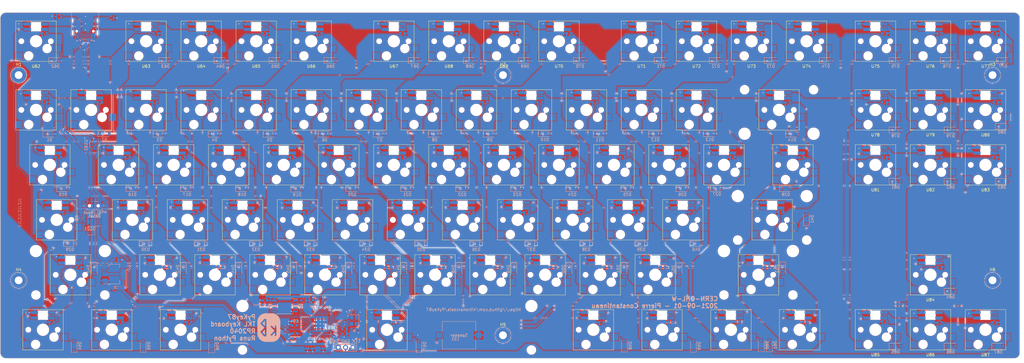
<source format=kicad_pcb>
(kicad_pcb (version 20171130) (host pcbnew "(5.1.2)-1")
  (title_block (title IC60) (date 2016-07-20) (rev 1.1a) (company "Input Club"))
  (layers (0 Front signal) (31 Back signal) (34 B.Paste user) (35 F.Paste user) (36 B.SilkS user) (37 F.SilkS user) (38 B.Mask user) (39 F.Mask user) (44 Edge.Cuts user))
  (net 0 "")
  (net 1 "Net-(J1-PadS1)")
  (net 2 "Net-(D1-Pad2)")
  (net 3 "Net-(D2-Pad2)")
  (net 4 "Net-(D3-Pad2)")
  (net 5 "Net-(D4-Pad2)")
  (net 6 "Net-(D5-Pad2)")
  (net 7 "Net-(D6-Pad2)")
  (net 8 "Net-(D7-Pad2)")
  (net 9 "Net-(D8-Pad2)")
  (net 10 "Net-(D9-Pad2)")
  (net 11 "Net-(D10-Pad2)")
  (net 12 "Net-(D11-Pad2)")
  (net 13 "Net-(D12-Pad2)")
  (net 14 "Net-(D13-Pad2)")
  (net 15 "Net-(D14-Pad2)")
  (net 16 "Net-(D15-Pad2)")
  (net 17 "Net-(D16-Pad2)")
  (net 18 "Net-(D17-Pad2)")
  (net 19 "Net-(D18-Pad2)")
  (net 20 "Net-(D19-Pad2)")
  (net 21 "Net-(D20-Pad2)")
  (net 22 "Net-(D21-Pad2)")
  (net 23 "Net-(D22-Pad2)")
  (net 24 "Net-(D23-Pad2)")
  (net 25 "Net-(D24-Pad2)")
  (net 26 "Net-(D25-Pad2)")
  (net 27 "Net-(D26-Pad2)")
  (net 28 "Net-(D27-Pad2)")
  (net 29 "Net-(D28-Pad2)")
  (net 30 "Net-(D29-Pad2)")
  (net 31 "Net-(D30-Pad2)")
  (net 32 "Net-(D31-Pad2)")
  (net 33 "Net-(D32-Pad2)")
  (net 34 "Net-(D33-Pad2)")
  (net 35 "Net-(D34-Pad2)")
  (net 36 "Net-(D35-Pad2)")
  (net 37 "Net-(D36-Pad2)")
  (net 38 "Net-(D37-Pad2)")
  (net 39 "Net-(D38-Pad2)")
  (net 40 "Net-(D39-Pad2)")
  (net 41 "Net-(D40-Pad2)")
  (net 42 "Net-(D41-Pad2)")
  (net 43 "Net-(D42-Pad2)")
  (net 44 "Net-(D43-Pad2)")
  (net 45 "Net-(D44-Pad2)")
  (net 46 "Net-(D45-Pad2)")
  (net 47 "Net-(D46-Pad2)")
  (net 48 "Net-(D47-Pad2)")
  (net 49 "Net-(D48-Pad2)")
  (net 50 "Net-(D49-Pad2)")
  (net 51 "Net-(D52-Pad2)")
  (net 52 "Net-(D53-Pad2)")
  (net 53 "Net-(D54-Pad2)")
  (net 54 "Net-(D55-Pad2)")
  (net 55 "Net-(D56-Pad2)")
  (net 56 "Net-(D57-Pad2)")
  (net 57 "Net-(D58-Pad2)")
  (net 58 "Net-(D59-Pad2)")
  (net 59 "Net-(D60-Pad2)")
  (net 60 "Net-(D61-Pad2)")
  (net 61 GND)
  (net 62 VBUS)
  (net 63 "Net-(J1-PadA5)")
  (net 64 "Net-(J1-PadB5)")
  (net 65 Data+)
  (net 66 Data-)
  (net 67 +1V1)
  (net 68 +3V3)
  (net 69 "Net-(C13-Pad1)")
  (net 70 "Net-(R3-Pad2)")
  (net 71 "Net-(R4-Pad2)")
  (net 72 /QSPISS)
  (net 73 "Net-(R7-Pad2)")
  (net 74 /QSPISD3)
  (net 75 /QSPICLK)
  (net 76 /QSPISD0)
  (net 77 /QSPISD2)
  (net 78 /SQPISD1)
  (net 79 /XIN)
  (net 80 /XOUT)
  (net 81 /RESET)
  (net 82 /USB-)
  (net 83 /USB+)
  (net 84 ROW1)
  (net 85 ROW2)
  (net 86 ROW3)
  (net 87 ROW4)
  (net 88 ROW5)
  (net 89 COL1)
  (net 90 COL2)
  (net 91 COL3)
  (net 92 COL4)
  (net 93 COL5)
  (net 94 COL6)
  (net 95 COL7)
  (net 96 COL8)
  (net 97 COL9)
  (net 98 COL10)
  (net 99 COL11)
  (net 100 COL12)
  (net 101 COL13)
  (net 102 COL14)
  (net 103 "Net-(D50-Pad2)")
  (net 104 "Net-(D51-Pad2)")
  (net 105 "Net-(U1-Pad5)")
  (net 106 "Net-(U2-Pad5)")
  (net 107 "Net-(U3-Pad5)")
  (net 108 "Net-(U4-Pad5)")
  (net 109 "Net-(U5-Pad5)")
  (net 110 "Net-(U6-Pad5)")
  (net 111 "Net-(U7-Pad5)")
  (net 112 "Net-(U8-Pad5)")
  (net 113 "Net-(U10-Pad5)")
  (net 114 "Net-(U10-Pad4)")
  (net 115 "Net-(U11-Pad5)")
  (net 116 "Net-(U12-Pad5)")
  (net 117 "Net-(U13-Pad5)")
  (net 118 "Net-(U15-Pad5)")
  (net 119 "Net-(U16-Pad5)")
  (net 120 "Net-(U17-Pad5)")
  (net 121 "Net-(U18-Pad5)")
  (net 122 "Net-(U19-Pad5)")
  (net 123 "Net-(U20-Pad5)")
  (net 124 "Net-(U21-Pad5)")
  (net 125 "Net-(U22-Pad5)")
  (net 126 "Net-(U23-Pad5)")
  (net 127 "Net-(U24-Pad5)")
  (net 128 "Net-(U25-Pad5)")
  (net 129 "Net-(U26-Pad5)")
  (net 130 "Net-(U27-Pad5)")
  (net 131 "Net-(U29-Pad5)")
  (net 132 "Net-(U30-Pad5)")
  (net 133 "Net-(U31-Pad5)")
  (net 134 "Net-(U32-Pad5)")
  (net 135 "Net-(U33-Pad5)")
  (net 136 "Net-(U34-Pad5)")
  (net 137 "Net-(U35-Pad5)")
  (net 138 "Net-(U36-Pad5)")
  (net 139 "Net-(U37-Pad5)")
  (net 140 "Net-(U38-Pad5)")
  (net 141 "Net-(U39-Pad5)")
  (net 142 "Net-(U40-Pad5)")
  (net 143 "Net-(U42-Pad5)")
  (net 144 "Net-(U43-Pad5)")
  (net 145 "Net-(U44-Pad5)")
  (net 146 "Net-(U45-Pad5)")
  (net 147 "Net-(U46-Pad5)")
  (net 148 "Net-(U47-Pad5)")
  (net 149 "Net-(U48-Pad5)")
  (net 150 "Net-(U49-Pad5)")
  (net 151 "Net-(U50-Pad5)")
  (net 152 "Net-(U51-Pad5)")
  (net 153 "Net-(U52-Pad5)")
  (net 154 "Net-(U54-Pad5)")
  (net 155 "Net-(U55-Pad5)")
  (net 156 "Net-(U56-Pad5)")
  (net 157 "Net-(U57-Pad5)")
  (net 158 "Net-(U58-Pad5)")
  (net 159 "Net-(U59-Pad5)")
  (net 160 "Net-(U60-Pad5)")
  (net 161 /SWCLK)
  (net 162 /SWD)
  (net 163 RGBData1)
  (net 164 RGBData2)
  (net 165 RGBData3)
  (net 166 RGBData4)
  (net 167 RGBData5)
  (net 168 "Net-(D62-Pad2)")
  (net 169 ROW0)
  (net 170 "Net-(D63-Pad2)")
  (net 171 "Net-(D64-Pad2)")
  (net 172 "Net-(D65-Pad2)")
  (net 173 "Net-(D66-Pad2)")
  (net 174 "Net-(D67-Pad2)")
  (net 175 "Net-(D68-Pad2)")
  (net 176 "Net-(D69-Pad2)")
  (net 177 "Net-(D70-Pad2)")
  (net 178 "Net-(D71-Pad2)")
  (net 179 "Net-(D72-Pad2)")
  (net 180 "Net-(D73-Pad2)")
  (net 181 "Net-(D74-Pad2)")
  (net 182 "Net-(D75-Pad2)")
  (net 183 "Net-(D76-Pad2)")
  (net 184 "Net-(D77-Pad2)")
  (net 185 "Net-(D78-Pad2)")
  (net 186 "Net-(D79-Pad2)")
  (net 187 "Net-(D80-Pad2)")
  (net 188 "Net-(D81-Pad2)")
  (net 189 "Net-(D82-Pad2)")
  (net 190 "Net-(D83-Pad2)")
  (net 191 "Net-(D84-Pad2)")
  (net 192 "Net-(D85-Pad2)")
  (net 193 "Net-(D86-Pad2)")
  (net 194 "Net-(D87-Pad2)")
  (net 195 "Net-(J1-PadB8)")
  (net 196 "Net-(J1-PadA8)")
  (net 197 "Net-(SW2-Pad1)")
  (net 198 "Net-(U14-Pad5)")
  (net 199 "Net-(U28-Pad5)")
  (net 200 "Net-(U53-Pad5)")
  (net 201 "Net-(U61-Pad5)")
  (net 202 COL15)
  (net 203 COL16)
  (net 204 COL17)
  (net 205 RGBData0)
  (net 206 "Net-(U66-Pad5)")
  (net 207 "Net-(U67-Pad5)")
  (net 208 "Net-(U68-Pad5)")
  (net 209 "Net-(U69-Pad5)")
  (net 210 "Net-(U70-Pad5)")
  (net 211 "Net-(U71-Pad5)")
  (net 212 "Net-(U72-Pad5)")
  (net 213 "Net-(U73-Pad5)")
  (net 214 "Net-(U74-Pad5)")
  (net 215 "Net-(U76-Pad5)")
  (net 216 "Net-(U78-Pad5)")
  (net 217 "Net-(U79-Pad5)")
  (net 218 "Net-(U81-Pad5)")
  (net 219 "Net-(U82-Pad5)")
  (net 220 "Net-(U85-Pad5)")
  (net 221 "Net-(U86-Pad5)")
  (net 222 Speaker)
  (net 223 LED)
  (net 224 "Net-(U62-Pad5)")
  (net 225 "Net-(U63-Pad5)")
  (net 226 "Net-(U64-Pad5)")
  (net 227 "Net-(U65-Pad5)")
  (net 228 "Net-(U75-Pad5)")
  (net 229 "Net-(U87-Pad5)")
  (net 230 "Net-(D101-Pad2)")
  (module MountingHole:MountingHole_2.7mm_M2.5_Pad (layer Front) (at 402.495 61.755)
    (fp_text reference H3 (at 0 -3.7) (layer F.SilkS))
    (fp_text value MountingHole_2.7mm_M2.5_Pad)
    (pad 1 thru_hole circle (at 0 0) (size 5.4 5.4) (drill 2.7) (layers *.Cu *.Mask))
  )
  (module MountingHole:MountingHole_2.7mm_M2.5_Pad (layer Front) (at 402.495 132.875)
    (fp_text reference H6 (at 0 -3.7) (layer F.SilkS))
    (fp_text value MountingHole_2.7mm_M2.5_Pad)
    (pad 1 thru_hole circle (at 0 0) (size 5.4 5.4) (drill 2.7) (layers *.Cu *.Mask))
  )
  (module MountingHole:MountingHole_2.7mm_M2.5_Pad (layer Front) (at 233.045 61.755)
    (fp_text reference H2 (at 0 -3.7) (layer F.SilkS))
    (fp_text value MountingHole_2.7mm_M2.5_Pad)
    (pad 1 thru_hole circle (at 0 0) (size 5.4 5.4) (drill 2.7) (layers *.Cu *.Mask))
  )
  (module MountingHole:MountingHole_2.7mm_M2.5_Pad (layer Front) (at 233.045 151.925)
    (fp_text reference H5 (at 0 -3.7) (layer F.SilkS))
    (fp_text value MountingHole_2.7mm_M2.5_Pad)
    (pad 1 thru_hole circle (at 0 0) (size 5.4 5.4) (drill 2.7) (layers *.Cu *.Mask))
  )
  (module MountingHole:MountingHole_2.7mm_M2.5_Pad (layer Front) (at 65.405 61.755)
    (fp_text reference H1 (at 0 -3.7) (layer F.SilkS))
    (fp_text value MountingHole_2.7mm_M2.5_Pad)
    (pad 1 thru_hole circle (at 0 0) (size 5.4 5.4) (drill 2.7) (layers *.Cu *.Mask))
  )
  (module MountingHole:MountingHole_2.7mm_M2.5_Pad (layer Front) (at 65.405 132.875)
    (fp_text reference H4 (at 0 -3.7) (layer F.SilkS))
    (fp_text value MountingHole_2.7mm_M2.5_Pad)
    (pad 1 thru_hole circle (at 0 0) (size 5.4 5.4) (drill 2.7) (layers *.Cu *.Mask))
  )
  (module CherryMX_PCB_KailhSocket_LTST-A683CEGBW-Rotated-HS:CherryMX_1.00u_PCB_KailhSocket_LTST-A683CEGBW-Rotated-HS (layer Front) (at 338.1375 50.0075 180)
    (fp_text reference U74 (at 0 -8.6625) (layer F.SilkS))
    (fp_text value CherryMX_LTST-A683CEGBW)
    (fp_line (start -1.7 6.55) (end -1.7 3.55) (layer Edge.Cuts) (width 0.05))
    (fp_line (start 1.7 6.55) (end -1.7 6.55) (layer Edge.Cuts) (width 0.05))
    (fp_line (start 1.7 3.55) (end 1.7 6.55) (layer Edge.Cuts) (width 0.05))
    (fp_line (start -1.7 3.55) (end 1.7 3.55) (layer Edge.Cuts) (width 0.05))
    (pad 3 smd rect (at 2.95 6 180) (size 2.5 1.1) (layers Back B.Paste B.Mask) (net 61 GND))
    (pad 4 smd rect (at 2.95 4.1 180) (size 2.5 1.1) (layers Back B.Paste B.Mask) (net 213 "Net-(U73-Pad5)"))
    (pad 5 smd rect (at -2.95 6 180) (size 2.5 1.1) (layers Back B.Paste B.Mask) (net 214 "Net-(U74-Pad5)"))
    (pad 6 smd rect (at -2.95 4.1 180) (size 2.5 1.1) (layers Back B.Paste B.Mask) (net 68 +3V3))
    (pad 2 smd rect (at 6.015 -5.08 180) (size 2.55 2.5) (layers Back B.Paste B.Mask) (net 102 COL14))
    (pad 1 smd rect (at -7.41 -2.54 180) (size 2.55 2.5) (layers Back B.Paste B.Mask) (net 181 "Net-(D74-Pad2)"))
    (pad "" np_thru_hole circle (at 2.54 -5.08 180) (size 3 3) (drill 3) (layers *.Cu *.Mask))
    (pad "" np_thru_hole circle (at -3.81 -2.54 180) (size 3 3) (drill 3) (layers *.Cu *.Mask))
    (pad "" np_thru_hole circle (at 5.08 0 180) (size 1.75 1.75) (drill 1.75) (layers *.Cu *.Mask))
    (pad "" np_thru_hole circle (at -5.08 0 180) (size 1.75 1.75) (drill 1.75) (layers *.Cu *.Mask))
    (pad "" np_thru_hole circle (at 0 0 180) (size 4 4) (drill 4) (layers *.Cu *.Mask))
  )
  (module CherryMX_PCB_KailhSocket_LTST-A683CEGBW-Rotated-HS:CherryMX_1.00u_PCB_KailhSocket_LTST-A683CEGBW-Rotated-HS (layer Front) (at 400.05 50.0075 180)
    (fp_text reference U77 (at 0 -8.6625) (layer F.SilkS))
    (fp_text value CherryMX_LTST-A683CEGBW)
    (fp_line (start -1.7 6.55) (end -1.7 3.55) (layer Edge.Cuts) (width 0.05))
    (fp_line (start 1.7 6.55) (end -1.7 6.55) (layer Edge.Cuts) (width 0.05))
    (fp_line (start 1.7 3.55) (end 1.7 6.55) (layer Edge.Cuts) (width 0.05))
    (fp_line (start -1.7 3.55) (end 1.7 3.55) (layer Edge.Cuts) (width 0.05))
    (pad 3 smd rect (at 2.95 6 180) (size 2.5 1.1) (layers Back B.Paste B.Mask) (net 61 GND))
    (pad 4 smd rect (at 2.95 4.1 180) (size 2.5 1.1) (layers Back B.Paste B.Mask) (net 215 "Net-(U76-Pad5)"))
    (pad 5 smd rect (at -2.95 6 180) (size 2.5 1.1) (layers Back B.Paste B.Mask) (net 163 RGBData1))
    (pad 6 smd rect (at -2.95 4.1 180) (size 2.5 1.1) (layers Back B.Paste B.Mask) (net 68 +3V3))
    (pad 2 smd rect (at 6.015 -5.08 180) (size 2.55 2.5) (layers Back B.Paste B.Mask) (net 204 COL17))
    (pad 1 smd rect (at -7.41 -2.54 180) (size 2.55 2.5) (layers Back B.Paste B.Mask) (net 184 "Net-(D77-Pad2)"))
    (pad "" np_thru_hole circle (at 2.54 -5.08 180) (size 3 3) (drill 3) (layers *.Cu *.Mask))
    (pad "" np_thru_hole circle (at -3.81 -2.54 180) (size 3 3) (drill 3) (layers *.Cu *.Mask))
    (pad "" np_thru_hole circle (at 5.08 0 180) (size 1.75 1.75) (drill 1.75) (layers *.Cu *.Mask))
    (pad "" np_thru_hole circle (at -5.08 0 180) (size 1.75 1.75) (drill 1.75) (layers *.Cu *.Mask))
    (pad "" np_thru_hole circle (at 0 0 180) (size 4 4) (drill 4) (layers *.Cu *.Mask))
  )
  (module CherryMX_PCB_KailhSocket_LTST-A683CEGBW-Rotated-HS:CherryMX_1.00u_PCB_KailhSocket_LTST-A683CEGBW-Rotated-HS (layer Front) (at 400.05 73.82 180)
    (fp_text reference U80 (at 0 -8.6625) (layer F.SilkS))
    (fp_text value CherryMX_LTST-A683CEGBW)
    (fp_line (start -1.7 6.55) (end -1.7 3.55) (layer Edge.Cuts) (width 0.05))
    (fp_line (start 1.7 6.55) (end -1.7 6.55) (layer Edge.Cuts) (width 0.05))
    (fp_line (start 1.7 3.55) (end 1.7 6.55) (layer Edge.Cuts) (width 0.05))
    (fp_line (start -1.7 3.55) (end 1.7 3.55) (layer Edge.Cuts) (width 0.05))
    (pad 3 smd rect (at 2.95 6 180) (size 2.5 1.1) (layers Back B.Paste B.Mask) (net 61 GND))
    (pad 4 smd rect (at 2.95 4.1 180) (size 2.5 1.1) (layers Back B.Paste B.Mask) (net 217 "Net-(U79-Pad5)"))
    (pad 5 smd rect (at -2.95 6 180) (size 2.5 1.1) (layers Back B.Paste B.Mask) (net 164 RGBData2))
    (pad 6 smd rect (at -2.95 4.1 180) (size 2.5 1.1) (layers Back B.Paste B.Mask) (net 68 +3V3))
    (pad 2 smd rect (at 6.015 -5.08 180) (size 2.55 2.5) (layers Back B.Paste B.Mask) (net 204 COL17))
    (pad 1 smd rect (at -7.41 -2.54 180) (size 2.55 2.5) (layers Back B.Paste B.Mask) (net 187 "Net-(D80-Pad2)"))
    (pad "" np_thru_hole circle (at 2.54 -5.08 180) (size 3 3) (drill 3) (layers *.Cu *.Mask))
    (pad "" np_thru_hole circle (at -3.81 -2.54 180) (size 3 3) (drill 3) (layers *.Cu *.Mask))
    (pad "" np_thru_hole circle (at 5.08 0 180) (size 1.75 1.75) (drill 1.75) (layers *.Cu *.Mask))
    (pad "" np_thru_hole circle (at -5.08 0 180) (size 1.75 1.75) (drill 1.75) (layers *.Cu *.Mask))
    (pad "" np_thru_hole circle (at 0 0 180) (size 4 4) (drill 4) (layers *.Cu *.Mask))
  )
  (module CherryMX_PCB_KailhSocket_LTST-A683CEGBW-Rotated-HS:CherryMX_1.00u_PCB_KailhSocket_LTST-A683CEGBW-Rotated-HS (layer Front) (at 400.05 92.87 180)
    (fp_text reference U83 (at 0 -8.6625) (layer F.SilkS))
    (fp_text value CherryMX_LTST-A683CEGBW)
    (fp_line (start -1.7 6.55) (end -1.7 3.55) (layer Edge.Cuts) (width 0.05))
    (fp_line (start 1.7 6.55) (end -1.7 6.55) (layer Edge.Cuts) (width 0.05))
    (fp_line (start 1.7 3.55) (end 1.7 6.55) (layer Edge.Cuts) (width 0.05))
    (fp_line (start -1.7 3.55) (end 1.7 3.55) (layer Edge.Cuts) (width 0.05))
    (pad 3 smd rect (at 2.95 6 180) (size 2.5 1.1) (layers Back B.Paste B.Mask) (net 61 GND))
    (pad 4 smd rect (at 2.95 4.1 180) (size 2.5 1.1) (layers Back B.Paste B.Mask) (net 219 "Net-(U82-Pad5)"))
    (pad 5 smd rect (at -2.95 6 180) (size 2.5 1.1) (layers Back B.Paste B.Mask) (net 165 RGBData3))
    (pad 6 smd rect (at -2.95 4.1 180) (size 2.5 1.1) (layers Back B.Paste B.Mask) (net 68 +3V3))
    (pad 2 smd rect (at 6.015 -5.08 180) (size 2.55 2.5) (layers Back B.Paste B.Mask) (net 204 COL17))
    (pad 1 smd rect (at -7.41 -2.54 180) (size 2.55 2.5) (layers Back B.Paste B.Mask) (net 190 "Net-(D83-Pad2)"))
    (pad "" np_thru_hole circle (at 2.54 -5.08 180) (size 3 3) (drill 3) (layers *.Cu *.Mask))
    (pad "" np_thru_hole circle (at -3.81 -2.54 180) (size 3 3) (drill 3) (layers *.Cu *.Mask))
    (pad "" np_thru_hole circle (at 5.08 0 180) (size 1.75 1.75) (drill 1.75) (layers *.Cu *.Mask))
    (pad "" np_thru_hole circle (at -5.08 0 180) (size 1.75 1.75) (drill 1.75) (layers *.Cu *.Mask))
    (pad "" np_thru_hole circle (at 0 0 180) (size 4 4) (drill 4) (layers *.Cu *.Mask))
  )
  (module CherryMX_PCB_KailhSocket_LTST-A683CEGBW-Rotated-HS:CherryMX_1.00u_PCB_KailhSocket_LTST-A683CEGBW-Rotated-HS (layer Front) (at 381 130.97 180)
    (fp_text reference U84 (at 0 -8.6625) (layer F.SilkS))
    (fp_text value CherryMX_LTST-A683CEGBW)
    (fp_line (start -1.7 6.55) (end -1.7 3.55) (layer Edge.Cuts) (width 0.05))
    (fp_line (start 1.7 6.55) (end -1.7 6.55) (layer Edge.Cuts) (width 0.05))
    (fp_line (start 1.7 3.55) (end 1.7 6.55) (layer Edge.Cuts) (width 0.05))
    (fp_line (start -1.7 3.55) (end 1.7 3.55) (layer Edge.Cuts) (width 0.05))
    (pad 3 smd rect (at 2.95 6 180) (size 2.5 1.1) (layers Back B.Paste B.Mask) (net 61 GND))
    (pad 4 smd rect (at 2.95 4.1 180) (size 2.5 1.1) (layers Back B.Paste B.Mask) (net 200 "Net-(U53-Pad5)"))
    (pad 5 smd rect (at -2.95 6 180) (size 2.5 1.1) (layers Back B.Paste B.Mask) (net 167 RGBData5))
    (pad 6 smd rect (at -2.95 4.1 180) (size 2.5 1.1) (layers Back B.Paste B.Mask) (net 68 +3V3))
    (pad 2 smd rect (at 6.015 -5.08 180) (size 2.55 2.5) (layers Back B.Paste B.Mask) (net 203 COL16))
    (pad 1 smd rect (at -7.41 -2.54 180) (size 2.55 2.5) (layers Back B.Paste B.Mask) (net 191 "Net-(D84-Pad2)"))
    (pad "" np_thru_hole circle (at 2.54 -5.08 180) (size 3 3) (drill 3) (layers *.Cu *.Mask))
    (pad "" np_thru_hole circle (at -3.81 -2.54 180) (size 3 3) (drill 3) (layers *.Cu *.Mask))
    (pad "" np_thru_hole circle (at 5.08 0 180) (size 1.75 1.75) (drill 1.75) (layers *.Cu *.Mask))
    (pad "" np_thru_hole circle (at -5.08 0 180) (size 1.75 1.75) (drill 1.75) (layers *.Cu *.Mask))
    (pad "" np_thru_hole circle (at 0 0 180) (size 4 4) (drill 4) (layers *.Cu *.Mask))
  )
  (module CherryMX_PCB_KailhSocket_LTST-A683CEGBW-Rotated-HS:CherryMX_1.00u_PCB_KailhSocket_LTST-A683CEGBW-Rotated-HS (layer Front) (at 400.05 150.02 180)
    (fp_text reference U87 (at 0 -8.6625) (layer F.SilkS))
    (fp_text value CherryMX_LTST-A683CEGBW)
    (fp_line (start -1.7 6.55) (end -1.7 3.55) (layer Edge.Cuts) (width 0.05))
    (fp_line (start 1.7 6.55) (end -1.7 6.55) (layer Edge.Cuts) (width 0.05))
    (fp_line (start 1.7 3.55) (end 1.7 6.55) (layer Edge.Cuts) (width 0.05))
    (fp_line (start -1.7 3.55) (end 1.7 3.55) (layer Edge.Cuts) (width 0.05))
    (pad 3 smd rect (at 2.95 6 180) (size 2.5 1.1) (layers Back B.Paste B.Mask) (net 61 GND))
    (pad 4 smd rect (at 2.95 4.1 180) (size 2.5 1.1) (layers Back B.Paste B.Mask) (net 221 "Net-(U86-Pad5)"))
    (pad 5 smd rect (at -2.95 6 180) (size 2.5 1.1) (layers Back B.Paste B.Mask) (net 229 "Net-(U87-Pad5)"))
    (pad 6 smd rect (at -2.95 4.1 180) (size 2.5 1.1) (layers Back B.Paste B.Mask) (net 68 +3V3))
    (pad 2 smd rect (at 6.015 -5.08 180) (size 2.55 2.5) (layers Back B.Paste B.Mask) (net 204 COL17))
    (pad 1 smd rect (at -7.41 -2.54 180) (size 2.55 2.5) (layers Back B.Paste B.Mask) (net 194 "Net-(D87-Pad2)"))
    (pad "" np_thru_hole circle (at 2.54 -5.08 180) (size 3 3) (drill 3) (layers *.Cu *.Mask))
    (pad "" np_thru_hole circle (at -3.81 -2.54 180) (size 3 3) (drill 3) (layers *.Cu *.Mask))
    (pad "" np_thru_hole circle (at 5.08 0 180) (size 1.75 1.75) (drill 1.75) (layers *.Cu *.Mask))
    (pad "" np_thru_hole circle (at -5.08 0 180) (size 1.75 1.75) (drill 1.75) (layers *.Cu *.Mask))
    (pad "" np_thru_hole circle (at 0 0 180) (size 4 4) (drill 4) (layers *.Cu *.Mask))
  )
  (module Resistor_SMD:R_0603_1608Metric (layer Back) (at 86.995 111.285 270)
    (fp_text reference R8 (at 0 1.43 90) (layer B.SilkS) (effects (justify mirror)))
    (fp_text value 1k)
    (pad 2 smd roundrect (at 0.7875 0 270) (size 0.875 0.95) (layers Back B.Paste B.Mask) (net 230 "Net-(D101-Pad2)"))
    (pad 1 smd roundrect (at -0.7875 0 270) (size 0.875 0.95) (layers Back B.Paste B.Mask) (net 223 LED))
  )
  (module LED_SMD:LED_0603_1608Metric (layer Back) (at 90.035 116.365 180)
    (fp_text reference D101 (at 0 1.43) (layer B.SilkS) (effects (justify mirror)))
    (fp_text value RED)
    (pad 2 smd roundrect (at 0.7875 0 180) (size 0.875 0.95) (layers Back B.Paste B.Mask) (net 230 "Net-(D101-Pad2)"))
    (pad 1 smd roundrect (at -0.7875 0 180) (size 0.875 0.95) (layers Back B.Paste B.Mask) (net 61 GND))
  )
  (module Buzzer:AST1109MLTRQ (layer Back) (at 217.805 151.925)
    (fp_text reference LS1 (at -1.27 1.27) (layer B.SilkS) (effects (justify mirror)))
    (fp_text value Speaker (at 0 0) (layer B.SilkS) (effects (justify mirror)))
    (pad 1 smd rect (at -6.7921 0) (size 2.306599 1.9566) (layers Back B.Paste B.Mask) (net 222 Speaker))
    (pad 2 smd rect (at 6.7921 0) (size 2.306599 1.9566) (layers Back B.Paste B.Mask) (net 61 GND))
  )
  (module CherryMX_PCB_KailhSocket_StabWireBottom_LTST-A683CEGBW-Rotated-HS:CherryMX_2.25u_PCB_KailhSocket_StabWireBottom_LTST-A683CEGBW-Rotated-HS (layer Front) (at 83.312 130.97 180)
    (fp_text reference U42 hide)
    (fp_text value CherryMX_LTST-A683CEGBW)
    (fp_line (start -1.7 3.55) (end 1.7 3.55) (layer Edge.Cuts) (width 0.05))
    (fp_line (start 1.7 3.55) (end 1.7 6.55) (layer Edge.Cuts) (width 0.05))
    (fp_line (start 1.7 6.55) (end -1.7 6.55) (layer Edge.Cuts) (width 0.05))
    (fp_line (start -1.7 6.55) (end -1.7 3.55) (layer Edge.Cuts) (width 0.05))
    (pad 3 smd rect (at 2.95 6 180) (size 2.5 1.1) (layers Back B.Paste B.Mask) (net 61 GND))
    (pad 4 smd rect (at 2.95 4.1 180) (size 2.5 1.1) (layers Back B.Paste B.Mask) (net 166 RGBData4))
    (pad 5 smd rect (at -2.95 6 180) (size 2.5 1.1) (layers Back B.Paste B.Mask) (net 143 "Net-(U42-Pad5)"))
    (pad 6 smd rect (at -2.95 4.1 180) (size 2.5 1.1) (layers Back B.Paste B.Mask) (net 68 +3V3))
    (pad "" np_thru_hole circle (at 11.938 -7 180) (size 3.05 3.05) (drill 3.05) (layers *.Cu *.Mask))
    (pad "" np_thru_hole circle (at 11.938 8.24 180) (size 4 4) (drill 4) (layers *.Cu *.Mask))
    (pad "" np_thru_hole circle (at -11.938 8.24 180) (size 4 4) (drill 4) (layers *.Cu *.Mask))
    (pad "" np_thru_hole circle (at -11.938 -7 180) (size 3.05 3.05) (drill 3.05) (layers *.Cu *.Mask))
    (pad 2 smd rect (at 6.015 -5.08 180) (size 2.55 2.5) (layers Back B.Paste B.Mask) (net 89 COL1))
    (pad 1 smd rect (at -7.41 -2.54 180) (size 2.55 2.5) (layers Back B.Paste B.Mask) (net 43 "Net-(D42-Pad2)"))
    (pad "" np_thru_hole circle (at 2.54 -5.08 180) (size 3 3) (drill 3) (layers *.Cu *.Mask))
    (pad "" np_thru_hole circle (at -3.81 -2.54 180) (size 3 3) (drill 3) (layers *.Cu *.Mask))
    (pad "" np_thru_hole circle (at 5.08 0 180) (size 1.75 1.75) (drill 1.75) (layers *.Cu *.Mask))
    (pad "" np_thru_hole circle (at -5.08 0 180) (size 1.75 1.75) (drill 1.75) (layers *.Cu *.Mask))
    (pad "" np_thru_hole circle (at 0 0 180) (size 4 4) (drill 4) (layers *.Cu *.Mask))
  )
  (module CherryMX_PCB_KailhSocket_LTST-A683CEGBW-Rotated-HS:CherryMX_1.00u_PCB_KailhSocket_LTST-A683CEGBW-Rotated-HS (layer Front) (at 71.4375 73.82 180)
    (fp_text reference U1 hide)
    (fp_text value CherryMX_LTST-A683CEGBW)
    (fp_line (start -1.7 3.55) (end 1.7 3.55) (layer Edge.Cuts) (width 0.05))
    (fp_line (start 1.7 3.55) (end 1.7 6.55) (layer Edge.Cuts) (width 0.05))
    (fp_line (start 1.7 6.55) (end -1.7 6.55) (layer Edge.Cuts) (width 0.05))
    (fp_line (start -1.7 6.55) (end -1.7 3.55) (layer Edge.Cuts) (width 0.05))
    (pad 3 smd rect (at 2.95 6 180) (size 2.5 1.1) (layers Back B.Paste B.Mask) (net 61 GND))
    (pad 4 smd rect (at 2.95 4.1 180) (size 2.5 1.1) (layers Back B.Paste B.Mask) (net 163 RGBData1))
    (pad 5 smd rect (at -2.95 6 180) (size 2.5 1.1) (layers Back B.Paste B.Mask) (net 105 "Net-(U1-Pad5)"))
    (pad 6 smd rect (at -2.95 4.1 180) (size 2.5 1.1) (layers Back B.Paste B.Mask) (net 68 +3V3))
    (pad 2 smd rect (at 6.015 -5.08 180) (size 2.55 2.5) (layers Back B.Paste B.Mask) (net 89 COL1))
    (pad 1 smd rect (at -7.41 -2.54 180) (size 2.55 2.5) (layers Back B.Paste B.Mask) (net 2 "Net-(D1-Pad2)"))
    (pad "" np_thru_hole circle (at 2.54 -5.08 180) (size 3 3) (drill 3) (layers *.Cu *.Mask))
    (pad "" np_thru_hole circle (at -3.81 -2.54 180) (size 3 3) (drill 3) (layers *.Cu *.Mask))
    (pad "" np_thru_hole circle (at 5.08 0 180) (size 1.75 1.75) (drill 1.75) (layers *.Cu *.Mask))
    (pad "" np_thru_hole circle (at -5.08 0 180) (size 1.75 1.75) (drill 1.75) (layers *.Cu *.Mask))
    (pad "" np_thru_hole circle (at 0 0 180) (size 4 4) (drill 4) (layers *.Cu *.Mask))
  )
  (module CherryMX_PCB_KailhSocket_LTST-A683CEGBW-Rotated-HS:CherryMX_1.00u_PCB_KailhSocket_LTST-A683CEGBW-Rotated-HS (layer Front) (at 90.4875 73.82 180)
    (fp_text reference U2 hide)
    (fp_text value CherryMX_LTST-A683CEGBW)
    (fp_line (start -1.7 3.55) (end 1.7 3.55) (layer Edge.Cuts) (width 0.05))
    (fp_line (start 1.7 3.55) (end 1.7 6.55) (layer Edge.Cuts) (width 0.05))
    (fp_line (start 1.7 6.55) (end -1.7 6.55) (layer Edge.Cuts) (width 0.05))
    (fp_line (start -1.7 6.55) (end -1.7 3.55) (layer Edge.Cuts) (width 0.05))
    (pad 3 smd rect (at 2.95 6 180) (size 2.5 1.1) (layers Back B.Paste B.Mask) (net 61 GND))
    (pad 4 smd rect (at 2.95 4.1 180) (size 2.5 1.1) (layers Back B.Paste B.Mask) (net 105 "Net-(U1-Pad5)"))
    (pad 5 smd rect (at -2.95 6 180) (size 2.5 1.1) (layers Back B.Paste B.Mask) (net 106 "Net-(U2-Pad5)"))
    (pad 6 smd rect (at -2.95 4.1 180) (size 2.5 1.1) (layers Back B.Paste B.Mask) (net 68 +3V3))
    (pad 2 smd rect (at 6.015 -5.08 180) (size 2.55 2.5) (layers Back B.Paste B.Mask) (net 90 COL2))
    (pad 1 smd rect (at -7.41 -2.54 180) (size 2.55 2.5) (layers Back B.Paste B.Mask) (net 3 "Net-(D2-Pad2)"))
    (pad "" np_thru_hole circle (at 2.54 -5.08 180) (size 3 3) (drill 3) (layers *.Cu *.Mask))
    (pad "" np_thru_hole circle (at -3.81 -2.54 180) (size 3 3) (drill 3) (layers *.Cu *.Mask))
    (pad "" np_thru_hole circle (at 5.08 0 180) (size 1.75 1.75) (drill 1.75) (layers *.Cu *.Mask))
    (pad "" np_thru_hole circle (at -5.08 0 180) (size 1.75 1.75) (drill 1.75) (layers *.Cu *.Mask))
    (pad "" np_thru_hole circle (at 0 0 180) (size 4 4) (drill 4) (layers *.Cu *.Mask))
  )
  (module CherryMX_PCB_KailhSocket_LTST-A683CEGBW-Rotated-HS:CherryMX_1.00u_PCB_KailhSocket_LTST-A683CEGBW-Rotated-HS (layer Front) (at 109.538 73.82 180)
    (fp_text reference U3 hide)
    (fp_text value CherryMX_LTST-A683CEGBW)
    (fp_line (start -1.7 3.55) (end 1.7 3.55) (layer Edge.Cuts) (width 0.05))
    (fp_line (start 1.7 3.55) (end 1.7 6.55) (layer Edge.Cuts) (width 0.05))
    (fp_line (start 1.7 6.55) (end -1.7 6.55) (layer Edge.Cuts) (width 0.05))
    (fp_line (start -1.7 6.55) (end -1.7 3.55) (layer Edge.Cuts) (width 0.05))
    (pad 3 smd rect (at 2.95 6 180) (size 2.5 1.1) (layers Back B.Paste B.Mask) (net 61 GND))
    (pad 4 smd rect (at 2.95 4.1 180) (size 2.5 1.1) (layers Back B.Paste B.Mask) (net 106 "Net-(U2-Pad5)"))
    (pad 5 smd rect (at -2.95 6 180) (size 2.5 1.1) (layers Back B.Paste B.Mask) (net 107 "Net-(U3-Pad5)"))
    (pad 6 smd rect (at -2.95 4.1 180) (size 2.5 1.1) (layers Back B.Paste B.Mask) (net 68 +3V3))
    (pad 2 smd rect (at 6.015 -5.08 180) (size 2.55 2.5) (layers Back B.Paste B.Mask) (net 91 COL3))
    (pad 1 smd rect (at -7.41 -2.54 180) (size 2.55 2.5) (layers Back B.Paste B.Mask) (net 4 "Net-(D3-Pad2)"))
    (pad "" np_thru_hole circle (at 2.54 -5.08 180) (size 3 3) (drill 3) (layers *.Cu *.Mask))
    (pad "" np_thru_hole circle (at -3.81 -2.54 180) (size 3 3) (drill 3) (layers *.Cu *.Mask))
    (pad "" np_thru_hole circle (at 5.08 0 180) (size 1.75 1.75) (drill 1.75) (layers *.Cu *.Mask))
    (pad "" np_thru_hole circle (at -5.08 0 180) (size 1.75 1.75) (drill 1.75) (layers *.Cu *.Mask))
    (pad "" np_thru_hole circle (at 0 0 180) (size 4 4) (drill 4) (layers *.Cu *.Mask))
  )
  (module CherryMX_PCB_KailhSocket_LTST-A683CEGBW-Rotated-HS:CherryMX_1.00u_PCB_KailhSocket_LTST-A683CEGBW-Rotated-HS (layer Front) (at 128.588 73.82 180)
    (fp_text reference U4 hide)
    (fp_text value CherryMX_LTST-A683CEGBW)
    (fp_line (start -1.7 3.55) (end 1.7 3.55) (layer Edge.Cuts) (width 0.05))
    (fp_line (start 1.7 3.55) (end 1.7 6.55) (layer Edge.Cuts) (width 0.05))
    (fp_line (start 1.7 6.55) (end -1.7 6.55) (layer Edge.Cuts) (width 0.05))
    (fp_line (start -1.7 6.55) (end -1.7 3.55) (layer Edge.Cuts) (width 0.05))
    (pad 3 smd rect (at 2.95 6 180) (size 2.5 1.1) (layers Back B.Paste B.Mask) (net 61 GND))
    (pad 4 smd rect (at 2.95 4.1 180) (size 2.5 1.1) (layers Back B.Paste B.Mask) (net 107 "Net-(U3-Pad5)"))
    (pad 5 smd rect (at -2.95 6 180) (size 2.5 1.1) (layers Back B.Paste B.Mask) (net 108 "Net-(U4-Pad5)"))
    (pad 6 smd rect (at -2.95 4.1 180) (size 2.5 1.1) (layers Back B.Paste B.Mask) (net 68 +3V3))
    (pad 2 smd rect (at 6.015 -5.08 180) (size 2.55 2.5) (layers Back B.Paste B.Mask) (net 92 COL4))
    (pad 1 smd rect (at -7.41 -2.54 180) (size 2.55 2.5) (layers Back B.Paste B.Mask) (net 5 "Net-(D4-Pad2)"))
    (pad "" np_thru_hole circle (at 2.54 -5.08 180) (size 3 3) (drill 3) (layers *.Cu *.Mask))
    (pad "" np_thru_hole circle (at -3.81 -2.54 180) (size 3 3) (drill 3) (layers *.Cu *.Mask))
    (pad "" np_thru_hole circle (at 5.08 0 180) (size 1.75 1.75) (drill 1.75) (layers *.Cu *.Mask))
    (pad "" np_thru_hole circle (at -5.08 0 180) (size 1.75 1.75) (drill 1.75) (layers *.Cu *.Mask))
    (pad "" np_thru_hole circle (at 0 0 180) (size 4 4) (drill 4) (layers *.Cu *.Mask))
  )
  (module CherryMX_PCB_KailhSocket_LTST-A683CEGBW-Rotated-HS:CherryMX_1.00u_PCB_KailhSocket_LTST-A683CEGBW-Rotated-HS (layer Front) (at 147.638 73.82 180)
    (fp_text reference U5 hide)
    (fp_text value CherryMX_LTST-A683CEGBW)
    (fp_line (start -1.7 3.55) (end 1.7 3.55) (layer Edge.Cuts) (width 0.05))
    (fp_line (start 1.7 3.55) (end 1.7 6.55) (layer Edge.Cuts) (width 0.05))
    (fp_line (start 1.7 6.55) (end -1.7 6.55) (layer Edge.Cuts) (width 0.05))
    (fp_line (start -1.7 6.55) (end -1.7 3.55) (layer Edge.Cuts) (width 0.05))
    (pad 3 smd rect (at 2.95 6 180) (size 2.5 1.1) (layers Back B.Paste B.Mask) (net 61 GND))
    (pad 4 smd rect (at 2.95 4.1 180) (size 2.5 1.1) (layers Back B.Paste B.Mask) (net 108 "Net-(U4-Pad5)"))
    (pad 5 smd rect (at -2.95 6 180) (size 2.5 1.1) (layers Back B.Paste B.Mask) (net 109 "Net-(U5-Pad5)"))
    (pad 6 smd rect (at -2.95 4.1 180) (size 2.5 1.1) (layers Back B.Paste B.Mask) (net 68 +3V3))
    (pad 2 smd rect (at 6.015 -5.08 180) (size 2.55 2.5) (layers Back B.Paste B.Mask) (net 93 COL5))
    (pad 1 smd rect (at -7.41 -2.54 180) (size 2.55 2.5) (layers Back B.Paste B.Mask) (net 6 "Net-(D5-Pad2)"))
    (pad "" np_thru_hole circle (at 2.54 -5.08 180) (size 3 3) (drill 3) (layers *.Cu *.Mask))
    (pad "" np_thru_hole circle (at -3.81 -2.54 180) (size 3 3) (drill 3) (layers *.Cu *.Mask))
    (pad "" np_thru_hole circle (at 5.08 0 180) (size 1.75 1.75) (drill 1.75) (layers *.Cu *.Mask))
    (pad "" np_thru_hole circle (at -5.08 0 180) (size 1.75 1.75) (drill 1.75) (layers *.Cu *.Mask))
    (pad "" np_thru_hole circle (at 0 0 180) (size 4 4) (drill 4) (layers *.Cu *.Mask))
  )
  (module CherryMX_PCB_KailhSocket_LTST-A683CEGBW-Rotated-HS:CherryMX_1.00u_PCB_KailhSocket_LTST-A683CEGBW-Rotated-HS (layer Front) (at 166.688 73.82 180)
    (fp_text reference U6 hide)
    (fp_text value CherryMX_LTST-A683CEGBW)
    (fp_line (start -1.7 3.55) (end 1.7 3.55) (layer Edge.Cuts) (width 0.05))
    (fp_line (start 1.7 3.55) (end 1.7 6.55) (layer Edge.Cuts) (width 0.05))
    (fp_line (start 1.7 6.55) (end -1.7 6.55) (layer Edge.Cuts) (width 0.05))
    (fp_line (start -1.7 6.55) (end -1.7 3.55) (layer Edge.Cuts) (width 0.05))
    (pad 3 smd rect (at 2.95 6 180) (size 2.5 1.1) (layers Back B.Paste B.Mask) (net 61 GND))
    (pad 4 smd rect (at 2.95 4.1 180) (size 2.5 1.1) (layers Back B.Paste B.Mask) (net 109 "Net-(U5-Pad5)"))
    (pad 5 smd rect (at -2.95 6 180) (size 2.5 1.1) (layers Back B.Paste B.Mask) (net 110 "Net-(U6-Pad5)"))
    (pad 6 smd rect (at -2.95 4.1 180) (size 2.5 1.1) (layers Back B.Paste B.Mask) (net 68 +3V3))
    (pad 2 smd rect (at 6.015 -5.08 180) (size 2.55 2.5) (layers Back B.Paste B.Mask) (net 94 COL6))
    (pad 1 smd rect (at -7.41 -2.54 180) (size 2.55 2.5) (layers Back B.Paste B.Mask) (net 7 "Net-(D6-Pad2)"))
    (pad "" np_thru_hole circle (at 2.54 -5.08 180) (size 3 3) (drill 3) (layers *.Cu *.Mask))
    (pad "" np_thru_hole circle (at -3.81 -2.54 180) (size 3 3) (drill 3) (layers *.Cu *.Mask))
    (pad "" np_thru_hole circle (at 5.08 0 180) (size 1.75 1.75) (drill 1.75) (layers *.Cu *.Mask))
    (pad "" np_thru_hole circle (at -5.08 0 180) (size 1.75 1.75) (drill 1.75) (layers *.Cu *.Mask))
    (pad "" np_thru_hole circle (at 0 0 180) (size 4 4) (drill 4) (layers *.Cu *.Mask))
  )
  (module CherryMX_PCB_KailhSocket_LTST-A683CEGBW-Rotated-HS:CherryMX_1.00u_PCB_KailhSocket_LTST-A683CEGBW-Rotated-HS (layer Front) (at 204.788 73.82 180)
    (fp_text reference U8 hide)
    (fp_text value CherryMX_LTST-A683CEGBW)
    (fp_line (start -1.7 3.55) (end 1.7 3.55) (layer Edge.Cuts) (width 0.05))
    (fp_line (start 1.7 3.55) (end 1.7 6.55) (layer Edge.Cuts) (width 0.05))
    (fp_line (start 1.7 6.55) (end -1.7 6.55) (layer Edge.Cuts) (width 0.05))
    (fp_line (start -1.7 6.55) (end -1.7 3.55) (layer Edge.Cuts) (width 0.05))
    (pad 3 smd rect (at 2.95 6 180) (size 2.5 1.1) (layers Back B.Paste B.Mask) (net 61 GND))
    (pad 4 smd rect (at 2.95 4.1 180) (size 2.5 1.1) (layers Back B.Paste B.Mask) (net 111 "Net-(U7-Pad5)"))
    (pad 5 smd rect (at -2.95 6 180) (size 2.5 1.1) (layers Back B.Paste B.Mask) (net 112 "Net-(U8-Pad5)"))
    (pad 6 smd rect (at -2.95 4.1 180) (size 2.5 1.1) (layers Back B.Paste B.Mask) (net 68 +3V3))
    (pad 2 smd rect (at 6.015 -5.08 180) (size 2.55 2.5) (layers Back B.Paste B.Mask) (net 96 COL8))
    (pad 1 smd rect (at -7.41 -2.54 180) (size 2.55 2.5) (layers Back B.Paste B.Mask) (net 9 "Net-(D8-Pad2)"))
    (pad "" np_thru_hole circle (at 2.54 -5.08 180) (size 3 3) (drill 3) (layers *.Cu *.Mask))
    (pad "" np_thru_hole circle (at -3.81 -2.54 180) (size 3 3) (drill 3) (layers *.Cu *.Mask))
    (pad "" np_thru_hole circle (at 5.08 0 180) (size 1.75 1.75) (drill 1.75) (layers *.Cu *.Mask))
    (pad "" np_thru_hole circle (at -5.08 0 180) (size 1.75 1.75) (drill 1.75) (layers *.Cu *.Mask))
    (pad "" np_thru_hole circle (at 0 0 180) (size 4 4) (drill 4) (layers *.Cu *.Mask))
  )
  (module CherryMX_PCB_KailhSocket_LTST-A683CEGBW-Rotated-HS:CherryMX_1.00u_PCB_KailhSocket_LTST-A683CEGBW-Rotated-HS (layer Front) (at 223.838 73.82 180)
    (fp_text reference U9 hide)
    (fp_text value CherryMX_LTST-A683CEGBW)
    (fp_line (start -1.7 3.55) (end 1.7 3.55) (layer Edge.Cuts) (width 0.05))
    (fp_line (start 1.7 3.55) (end 1.7 6.55) (layer Edge.Cuts) (width 0.05))
    (fp_line (start 1.7 6.55) (end -1.7 6.55) (layer Edge.Cuts) (width 0.05))
    (fp_line (start -1.7 6.55) (end -1.7 3.55) (layer Edge.Cuts) (width 0.05))
    (pad 3 smd rect (at 2.95 6 180) (size 2.5 1.1) (layers Back B.Paste B.Mask) (net 61 GND))
    (pad 4 smd rect (at 2.95 4.1 180) (size 2.5 1.1) (layers Back B.Paste B.Mask) (net 112 "Net-(U8-Pad5)"))
    (pad 5 smd rect (at -2.95 6 180) (size 2.5 1.1) (layers Back B.Paste B.Mask) (net 114 "Net-(U10-Pad4)"))
    (pad 6 smd rect (at -2.95 4.1 180) (size 2.5 1.1) (layers Back B.Paste B.Mask) (net 68 +3V3))
    (pad 2 smd rect (at 6.015 -5.08 180) (size 2.55 2.5) (layers Back B.Paste B.Mask) (net 97 COL9))
    (pad 1 smd rect (at -7.41 -2.54 180) (size 2.55 2.5) (layers Back B.Paste B.Mask) (net 10 "Net-(D9-Pad2)"))
    (pad "" np_thru_hole circle (at 2.54 -5.08 180) (size 3 3) (drill 3) (layers *.Cu *.Mask))
    (pad "" np_thru_hole circle (at -3.81 -2.54 180) (size 3 3) (drill 3) (layers *.Cu *.Mask))
    (pad "" np_thru_hole circle (at 5.08 0 180) (size 1.75 1.75) (drill 1.75) (layers *.Cu *.Mask))
    (pad "" np_thru_hole circle (at -5.08 0 180) (size 1.75 1.75) (drill 1.75) (layers *.Cu *.Mask))
    (pad "" np_thru_hole circle (at 0 0 180) (size 4 4) (drill 4) (layers *.Cu *.Mask))
  )
  (module CherryMX_PCB_KailhSocket_LTST-A683CEGBW-Rotated-HS:CherryMX_1.00u_PCB_KailhSocket_LTST-A683CEGBW-Rotated-HS (layer Front) (at 242.888 73.82 180)
    (fp_text reference U10 hide)
    (fp_text value CherryMX_LTST-A683CEGBW)
    (fp_line (start -1.7 3.55) (end 1.7 3.55) (layer Edge.Cuts) (width 0.05))
    (fp_line (start 1.7 3.55) (end 1.7 6.55) (layer Edge.Cuts) (width 0.05))
    (fp_line (start 1.7 6.55) (end -1.7 6.55) (layer Edge.Cuts) (width 0.05))
    (fp_line (start -1.7 6.55) (end -1.7 3.55) (layer Edge.Cuts) (width 0.05))
    (pad 3 smd rect (at 2.95 6 180) (size 2.5 1.1) (layers Back B.Paste B.Mask) (net 61 GND))
    (pad 4 smd rect (at 2.95 4.1 180) (size 2.5 1.1) (layers Back B.Paste B.Mask) (net 114 "Net-(U10-Pad4)"))
    (pad 5 smd rect (at -2.95 6 180) (size 2.5 1.1) (layers Back B.Paste B.Mask) (net 113 "Net-(U10-Pad5)"))
    (pad 6 smd rect (at -2.95 4.1 180) (size 2.5 1.1) (layers Back B.Paste B.Mask) (net 68 +3V3))
    (pad 2 smd rect (at 6.015 -5.08 180) (size 2.55 2.5) (layers Back B.Paste B.Mask) (net 98 COL10))
    (pad 1 smd rect (at -7.41 -2.54 180) (size 2.55 2.5) (layers Back B.Paste B.Mask) (net 11 "Net-(D10-Pad2)"))
    (pad "" np_thru_hole circle (at 2.54 -5.08 180) (size 3 3) (drill 3) (layers *.Cu *.Mask))
    (pad "" np_thru_hole circle (at -3.81 -2.54 180) (size 3 3) (drill 3) (layers *.Cu *.Mask))
    (pad "" np_thru_hole circle (at 5.08 0 180) (size 1.75 1.75) (drill 1.75) (layers *.Cu *.Mask))
    (pad "" np_thru_hole circle (at -5.08 0 180) (size 1.75 1.75) (drill 1.75) (layers *.Cu *.Mask))
    (pad "" np_thru_hole circle (at 0 0 180) (size 4 4) (drill 4) (layers *.Cu *.Mask))
  )
  (module CherryMX_PCB_KailhSocket_LTST-A683CEGBW-Rotated-HS:CherryMX_1.00u_PCB_KailhSocket_LTST-A683CEGBW-Rotated-HS (layer Front) (at 261.938 73.82 180)
    (fp_text reference U11 hide)
    (fp_text value CherryMX_LTST-A683CEGBW)
    (fp_line (start -1.7 3.55) (end 1.7 3.55) (layer Edge.Cuts) (width 0.05))
    (fp_line (start 1.7 3.55) (end 1.7 6.55) (layer Edge.Cuts) (width 0.05))
    (fp_line (start 1.7 6.55) (end -1.7 6.55) (layer Edge.Cuts) (width 0.05))
    (fp_line (start -1.7 6.55) (end -1.7 3.55) (layer Edge.Cuts) (width 0.05))
    (pad 3 smd rect (at 2.95 6 180) (size 2.5 1.1) (layers Back B.Paste B.Mask) (net 61 GND))
    (pad 4 smd rect (at 2.95 4.1 180) (size 2.5 1.1) (layers Back B.Paste B.Mask) (net 113 "Net-(U10-Pad5)"))
    (pad 5 smd rect (at -2.95 6 180) (size 2.5 1.1) (layers Back B.Paste B.Mask) (net 115 "Net-(U11-Pad5)"))
    (pad 6 smd rect (at -2.95 4.1 180) (size 2.5 1.1) (layers Back B.Paste B.Mask) (net 68 +3V3))
    (pad 2 smd rect (at 6.015 -5.08 180) (size 2.55 2.5) (layers Back B.Paste B.Mask) (net 99 COL11))
    (pad 1 smd rect (at -7.41 -2.54 180) (size 2.55 2.5) (layers Back B.Paste B.Mask) (net 12 "Net-(D11-Pad2)"))
    (pad "" np_thru_hole circle (at 2.54 -5.08 180) (size 3 3) (drill 3) (layers *.Cu *.Mask))
    (pad "" np_thru_hole circle (at -3.81 -2.54 180) (size 3 3) (drill 3) (layers *.Cu *.Mask))
    (pad "" np_thru_hole circle (at 5.08 0 180) (size 1.75 1.75) (drill 1.75) (layers *.Cu *.Mask))
    (pad "" np_thru_hole circle (at -5.08 0 180) (size 1.75 1.75) (drill 1.75) (layers *.Cu *.Mask))
    (pad "" np_thru_hole circle (at 0 0 180) (size 4 4) (drill 4) (layers *.Cu *.Mask))
  )
  (module CherryMX_PCB_KailhSocket_LTST-A683CEGBW-Rotated-HS:CherryMX_1.00u_PCB_KailhSocket_LTST-A683CEGBW-Rotated-HS (layer Front) (at 280.988 73.82 180)
    (fp_text reference U12 hide)
    (fp_text value CherryMX_LTST-A683CEGBW)
    (fp_line (start -1.7 3.55) (end 1.7 3.55) (layer Edge.Cuts) (width 0.05))
    (fp_line (start 1.7 3.55) (end 1.7 6.55) (layer Edge.Cuts) (width 0.05))
    (fp_line (start 1.7 6.55) (end -1.7 6.55) (layer Edge.Cuts) (width 0.05))
    (fp_line (start -1.7 6.55) (end -1.7 3.55) (layer Edge.Cuts) (width 0.05))
    (pad 3 smd rect (at 2.95 6 180) (size 2.5 1.1) (layers Back B.Paste B.Mask) (net 61 GND))
    (pad 4 smd rect (at 2.95 4.1 180) (size 2.5 1.1) (layers Back B.Paste B.Mask) (net 115 "Net-(U11-Pad5)"))
    (pad 5 smd rect (at -2.95 6 180) (size 2.5 1.1) (layers Back B.Paste B.Mask) (net 116 "Net-(U12-Pad5)"))
    (pad 6 smd rect (at -2.95 4.1 180) (size 2.5 1.1) (layers Back B.Paste B.Mask) (net 68 +3V3))
    (pad 2 smd rect (at 6.015 -5.08 180) (size 2.55 2.5) (layers Back B.Paste B.Mask) (net 100 COL12))
    (pad 1 smd rect (at -7.41 -2.54 180) (size 2.55 2.5) (layers Back B.Paste B.Mask) (net 13 "Net-(D12-Pad2)"))
    (pad "" np_thru_hole circle (at 2.54 -5.08 180) (size 3 3) (drill 3) (layers *.Cu *.Mask))
    (pad "" np_thru_hole circle (at -3.81 -2.54 180) (size 3 3) (drill 3) (layers *.Cu *.Mask))
    (pad "" np_thru_hole circle (at 5.08 0 180) (size 1.75 1.75) (drill 1.75) (layers *.Cu *.Mask))
    (pad "" np_thru_hole circle (at -5.08 0 180) (size 1.75 1.75) (drill 1.75) (layers *.Cu *.Mask))
    (pad "" np_thru_hole circle (at 0 0 180) (size 4 4) (drill 4) (layers *.Cu *.Mask))
  )
  (module CherryMX_PCB_KailhSocket_LTST-A683CEGBW-Rotated-HS:CherryMX_1.00u_PCB_KailhSocket_LTST-A683CEGBW-Rotated-HS (layer Front) (at 300.038 73.82 180)
    (fp_text reference U13 hide)
    (fp_text value CherryMX_LTST-A683CEGBW)
    (fp_line (start -1.7 3.55) (end 1.7 3.55) (layer Edge.Cuts) (width 0.05))
    (fp_line (start 1.7 3.55) (end 1.7 6.55) (layer Edge.Cuts) (width 0.05))
    (fp_line (start 1.7 6.55) (end -1.7 6.55) (layer Edge.Cuts) (width 0.05))
    (fp_line (start -1.7 6.55) (end -1.7 3.55) (layer Edge.Cuts) (width 0.05))
    (pad 3 smd rect (at 2.95 6 180) (size 2.5 1.1) (layers Back B.Paste B.Mask) (net 61 GND))
    (pad 4 smd rect (at 2.95 4.1 180) (size 2.5 1.1) (layers Back B.Paste B.Mask) (net 116 "Net-(U12-Pad5)"))
    (pad 5 smd rect (at -2.95 6 180) (size 2.5 1.1) (layers Back B.Paste B.Mask) (net 117 "Net-(U13-Pad5)"))
    (pad 6 smd rect (at -2.95 4.1 180) (size 2.5 1.1) (layers Back B.Paste B.Mask) (net 68 +3V3))
    (pad 2 smd rect (at 6.015 -5.08 180) (size 2.55 2.5) (layers Back B.Paste B.Mask) (net 101 COL13))
    (pad 1 smd rect (at -7.41 -2.54 180) (size 2.55 2.5) (layers Back B.Paste B.Mask) (net 14 "Net-(D13-Pad2)"))
    (pad "" np_thru_hole circle (at 2.54 -5.08 180) (size 3 3) (drill 3) (layers *.Cu *.Mask))
    (pad "" np_thru_hole circle (at -3.81 -2.54 180) (size 3 3) (drill 3) (layers *.Cu *.Mask))
    (pad "" np_thru_hole circle (at 5.08 0 180) (size 1.75 1.75) (drill 1.75) (layers *.Cu *.Mask))
    (pad "" np_thru_hole circle (at -5.08 0 180) (size 1.75 1.75) (drill 1.75) (layers *.Cu *.Mask))
    (pad "" np_thru_hole circle (at 0 0 180) (size 4 4) (drill 4) (layers *.Cu *.Mask))
  )
  (module CherryMX_PCB_KailhSocket_LTST-A683CEGBW-Rotated-HS:CherryMX_1.00u_PCB_KailhSocket_LTST-A683CEGBW-Rotated-HS (layer Front) (at 100.012 92.87 180)
    (fp_text reference U16 hide)
    (fp_text value CherryMX_LTST-A683CEGBW)
    (fp_line (start -1.7 3.55) (end 1.7 3.55) (layer Edge.Cuts) (width 0.05))
    (fp_line (start 1.7 3.55) (end 1.7 6.55) (layer Edge.Cuts) (width 0.05))
    (fp_line (start 1.7 6.55) (end -1.7 6.55) (layer Edge.Cuts) (width 0.05))
    (fp_line (start -1.7 6.55) (end -1.7 3.55) (layer Edge.Cuts) (width 0.05))
    (pad 3 smd rect (at 2.95 6 180) (size 2.5 1.1) (layers Back B.Paste B.Mask) (net 61 GND))
    (pad 4 smd rect (at 2.95 4.1 180) (size 2.5 1.1) (layers Back B.Paste B.Mask) (net 118 "Net-(U15-Pad5)"))
    (pad 5 smd rect (at -2.95 6 180) (size 2.5 1.1) (layers Back B.Paste B.Mask) (net 119 "Net-(U16-Pad5)"))
    (pad 6 smd rect (at -2.95 4.1 180) (size 2.5 1.1) (layers Back B.Paste B.Mask) (net 68 +3V3))
    (pad 2 smd rect (at 6.015 -5.08 180) (size 2.55 2.5) (layers Back B.Paste B.Mask) (net 90 COL2))
    (pad 1 smd rect (at -7.41 -2.54 180) (size 2.55 2.5) (layers Back B.Paste B.Mask) (net 17 "Net-(D16-Pad2)"))
    (pad "" np_thru_hole circle (at 2.54 -5.08 180) (size 3 3) (drill 3) (layers *.Cu *.Mask))
    (pad "" np_thru_hole circle (at -3.81 -2.54 180) (size 3 3) (drill 3) (layers *.Cu *.Mask))
    (pad "" np_thru_hole circle (at 5.08 0 180) (size 1.75 1.75) (drill 1.75) (layers *.Cu *.Mask))
    (pad "" np_thru_hole circle (at -5.08 0 180) (size 1.75 1.75) (drill 1.75) (layers *.Cu *.Mask))
    (pad "" np_thru_hole circle (at 0 0 180) (size 4 4) (drill 4) (layers *.Cu *.Mask))
  )
  (module CherryMX_PCB_KailhSocket_LTST-A683CEGBW-Rotated-HS:CherryMX_1.00u_PCB_KailhSocket_LTST-A683CEGBW-Rotated-HS (layer Front) (at 119.062 92.87 180)
    (fp_text reference U17 hide)
    (fp_text value CherryMX_LTST-A683CEGBW)
    (fp_line (start -1.7 3.55) (end 1.7 3.55) (layer Edge.Cuts) (width 0.05))
    (fp_line (start 1.7 3.55) (end 1.7 6.55) (layer Edge.Cuts) (width 0.05))
    (fp_line (start 1.7 6.55) (end -1.7 6.55) (layer Edge.Cuts) (width 0.05))
    (fp_line (start -1.7 6.55) (end -1.7 3.55) (layer Edge.Cuts) (width 0.05))
    (pad 3 smd rect (at 2.95 6 180) (size 2.5 1.1) (layers Back B.Paste B.Mask) (net 61 GND))
    (pad 4 smd rect (at 2.95 4.1 180) (size 2.5 1.1) (layers Back B.Paste B.Mask) (net 119 "Net-(U16-Pad5)"))
    (pad 5 smd rect (at -2.95 6 180) (size 2.5 1.1) (layers Back B.Paste B.Mask) (net 120 "Net-(U17-Pad5)"))
    (pad 6 smd rect (at -2.95 4.1 180) (size 2.5 1.1) (layers Back B.Paste B.Mask) (net 68 +3V3))
    (pad 2 smd rect (at 6.015 -5.08 180) (size 2.55 2.5) (layers Back B.Paste B.Mask) (net 91 COL3))
    (pad 1 smd rect (at -7.41 -2.54 180) (size 2.55 2.5) (layers Back B.Paste B.Mask) (net 18 "Net-(D17-Pad2)"))
    (pad "" np_thru_hole circle (at 2.54 -5.08 180) (size 3 3) (drill 3) (layers *.Cu *.Mask))
    (pad "" np_thru_hole circle (at -3.81 -2.54 180) (size 3 3) (drill 3) (layers *.Cu *.Mask))
    (pad "" np_thru_hole circle (at 5.08 0 180) (size 1.75 1.75) (drill 1.75) (layers *.Cu *.Mask))
    (pad "" np_thru_hole circle (at -5.08 0 180) (size 1.75 1.75) (drill 1.75) (layers *.Cu *.Mask))
    (pad "" np_thru_hole circle (at 0 0 180) (size 4 4) (drill 4) (layers *.Cu *.Mask))
  )
  (module CherryMX_PCB_KailhSocket_LTST-A683CEGBW-Rotated-HS:CherryMX_1.00u_PCB_KailhSocket_LTST-A683CEGBW-Rotated-HS (layer Front) (at 138.112 92.87 180)
    (fp_text reference U18 hide)
    (fp_text value CherryMX_LTST-A683CEGBW)
    (fp_line (start -1.7 3.55) (end 1.7 3.55) (layer Edge.Cuts) (width 0.05))
    (fp_line (start 1.7 3.55) (end 1.7 6.55) (layer Edge.Cuts) (width 0.05))
    (fp_line (start 1.7 6.55) (end -1.7 6.55) (layer Edge.Cuts) (width 0.05))
    (fp_line (start -1.7 6.55) (end -1.7 3.55) (layer Edge.Cuts) (width 0.05))
    (pad 3 smd rect (at 2.95 6 180) (size 2.5 1.1) (layers Back B.Paste B.Mask) (net 61 GND))
    (pad 4 smd rect (at 2.95 4.1 180) (size 2.5 1.1) (layers Back B.Paste B.Mask) (net 120 "Net-(U17-Pad5)"))
    (pad 5 smd rect (at -2.95 6 180) (size 2.5 1.1) (layers Back B.Paste B.Mask) (net 121 "Net-(U18-Pad5)"))
    (pad 6 smd rect (at -2.95 4.1 180) (size 2.5 1.1) (layers Back B.Paste B.Mask) (net 68 +3V3))
    (pad 2 smd rect (at 6.015 -5.08 180) (size 2.55 2.5) (layers Back B.Paste B.Mask) (net 92 COL4))
    (pad 1 smd rect (at -7.41 -2.54 180) (size 2.55 2.5) (layers Back B.Paste B.Mask) (net 19 "Net-(D18-Pad2)"))
    (pad "" np_thru_hole circle (at 2.54 -5.08 180) (size 3 3) (drill 3) (layers *.Cu *.Mask))
    (pad "" np_thru_hole circle (at -3.81 -2.54 180) (size 3 3) (drill 3) (layers *.Cu *.Mask))
    (pad "" np_thru_hole circle (at 5.08 0 180) (size 1.75 1.75) (drill 1.75) (layers *.Cu *.Mask))
    (pad "" np_thru_hole circle (at -5.08 0 180) (size 1.75 1.75) (drill 1.75) (layers *.Cu *.Mask))
    (pad "" np_thru_hole circle (at 0 0 180) (size 4 4) (drill 4) (layers *.Cu *.Mask))
  )
  (module CherryMX_PCB_KailhSocket_LTST-A683CEGBW-Rotated-HS:CherryMX_1.00u_PCB_KailhSocket_LTST-A683CEGBW-Rotated-HS (layer Front) (at 157.162 92.87 180)
    (fp_text reference U19 hide)
    (fp_text value CherryMX_LTST-A683CEGBW)
    (fp_line (start -1.7 3.55) (end 1.7 3.55) (layer Edge.Cuts) (width 0.05))
    (fp_line (start 1.7 3.55) (end 1.7 6.55) (layer Edge.Cuts) (width 0.05))
    (fp_line (start 1.7 6.55) (end -1.7 6.55) (layer Edge.Cuts) (width 0.05))
    (fp_line (start -1.7 6.55) (end -1.7 3.55) (layer Edge.Cuts) (width 0.05))
    (pad 3 smd rect (at 2.95 6 180) (size 2.5 1.1) (layers Back B.Paste B.Mask) (net 61 GND))
    (pad 4 smd rect (at 2.95 4.1 180) (size 2.5 1.1) (layers Back B.Paste B.Mask) (net 121 "Net-(U18-Pad5)"))
    (pad 5 smd rect (at -2.95 6 180) (size 2.5 1.1) (layers Back B.Paste B.Mask) (net 122 "Net-(U19-Pad5)"))
    (pad 6 smd rect (at -2.95 4.1 180) (size 2.5 1.1) (layers Back B.Paste B.Mask) (net 68 +3V3))
    (pad 2 smd rect (at 6.015 -5.08 180) (size 2.55 2.5) (layers Back B.Paste B.Mask) (net 93 COL5))
    (pad 1 smd rect (at -7.41 -2.54 180) (size 2.55 2.5) (layers Back B.Paste B.Mask) (net 20 "Net-(D19-Pad2)"))
    (pad "" np_thru_hole circle (at 2.54 -5.08 180) (size 3 3) (drill 3) (layers *.Cu *.Mask))
    (pad "" np_thru_hole circle (at -3.81 -2.54 180) (size 3 3) (drill 3) (layers *.Cu *.Mask))
    (pad "" np_thru_hole circle (at 5.08 0 180) (size 1.75 1.75) (drill 1.75) (layers *.Cu *.Mask))
    (pad "" np_thru_hole circle (at -5.08 0 180) (size 1.75 1.75) (drill 1.75) (layers *.Cu *.Mask))
    (pad "" np_thru_hole circle (at 0 0 180) (size 4 4) (drill 4) (layers *.Cu *.Mask))
  )
  (module CherryMX_PCB_KailhSocket_LTST-A683CEGBW-Rotated-HS:CherryMX_1.00u_PCB_KailhSocket_LTST-A683CEGBW-Rotated-HS (layer Front) (at 176.212 92.87 180)
    (fp_text reference U20 hide)
    (fp_text value CherryMX_LTST-A683CEGBW)
    (fp_line (start -1.7 3.55) (end 1.7 3.55) (layer Edge.Cuts) (width 0.05))
    (fp_line (start 1.7 3.55) (end 1.7 6.55) (layer Edge.Cuts) (width 0.05))
    (fp_line (start 1.7 6.55) (end -1.7 6.55) (layer Edge.Cuts) (width 0.05))
    (fp_line (start -1.7 6.55) (end -1.7 3.55) (layer Edge.Cuts) (width 0.05))
    (pad 3 smd rect (at 2.95 6 180) (size 2.5 1.1) (layers Back B.Paste B.Mask) (net 61 GND))
    (pad 4 smd rect (at 2.95 4.1 180) (size 2.5 1.1) (layers Back B.Paste B.Mask) (net 122 "Net-(U19-Pad5)"))
    (pad 5 smd rect (at -2.95 6 180) (size 2.5 1.1) (layers Back B.Paste B.Mask) (net 123 "Net-(U20-Pad5)"))
    (pad 6 smd rect (at -2.95 4.1 180) (size 2.5 1.1) (layers Back B.Paste B.Mask) (net 68 +3V3))
    (pad 2 smd rect (at 6.015 -5.08 180) (size 2.55 2.5) (layers Back B.Paste B.Mask) (net 94 COL6))
    (pad 1 smd rect (at -7.41 -2.54 180) (size 2.55 2.5) (layers Back B.Paste B.Mask) (net 21 "Net-(D20-Pad2)"))
    (pad "" np_thru_hole circle (at 2.54 -5.08 180) (size 3 3) (drill 3) (layers *.Cu *.Mask))
    (pad "" np_thru_hole circle (at -3.81 -2.54 180) (size 3 3) (drill 3) (layers *.Cu *.Mask))
    (pad "" np_thru_hole circle (at 5.08 0 180) (size 1.75 1.75) (drill 1.75) (layers *.Cu *.Mask))
    (pad "" np_thru_hole circle (at -5.08 0 180) (size 1.75 1.75) (drill 1.75) (layers *.Cu *.Mask))
    (pad "" np_thru_hole circle (at 0 0 180) (size 4 4) (drill 4) (layers *.Cu *.Mask))
  )
  (module CherryMX_PCB_KailhSocket_LTST-A683CEGBW-Rotated-HS:CherryMX_1.00u_PCB_KailhSocket_LTST-A683CEGBW-Rotated-HS (layer Front) (at 195.262 92.87 180)
    (fp_text reference U21 hide)
    (fp_text value CherryMX_LTST-A683CEGBW)
    (fp_line (start -1.7 3.55) (end 1.7 3.55) (layer Edge.Cuts) (width 0.05))
    (fp_line (start 1.7 3.55) (end 1.7 6.55) (layer Edge.Cuts) (width 0.05))
    (fp_line (start 1.7 6.55) (end -1.7 6.55) (layer Edge.Cuts) (width 0.05))
    (fp_line (start -1.7 6.55) (end -1.7 3.55) (layer Edge.Cuts) (width 0.05))
    (pad 3 smd rect (at 2.95 6 180) (size 2.5 1.1) (layers Back B.Paste B.Mask) (net 61 GND))
    (pad 4 smd rect (at 2.95 4.1 180) (size 2.5 1.1) (layers Back B.Paste B.Mask) (net 123 "Net-(U20-Pad5)"))
    (pad 5 smd rect (at -2.95 6 180) (size 2.5 1.1) (layers Back B.Paste B.Mask) (net 124 "Net-(U21-Pad5)"))
    (pad 6 smd rect (at -2.95 4.1 180) (size 2.5 1.1) (layers Back B.Paste B.Mask) (net 68 +3V3))
    (pad 2 smd rect (at 6.015 -5.08 180) (size 2.55 2.5) (layers Back B.Paste B.Mask) (net 95 COL7))
    (pad 1 smd rect (at -7.41 -2.54 180) (size 2.55 2.5) (layers Back B.Paste B.Mask) (net 22 "Net-(D21-Pad2)"))
    (pad "" np_thru_hole circle (at 2.54 -5.08 180) (size 3 3) (drill 3) (layers *.Cu *.Mask))
    (pad "" np_thru_hole circle (at -3.81 -2.54 180) (size 3 3) (drill 3) (layers *.Cu *.Mask))
    (pad "" np_thru_hole circle (at 5.08 0 180) (size 1.75 1.75) (drill 1.75) (layers *.Cu *.Mask))
    (pad "" np_thru_hole circle (at -5.08 0 180) (size 1.75 1.75) (drill 1.75) (layers *.Cu *.Mask))
    (pad "" np_thru_hole circle (at 0 0 180) (size 4 4) (drill 4) (layers *.Cu *.Mask))
  )
  (module CherryMX_PCB_KailhSocket_LTST-A683CEGBW-Rotated-HS:CherryMX_1.00u_PCB_KailhSocket_LTST-A683CEGBW-Rotated-HS (layer Front) (at 214.312 92.87 180)
    (fp_text reference U22 hide)
    (fp_text value CherryMX_LTST-A683CEGBW)
    (fp_line (start -1.7 3.55) (end 1.7 3.55) (layer Edge.Cuts) (width 0.05))
    (fp_line (start 1.7 3.55) (end 1.7 6.55) (layer Edge.Cuts) (width 0.05))
    (fp_line (start 1.7 6.55) (end -1.7 6.55) (layer Edge.Cuts) (width 0.05))
    (fp_line (start -1.7 6.55) (end -1.7 3.55) (layer Edge.Cuts) (width 0.05))
    (pad 3 smd rect (at 2.95 6 180) (size 2.5 1.1) (layers Back B.Paste B.Mask) (net 61 GND))
    (pad 4 smd rect (at 2.95 4.1 180) (size 2.5 1.1) (layers Back B.Paste B.Mask) (net 124 "Net-(U21-Pad5)"))
    (pad 5 smd rect (at -2.95 6 180) (size 2.5 1.1) (layers Back B.Paste B.Mask) (net 125 "Net-(U22-Pad5)"))
    (pad 6 smd rect (at -2.95 4.1 180) (size 2.5 1.1) (layers Back B.Paste B.Mask) (net 68 +3V3))
    (pad 2 smd rect (at 6.015 -5.08 180) (size 2.55 2.5) (layers Back B.Paste B.Mask) (net 96 COL8))
    (pad 1 smd rect (at -7.41 -2.54 180) (size 2.55 2.5) (layers Back B.Paste B.Mask) (net 23 "Net-(D22-Pad2)"))
    (pad "" np_thru_hole circle (at 2.54 -5.08 180) (size 3 3) (drill 3) (layers *.Cu *.Mask))
    (pad "" np_thru_hole circle (at -3.81 -2.54 180) (size 3 3) (drill 3) (layers *.Cu *.Mask))
    (pad "" np_thru_hole circle (at 5.08 0 180) (size 1.75 1.75) (drill 1.75) (layers *.Cu *.Mask))
    (pad "" np_thru_hole circle (at -5.08 0 180) (size 1.75 1.75) (drill 1.75) (layers *.Cu *.Mask))
    (pad "" np_thru_hole circle (at 0 0 180) (size 4 4) (drill 4) (layers *.Cu *.Mask))
  )
  (module CherryMX_PCB_KailhSocket_LTST-A683CEGBW-Rotated-HS:CherryMX_1.00u_PCB_KailhSocket_LTST-A683CEGBW-Rotated-HS (layer Front) (at 233.362 92.87 180)
    (fp_text reference U23 hide)
    (fp_text value CherryMX_LTST-A683CEGBW)
    (fp_line (start -1.7 3.55) (end 1.7 3.55) (layer Edge.Cuts) (width 0.05))
    (fp_line (start 1.7 3.55) (end 1.7 6.55) (layer Edge.Cuts) (width 0.05))
    (fp_line (start 1.7 6.55) (end -1.7 6.55) (layer Edge.Cuts) (width 0.05))
    (fp_line (start -1.7 6.55) (end -1.7 3.55) (layer Edge.Cuts) (width 0.05))
    (pad 3 smd rect (at 2.95 6 180) (size 2.5 1.1) (layers Back B.Paste B.Mask) (net 61 GND))
    (pad 4 smd rect (at 2.95 4.1 180) (size 2.5 1.1) (layers Back B.Paste B.Mask) (net 125 "Net-(U22-Pad5)"))
    (pad 5 smd rect (at -2.95 6 180) (size 2.5 1.1) (layers Back B.Paste B.Mask) (net 126 "Net-(U23-Pad5)"))
    (pad 6 smd rect (at -2.95 4.1 180) (size 2.5 1.1) (layers Back B.Paste B.Mask) (net 68 +3V3))
    (pad 2 smd rect (at 6.015 -5.08 180) (size 2.55 2.5) (layers Back B.Paste B.Mask) (net 97 COL9))
    (pad 1 smd rect (at -7.41 -2.54 180) (size 2.55 2.5) (layers Back B.Paste B.Mask) (net 24 "Net-(D23-Pad2)"))
    (pad "" np_thru_hole circle (at 2.54 -5.08 180) (size 3 3) (drill 3) (layers *.Cu *.Mask))
    (pad "" np_thru_hole circle (at -3.81 -2.54 180) (size 3 3) (drill 3) (layers *.Cu *.Mask))
    (pad "" np_thru_hole circle (at 5.08 0 180) (size 1.75 1.75) (drill 1.75) (layers *.Cu *.Mask))
    (pad "" np_thru_hole circle (at -5.08 0 180) (size 1.75 1.75) (drill 1.75) (layers *.Cu *.Mask))
    (pad "" np_thru_hole circle (at 0 0 180) (size 4 4) (drill 4) (layers *.Cu *.Mask))
  )
  (module CherryMX_PCB_KailhSocket_LTST-A683CEGBW-Rotated-HS:CherryMX_1.00u_PCB_KailhSocket_LTST-A683CEGBW-Rotated-HS (layer Front) (at 252.412 92.87 180)
    (fp_text reference U24 hide)
    (fp_text value CherryMX_LTST-A683CEGBW)
    (fp_line (start -1.7 3.55) (end 1.7 3.55) (layer Edge.Cuts) (width 0.05))
    (fp_line (start 1.7 3.55) (end 1.7 6.55) (layer Edge.Cuts) (width 0.05))
    (fp_line (start 1.7 6.55) (end -1.7 6.55) (layer Edge.Cuts) (width 0.05))
    (fp_line (start -1.7 6.55) (end -1.7 3.55) (layer Edge.Cuts) (width 0.05))
    (pad 3 smd rect (at 2.95 6 180) (size 2.5 1.1) (layers Back B.Paste B.Mask) (net 61 GND))
    (pad 4 smd rect (at 2.95 4.1 180) (size 2.5 1.1) (layers Back B.Paste B.Mask) (net 126 "Net-(U23-Pad5)"))
    (pad 5 smd rect (at -2.95 6 180) (size 2.5 1.1) (layers Back B.Paste B.Mask) (net 127 "Net-(U24-Pad5)"))
    (pad 6 smd rect (at -2.95 4.1 180) (size 2.5 1.1) (layers Back B.Paste B.Mask) (net 68 +3V3))
    (pad 2 smd rect (at 6.015 -5.08 180) (size 2.55 2.5) (layers Back B.Paste B.Mask) (net 98 COL10))
    (pad 1 smd rect (at -7.41 -2.54 180) (size 2.55 2.5) (layers Back B.Paste B.Mask) (net 25 "Net-(D24-Pad2)"))
    (pad "" np_thru_hole circle (at 2.54 -5.08 180) (size 3 3) (drill 3) (layers *.Cu *.Mask))
    (pad "" np_thru_hole circle (at -3.81 -2.54 180) (size 3 3) (drill 3) (layers *.Cu *.Mask))
    (pad "" np_thru_hole circle (at 5.08 0 180) (size 1.75 1.75) (drill 1.75) (layers *.Cu *.Mask))
    (pad "" np_thru_hole circle (at -5.08 0 180) (size 1.75 1.75) (drill 1.75) (layers *.Cu *.Mask))
    (pad "" np_thru_hole circle (at 0 0 180) (size 4 4) (drill 4) (layers *.Cu *.Mask))
  )
  (module CherryMX_PCB_KailhSocket_LTST-A683CEGBW-Rotated-HS:CherryMX_1.00u_PCB_KailhSocket_LTST-A683CEGBW-Rotated-HS (layer Front) (at 271.462 92.87 180)
    (fp_text reference U25 hide)
    (fp_text value CherryMX_LTST-A683CEGBW)
    (fp_line (start -1.7 3.55) (end 1.7 3.55) (layer Edge.Cuts) (width 0.05))
    (fp_line (start 1.7 3.55) (end 1.7 6.55) (layer Edge.Cuts) (width 0.05))
    (fp_line (start 1.7 6.55) (end -1.7 6.55) (layer Edge.Cuts) (width 0.05))
    (fp_line (start -1.7 6.55) (end -1.7 3.55) (layer Edge.Cuts) (width 0.05))
    (pad 3 smd rect (at 2.95 6 180) (size 2.5 1.1) (layers Back B.Paste B.Mask) (net 61 GND))
    (pad 4 smd rect (at 2.95 4.1 180) (size 2.5 1.1) (layers Back B.Paste B.Mask) (net 127 "Net-(U24-Pad5)"))
    (pad 5 smd rect (at -2.95 6 180) (size 2.5 1.1) (layers Back B.Paste B.Mask) (net 128 "Net-(U25-Pad5)"))
    (pad 6 smd rect (at -2.95 4.1 180) (size 2.5 1.1) (layers Back B.Paste B.Mask) (net 68 +3V3))
    (pad 2 smd rect (at 6.015 -5.08 180) (size 2.55 2.5) (layers Back B.Paste B.Mask) (net 99 COL11))
    (pad 1 smd rect (at -7.41 -2.54 180) (size 2.55 2.5) (layers Back B.Paste B.Mask) (net 26 "Net-(D25-Pad2)"))
    (pad "" np_thru_hole circle (at 2.54 -5.08 180) (size 3 3) (drill 3) (layers *.Cu *.Mask))
    (pad "" np_thru_hole circle (at -3.81 -2.54 180) (size 3 3) (drill 3) (layers *.Cu *.Mask))
    (pad "" np_thru_hole circle (at 5.08 0 180) (size 1.75 1.75) (drill 1.75) (layers *.Cu *.Mask))
    (pad "" np_thru_hole circle (at -5.08 0 180) (size 1.75 1.75) (drill 1.75) (layers *.Cu *.Mask))
    (pad "" np_thru_hole circle (at 0 0 180) (size 4 4) (drill 4) (layers *.Cu *.Mask))
  )
  (module CherryMX_PCB_KailhSocket_LTST-A683CEGBW-Rotated-HS:CherryMX_1.00u_PCB_KailhSocket_LTST-A683CEGBW-Rotated-HS (layer Front) (at 290.512 92.87 180)
    (fp_text reference U26 hide)
    (fp_text value CherryMX_LTST-A683CEGBW)
    (fp_line (start -1.7 3.55) (end 1.7 3.55) (layer Edge.Cuts) (width 0.05))
    (fp_line (start 1.7 3.55) (end 1.7 6.55) (layer Edge.Cuts) (width 0.05))
    (fp_line (start 1.7 6.55) (end -1.7 6.55) (layer Edge.Cuts) (width 0.05))
    (fp_line (start -1.7 6.55) (end -1.7 3.55) (layer Edge.Cuts) (width 0.05))
    (pad 3 smd rect (at 2.95 6 180) (size 2.5 1.1) (layers Back B.Paste B.Mask) (net 61 GND))
    (pad 4 smd rect (at 2.95 4.1 180) (size 2.5 1.1) (layers Back B.Paste B.Mask) (net 128 "Net-(U25-Pad5)"))
    (pad 5 smd rect (at -2.95 6 180) (size 2.5 1.1) (layers Back B.Paste B.Mask) (net 129 "Net-(U26-Pad5)"))
    (pad 6 smd rect (at -2.95 4.1 180) (size 2.5 1.1) (layers Back B.Paste B.Mask) (net 68 +3V3))
    (pad 2 smd rect (at 6.015 -5.08 180) (size 2.55 2.5) (layers Back B.Paste B.Mask) (net 100 COL12))
    (pad 1 smd rect (at -7.41 -2.54 180) (size 2.55 2.5) (layers Back B.Paste B.Mask) (net 27 "Net-(D26-Pad2)"))
    (pad "" np_thru_hole circle (at 2.54 -5.08 180) (size 3 3) (drill 3) (layers *.Cu *.Mask))
    (pad "" np_thru_hole circle (at -3.81 -2.54 180) (size 3 3) (drill 3) (layers *.Cu *.Mask))
    (pad "" np_thru_hole circle (at 5.08 0 180) (size 1.75 1.75) (drill 1.75) (layers *.Cu *.Mask))
    (pad "" np_thru_hole circle (at -5.08 0 180) (size 1.75 1.75) (drill 1.75) (layers *.Cu *.Mask))
    (pad "" np_thru_hole circle (at 0 0 180) (size 4 4) (drill 4) (layers *.Cu *.Mask))
  )
  (module CherryMX_PCB_KailhSocket_LTST-A683CEGBW-Rotated-HS:CherryMX_1.00u_PCB_KailhSocket_LTST-A683CEGBW-Rotated-HS (layer Front) (at 309.562 92.87 180)
    (fp_text reference U27 hide)
    (fp_text value CherryMX_LTST-A683CEGBW)
    (fp_line (start -1.7 3.55) (end 1.7 3.55) (layer Edge.Cuts) (width 0.05))
    (fp_line (start 1.7 3.55) (end 1.7 6.55) (layer Edge.Cuts) (width 0.05))
    (fp_line (start 1.7 6.55) (end -1.7 6.55) (layer Edge.Cuts) (width 0.05))
    (fp_line (start -1.7 6.55) (end -1.7 3.55) (layer Edge.Cuts) (width 0.05))
    (pad 3 smd rect (at 2.95 6 180) (size 2.5 1.1) (layers Back B.Paste B.Mask) (net 61 GND))
    (pad 4 smd rect (at 2.95 4.1 180) (size 2.5 1.1) (layers Back B.Paste B.Mask) (net 129 "Net-(U26-Pad5)"))
    (pad 5 smd rect (at -2.95 6 180) (size 2.5 1.1) (layers Back B.Paste B.Mask) (net 130 "Net-(U27-Pad5)"))
    (pad 6 smd rect (at -2.95 4.1 180) (size 2.5 1.1) (layers Back B.Paste B.Mask) (net 68 +3V3))
    (pad 2 smd rect (at 6.015 -5.08 180) (size 2.55 2.5) (layers Back B.Paste B.Mask) (net 101 COL13))
    (pad 1 smd rect (at -7.41 -2.54 180) (size 2.55 2.5) (layers Back B.Paste B.Mask) (net 28 "Net-(D27-Pad2)"))
    (pad "" np_thru_hole circle (at 2.54 -5.08 180) (size 3 3) (drill 3) (layers *.Cu *.Mask))
    (pad "" np_thru_hole circle (at -3.81 -2.54 180) (size 3 3) (drill 3) (layers *.Cu *.Mask))
    (pad "" np_thru_hole circle (at 5.08 0 180) (size 1.75 1.75) (drill 1.75) (layers *.Cu *.Mask))
    (pad "" np_thru_hole circle (at -5.08 0 180) (size 1.75 1.75) (drill 1.75) (layers *.Cu *.Mask))
    (pad "" np_thru_hole circle (at 0 0 180) (size 4 4) (drill 4) (layers *.Cu *.Mask))
  )
  (module CherryMX_PCB_KailhSocket_LTST-A683CEGBW-Rotated-HS:CherryMX_1.00u_PCB_KailhSocket_LTST-A683CEGBW-Rotated-HS (layer Front) (at 104.775 111.92 180)
    (fp_text reference U30 hide)
    (fp_text value CherryMX_LTST-A683CEGBW)
    (fp_line (start -1.7 3.55) (end 1.7 3.55) (layer Edge.Cuts) (width 0.05))
    (fp_line (start 1.7 3.55) (end 1.7 6.55) (layer Edge.Cuts) (width 0.05))
    (fp_line (start 1.7 6.55) (end -1.7 6.55) (layer Edge.Cuts) (width 0.05))
    (fp_line (start -1.7 6.55) (end -1.7 3.55) (layer Edge.Cuts) (width 0.05))
    (pad 3 smd rect (at 2.95 6 180) (size 2.5 1.1) (layers Back B.Paste B.Mask) (net 61 GND))
    (pad 4 smd rect (at 2.95 4.1 180) (size 2.5 1.1) (layers Back B.Paste B.Mask) (net 131 "Net-(U29-Pad5)"))
    (pad 5 smd rect (at -2.95 6 180) (size 2.5 1.1) (layers Back B.Paste B.Mask) (net 132 "Net-(U30-Pad5)"))
    (pad 6 smd rect (at -2.95 4.1 180) (size 2.5 1.1) (layers Back B.Paste B.Mask) (net 68 +3V3))
    (pad 2 smd rect (at 6.015 -5.08 180) (size 2.55 2.5) (layers Back B.Paste B.Mask) (net 90 COL2))
    (pad 1 smd rect (at -7.41 -2.54 180) (size 2.55 2.5) (layers Back B.Paste B.Mask) (net 31 "Net-(D30-Pad2)"))
    (pad "" np_thru_hole circle (at 2.54 -5.08 180) (size 3 3) (drill 3) (layers *.Cu *.Mask))
    (pad "" np_thru_hole circle (at -3.81 -2.54 180) (size 3 3) (drill 3) (layers *.Cu *.Mask))
    (pad "" np_thru_hole circle (at 5.08 0 180) (size 1.75 1.75) (drill 1.75) (layers *.Cu *.Mask))
    (pad "" np_thru_hole circle (at -5.08 0 180) (size 1.75 1.75) (drill 1.75) (layers *.Cu *.Mask))
    (pad "" np_thru_hole circle (at 0 0 180) (size 4 4) (drill 4) (layers *.Cu *.Mask))
  )
  (module CherryMX_PCB_KailhSocket_LTST-A683CEGBW-Rotated-HS:CherryMX_1.00u_PCB_KailhSocket_LTST-A683CEGBW-Rotated-HS (layer Front) (at 123.825 111.92 180)
    (fp_text reference U31 hide)
    (fp_text value CherryMX_LTST-A683CEGBW)
    (fp_line (start -1.7 3.55) (end 1.7 3.55) (layer Edge.Cuts) (width 0.05))
    (fp_line (start 1.7 3.55) (end 1.7 6.55) (layer Edge.Cuts) (width 0.05))
    (fp_line (start 1.7 6.55) (end -1.7 6.55) (layer Edge.Cuts) (width 0.05))
    (fp_line (start -1.7 6.55) (end -1.7 3.55) (layer Edge.Cuts) (width 0.05))
    (pad 3 smd rect (at 2.95 6 180) (size 2.5 1.1) (layers Back B.Paste B.Mask) (net 61 GND))
    (pad 4 smd rect (at 2.95 4.1 180) (size 2.5 1.1) (layers Back B.Paste B.Mask) (net 132 "Net-(U30-Pad5)"))
    (pad 5 smd rect (at -2.95 6 180) (size 2.5 1.1) (layers Back B.Paste B.Mask) (net 133 "Net-(U31-Pad5)"))
    (pad 6 smd rect (at -2.95 4.1 180) (size 2.5 1.1) (layers Back B.Paste B.Mask) (net 68 +3V3))
    (pad 2 smd rect (at 6.015 -5.08 180) (size 2.55 2.5) (layers Back B.Paste B.Mask) (net 91 COL3))
    (pad 1 smd rect (at -7.41 -2.54 180) (size 2.55 2.5) (layers Back B.Paste B.Mask) (net 32 "Net-(D31-Pad2)"))
    (pad "" np_thru_hole circle (at 2.54 -5.08 180) (size 3 3) (drill 3) (layers *.Cu *.Mask))
    (pad "" np_thru_hole circle (at -3.81 -2.54 180) (size 3 3) (drill 3) (layers *.Cu *.Mask))
    (pad "" np_thru_hole circle (at 5.08 0 180) (size 1.75 1.75) (drill 1.75) (layers *.Cu *.Mask))
    (pad "" np_thru_hole circle (at -5.08 0 180) (size 1.75 1.75) (drill 1.75) (layers *.Cu *.Mask))
    (pad "" np_thru_hole circle (at 0 0 180) (size 4 4) (drill 4) (layers *.Cu *.Mask))
  )
  (module CherryMX_PCB_KailhSocket_LTST-A683CEGBW-Rotated-HS:CherryMX_1.00u_PCB_KailhSocket_LTST-A683CEGBW-Rotated-HS (layer Front) (at 142.875 111.92 180)
    (fp_text reference U32 hide)
    (fp_text value CherryMX_LTST-A683CEGBW)
    (fp_line (start -1.7 3.55) (end 1.7 3.55) (layer Edge.Cuts) (width 0.05))
    (fp_line (start 1.7 3.55) (end 1.7 6.55) (layer Edge.Cuts) (width 0.05))
    (fp_line (start 1.7 6.55) (end -1.7 6.55) (layer Edge.Cuts) (width 0.05))
    (fp_line (start -1.7 6.55) (end -1.7 3.55) (layer Edge.Cuts) (width 0.05))
    (pad 3 smd rect (at 2.95 6 180) (size 2.5 1.1) (layers Back B.Paste B.Mask) (net 61 GND))
    (pad 4 smd rect (at 2.95 4.1 180) (size 2.5 1.1) (layers Back B.Paste B.Mask) (net 133 "Net-(U31-Pad5)"))
    (pad 5 smd rect (at -2.95 6 180) (size 2.5 1.1) (layers Back B.Paste B.Mask) (net 134 "Net-(U32-Pad5)"))
    (pad 6 smd rect (at -2.95 4.1 180) (size 2.5 1.1) (layers Back B.Paste B.Mask) (net 68 +3V3))
    (pad 2 smd rect (at 6.015 -5.08 180) (size 2.55 2.5) (layers Back B.Paste B.Mask) (net 92 COL4))
    (pad 1 smd rect (at -7.41 -2.54 180) (size 2.55 2.5) (layers Back B.Paste B.Mask) (net 33 "Net-(D32-Pad2)"))
    (pad "" np_thru_hole circle (at 2.54 -5.08 180) (size 3 3) (drill 3) (layers *.Cu *.Mask))
    (pad "" np_thru_hole circle (at -3.81 -2.54 180) (size 3 3) (drill 3) (layers *.Cu *.Mask))
    (pad "" np_thru_hole circle (at 5.08 0 180) (size 1.75 1.75) (drill 1.75) (layers *.Cu *.Mask))
    (pad "" np_thru_hole circle (at -5.08 0 180) (size 1.75 1.75) (drill 1.75) (layers *.Cu *.Mask))
    (pad "" np_thru_hole circle (at 0 0 180) (size 4 4) (drill 4) (layers *.Cu *.Mask))
  )
  (module CherryMX_PCB_KailhSocket_LTST-A683CEGBW-Rotated-HS:CherryMX_1.00u_PCB_KailhSocket_LTST-A683CEGBW-Rotated-HS (layer Front) (at 161.925 111.92 180)
    (fp_text reference U33 hide)
    (fp_text value CherryMX_LTST-A683CEGBW)
    (fp_line (start -1.7 3.55) (end 1.7 3.55) (layer Edge.Cuts) (width 0.05))
    (fp_line (start 1.7 3.55) (end 1.7 6.55) (layer Edge.Cuts) (width 0.05))
    (fp_line (start 1.7 6.55) (end -1.7 6.55) (layer Edge.Cuts) (width 0.05))
    (fp_line (start -1.7 6.55) (end -1.7 3.55) (layer Edge.Cuts) (width 0.05))
    (pad 3 smd rect (at 2.95 6 180) (size 2.5 1.1) (layers Back B.Paste B.Mask) (net 61 GND))
    (pad 4 smd rect (at 2.95 4.1 180) (size 2.5 1.1) (layers Back B.Paste B.Mask) (net 134 "Net-(U32-Pad5)"))
    (pad 5 smd rect (at -2.95 6 180) (size 2.5 1.1) (layers Back B.Paste B.Mask) (net 135 "Net-(U33-Pad5)"))
    (pad 6 smd rect (at -2.95 4.1 180) (size 2.5 1.1) (layers Back B.Paste B.Mask) (net 68 +3V3))
    (pad 2 smd rect (at 6.015 -5.08 180) (size 2.55 2.5) (layers Back B.Paste B.Mask) (net 93 COL5))
    (pad 1 smd rect (at -7.41 -2.54 180) (size 2.55 2.5) (layers Back B.Paste B.Mask) (net 34 "Net-(D33-Pad2)"))
    (pad "" np_thru_hole circle (at 2.54 -5.08 180) (size 3 3) (drill 3) (layers *.Cu *.Mask))
    (pad "" np_thru_hole circle (at -3.81 -2.54 180) (size 3 3) (drill 3) (layers *.Cu *.Mask))
    (pad "" np_thru_hole circle (at 5.08 0 180) (size 1.75 1.75) (drill 1.75) (layers *.Cu *.Mask))
    (pad "" np_thru_hole circle (at -5.08 0 180) (size 1.75 1.75) (drill 1.75) (layers *.Cu *.Mask))
    (pad "" np_thru_hole circle (at 0 0 180) (size 4 4) (drill 4) (layers *.Cu *.Mask))
  )
  (module CherryMX_PCB_KailhSocket_LTST-A683CEGBW-Rotated-HS:CherryMX_1.00u_PCB_KailhSocket_LTST-A683CEGBW-Rotated-HS (layer Front) (at 180.975 111.92 180)
    (fp_text reference U34 hide)
    (fp_text value CherryMX_LTST-A683CEGBW)
    (fp_line (start -1.7 3.55) (end 1.7 3.55) (layer Edge.Cuts) (width 0.05))
    (fp_line (start 1.7 3.55) (end 1.7 6.55) (layer Edge.Cuts) (width 0.05))
    (fp_line (start 1.7 6.55) (end -1.7 6.55) (layer Edge.Cuts) (width 0.05))
    (fp_line (start -1.7 6.55) (end -1.7 3.55) (layer Edge.Cuts) (width 0.05))
    (pad 3 smd rect (at 2.95 6 180) (size 2.5 1.1) (layers Back B.Paste B.Mask) (net 61 GND))
    (pad 4 smd rect (at 2.95 4.1 180) (size 2.5 1.1) (layers Back B.Paste B.Mask) (net 135 "Net-(U33-Pad5)"))
    (pad 5 smd rect (at -2.95 6 180) (size 2.5 1.1) (layers Back B.Paste B.Mask) (net 136 "Net-(U34-Pad5)"))
    (pad 6 smd rect (at -2.95 4.1 180) (size 2.5 1.1) (layers Back B.Paste B.Mask) (net 68 +3V3))
    (pad 2 smd rect (at 6.015 -5.08 180) (size 2.55 2.5) (layers Back B.Paste B.Mask) (net 94 COL6))
    (pad 1 smd rect (at -7.41 -2.54 180) (size 2.55 2.5) (layers Back B.Paste B.Mask) (net 35 "Net-(D34-Pad2)"))
    (pad "" np_thru_hole circle (at 2.54 -5.08 180) (size 3 3) (drill 3) (layers *.Cu *.Mask))
    (pad "" np_thru_hole circle (at -3.81 -2.54 180) (size 3 3) (drill 3) (layers *.Cu *.Mask))
    (pad "" np_thru_hole circle (at 5.08 0 180) (size 1.75 1.75) (drill 1.75) (layers *.Cu *.Mask))
    (pad "" np_thru_hole circle (at -5.08 0 180) (size 1.75 1.75) (drill 1.75) (layers *.Cu *.Mask))
    (pad "" np_thru_hole circle (at 0 0 180) (size 4 4) (drill 4) (layers *.Cu *.Mask))
  )
  (module CherryMX_PCB_KailhSocket_LTST-A683CEGBW-Rotated-HS:CherryMX_1.00u_PCB_KailhSocket_LTST-A683CEGBW-Rotated-HS (layer Front) (at 200.025 111.92 180)
    (fp_text reference U35 hide)
    (fp_text value CherryMX_LTST-A683CEGBW)
    (fp_line (start -1.7 3.55) (end 1.7 3.55) (layer Edge.Cuts) (width 0.05))
    (fp_line (start 1.7 3.55) (end 1.7 6.55) (layer Edge.Cuts) (width 0.05))
    (fp_line (start 1.7 6.55) (end -1.7 6.55) (layer Edge.Cuts) (width 0.05))
    (fp_line (start -1.7 6.55) (end -1.7 3.55) (layer Edge.Cuts) (width 0.05))
    (pad 3 smd rect (at 2.95 6 180) (size 2.5 1.1) (layers Back B.Paste B.Mask) (net 61 GND))
    (pad 4 smd rect (at 2.95 4.1 180) (size 2.5 1.1) (layers Back B.Paste B.Mask) (net 136 "Net-(U34-Pad5)"))
    (pad 5 smd rect (at -2.95 6 180) (size 2.5 1.1) (layers Back B.Paste B.Mask) (net 137 "Net-(U35-Pad5)"))
    (pad 6 smd rect (at -2.95 4.1 180) (size 2.5 1.1) (layers Back B.Paste B.Mask) (net 68 +3V3))
    (pad 2 smd rect (at 6.015 -5.08 180) (size 2.55 2.5) (layers Back B.Paste B.Mask) (net 95 COL7))
    (pad 1 smd rect (at -7.41 -2.54 180) (size 2.55 2.5) (layers Back B.Paste B.Mask) (net 36 "Net-(D35-Pad2)"))
    (pad "" np_thru_hole circle (at 2.54 -5.08 180) (size 3 3) (drill 3) (layers *.Cu *.Mask))
    (pad "" np_thru_hole circle (at -3.81 -2.54 180) (size 3 3) (drill 3) (layers *.Cu *.Mask))
    (pad "" np_thru_hole circle (at 5.08 0 180) (size 1.75 1.75) (drill 1.75) (layers *.Cu *.Mask))
    (pad "" np_thru_hole circle (at -5.08 0 180) (size 1.75 1.75) (drill 1.75) (layers *.Cu *.Mask))
    (pad "" np_thru_hole circle (at 0 0 180) (size 4 4) (drill 4) (layers *.Cu *.Mask))
  )
  (module CherryMX_PCB_KailhSocket_LTST-A683CEGBW-Rotated-HS:CherryMX_1.00u_PCB_KailhSocket_LTST-A683CEGBW-Rotated-HS (layer Front) (at 219.075 111.92 180)
    (fp_text reference U36 hide)
    (fp_text value CherryMX_LTST-A683CEGBW)
    (fp_line (start -1.7 3.55) (end 1.7 3.55) (layer Edge.Cuts) (width 0.05))
    (fp_line (start 1.7 3.55) (end 1.7 6.55) (layer Edge.Cuts) (width 0.05))
    (fp_line (start 1.7 6.55) (end -1.7 6.55) (layer Edge.Cuts) (width 0.05))
    (fp_line (start -1.7 6.55) (end -1.7 3.55) (layer Edge.Cuts) (width 0.05))
    (pad 3 smd rect (at 2.95 6 180) (size 2.5 1.1) (layers Back B.Paste B.Mask) (net 61 GND))
    (pad 4 smd rect (at 2.95 4.1 180) (size 2.5 1.1) (layers Back B.Paste B.Mask) (net 137 "Net-(U35-Pad5)"))
    (pad 5 smd rect (at -2.95 6 180) (size 2.5 1.1) (layers Back B.Paste B.Mask) (net 138 "Net-(U36-Pad5)"))
    (pad 6 smd rect (at -2.95 4.1 180) (size 2.5 1.1) (layers Back B.Paste B.Mask) (net 68 +3V3))
    (pad 2 smd rect (at 6.015 -5.08 180) (size 2.55 2.5) (layers Back B.Paste B.Mask) (net 96 COL8))
    (pad 1 smd rect (at -7.41 -2.54 180) (size 2.55 2.5) (layers Back B.Paste B.Mask) (net 37 "Net-(D36-Pad2)"))
    (pad "" np_thru_hole circle (at 2.54 -5.08 180) (size 3 3) (drill 3) (layers *.Cu *.Mask))
    (pad "" np_thru_hole circle (at -3.81 -2.54 180) (size 3 3) (drill 3) (layers *.Cu *.Mask))
    (pad "" np_thru_hole circle (at 5.08 0 180) (size 1.75 1.75) (drill 1.75) (layers *.Cu *.Mask))
    (pad "" np_thru_hole circle (at -5.08 0 180) (size 1.75 1.75) (drill 1.75) (layers *.Cu *.Mask))
    (pad "" np_thru_hole circle (at 0 0 180) (size 4 4) (drill 4) (layers *.Cu *.Mask))
  )
  (module CherryMX_PCB_KailhSocket_LTST-A683CEGBW-Rotated-HS:CherryMX_1.00u_PCB_KailhSocket_LTST-A683CEGBW-Rotated-HS (layer Front) (at 238.125 111.92 180)
    (fp_text reference U37 hide)
    (fp_text value CherryMX_LTST-A683CEGBW)
    (fp_line (start -1.7 3.55) (end 1.7 3.55) (layer Edge.Cuts) (width 0.05))
    (fp_line (start 1.7 3.55) (end 1.7 6.55) (layer Edge.Cuts) (width 0.05))
    (fp_line (start 1.7 6.55) (end -1.7 6.55) (layer Edge.Cuts) (width 0.05))
    (fp_line (start -1.7 6.55) (end -1.7 3.55) (layer Edge.Cuts) (width 0.05))
    (pad 3 smd rect (at 2.95 6 180) (size 2.5 1.1) (layers Back B.Paste B.Mask) (net 61 GND))
    (pad 4 smd rect (at 2.95 4.1 180) (size 2.5 1.1) (layers Back B.Paste B.Mask) (net 138 "Net-(U36-Pad5)"))
    (pad 5 smd rect (at -2.95 6 180) (size 2.5 1.1) (layers Back B.Paste B.Mask) (net 139 "Net-(U37-Pad5)"))
    (pad 6 smd rect (at -2.95 4.1 180) (size 2.5 1.1) (layers Back B.Paste B.Mask) (net 68 +3V3))
    (pad 2 smd rect (at 6.015 -5.08 180) (size 2.55 2.5) (layers Back B.Paste B.Mask) (net 97 COL9))
    (pad 1 smd rect (at -7.41 -2.54 180) (size 2.55 2.5) (layers Back B.Paste B.Mask) (net 38 "Net-(D37-Pad2)"))
    (pad "" np_thru_hole circle (at 2.54 -5.08 180) (size 3 3) (drill 3) (layers *.Cu *.Mask))
    (pad "" np_thru_hole circle (at -3.81 -2.54 180) (size 3 3) (drill 3) (layers *.Cu *.Mask))
    (pad "" np_thru_hole circle (at 5.08 0 180) (size 1.75 1.75) (drill 1.75) (layers *.Cu *.Mask))
    (pad "" np_thru_hole circle (at -5.08 0 180) (size 1.75 1.75) (drill 1.75) (layers *.Cu *.Mask))
    (pad "" np_thru_hole circle (at 0 0 180) (size 4 4) (drill 4) (layers *.Cu *.Mask))
  )
  (module CherryMX_PCB_KailhSocket_LTST-A683CEGBW-Rotated-HS:CherryMX_1.00u_PCB_KailhSocket_LTST-A683CEGBW-Rotated-HS (layer Front) (at 257.175 111.92 180)
    (fp_text reference U38 hide)
    (fp_text value CherryMX_LTST-A683CEGBW)
    (fp_line (start -1.7 3.55) (end 1.7 3.55) (layer Edge.Cuts) (width 0.05))
    (fp_line (start 1.7 3.55) (end 1.7 6.55) (layer Edge.Cuts) (width 0.05))
    (fp_line (start 1.7 6.55) (end -1.7 6.55) (layer Edge.Cuts) (width 0.05))
    (fp_line (start -1.7 6.55) (end -1.7 3.55) (layer Edge.Cuts) (width 0.05))
    (pad 3 smd rect (at 2.95 6 180) (size 2.5 1.1) (layers Back B.Paste B.Mask) (net 61 GND))
    (pad 4 smd rect (at 2.95 4.1 180) (size 2.5 1.1) (layers Back B.Paste B.Mask) (net 139 "Net-(U37-Pad5)"))
    (pad 5 smd rect (at -2.95 6 180) (size 2.5 1.1) (layers Back B.Paste B.Mask) (net 140 "Net-(U38-Pad5)"))
    (pad 6 smd rect (at -2.95 4.1 180) (size 2.5 1.1) (layers Back B.Paste B.Mask) (net 68 +3V3))
    (pad 2 smd rect (at 6.015 -5.08 180) (size 2.55 2.5) (layers Back B.Paste B.Mask) (net 98 COL10))
    (pad 1 smd rect (at -7.41 -2.54 180) (size 2.55 2.5) (layers Back B.Paste B.Mask) (net 39 "Net-(D38-Pad2)"))
    (pad "" np_thru_hole circle (at 2.54 -5.08 180) (size 3 3) (drill 3) (layers *.Cu *.Mask))
    (pad "" np_thru_hole circle (at -3.81 -2.54 180) (size 3 3) (drill 3) (layers *.Cu *.Mask))
    (pad "" np_thru_hole circle (at 5.08 0 180) (size 1.75 1.75) (drill 1.75) (layers *.Cu *.Mask))
    (pad "" np_thru_hole circle (at -5.08 0 180) (size 1.75 1.75) (drill 1.75) (layers *.Cu *.Mask))
    (pad "" np_thru_hole circle (at 0 0 180) (size 4 4) (drill 4) (layers *.Cu *.Mask))
  )
  (module CherryMX_PCB_KailhSocket_LTST-A683CEGBW-Rotated-HS:CherryMX_1.00u_PCB_KailhSocket_LTST-A683CEGBW-Rotated-HS (layer Front) (at 276.225 111.92 180)
    (fp_text reference U39 hide)
    (fp_text value CherryMX_LTST-A683CEGBW)
    (fp_line (start -1.7 3.55) (end 1.7 3.55) (layer Edge.Cuts) (width 0.05))
    (fp_line (start 1.7 3.55) (end 1.7 6.55) (layer Edge.Cuts) (width 0.05))
    (fp_line (start 1.7 6.55) (end -1.7 6.55) (layer Edge.Cuts) (width 0.05))
    (fp_line (start -1.7 6.55) (end -1.7 3.55) (layer Edge.Cuts) (width 0.05))
    (pad 3 smd rect (at 2.95 6 180) (size 2.5 1.1) (layers Back B.Paste B.Mask) (net 61 GND))
    (pad 4 smd rect (at 2.95 4.1 180) (size 2.5 1.1) (layers Back B.Paste B.Mask) (net 140 "Net-(U38-Pad5)"))
    (pad 5 smd rect (at -2.95 6 180) (size 2.5 1.1) (layers Back B.Paste B.Mask) (net 141 "Net-(U39-Pad5)"))
    (pad 6 smd rect (at -2.95 4.1 180) (size 2.5 1.1) (layers Back B.Paste B.Mask) (net 68 +3V3))
    (pad 2 smd rect (at 6.015 -5.08 180) (size 2.55 2.5) (layers Back B.Paste B.Mask) (net 99 COL11))
    (pad 1 smd rect (at -7.41 -2.54 180) (size 2.55 2.5) (layers Back B.Paste B.Mask) (net 40 "Net-(D39-Pad2)"))
    (pad "" np_thru_hole circle (at 2.54 -5.08 180) (size 3 3) (drill 3) (layers *.Cu *.Mask))
    (pad "" np_thru_hole circle (at -3.81 -2.54 180) (size 3 3) (drill 3) (layers *.Cu *.Mask))
    (pad "" np_thru_hole circle (at 5.08 0 180) (size 1.75 1.75) (drill 1.75) (layers *.Cu *.Mask))
    (pad "" np_thru_hole circle (at -5.08 0 180) (size 1.75 1.75) (drill 1.75) (layers *.Cu *.Mask))
    (pad "" np_thru_hole circle (at 0 0 180) (size 4 4) (drill 4) (layers *.Cu *.Mask))
  )
  (module CherryMX_PCB_KailhSocket_LTST-A683CEGBW-Rotated-HS:CherryMX_1.00u_PCB_KailhSocket_LTST-A683CEGBW-Rotated-HS (layer Front) (at 295.275 111.92 180)
    (fp_text reference U40 hide)
    (fp_text value CherryMX_LTST-A683CEGBW)
    (fp_line (start -1.7 3.55) (end 1.7 3.55) (layer Edge.Cuts) (width 0.05))
    (fp_line (start 1.7 3.55) (end 1.7 6.55) (layer Edge.Cuts) (width 0.05))
    (fp_line (start 1.7 6.55) (end -1.7 6.55) (layer Edge.Cuts) (width 0.05))
    (fp_line (start -1.7 6.55) (end -1.7 3.55) (layer Edge.Cuts) (width 0.05))
    (pad 3 smd rect (at 2.95 6 180) (size 2.5 1.1) (layers Back B.Paste B.Mask) (net 61 GND))
    (pad 4 smd rect (at 2.95 4.1 180) (size 2.5 1.1) (layers Back B.Paste B.Mask) (net 141 "Net-(U39-Pad5)"))
    (pad 5 smd rect (at -2.95 6 180) (size 2.5 1.1) (layers Back B.Paste B.Mask) (net 142 "Net-(U40-Pad5)"))
    (pad 6 smd rect (at -2.95 4.1 180) (size 2.5 1.1) (layers Back B.Paste B.Mask) (net 68 +3V3))
    (pad 2 smd rect (at 6.015 -5.08 180) (size 2.55 2.5) (layers Back B.Paste B.Mask) (net 100 COL12))
    (pad 1 smd rect (at -7.41 -2.54 180) (size 2.55 2.5) (layers Back B.Paste B.Mask) (net 41 "Net-(D40-Pad2)"))
    (pad "" np_thru_hole circle (at 2.54 -5.08 180) (size 3 3) (drill 3) (layers *.Cu *.Mask))
    (pad "" np_thru_hole circle (at -3.81 -2.54 180) (size 3 3) (drill 3) (layers *.Cu *.Mask))
    (pad "" np_thru_hole circle (at 5.08 0 180) (size 1.75 1.75) (drill 1.75) (layers *.Cu *.Mask))
    (pad "" np_thru_hole circle (at -5.08 0 180) (size 1.75 1.75) (drill 1.75) (layers *.Cu *.Mask))
    (pad "" np_thru_hole circle (at 0 0 180) (size 4 4) (drill 4) (layers *.Cu *.Mask))
  )
  (module CherryMX_PCB_KailhSocket_LTST-A683CEGBW-Rotated-HS:CherryMX_1.00u_PCB_KailhSocket_LTST-A683CEGBW-Rotated-HS (layer Front) (at 114.3 130.97 180)
    (fp_text reference U43 hide)
    (fp_text value CherryMX_LTST-A683CEGBW)
    (fp_line (start -1.7 3.55) (end 1.7 3.55) (layer Edge.Cuts) (width 0.05))
    (fp_line (start 1.7 3.55) (end 1.7 6.55) (layer Edge.Cuts) (width 0.05))
    (fp_line (start 1.7 6.55) (end -1.7 6.55) (layer Edge.Cuts) (width 0.05))
    (fp_line (start -1.7 6.55) (end -1.7 3.55) (layer Edge.Cuts) (width 0.05))
    (pad 3 smd rect (at 2.95 6 180) (size 2.5 1.1) (layers Back B.Paste B.Mask) (net 61 GND))
    (pad 4 smd rect (at 2.95 4.1 180) (size 2.5 1.1) (layers Back B.Paste B.Mask) (net 143 "Net-(U42-Pad5)"))
    (pad 5 smd rect (at -2.95 6 180) (size 2.5 1.1) (layers Back B.Paste B.Mask) (net 144 "Net-(U43-Pad5)"))
    (pad 6 smd rect (at -2.95 4.1 180) (size 2.5 1.1) (layers Back B.Paste B.Mask) (net 68 +3V3))
    (pad 2 smd rect (at 6.015 -5.08 180) (size 2.55 2.5) (layers Back B.Paste B.Mask) (net 90 COL2))
    (pad 1 smd rect (at -7.41 -2.54 180) (size 2.55 2.5) (layers Back B.Paste B.Mask) (net 44 "Net-(D43-Pad2)"))
    (pad "" np_thru_hole circle (at 2.54 -5.08 180) (size 3 3) (drill 3) (layers *.Cu *.Mask))
    (pad "" np_thru_hole circle (at -3.81 -2.54 180) (size 3 3) (drill 3) (layers *.Cu *.Mask))
    (pad "" np_thru_hole circle (at 5.08 0 180) (size 1.75 1.75) (drill 1.75) (layers *.Cu *.Mask))
    (pad "" np_thru_hole circle (at -5.08 0 180) (size 1.75 1.75) (drill 1.75) (layers *.Cu *.Mask))
    (pad "" np_thru_hole circle (at 0 0 180) (size 4 4) (drill 4) (layers *.Cu *.Mask))
  )
  (module CherryMX_PCB_KailhSocket_LTST-A683CEGBW-Rotated-HS:CherryMX_1.00u_PCB_KailhSocket_LTST-A683CEGBW-Rotated-HS (layer Front) (at 133.35 130.97 180)
    (fp_text reference U44 hide)
    (fp_text value CherryMX_LTST-A683CEGBW)
    (fp_line (start -1.7 3.55) (end 1.7 3.55) (layer Edge.Cuts) (width 0.05))
    (fp_line (start 1.7 3.55) (end 1.7 6.55) (layer Edge.Cuts) (width 0.05))
    (fp_line (start 1.7 6.55) (end -1.7 6.55) (layer Edge.Cuts) (width 0.05))
    (fp_line (start -1.7 6.55) (end -1.7 3.55) (layer Edge.Cuts) (width 0.05))
    (pad 3 smd rect (at 2.95 6 180) (size 2.5 1.1) (layers Back B.Paste B.Mask) (net 61 GND))
    (pad 4 smd rect (at 2.95 4.1 180) (size 2.5 1.1) (layers Back B.Paste B.Mask) (net 144 "Net-(U43-Pad5)"))
    (pad 5 smd rect (at -2.95 6 180) (size 2.5 1.1) (layers Back B.Paste B.Mask) (net 145 "Net-(U44-Pad5)"))
    (pad 6 smd rect (at -2.95 4.1 180) (size 2.5 1.1) (layers Back B.Paste B.Mask) (net 68 +3V3))
    (pad 2 smd rect (at 6.015 -5.08 180) (size 2.55 2.5) (layers Back B.Paste B.Mask) (net 91 COL3))
    (pad 1 smd rect (at -7.41 -2.54 180) (size 2.55 2.5) (layers Back B.Paste B.Mask) (net 45 "Net-(D44-Pad2)"))
    (pad "" np_thru_hole circle (at 2.54 -5.08 180) (size 3 3) (drill 3) (layers *.Cu *.Mask))
    (pad "" np_thru_hole circle (at -3.81 -2.54 180) (size 3 3) (drill 3) (layers *.Cu *.Mask))
    (pad "" np_thru_hole circle (at 5.08 0 180) (size 1.75 1.75) (drill 1.75) (layers *.Cu *.Mask))
    (pad "" np_thru_hole circle (at -5.08 0 180) (size 1.75 1.75) (drill 1.75) (layers *.Cu *.Mask))
    (pad "" np_thru_hole circle (at 0 0 180) (size 4 4) (drill 4) (layers *.Cu *.Mask))
  )
  (module CherryMX_PCB_KailhSocket_LTST-A683CEGBW-Rotated-HS:CherryMX_1.00u_PCB_KailhSocket_LTST-A683CEGBW-Rotated-HS (layer Front) (at 152.4 130.97 180)
    (fp_text reference U45 hide)
    (fp_text value CherryMX_LTST-A683CEGBW)
    (fp_line (start -1.7 3.55) (end 1.7 3.55) (layer Edge.Cuts) (width 0.05))
    (fp_line (start 1.7 3.55) (end 1.7 6.55) (layer Edge.Cuts) (width 0.05))
    (fp_line (start 1.7 6.55) (end -1.7 6.55) (layer Edge.Cuts) (width 0.05))
    (fp_line (start -1.7 6.55) (end -1.7 3.55) (layer Edge.Cuts) (width 0.05))
    (pad 3 smd rect (at 2.95 6 180) (size 2.5 1.1) (layers Back B.Paste B.Mask) (net 61 GND))
    (pad 4 smd rect (at 2.95 4.1 180) (size 2.5 1.1) (layers Back B.Paste B.Mask) (net 145 "Net-(U44-Pad5)"))
    (pad 5 smd rect (at -2.95 6 180) (size 2.5 1.1) (layers Back B.Paste B.Mask) (net 146 "Net-(U45-Pad5)"))
    (pad 6 smd rect (at -2.95 4.1 180) (size 2.5 1.1) (layers Back B.Paste B.Mask) (net 68 +3V3))
    (pad 2 smd rect (at 6.015 -5.08 180) (size 2.55 2.5) (layers Back B.Paste B.Mask) (net 92 COL4))
    (pad 1 smd rect (at -7.41 -2.54 180) (size 2.55 2.5) (layers Back B.Paste B.Mask) (net 46 "Net-(D45-Pad2)"))
    (pad "" np_thru_hole circle (at 2.54 -5.08 180) (size 3 3) (drill 3) (layers *.Cu *.Mask))
    (pad "" np_thru_hole circle (at -3.81 -2.54 180) (size 3 3) (drill 3) (layers *.Cu *.Mask))
    (pad "" np_thru_hole circle (at 5.08 0 180) (size 1.75 1.75) (drill 1.75) (layers *.Cu *.Mask))
    (pad "" np_thru_hole circle (at -5.08 0 180) (size 1.75 1.75) (drill 1.75) (layers *.Cu *.Mask))
    (pad "" np_thru_hole circle (at 0 0 180) (size 4 4) (drill 4) (layers *.Cu *.Mask))
  )
  (module CherryMX_PCB_KailhSocket_LTST-A683CEGBW-Rotated-HS:CherryMX_1.00u_PCB_KailhSocket_LTST-A683CEGBW-Rotated-HS (layer Front) (at 171.45 130.97 180)
    (fp_text reference U46 hide)
    (fp_text value CherryMX_LTST-A683CEGBW)
    (fp_line (start -1.7 3.55) (end 1.7 3.55) (layer Edge.Cuts) (width 0.05))
    (fp_line (start 1.7 3.55) (end 1.7 6.55) (layer Edge.Cuts) (width 0.05))
    (fp_line (start 1.7 6.55) (end -1.7 6.55) (layer Edge.Cuts) (width 0.05))
    (fp_line (start -1.7 6.55) (end -1.7 3.55) (layer Edge.Cuts) (width 0.05))
    (pad 3 smd rect (at 2.95 6 180) (size 2.5 1.1) (layers Back B.Paste B.Mask) (net 61 GND))
    (pad 4 smd rect (at 2.95 4.1 180) (size 2.5 1.1) (layers Back B.Paste B.Mask) (net 146 "Net-(U45-Pad5)"))
    (pad 5 smd rect (at -2.95 6 180) (size 2.5 1.1) (layers Back B.Paste B.Mask) (net 147 "Net-(U46-Pad5)"))
    (pad 6 smd rect (at -2.95 4.1 180) (size 2.5 1.1) (layers Back B.Paste B.Mask) (net 68 +3V3))
    (pad 2 smd rect (at 6.015 -5.08 180) (size 2.55 2.5) (layers Back B.Paste B.Mask) (net 93 COL5))
    (pad 1 smd rect (at -7.41 -2.54 180) (size 2.55 2.5) (layers Back B.Paste B.Mask) (net 47 "Net-(D46-Pad2)"))
    (pad "" np_thru_hole circle (at 2.54 -5.08 180) (size 3 3) (drill 3) (layers *.Cu *.Mask))
    (pad "" np_thru_hole circle (at -3.81 -2.54 180) (size 3 3) (drill 3) (layers *.Cu *.Mask))
    (pad "" np_thru_hole circle (at 5.08 0 180) (size 1.75 1.75) (drill 1.75) (layers *.Cu *.Mask))
    (pad "" np_thru_hole circle (at -5.08 0 180) (size 1.75 1.75) (drill 1.75) (layers *.Cu *.Mask))
    (pad "" np_thru_hole circle (at 0 0 180) (size 4 4) (drill 4) (layers *.Cu *.Mask))
  )
  (module CherryMX_PCB_KailhSocket_LTST-A683CEGBW-Rotated-HS:CherryMX_1.00u_PCB_KailhSocket_LTST-A683CEGBW-Rotated-HS (layer Front) (at 190.5 130.97 180)
    (fp_text reference U47 hide)
    (fp_text value CherryMX_LTST-A683CEGBW)
    (fp_line (start -1.7 3.55) (end 1.7 3.55) (layer Edge.Cuts) (width 0.05))
    (fp_line (start 1.7 3.55) (end 1.7 6.55) (layer Edge.Cuts) (width 0.05))
    (fp_line (start 1.7 6.55) (end -1.7 6.55) (layer Edge.Cuts) (width 0.05))
    (fp_line (start -1.7 6.55) (end -1.7 3.55) (layer Edge.Cuts) (width 0.05))
    (pad 3 smd rect (at 2.95 6 180) (size 2.5 1.1) (layers Back B.Paste B.Mask) (net 61 GND))
    (pad 4 smd rect (at 2.95 4.1 180) (size 2.5 1.1) (layers Back B.Paste B.Mask) (net 147 "Net-(U46-Pad5)"))
    (pad 5 smd rect (at -2.95 6 180) (size 2.5 1.1) (layers Back B.Paste B.Mask) (net 148 "Net-(U47-Pad5)"))
    (pad 6 smd rect (at -2.95 4.1 180) (size 2.5 1.1) (layers Back B.Paste B.Mask) (net 68 +3V3))
    (pad 2 smd rect (at 6.015 -5.08 180) (size 2.55 2.5) (layers Back B.Paste B.Mask) (net 94 COL6))
    (pad 1 smd rect (at -7.41 -2.54 180) (size 2.55 2.5) (layers Back B.Paste B.Mask) (net 48 "Net-(D47-Pad2)"))
    (pad "" np_thru_hole circle (at 2.54 -5.08 180) (size 3 3) (drill 3) (layers *.Cu *.Mask))
    (pad "" np_thru_hole circle (at -3.81 -2.54 180) (size 3 3) (drill 3) (layers *.Cu *.Mask))
    (pad "" np_thru_hole circle (at 5.08 0 180) (size 1.75 1.75) (drill 1.75) (layers *.Cu *.Mask))
    (pad "" np_thru_hole circle (at -5.08 0 180) (size 1.75 1.75) (drill 1.75) (layers *.Cu *.Mask))
    (pad "" np_thru_hole circle (at 0 0 180) (size 4 4) (drill 4) (layers *.Cu *.Mask))
  )
  (module CherryMX_PCB_KailhSocket_LTST-A683CEGBW-Rotated-HS:CherryMX_1.00u_PCB_KailhSocket_LTST-A683CEGBW-Rotated-HS (layer Front) (at 209.55 130.97 180)
    (fp_text reference U48 hide)
    (fp_text value CherryMX_LTST-A683CEGBW)
    (fp_line (start -1.7 3.55) (end 1.7 3.55) (layer Edge.Cuts) (width 0.05))
    (fp_line (start 1.7 3.55) (end 1.7 6.55) (layer Edge.Cuts) (width 0.05))
    (fp_line (start 1.7 6.55) (end -1.7 6.55) (layer Edge.Cuts) (width 0.05))
    (fp_line (start -1.7 6.55) (end -1.7 3.55) (layer Edge.Cuts) (width 0.05))
    (pad 3 smd rect (at 2.95 6 180) (size 2.5 1.1) (layers Back B.Paste B.Mask) (net 61 GND))
    (pad 4 smd rect (at 2.95 4.1 180) (size 2.5 1.1) (layers Back B.Paste B.Mask) (net 148 "Net-(U47-Pad5)"))
    (pad 5 smd rect (at -2.95 6 180) (size 2.5 1.1) (layers Back B.Paste B.Mask) (net 149 "Net-(U48-Pad5)"))
    (pad 6 smd rect (at -2.95 4.1 180) (size 2.5 1.1) (layers Back B.Paste B.Mask) (net 68 +3V3))
    (pad 2 smd rect (at 6.015 -5.08 180) (size 2.55 2.5) (layers Back B.Paste B.Mask) (net 95 COL7))
    (pad 1 smd rect (at -7.41 -2.54 180) (size 2.55 2.5) (layers Back B.Paste B.Mask) (net 49 "Net-(D48-Pad2)"))
    (pad "" np_thru_hole circle (at 2.54 -5.08 180) (size 3 3) (drill 3) (layers *.Cu *.Mask))
    (pad "" np_thru_hole circle (at -3.81 -2.54 180) (size 3 3) (drill 3) (layers *.Cu *.Mask))
    (pad "" np_thru_hole circle (at 5.08 0 180) (size 1.75 1.75) (drill 1.75) (layers *.Cu *.Mask))
    (pad "" np_thru_hole circle (at -5.08 0 180) (size 1.75 1.75) (drill 1.75) (layers *.Cu *.Mask))
    (pad "" np_thru_hole circle (at 0 0 180) (size 4 4) (drill 4) (layers *.Cu *.Mask))
  )
  (module CherryMX_PCB_KailhSocket_LTST-A683CEGBW-Rotated-HS:CherryMX_1.00u_PCB_KailhSocket_LTST-A683CEGBW-Rotated-HS (layer Front) (at 228.6 130.97 180)
    (fp_text reference U49 hide)
    (fp_text value CherryMX_LTST-A683CEGBW)
    (fp_line (start -1.7 3.55) (end 1.7 3.55) (layer Edge.Cuts) (width 0.05))
    (fp_line (start 1.7 3.55) (end 1.7 6.55) (layer Edge.Cuts) (width 0.05))
    (fp_line (start 1.7 6.55) (end -1.7 6.55) (layer Edge.Cuts) (width 0.05))
    (fp_line (start -1.7 6.55) (end -1.7 3.55) (layer Edge.Cuts) (width 0.05))
    (pad 3 smd rect (at 2.95 6 180) (size 2.5 1.1) (layers Back B.Paste B.Mask) (net 61 GND))
    (pad 4 smd rect (at 2.95 4.1 180) (size 2.5 1.1) (layers Back B.Paste B.Mask) (net 149 "Net-(U48-Pad5)"))
    (pad 5 smd rect (at -2.95 6 180) (size 2.5 1.1) (layers Back B.Paste B.Mask) (net 150 "Net-(U49-Pad5)"))
    (pad 6 smd rect (at -2.95 4.1 180) (size 2.5 1.1) (layers Back B.Paste B.Mask) (net 68 +3V3))
    (pad 2 smd rect (at 6.015 -5.08 180) (size 2.55 2.5) (layers Back B.Paste B.Mask) (net 96 COL8))
    (pad 1 smd rect (at -7.41 -2.54 180) (size 2.55 2.5) (layers Back B.Paste B.Mask) (net 50 "Net-(D49-Pad2)"))
    (pad "" np_thru_hole circle (at 2.54 -5.08 180) (size 3 3) (drill 3) (layers *.Cu *.Mask))
    (pad "" np_thru_hole circle (at -3.81 -2.54 180) (size 3 3) (drill 3) (layers *.Cu *.Mask))
    (pad "" np_thru_hole circle (at 5.08 0 180) (size 1.75 1.75) (drill 1.75) (layers *.Cu *.Mask))
    (pad "" np_thru_hole circle (at -5.08 0 180) (size 1.75 1.75) (drill 1.75) (layers *.Cu *.Mask))
    (pad "" np_thru_hole circle (at 0 0 180) (size 4 4) (drill 4) (layers *.Cu *.Mask))
  )
  (module CherryMX_PCB_KailhSocket_LTST-A683CEGBW-Rotated-HS:CherryMX_1.00u_PCB_KailhSocket_LTST-A683CEGBW-Rotated-HS (layer Front) (at 247.65 130.97 180)
    (fp_text reference U50 hide)
    (fp_text value CherryMX_LTST-A683CEGBW)
    (fp_line (start -1.7 3.55) (end 1.7 3.55) (layer Edge.Cuts) (width 0.05))
    (fp_line (start 1.7 3.55) (end 1.7 6.55) (layer Edge.Cuts) (width 0.05))
    (fp_line (start 1.7 6.55) (end -1.7 6.55) (layer Edge.Cuts) (width 0.05))
    (fp_line (start -1.7 6.55) (end -1.7 3.55) (layer Edge.Cuts) (width 0.05))
    (pad 3 smd rect (at 2.95 6 180) (size 2.5 1.1) (layers Back B.Paste B.Mask) (net 61 GND))
    (pad 4 smd rect (at 2.95 4.1 180) (size 2.5 1.1) (layers Back B.Paste B.Mask) (net 150 "Net-(U49-Pad5)"))
    (pad 5 smd rect (at -2.95 6 180) (size 2.5 1.1) (layers Back B.Paste B.Mask) (net 151 "Net-(U50-Pad5)"))
    (pad 6 smd rect (at -2.95 4.1 180) (size 2.5 1.1) (layers Back B.Paste B.Mask) (net 68 +3V3))
    (pad 2 smd rect (at 6.015 -5.08 180) (size 2.55 2.5) (layers Back B.Paste B.Mask) (net 97 COL9))
    (pad 1 smd rect (at -7.41 -2.54 180) (size 2.55 2.5) (layers Back B.Paste B.Mask) (net 103 "Net-(D50-Pad2)"))
    (pad "" np_thru_hole circle (at 2.54 -5.08 180) (size 3 3) (drill 3) (layers *.Cu *.Mask))
    (pad "" np_thru_hole circle (at -3.81 -2.54 180) (size 3 3) (drill 3) (layers *.Cu *.Mask))
    (pad "" np_thru_hole circle (at 5.08 0 180) (size 1.75 1.75) (drill 1.75) (layers *.Cu *.Mask))
    (pad "" np_thru_hole circle (at -5.08 0 180) (size 1.75 1.75) (drill 1.75) (layers *.Cu *.Mask))
    (pad "" np_thru_hole circle (at 0 0 180) (size 4 4) (drill 4) (layers *.Cu *.Mask))
  )
  (module CherryMX_PCB_KailhSocket_LTST-A683CEGBW-Rotated-HS:CherryMX_1.00u_PCB_KailhSocket_LTST-A683CEGBW-Rotated-HS (layer Front) (at 266.7 130.97 180)
    (fp_text reference U51 hide)
    (fp_text value CherryMX_LTST-A683CEGBW)
    (fp_line (start -1.7 3.55) (end 1.7 3.55) (layer Edge.Cuts) (width 0.05))
    (fp_line (start 1.7 3.55) (end 1.7 6.55) (layer Edge.Cuts) (width 0.05))
    (fp_line (start 1.7 6.55) (end -1.7 6.55) (layer Edge.Cuts) (width 0.05))
    (fp_line (start -1.7 6.55) (end -1.7 3.55) (layer Edge.Cuts) (width 0.05))
    (pad 3 smd rect (at 2.95 6 180) (size 2.5 1.1) (layers Back B.Paste B.Mask) (net 61 GND))
    (pad 4 smd rect (at 2.95 4.1 180) (size 2.5 1.1) (layers Back B.Paste B.Mask) (net 151 "Net-(U50-Pad5)"))
    (pad 5 smd rect (at -2.95 6 180) (size 2.5 1.1) (layers Back B.Paste B.Mask) (net 152 "Net-(U51-Pad5)"))
    (pad 6 smd rect (at -2.95 4.1 180) (size 2.5 1.1) (layers Back B.Paste B.Mask) (net 68 +3V3))
    (pad 2 smd rect (at 6.015 -5.08 180) (size 2.55 2.5) (layers Back B.Paste B.Mask) (net 98 COL10))
    (pad 1 smd rect (at -7.41 -2.54 180) (size 2.55 2.5) (layers Back B.Paste B.Mask) (net 104 "Net-(D51-Pad2)"))
    (pad "" np_thru_hole circle (at 2.54 -5.08 180) (size 3 3) (drill 3) (layers *.Cu *.Mask))
    (pad "" np_thru_hole circle (at -3.81 -2.54 180) (size 3 3) (drill 3) (layers *.Cu *.Mask))
    (pad "" np_thru_hole circle (at 5.08 0 180) (size 1.75 1.75) (drill 1.75) (layers *.Cu *.Mask))
    (pad "" np_thru_hole circle (at -5.08 0 180) (size 1.75 1.75) (drill 1.75) (layers *.Cu *.Mask))
    (pad "" np_thru_hole circle (at 0 0 180) (size 4 4) (drill 4) (layers *.Cu *.Mask))
  )
  (module CherryMX_PCB_KailhSocket_LTST-A683CEGBW-Rotated-HS:CherryMX_1.00u_PCB_KailhSocket_LTST-A683CEGBW-Rotated-HS (layer Front) (at 285.75 130.97 180)
    (fp_text reference U52 hide)
    (fp_text value CherryMX_LTST-A683CEGBW)
    (fp_line (start -1.7 3.55) (end 1.7 3.55) (layer Edge.Cuts) (width 0.05))
    (fp_line (start 1.7 3.55) (end 1.7 6.55) (layer Edge.Cuts) (width 0.05))
    (fp_line (start 1.7 6.55) (end -1.7 6.55) (layer Edge.Cuts) (width 0.05))
    (fp_line (start -1.7 6.55) (end -1.7 3.55) (layer Edge.Cuts) (width 0.05))
    (pad 3 smd rect (at 2.95 6 180) (size 2.5 1.1) (layers Back B.Paste B.Mask) (net 61 GND))
    (pad 4 smd rect (at 2.95 4.1 180) (size 2.5 1.1) (layers Back B.Paste B.Mask) (net 152 "Net-(U51-Pad5)"))
    (pad 5 smd rect (at -2.95 6 180) (size 2.5 1.1) (layers Back B.Paste B.Mask) (net 153 "Net-(U52-Pad5)"))
    (pad 6 smd rect (at -2.95 4.1 180) (size 2.5 1.1) (layers Back B.Paste B.Mask) (net 68 +3V3))
    (pad 2 smd rect (at 6.015 -5.08 180) (size 2.55 2.5) (layers Back B.Paste B.Mask) (net 99 COL11))
    (pad 1 smd rect (at -7.41 -2.54 180) (size 2.55 2.5) (layers Back B.Paste B.Mask) (net 51 "Net-(D52-Pad2)"))
    (pad "" np_thru_hole circle (at 2.54 -5.08 180) (size 3 3) (drill 3) (layers *.Cu *.Mask))
    (pad "" np_thru_hole circle (at -3.81 -2.54 180) (size 3 3) (drill 3) (layers *.Cu *.Mask))
    (pad "" np_thru_hole circle (at 5.08 0 180) (size 1.75 1.75) (drill 1.75) (layers *.Cu *.Mask))
    (pad "" np_thru_hole circle (at -5.08 0 180) (size 1.75 1.75) (drill 1.75) (layers *.Cu *.Mask))
    (pad "" np_thru_hole circle (at 0 0 180) (size 4 4) (drill 4) (layers *.Cu *.Mask))
  )
  (module CherryMX_PCB_KailhSocket_LTST-A683CEGBW-Rotated-HS:CherryMX_1.00u_PCB_KailhSocket_LTST-A683CEGBW-Rotated-HS (layer Front) (at 71.4375 50.0075 180)
    (fp_text reference U62 (at 0 -8.6625 180) (layer F.SilkS))
    (fp_text value CherryMX_LTST-A683CEGBW)
    (fp_line (start -1.7 6.55) (end -1.7 3.55) (layer Edge.Cuts) (width 0.05))
    (fp_line (start 1.7 6.55) (end -1.7 6.55) (layer Edge.Cuts) (width 0.05))
    (fp_line (start 1.7 3.55) (end 1.7 6.55) (layer Edge.Cuts) (width 0.05))
    (fp_line (start -1.7 3.55) (end 1.7 3.55) (layer Edge.Cuts) (width 0.05))
    (pad 3 smd rect (at 2.95 6 180) (size 2.5 1.1) (layers Back B.Paste B.Mask) (net 61 GND))
    (pad 4 smd rect (at 2.95 4.1 180) (size 2.5 1.1) (layers Back B.Paste B.Mask) (net 205 RGBData0))
    (pad 5 smd rect (at -2.95 6 180) (size 2.5 1.1) (layers Back B.Paste B.Mask) (net 224 "Net-(U62-Pad5)"))
    (pad 6 smd rect (at -2.95 4.1 180) (size 2.5 1.1) (layers Back B.Paste B.Mask) (net 68 +3V3))
    (pad 2 smd rect (at 6.015 -5.08 180) (size 2.55 2.5) (layers Back B.Paste B.Mask) (net 89 COL1))
    (pad 1 smd rect (at -7.41 -2.54 180) (size 2.55 2.5) (layers Back B.Paste B.Mask) (net 168 "Net-(D62-Pad2)"))
    (pad "" np_thru_hole circle (at 2.54 -5.08 180) (size 3 3) (drill 3) (layers *.Cu *.Mask))
    (pad "" np_thru_hole circle (at -3.81 -2.54 180) (size 3 3) (drill 3) (layers *.Cu *.Mask))
    (pad "" np_thru_hole circle (at 5.08 0 180) (size 1.75 1.75) (drill 1.75) (layers *.Cu *.Mask))
    (pad "" np_thru_hole circle (at -5.08 0 180) (size 1.75 1.75) (drill 1.75) (layers *.Cu *.Mask))
    (pad "" np_thru_hole circle (at 0 0) (size 4 4) (drill 4) (layers *.Cu *.Mask))
  )
  (module CherryMX_PCB_KailhSocket_LTST-A683CEGBW-Rotated-HS:CherryMX_1.00u_PCB_KailhSocket_LTST-A683CEGBW-Rotated-HS (layer Front) (at 109.5375 50.0075 180)
    (fp_text reference U63 (at 0 -8.6625) (layer F.SilkS))
    (fp_text value CherryMX_LTST-A683CEGBW)
    (fp_line (start -1.7 3.55) (end 1.7 3.55) (layer Edge.Cuts) (width 0.05))
    (fp_line (start 1.7 3.55) (end 1.7 6.55) (layer Edge.Cuts) (width 0.05))
    (fp_line (start 1.7 6.55) (end -1.7 6.55) (layer Edge.Cuts) (width 0.05))
    (fp_line (start -1.7 6.55) (end -1.7 3.55) (layer Edge.Cuts) (width 0.05))
    (pad "" np_thru_hole circle (at 0 0) (size 4 4) (drill 4) (layers *.Cu *.Mask))
    (pad "" np_thru_hole circle (at -5.08 0 180) (size 1.75 1.75) (drill 1.75) (layers *.Cu *.Mask))
    (pad "" np_thru_hole circle (at 5.08 0 180) (size 1.75 1.75) (drill 1.75) (layers *.Cu *.Mask))
    (pad "" np_thru_hole circle (at -3.81 -2.54 180) (size 3 3) (drill 3) (layers *.Cu *.Mask))
    (pad "" np_thru_hole circle (at 2.54 -5.08 180) (size 3 3) (drill 3) (layers *.Cu *.Mask))
    (pad 1 smd rect (at -7.41 -2.54 180) (size 2.55 2.5) (layers Back B.Paste B.Mask) (net 170 "Net-(D63-Pad2)"))
    (pad 2 smd rect (at 6.015 -5.08 180) (size 2.55 2.5) (layers Back B.Paste B.Mask) (net 90 COL2))
    (pad 6 smd rect (at -2.95 4.1 180) (size 2.5 1.1) (layers Back B.Paste B.Mask) (net 68 +3V3))
    (pad 5 smd rect (at -2.95 6 180) (size 2.5 1.1) (layers Back B.Paste B.Mask) (net 225 "Net-(U63-Pad5)"))
    (pad 4 smd rect (at 2.95 4.1 180) (size 2.5 1.1) (layers Back B.Paste B.Mask) (net 224 "Net-(U62-Pad5)"))
    (pad 3 smd rect (at 2.95 6 180) (size 2.5 1.1) (layers Back B.Paste B.Mask) (net 61 GND))
  )
  (module CherryMX_PCB_KailhSocket_LTST-A683CEGBW-Rotated-HS:CherryMX_1.00u_PCB_KailhSocket_LTST-A683CEGBW-Rotated-HS (layer Front) (at 128.5875 50.0075 180)
    (fp_text reference U64 (at 0 -8.6625) (layer F.SilkS))
    (fp_text value CherryMX_LTST-A683CEGBW)
    (fp_line (start -1.7 6.55) (end -1.7 3.55) (layer Edge.Cuts) (width 0.05))
    (fp_line (start 1.7 6.55) (end -1.7 6.55) (layer Edge.Cuts) (width 0.05))
    (fp_line (start 1.7 3.55) (end 1.7 6.55) (layer Edge.Cuts) (width 0.05))
    (fp_line (start -1.7 3.55) (end 1.7 3.55) (layer Edge.Cuts) (width 0.05))
    (pad 3 smd rect (at 2.95 6 180) (size 2.5 1.1) (layers Back B.Paste B.Mask) (net 61 GND))
    (pad 4 smd rect (at 2.95 4.1 180) (size 2.5 1.1) (layers Back B.Paste B.Mask) (net 225 "Net-(U63-Pad5)"))
    (pad 5 smd rect (at -2.95 6 180) (size 2.5 1.1) (layers Back B.Paste B.Mask) (net 226 "Net-(U64-Pad5)"))
    (pad 6 smd rect (at -2.95 4.1 180) (size 2.5 1.1) (layers Back B.Paste B.Mask) (net 68 +3V3))
    (pad 2 smd rect (at 6.015 -5.08 180) (size 2.55 2.5) (layers Back B.Paste B.Mask) (net 91 COL3))
    (pad 1 smd rect (at -7.41 -2.54 180) (size 2.55 2.5) (layers Back B.Paste B.Mask) (net 171 "Net-(D64-Pad2)"))
    (pad "" np_thru_hole circle (at 2.54 -5.08 180) (size 3 3) (drill 3) (layers *.Cu *.Mask))
    (pad "" np_thru_hole circle (at -3.81 -2.54 180) (size 3 3) (drill 3) (layers *.Cu *.Mask))
    (pad "" np_thru_hole circle (at 5.08 0 180) (size 1.75 1.75) (drill 1.75) (layers *.Cu *.Mask))
    (pad "" np_thru_hole circle (at -5.08 0 180) (size 1.75 1.75) (drill 1.75) (layers *.Cu *.Mask))
    (pad "" np_thru_hole circle (at 0 0 180) (size 4 4) (drill 4) (layers *.Cu *.Mask))
  )
  (module CherryMX_PCB_KailhSocket_LTST-A683CEGBW-Rotated-HS:CherryMX_1.00u_PCB_KailhSocket_LTST-A683CEGBW-Rotated-HS (layer Front) (at 147.6375 50.0075 180)
    (fp_text reference U65 (at 0 -8.6625) (layer F.SilkS))
    (fp_text value CherryMX_LTST-A683CEGBW)
    (fp_line (start -1.7 6.55) (end -1.7 3.55) (layer Edge.Cuts) (width 0.05))
    (fp_line (start 1.7 6.55) (end -1.7 6.55) (layer Edge.Cuts) (width 0.05))
    (fp_line (start 1.7 3.55) (end 1.7 6.55) (layer Edge.Cuts) (width 0.05))
    (fp_line (start -1.7 3.55) (end 1.7 3.55) (layer Edge.Cuts) (width 0.05))
    (pad 3 smd rect (at 2.95 6 180) (size 2.5 1.1) (layers Back B.Paste B.Mask) (net 61 GND))
    (pad 4 smd rect (at 2.95 4.1 180) (size 2.5 1.1) (layers Back B.Paste B.Mask) (net 226 "Net-(U64-Pad5)"))
    (pad 5 smd rect (at -2.95 6 180) (size 2.5 1.1) (layers Back B.Paste B.Mask) (net 227 "Net-(U65-Pad5)"))
    (pad 6 smd rect (at -2.95 4.1 180) (size 2.5 1.1) (layers Back B.Paste B.Mask) (net 68 +3V3))
    (pad 2 smd rect (at 6.015 -5.08 180) (size 2.55 2.5) (layers Back B.Paste B.Mask) (net 92 COL4))
    (pad 1 smd rect (at -7.41 -2.54 180) (size 2.55 2.5) (layers Back B.Paste B.Mask) (net 172 "Net-(D65-Pad2)"))
    (pad "" np_thru_hole circle (at 2.54 -5.08 180) (size 3 3) (drill 3) (layers *.Cu *.Mask))
    (pad "" np_thru_hole circle (at -3.81 -2.54 180) (size 3 3) (drill 3) (layers *.Cu *.Mask))
    (pad "" np_thru_hole circle (at 5.08 0 180) (size 1.75 1.75) (drill 1.75) (layers *.Cu *.Mask))
    (pad "" np_thru_hole circle (at -5.08 0 180) (size 1.75 1.75) (drill 1.75) (layers *.Cu *.Mask))
    (pad "" np_thru_hole circle (at 0 0 180) (size 4 4) (drill 4) (layers *.Cu *.Mask))
  )
  (module CherryMX_PCB_KailhSocket_LTST-A683CEGBW-Rotated-HS:CherryMX_1.00u_PCB_KailhSocket_LTST-A683CEGBW-Rotated-HS (layer Front) (at 166.6875 50.0075 180)
    (fp_text reference U66 (at 0 -8.6625) (layer F.SilkS))
    (fp_text value CherryMX_LTST-A683CEGBW)
    (fp_line (start -1.7 6.55) (end -1.7 3.55) (layer Edge.Cuts) (width 0.05))
    (fp_line (start 1.7 6.55) (end -1.7 6.55) (layer Edge.Cuts) (width 0.05))
    (fp_line (start 1.7 3.55) (end 1.7 6.55) (layer Edge.Cuts) (width 0.05))
    (fp_line (start -1.7 3.55) (end 1.7 3.55) (layer Edge.Cuts) (width 0.05))
    (pad 3 smd rect (at 2.95 6 180) (size 2.5 1.1) (layers Back B.Paste B.Mask) (net 61 GND))
    (pad 4 smd rect (at 2.95 4.1 180) (size 2.5 1.1) (layers Back B.Paste B.Mask) (net 227 "Net-(U65-Pad5)"))
    (pad 5 smd rect (at -2.95 6 180) (size 2.5 1.1) (layers Back B.Paste B.Mask) (net 206 "Net-(U66-Pad5)"))
    (pad 6 smd rect (at -2.95 4.1 180) (size 2.5 1.1) (layers Back B.Paste B.Mask) (net 68 +3V3))
    (pad 2 smd rect (at 6.015 -5.08 180) (size 2.55 2.5) (layers Back B.Paste B.Mask) (net 93 COL5))
    (pad 1 smd rect (at -7.41 -2.54 180) (size 2.55 2.5) (layers Back B.Paste B.Mask) (net 173 "Net-(D66-Pad2)"))
    (pad "" np_thru_hole circle (at 2.54 -5.08 180) (size 3 3) (drill 3) (layers *.Cu *.Mask))
    (pad "" np_thru_hole circle (at -3.81 -2.54 180) (size 3 3) (drill 3) (layers *.Cu *.Mask))
    (pad "" np_thru_hole circle (at 5.08 0 180) (size 1.75 1.75) (drill 1.75) (layers *.Cu *.Mask))
    (pad "" np_thru_hole circle (at -5.08 0 180) (size 1.75 1.75) (drill 1.75) (layers *.Cu *.Mask))
    (pad "" np_thru_hole circle (at 0 0 180) (size 4 4) (drill 4) (layers *.Cu *.Mask))
  )
  (module CherryMX_PCB_KailhSocket_LTST-A683CEGBW-Rotated-HS:CherryMX_1.00u_PCB_KailhSocket_LTST-A683CEGBW-Rotated-HS (layer Front) (at 195.2625 50.0075 180)
    (fp_text reference U67 (at 0 -8.6625) (layer F.SilkS))
    (fp_text value CherryMX_LTST-A683CEGBW)
    (fp_line (start -1.7 6.55) (end -1.7 3.55) (layer Edge.Cuts) (width 0.05))
    (fp_line (start 1.7 6.55) (end -1.7 6.55) (layer Edge.Cuts) (width 0.05))
    (fp_line (start 1.7 3.55) (end 1.7 6.55) (layer Edge.Cuts) (width 0.05))
    (fp_line (start -1.7 3.55) (end 1.7 3.55) (layer Edge.Cuts) (width 0.05))
    (pad 3 smd rect (at 2.95 6 180) (size 2.5 1.1) (layers Back B.Paste B.Mask) (net 61 GND))
    (pad 4 smd rect (at 2.95 4.1 180) (size 2.5 1.1) (layers Back B.Paste B.Mask) (net 206 "Net-(U66-Pad5)"))
    (pad 5 smd rect (at -2.95 6 180) (size 2.5 1.1) (layers Back B.Paste B.Mask) (net 207 "Net-(U67-Pad5)"))
    (pad 6 smd rect (at -2.95 4.1 180) (size 2.5 1.1) (layers Back B.Paste B.Mask) (net 68 +3V3))
    (pad 2 smd rect (at 6.015 -5.08 180) (size 2.55 2.5) (layers Back B.Paste B.Mask) (net 94 COL6))
    (pad 1 smd rect (at -7.41 -2.54 180) (size 2.55 2.5) (layers Back B.Paste B.Mask) (net 174 "Net-(D67-Pad2)"))
    (pad "" np_thru_hole circle (at 2.54 -5.08 180) (size 3 3) (drill 3) (layers *.Cu *.Mask))
    (pad "" np_thru_hole circle (at -3.81 -2.54 180) (size 3 3) (drill 3) (layers *.Cu *.Mask))
    (pad "" np_thru_hole circle (at 5.08 0 180) (size 1.75 1.75) (drill 1.75) (layers *.Cu *.Mask))
    (pad "" np_thru_hole circle (at -5.08 0 180) (size 1.75 1.75) (drill 1.75) (layers *.Cu *.Mask))
    (pad "" np_thru_hole circle (at 0 0 180) (size 4 4) (drill 4) (layers *.Cu *.Mask))
  )
  (module CherryMX_PCB_KailhSocket_LTST-A683CEGBW-Rotated-HS:CherryMX_1.00u_PCB_KailhSocket_LTST-A683CEGBW-Rotated-HS (layer Front) (at 214.3125 50.0075 180)
    (fp_text reference U68 (at 0 -8.6625) (layer F.SilkS))
    (fp_text value CherryMX_LTST-A683CEGBW)
    (fp_line (start -1.7 6.55) (end -1.7 3.55) (layer Edge.Cuts) (width 0.05))
    (fp_line (start 1.7 6.55) (end -1.7 6.55) (layer Edge.Cuts) (width 0.05))
    (fp_line (start 1.7 3.55) (end 1.7 6.55) (layer Edge.Cuts) (width 0.05))
    (fp_line (start -1.7 3.55) (end 1.7 3.55) (layer Edge.Cuts) (width 0.05))
    (pad 3 smd rect (at 2.95 6 180) (size 2.5 1.1) (layers Back B.Paste B.Mask) (net 61 GND))
    (pad 4 smd rect (at 2.95 4.1 180) (size 2.5 1.1) (layers Back B.Paste B.Mask) (net 207 "Net-(U67-Pad5)"))
    (pad 5 smd rect (at -2.95 6 180) (size 2.5 1.1) (layers Back B.Paste B.Mask) (net 208 "Net-(U68-Pad5)"))
    (pad 6 smd rect (at -2.95 4.1 180) (size 2.5 1.1) (layers Back B.Paste B.Mask) (net 68 +3V3))
    (pad 2 smd rect (at 6.015 -5.08 180) (size 2.55 2.5) (layers Back B.Paste B.Mask) (net 95 COL7))
    (pad 1 smd rect (at -7.41 -2.54 180) (size 2.55 2.5) (layers Back B.Paste B.Mask) (net 175 "Net-(D68-Pad2)"))
    (pad "" np_thru_hole circle (at 2.54 -5.08 180) (size 3 3) (drill 3) (layers *.Cu *.Mask))
    (pad "" np_thru_hole circle (at -3.81 -2.54 180) (size 3 3) (drill 3) (layers *.Cu *.Mask))
    (pad "" np_thru_hole circle (at 5.08 0 180) (size 1.75 1.75) (drill 1.75) (layers *.Cu *.Mask))
    (pad "" np_thru_hole circle (at -5.08 0 180) (size 1.75 1.75) (drill 1.75) (layers *.Cu *.Mask))
    (pad "" np_thru_hole circle (at 0 0 180) (size 4 4) (drill 4) (layers *.Cu *.Mask))
  )
  (module CherryMX_PCB_KailhSocket_LTST-A683CEGBW-Rotated-HS:CherryMX_1.00u_PCB_KailhSocket_LTST-A683CEGBW-Rotated-HS (layer Front) (at 233.3625 50.0075 180)
    (fp_text reference U69 (at 0 -8.6625) (layer F.SilkS))
    (fp_text value CherryMX_LTST-A683CEGBW)
    (fp_line (start -1.7 6.55) (end -1.7 3.55) (layer Edge.Cuts) (width 0.05))
    (fp_line (start 1.7 6.55) (end -1.7 6.55) (layer Edge.Cuts) (width 0.05))
    (fp_line (start 1.7 3.55) (end 1.7 6.55) (layer Edge.Cuts) (width 0.05))
    (fp_line (start -1.7 3.55) (end 1.7 3.55) (layer Edge.Cuts) (width 0.05))
    (pad 3 smd rect (at 2.95 6 180) (size 2.5 1.1) (layers Back B.Paste B.Mask) (net 61 GND))
    (pad 4 smd rect (at 2.95 4.1 180) (size 2.5 1.1) (layers Back B.Paste B.Mask) (net 208 "Net-(U68-Pad5)"))
    (pad 5 smd rect (at -2.95 6 180) (size 2.5 1.1) (layers Back B.Paste B.Mask) (net 209 "Net-(U69-Pad5)"))
    (pad 6 smd rect (at -2.95 4.1 180) (size 2.5 1.1) (layers Back B.Paste B.Mask) (net 68 +3V3))
    (pad 2 smd rect (at 6.015 -5.08 180) (size 2.55 2.5) (layers Back B.Paste B.Mask) (net 96 COL8))
    (pad 1 smd rect (at -7.41 -2.54 180) (size 2.55 2.5) (layers Back B.Paste B.Mask) (net 176 "Net-(D69-Pad2)"))
    (pad "" np_thru_hole circle (at 2.54 -5.08 180) (size 3 3) (drill 3) (layers *.Cu *.Mask))
    (pad "" np_thru_hole circle (at -3.81 -2.54 180) (size 3 3) (drill 3) (layers *.Cu *.Mask))
    (pad "" np_thru_hole circle (at 5.08 0 180) (size 1.75 1.75) (drill 1.75) (layers *.Cu *.Mask))
    (pad "" np_thru_hole circle (at -5.08 0 180) (size 1.75 1.75) (drill 1.75) (layers *.Cu *.Mask))
    (pad "" np_thru_hole circle (at 0 0 180) (size 4 4) (drill 4) (layers *.Cu *.Mask))
  )
  (module CherryMX_PCB_KailhSocket_LTST-A683CEGBW-Rotated-HS:CherryMX_1.00u_PCB_KailhSocket_LTST-A683CEGBW-Rotated-HS (layer Front) (at 252.4125 50.0075 180)
    (fp_text reference U70 (at 0 -8.6625) (layer F.SilkS))
    (fp_text value CherryMX_LTST-A683CEGBW)
    (fp_line (start -1.7 6.55) (end -1.7 3.55) (layer Edge.Cuts) (width 0.05))
    (fp_line (start 1.7 6.55) (end -1.7 6.55) (layer Edge.Cuts) (width 0.05))
    (fp_line (start 1.7 3.55) (end 1.7 6.55) (layer Edge.Cuts) (width 0.05))
    (fp_line (start -1.7 3.55) (end 1.7 3.55) (layer Edge.Cuts) (width 0.05))
    (pad 3 smd rect (at 2.95 6 180) (size 2.5 1.1) (layers Back B.Paste B.Mask) (net 61 GND))
    (pad 4 smd rect (at 2.95 4.1 180) (size 2.5 1.1) (layers Back B.Paste B.Mask) (net 209 "Net-(U69-Pad5)"))
    (pad 5 smd rect (at -2.95 6 180) (size 2.5 1.1) (layers Back B.Paste B.Mask) (net 210 "Net-(U70-Pad5)"))
    (pad 6 smd rect (at -2.95 4.1 180) (size 2.5 1.1) (layers Back B.Paste B.Mask) (net 68 +3V3))
    (pad 2 smd rect (at 6.015 -5.08 180) (size 2.55 2.5) (layers Back B.Paste B.Mask) (net 97 COL9))
    (pad 1 smd rect (at -7.41 -2.54 180) (size 2.55 2.5) (layers Back B.Paste B.Mask) (net 177 "Net-(D70-Pad2)"))
    (pad "" np_thru_hole circle (at 2.54 -5.08 180) (size 3 3) (drill 3) (layers *.Cu *.Mask))
    (pad "" np_thru_hole circle (at -3.81 -2.54 180) (size 3 3) (drill 3) (layers *.Cu *.Mask))
    (pad "" np_thru_hole circle (at 5.08 0 180) (size 1.75 1.75) (drill 1.75) (layers *.Cu *.Mask))
    (pad "" np_thru_hole circle (at -5.08 0 180) (size 1.75 1.75) (drill 1.75) (layers *.Cu *.Mask))
    (pad "" np_thru_hole circle (at 0 0 180) (size 4 4) (drill 4) (layers *.Cu *.Mask))
  )
  (module CherryMX_PCB_KailhSocket_LTST-A683CEGBW-Rotated-HS:CherryMX_1.00u_PCB_KailhSocket_LTST-A683CEGBW-Rotated-HS (layer Front) (at 280.9875 50.0075 180)
    (fp_text reference U71 (at 0 -8.6625) (layer F.SilkS))
    (fp_text value CherryMX_LTST-A683CEGBW)
    (fp_line (start -1.7 6.55) (end -1.7 3.55) (layer Edge.Cuts) (width 0.05))
    (fp_line (start 1.7 6.55) (end -1.7 6.55) (layer Edge.Cuts) (width 0.05))
    (fp_line (start 1.7 3.55) (end 1.7 6.55) (layer Edge.Cuts) (width 0.05))
    (fp_line (start -1.7 3.55) (end 1.7 3.55) (layer Edge.Cuts) (width 0.05))
    (pad 3 smd rect (at 2.95 6 180) (size 2.5 1.1) (layers Back B.Paste B.Mask) (net 61 GND))
    (pad 4 smd rect (at 2.95 4.1 180) (size 2.5 1.1) (layers Back B.Paste B.Mask) (net 210 "Net-(U70-Pad5)"))
    (pad 5 smd rect (at -2.95 6 180) (size 2.5 1.1) (layers Back B.Paste B.Mask) (net 211 "Net-(U71-Pad5)"))
    (pad 6 smd rect (at -2.95 4.1 180) (size 2.5 1.1) (layers Back B.Paste B.Mask) (net 68 +3V3))
    (pad 2 smd rect (at 6.015 -5.08 180) (size 2.55 2.5) (layers Back B.Paste B.Mask) (net 99 COL11))
    (pad 1 smd rect (at -7.41 -2.54 180) (size 2.55 2.5) (layers Back B.Paste B.Mask) (net 178 "Net-(D71-Pad2)"))
    (pad "" np_thru_hole circle (at 2.54 -5.08 180) (size 3 3) (drill 3) (layers *.Cu *.Mask))
    (pad "" np_thru_hole circle (at -3.81 -2.54 180) (size 3 3) (drill 3) (layers *.Cu *.Mask))
    (pad "" np_thru_hole circle (at 5.08 0 180) (size 1.75 1.75) (drill 1.75) (layers *.Cu *.Mask))
    (pad "" np_thru_hole circle (at -5.08 0 180) (size 1.75 1.75) (drill 1.75) (layers *.Cu *.Mask))
    (pad "" np_thru_hole circle (at 0 0 180) (size 4 4) (drill 4) (layers *.Cu *.Mask))
  )
  (module CherryMX_PCB_KailhSocket_LTST-A683CEGBW-Rotated-HS:CherryMX_1.00u_PCB_KailhSocket_LTST-A683CEGBW-Rotated-HS (layer Front) (at 300.0375 50.0075 180)
    (fp_text reference U72 (at 0 -8.6625) (layer F.SilkS))
    (fp_text value CherryMX_LTST-A683CEGBW)
    (fp_line (start -1.7 6.55) (end -1.7 3.55) (layer Edge.Cuts) (width 0.05))
    (fp_line (start 1.7 6.55) (end -1.7 6.55) (layer Edge.Cuts) (width 0.05))
    (fp_line (start 1.7 3.55) (end 1.7 6.55) (layer Edge.Cuts) (width 0.05))
    (fp_line (start -1.7 3.55) (end 1.7 3.55) (layer Edge.Cuts) (width 0.05))
    (pad 3 smd rect (at 2.95 6 180) (size 2.5 1.1) (layers Back B.Paste B.Mask) (net 61 GND))
    (pad 4 smd rect (at 2.95 4.1 180) (size 2.5 1.1) (layers Back B.Paste B.Mask) (net 211 "Net-(U71-Pad5)"))
    (pad 5 smd rect (at -2.95 6 180) (size 2.5 1.1) (layers Back B.Paste B.Mask) (net 212 "Net-(U72-Pad5)"))
    (pad 6 smd rect (at -2.95 4.1 180) (size 2.5 1.1) (layers Back B.Paste B.Mask) (net 68 +3V3))
    (pad 2 smd rect (at 6.015 -5.08 180) (size 2.55 2.5) (layers Back B.Paste B.Mask) (net 100 COL12))
    (pad 1 smd rect (at -7.41 -2.54 180) (size 2.55 2.5) (layers Back B.Paste B.Mask) (net 179 "Net-(D72-Pad2)"))
    (pad "" np_thru_hole circle (at 2.54 -5.08 180) (size 3 3) (drill 3) (layers *.Cu *.Mask))
    (pad "" np_thru_hole circle (at -3.81 -2.54 180) (size 3 3) (drill 3) (layers *.Cu *.Mask))
    (pad "" np_thru_hole circle (at 5.08 0 180) (size 1.75 1.75) (drill 1.75) (layers *.Cu *.Mask))
    (pad "" np_thru_hole circle (at -5.08 0 180) (size 1.75 1.75) (drill 1.75) (layers *.Cu *.Mask))
    (pad "" np_thru_hole circle (at 0 0 180) (size 4 4) (drill 4) (layers *.Cu *.Mask))
  )
  (module CherryMX_PCB_KailhSocket_LTST-A683CEGBW-Rotated-HS:CherryMX_1.00u_PCB_KailhSocket_LTST-A683CEGBW-Rotated-HS (layer Front) (at 319.0875 50.0075 180)
    (fp_text reference U73 (at 0 -8.6625) (layer F.SilkS))
    (fp_text value CherryMX_LTST-A683CEGBW)
    (fp_line (start -1.7 6.55) (end -1.7 3.55) (layer Edge.Cuts) (width 0.05))
    (fp_line (start 1.7 6.55) (end -1.7 6.55) (layer Edge.Cuts) (width 0.05))
    (fp_line (start 1.7 3.55) (end 1.7 6.55) (layer Edge.Cuts) (width 0.05))
    (fp_line (start -1.7 3.55) (end 1.7 3.55) (layer Edge.Cuts) (width 0.05))
    (pad 3 smd rect (at 2.95 6 180) (size 2.5 1.1) (layers Back B.Paste B.Mask) (net 61 GND))
    (pad 4 smd rect (at 2.95 4.1 180) (size 2.5 1.1) (layers Back B.Paste B.Mask) (net 212 "Net-(U72-Pad5)"))
    (pad 5 smd rect (at -2.95 6 180) (size 2.5 1.1) (layers Back B.Paste B.Mask) (net 213 "Net-(U73-Pad5)"))
    (pad 6 smd rect (at -2.95 4.1 180) (size 2.5 1.1) (layers Back B.Paste B.Mask) (net 68 +3V3))
    (pad 2 smd rect (at 6.015 -5.08 180) (size 2.55 2.5) (layers Back B.Paste B.Mask) (net 101 COL13))
    (pad 1 smd rect (at -7.41 -2.54 180) (size 2.55 2.5) (layers Back B.Paste B.Mask) (net 180 "Net-(D73-Pad2)"))
    (pad "" np_thru_hole circle (at 2.54 -5.08 180) (size 3 3) (drill 3) (layers *.Cu *.Mask))
    (pad "" np_thru_hole circle (at -3.81 -2.54 180) (size 3 3) (drill 3) (layers *.Cu *.Mask))
    (pad "" np_thru_hole circle (at 5.08 0 180) (size 1.75 1.75) (drill 1.75) (layers *.Cu *.Mask))
    (pad "" np_thru_hole circle (at -5.08 0 180) (size 1.75 1.75) (drill 1.75) (layers *.Cu *.Mask))
    (pad "" np_thru_hole circle (at 0 0 180) (size 4 4) (drill 4) (layers *.Cu *.Mask))
  )
  (module CherryMX_PCB_KailhSocket_LTST-A683CEGBW-Rotated-HS:CherryMX_1.00u_PCB_KailhSocket_LTST-A683CEGBW-Rotated-HS (layer Front) (at 361.95 50.0075 180)
    (fp_text reference U75 (at 0 -8.6625) (layer F.SilkS))
    (fp_text value CherryMX_LTST-A683CEGBW)
    (fp_line (start -1.7 6.55) (end -1.7 3.55) (layer Edge.Cuts) (width 0.05))
    (fp_line (start 1.7 6.55) (end -1.7 6.55) (layer Edge.Cuts) (width 0.05))
    (fp_line (start 1.7 3.55) (end 1.7 6.55) (layer Edge.Cuts) (width 0.05))
    (fp_line (start -1.7 3.55) (end 1.7 3.55) (layer Edge.Cuts) (width 0.05))
    (pad 3 smd rect (at 2.95 6 180) (size 2.5 1.1) (layers Back B.Paste B.Mask) (net 61 GND))
    (pad 4 smd rect (at 2.95 4.1 180) (size 2.5 1.1) (layers Back B.Paste B.Mask) (net 214 "Net-(U74-Pad5)"))
    (pad 5 smd rect (at -2.95 6 180) (size 2.5 1.1) (layers Back B.Paste B.Mask) (net 228 "Net-(U75-Pad5)"))
    (pad 6 smd rect (at -2.95 4.1 180) (size 2.5 1.1) (layers Back B.Paste B.Mask) (net 68 +3V3))
    (pad 2 smd rect (at 6.015 -5.08 180) (size 2.55 2.5) (layers Back B.Paste B.Mask) (net 202 COL15))
    (pad 1 smd rect (at -7.41 -2.54 180) (size 2.55 2.5) (layers Back B.Paste B.Mask) (net 182 "Net-(D75-Pad2)"))
    (pad "" np_thru_hole circle (at 2.54 -5.08 180) (size 3 3) (drill 3) (layers *.Cu *.Mask))
    (pad "" np_thru_hole circle (at -3.81 -2.54 180) (size 3 3) (drill 3) (layers *.Cu *.Mask))
    (pad "" np_thru_hole circle (at 5.08 0 180) (size 1.75 1.75) (drill 1.75) (layers *.Cu *.Mask))
    (pad "" np_thru_hole circle (at -5.08 0 180) (size 1.75 1.75) (drill 1.75) (layers *.Cu *.Mask))
    (pad "" np_thru_hole circle (at 0 0 180) (size 4 4) (drill 4) (layers *.Cu *.Mask))
  )
  (module CherryMX_PCB_KailhSocket_LTST-A683CEGBW-Rotated-HS:CherryMX_1.00u_PCB_KailhSocket_LTST-A683CEGBW-Rotated-HS (layer Front) (at 361.95 73.82 180)
    (fp_text reference U78 (at 0 -8.6625) (layer F.SilkS))
    (fp_text value CherryMX_LTST-A683CEGBW)
    (fp_line (start -1.7 6.55) (end -1.7 3.55) (layer Edge.Cuts) (width 0.05))
    (fp_line (start 1.7 6.55) (end -1.7 6.55) (layer Edge.Cuts) (width 0.05))
    (fp_line (start 1.7 3.55) (end 1.7 6.55) (layer Edge.Cuts) (width 0.05))
    (fp_line (start -1.7 3.55) (end 1.7 3.55) (layer Edge.Cuts) (width 0.05))
    (pad 3 smd rect (at 2.95 6 180) (size 2.5 1.1) (layers Back B.Paste B.Mask) (net 61 GND))
    (pad 4 smd rect (at 2.95 4.1 180) (size 2.5 1.1) (layers Back B.Paste B.Mask) (net 198 "Net-(U14-Pad5)"))
    (pad 5 smd rect (at -2.95 6 180) (size 2.5 1.1) (layers Back B.Paste B.Mask) (net 216 "Net-(U78-Pad5)"))
    (pad 6 smd rect (at -2.95 4.1 180) (size 2.5 1.1) (layers Back B.Paste B.Mask) (net 68 +3V3))
    (pad 2 smd rect (at 6.015 -5.08 180) (size 2.55 2.5) (layers Back B.Paste B.Mask) (net 202 COL15))
    (pad 1 smd rect (at -7.41 -2.54 180) (size 2.55 2.5) (layers Back B.Paste B.Mask) (net 185 "Net-(D78-Pad2)"))
    (pad "" np_thru_hole circle (at 2.54 -5.08 180) (size 3 3) (drill 3) (layers *.Cu *.Mask))
    (pad "" np_thru_hole circle (at -3.81 -2.54 180) (size 3 3) (drill 3) (layers *.Cu *.Mask))
    (pad "" np_thru_hole circle (at 5.08 0 180) (size 1.75 1.75) (drill 1.75) (layers *.Cu *.Mask))
    (pad "" np_thru_hole circle (at -5.08 0 180) (size 1.75 1.75) (drill 1.75) (layers *.Cu *.Mask))
    (pad "" np_thru_hole circle (at 0 0 180) (size 4 4) (drill 4) (layers *.Cu *.Mask))
  )
  (module CherryMX_PCB_KailhSocket_LTST-A683CEGBW-Rotated-HS:CherryMX_1.00u_PCB_KailhSocket_LTST-A683CEGBW-Rotated-HS (layer Front) (at 361.95 92.87 180)
    (fp_text reference U81 (at 0 -8.6625) (layer F.SilkS))
    (fp_text value CherryMX_LTST-A683CEGBW)
    (fp_line (start -1.7 6.55) (end -1.7 3.55) (layer Edge.Cuts) (width 0.05))
    (fp_line (start 1.7 6.55) (end -1.7 6.55) (layer Edge.Cuts) (width 0.05))
    (fp_line (start 1.7 3.55) (end 1.7 6.55) (layer Edge.Cuts) (width 0.05))
    (fp_line (start -1.7 3.55) (end 1.7 3.55) (layer Edge.Cuts) (width 0.05))
    (pad 3 smd rect (at 2.95 6 180) (size 2.5 1.1) (layers Back B.Paste B.Mask) (net 61 GND))
    (pad 4 smd rect (at 2.95 4.1 180) (size 2.5 1.1) (layers Back B.Paste B.Mask) (net 199 "Net-(U28-Pad5)"))
    (pad 5 smd rect (at -2.95 6 180) (size 2.5 1.1) (layers Back B.Paste B.Mask) (net 218 "Net-(U81-Pad5)"))
    (pad 6 smd rect (at -2.95 4.1 180) (size 2.5 1.1) (layers Back B.Paste B.Mask) (net 68 +3V3))
    (pad 2 smd rect (at 6.015 -5.08 180) (size 2.55 2.5) (layers Back B.Paste B.Mask) (net 202 COL15))
    (pad 1 smd rect (at -7.41 -2.54 180) (size 2.55 2.5) (layers Back B.Paste B.Mask) (net 188 "Net-(D81-Pad2)"))
    (pad "" np_thru_hole circle (at 2.54 -5.08 180) (size 3 3) (drill 3) (layers *.Cu *.Mask))
    (pad "" np_thru_hole circle (at -3.81 -2.54 180) (size 3 3) (drill 3) (layers *.Cu *.Mask))
    (pad "" np_thru_hole circle (at 5.08 0 180) (size 1.75 1.75) (drill 1.75) (layers *.Cu *.Mask))
    (pad "" np_thru_hole circle (at -5.08 0 180) (size 1.75 1.75) (drill 1.75) (layers *.Cu *.Mask))
    (pad "" np_thru_hole circle (at 0 0 180) (size 4 4) (drill 4) (layers *.Cu *.Mask))
  )
  (module CherryMX_PCB_KailhSocket_LTST-A683CEGBW-Rotated-HS:CherryMX_1.00u_PCB_KailhSocket_LTST-A683CEGBW-Rotated-HS (layer Front) (at 361.95 150.02 180)
    (fp_text reference U85 (at 0 -8.6625) (layer F.SilkS))
    (fp_text value CherryMX_LTST-A683CEGBW)
    (fp_line (start -1.7 6.55) (end -1.7 3.55) (layer Edge.Cuts) (width 0.05))
    (fp_line (start 1.7 6.55) (end -1.7 6.55) (layer Edge.Cuts) (width 0.05))
    (fp_line (start 1.7 3.55) (end 1.7 6.55) (layer Edge.Cuts) (width 0.05))
    (fp_line (start -1.7 3.55) (end 1.7 3.55) (layer Edge.Cuts) (width 0.05))
    (pad 3 smd rect (at 2.95 6 180) (size 2.5 1.1) (layers Back B.Paste B.Mask) (net 61 GND))
    (pad 4 smd rect (at 2.95 4.1 180) (size 2.5 1.1) (layers Back B.Paste B.Mask) (net 201 "Net-(U61-Pad5)"))
    (pad 5 smd rect (at -2.95 6 180) (size 2.5 1.1) (layers Back B.Paste B.Mask) (net 220 "Net-(U85-Pad5)"))
    (pad 6 smd rect (at -2.95 4.1 180) (size 2.5 1.1) (layers Back B.Paste B.Mask) (net 68 +3V3))
    (pad 2 smd rect (at 6.015 -5.08 180) (size 2.55 2.5) (layers Back B.Paste B.Mask) (net 202 COL15))
    (pad 1 smd rect (at -7.41 -2.54 180) (size 2.55 2.5) (layers Back B.Paste B.Mask) (net 192 "Net-(D85-Pad2)"))
    (pad "" np_thru_hole circle (at 2.54 -5.08 180) (size 3 3) (drill 3) (layers *.Cu *.Mask))
    (pad "" np_thru_hole circle (at -3.81 -2.54 180) (size 3 3) (drill 3) (layers *.Cu *.Mask))
    (pad "" np_thru_hole circle (at 5.08 0 180) (size 1.75 1.75) (drill 1.75) (layers *.Cu *.Mask))
    (pad "" np_thru_hole circle (at -5.08 0 180) (size 1.75 1.75) (drill 1.75) (layers *.Cu *.Mask))
    (pad "" np_thru_hole circle (at 0 0 180) (size 4 4) (drill 4) (layers *.Cu *.Mask))
  )
  (module CherryMX_PCB_KailhSocket_LTST-A683CEGBW-Rotated-HS:CherryMX_1.00u_PCB_KailhSocket_LTST-A683CEGBW-Rotated-HS (layer Front) (at 381 50.0075 180)
    (fp_text reference U76 (at 0 -8.6625) (layer F.SilkS))
    (fp_text value CherryMX_LTST-A683CEGBW)
    (fp_line (start -1.7 6.55) (end -1.7 3.55) (layer Edge.Cuts) (width 0.05))
    (fp_line (start 1.7 6.55) (end -1.7 6.55) (layer Edge.Cuts) (width 0.05))
    (fp_line (start 1.7 3.55) (end 1.7 6.55) (layer Edge.Cuts) (width 0.05))
    (fp_line (start -1.7 3.55) (end 1.7 3.55) (layer Edge.Cuts) (width 0.05))
    (pad 3 smd rect (at 2.95 6 180) (size 2.5 1.1) (layers Back B.Paste B.Mask) (net 61 GND))
    (pad 4 smd rect (at 2.95 4.1 180) (size 2.5 1.1) (layers Back B.Paste B.Mask) (net 228 "Net-(U75-Pad5)"))
    (pad 5 smd rect (at -2.95 6 180) (size 2.5 1.1) (layers Back B.Paste B.Mask) (net 215 "Net-(U76-Pad5)"))
    (pad 6 smd rect (at -2.95 4.1 180) (size 2.5 1.1) (layers Back B.Paste B.Mask) (net 68 +3V3))
    (pad 2 smd rect (at 6.015 -5.08 180) (size 2.55 2.5) (layers Back B.Paste B.Mask) (net 203 COL16))
    (pad 1 smd rect (at -7.41 -2.54 180) (size 2.55 2.5) (layers Back B.Paste B.Mask) (net 183 "Net-(D76-Pad2)"))
    (pad "" np_thru_hole circle (at 2.54 -5.08 180) (size 3 3) (drill 3) (layers *.Cu *.Mask))
    (pad "" np_thru_hole circle (at -3.81 -2.54 180) (size 3 3) (drill 3) (layers *.Cu *.Mask))
    (pad "" np_thru_hole circle (at 5.08 0 180) (size 1.75 1.75) (drill 1.75) (layers *.Cu *.Mask))
    (pad "" np_thru_hole circle (at -5.08 0 180) (size 1.75 1.75) (drill 1.75) (layers *.Cu *.Mask))
    (pad "" np_thru_hole circle (at 0 0 180) (size 4 4) (drill 4) (layers *.Cu *.Mask))
  )
  (module CherryMX_PCB_KailhSocket_LTST-A683CEGBW-Rotated-HS:CherryMX_1.00u_PCB_KailhSocket_LTST-A683CEGBW-Rotated-HS (layer Front) (at 381 73.82 180)
    (fp_text reference U79 (at 0 -8.6625) (layer F.SilkS))
    (fp_text value CherryMX_LTST-A683CEGBW)
    (fp_line (start -1.7 6.55) (end -1.7 3.55) (layer Edge.Cuts) (width 0.05))
    (fp_line (start 1.7 6.55) (end -1.7 6.55) (layer Edge.Cuts) (width 0.05))
    (fp_line (start 1.7 3.55) (end 1.7 6.55) (layer Edge.Cuts) (width 0.05))
    (fp_line (start -1.7 3.55) (end 1.7 3.55) (layer Edge.Cuts) (width 0.05))
    (pad 3 smd rect (at 2.95 6 180) (size 2.5 1.1) (layers Back B.Paste B.Mask) (net 61 GND))
    (pad 4 smd rect (at 2.95 4.1 180) (size 2.5 1.1) (layers Back B.Paste B.Mask) (net 216 "Net-(U78-Pad5)"))
    (pad 5 smd rect (at -2.95 6 180) (size 2.5 1.1) (layers Back B.Paste B.Mask) (net 217 "Net-(U79-Pad5)"))
    (pad 6 smd rect (at -2.95 4.1 180) (size 2.5 1.1) (layers Back B.Paste B.Mask) (net 68 +3V3))
    (pad 2 smd rect (at 6.015 -5.08 180) (size 2.55 2.5) (layers Back B.Paste B.Mask) (net 203 COL16))
    (pad 1 smd rect (at -7.41 -2.54 180) (size 2.55 2.5) (layers Back B.Paste B.Mask) (net 186 "Net-(D79-Pad2)"))
    (pad "" np_thru_hole circle (at 2.54 -5.08 180) (size 3 3) (drill 3) (layers *.Cu *.Mask))
    (pad "" np_thru_hole circle (at -3.81 -2.54 180) (size 3 3) (drill 3) (layers *.Cu *.Mask))
    (pad "" np_thru_hole circle (at 5.08 0 180) (size 1.75 1.75) (drill 1.75) (layers *.Cu *.Mask))
    (pad "" np_thru_hole circle (at -5.08 0 180) (size 1.75 1.75) (drill 1.75) (layers *.Cu *.Mask))
    (pad "" np_thru_hole circle (at 0 0 180) (size 4 4) (drill 4) (layers *.Cu *.Mask))
  )
  (module CherryMX_PCB_KailhSocket_LTST-A683CEGBW-Rotated-HS:CherryMX_1.00u_PCB_KailhSocket_LTST-A683CEGBW-Rotated-HS (layer Front) (at 381 92.87 180)
    (fp_text reference U82 (at 0 -8.6625) (layer F.SilkS))
    (fp_text value CherryMX_LTST-A683CEGBW)
    (fp_line (start -1.7 6.55) (end -1.7 3.55) (layer Edge.Cuts) (width 0.05))
    (fp_line (start 1.7 6.55) (end -1.7 6.55) (layer Edge.Cuts) (width 0.05))
    (fp_line (start 1.7 3.55) (end 1.7 6.55) (layer Edge.Cuts) (width 0.05))
    (fp_line (start -1.7 3.55) (end 1.7 3.55) (layer Edge.Cuts) (width 0.05))
    (pad 3 smd rect (at 2.95 6 180) (size 2.5 1.1) (layers Back B.Paste B.Mask) (net 61 GND))
    (pad 4 smd rect (at 2.95 4.1 180) (size 2.5 1.1) (layers Back B.Paste B.Mask) (net 218 "Net-(U81-Pad5)"))
    (pad 5 smd rect (at -2.95 6 180) (size 2.5 1.1) (layers Back B.Paste B.Mask) (net 219 "Net-(U82-Pad5)"))
    (pad 6 smd rect (at -2.95 4.1 180) (size 2.5 1.1) (layers Back B.Paste B.Mask) (net 68 +3V3))
    (pad 2 smd rect (at 6.015 -5.08 180) (size 2.55 2.5) (layers Back B.Paste B.Mask) (net 203 COL16))
    (pad 1 smd rect (at -7.41 -2.54 180) (size 2.55 2.5) (layers Back B.Paste B.Mask) (net 189 "Net-(D82-Pad2)"))
    (pad "" np_thru_hole circle (at 2.54 -5.08 180) (size 3 3) (drill 3) (layers *.Cu *.Mask))
    (pad "" np_thru_hole circle (at -3.81 -2.54 180) (size 3 3) (drill 3) (layers *.Cu *.Mask))
    (pad "" np_thru_hole circle (at 5.08 0 180) (size 1.75 1.75) (drill 1.75) (layers *.Cu *.Mask))
    (pad "" np_thru_hole circle (at -5.08 0 180) (size 1.75 1.75) (drill 1.75) (layers *.Cu *.Mask))
    (pad "" np_thru_hole circle (at 0 0 180) (size 4 4) (drill 4) (layers *.Cu *.Mask))
  )
  (module CherryMX_PCB_KailhSocket_LTST-A683CEGBW-Rotated-HS:CherryMX_1.00u_PCB_KailhSocket_LTST-A683CEGBW-Rotated-HS (layer Front) (at 185.738 73.82 180)
    (fp_text reference U7 hide)
    (fp_text value CherryMX_LTST-A683CEGBW)
    (fp_line (start -1.7 3.55) (end 1.7 3.55) (layer Edge.Cuts) (width 0.05))
    (fp_line (start 1.7 3.55) (end 1.7 6.55) (layer Edge.Cuts) (width 0.05))
    (fp_line (start 1.7 6.55) (end -1.7 6.55) (layer Edge.Cuts) (width 0.05))
    (fp_line (start -1.7 6.55) (end -1.7 3.55) (layer Edge.Cuts) (width 0.05))
    (pad 3 smd rect (at 2.95 6 180) (size 2.5 1.1) (layers Back B.Paste B.Mask) (net 61 GND))
    (pad 4 smd rect (at 2.95 4.1 180) (size 2.5 1.1) (layers Back B.Paste B.Mask) (net 110 "Net-(U6-Pad5)"))
    (pad 5 smd rect (at -2.95 6 180) (size 2.5 1.1) (layers Back B.Paste B.Mask) (net 111 "Net-(U7-Pad5)"))
    (pad 6 smd rect (at -2.95 4.1 180) (size 2.5 1.1) (layers Back B.Paste B.Mask) (net 68 +3V3))
    (pad 2 smd rect (at 6.015 -5.08 180) (size 2.55 2.5) (layers Back B.Paste B.Mask) (net 95 COL7))
    (pad 1 smd rect (at -7.41 -2.54 180) (size 2.55 2.5) (layers Back B.Paste B.Mask) (net 8 "Net-(D7-Pad2)"))
    (pad "" np_thru_hole circle (at 2.54 -5.08 180) (size 3 3) (drill 3) (layers *.Cu *.Mask))
    (pad "" np_thru_hole circle (at -3.81 -2.54 180) (size 3 3) (drill 3) (layers *.Cu *.Mask))
    (pad "" np_thru_hole circle (at 5.08 0 180) (size 1.75 1.75) (drill 1.75) (layers *.Cu *.Mask))
    (pad "" np_thru_hole circle (at -5.08 0 180) (size 1.75 1.75) (drill 1.75) (layers *.Cu *.Mask))
    (pad "" np_thru_hole circle (at 0 0 180) (size 4 4) (drill 4) (layers *.Cu *.Mask))
  )
  (module CherryMX_PCB_KailhSocket_LTST-A683CEGBW-Rotated-HS:CherryMX_1.00u_PCB_KailhSocket_LTST-A683CEGBW-Rotated-HS (layer Front) (at 381 150.02 180)
    (fp_text reference U86 (at 0 -8.6625) (layer F.SilkS))
    (fp_text value CherryMX_LTST-A683CEGBW)
    (fp_line (start -1.7 6.55) (end -1.7 3.55) (layer Edge.Cuts) (width 0.05))
    (fp_line (start 1.7 6.55) (end -1.7 6.55) (layer Edge.Cuts) (width 0.05))
    (fp_line (start 1.7 3.55) (end 1.7 6.55) (layer Edge.Cuts) (width 0.05))
    (fp_line (start -1.7 3.55) (end 1.7 3.55) (layer Edge.Cuts) (width 0.05))
    (pad 3 smd rect (at 2.95 6 180) (size 2.5 1.1) (layers Back B.Paste B.Mask) (net 61 GND))
    (pad 4 smd rect (at 2.95 4.1 180) (size 2.5 1.1) (layers Back B.Paste B.Mask) (net 220 "Net-(U85-Pad5)"))
    (pad 5 smd rect (at -2.95 6 180) (size 2.5 1.1) (layers Back B.Paste B.Mask) (net 221 "Net-(U86-Pad5)"))
    (pad 6 smd rect (at -2.95 4.1 180) (size 2.5 1.1) (layers Back B.Paste B.Mask) (net 68 +3V3))
    (pad 2 smd rect (at 6.015 -5.08 180) (size 2.55 2.5) (layers Back B.Paste B.Mask) (net 203 COL16))
    (pad 1 smd rect (at -7.41 -2.54 180) (size 2.55 2.5) (layers Back B.Paste B.Mask) (net 193 "Net-(D86-Pad2)"))
    (pad "" np_thru_hole circle (at 2.54 -5.08 180) (size 3 3) (drill 3) (layers *.Cu *.Mask))
    (pad "" np_thru_hole circle (at -3.81 -2.54 180) (size 3 3) (drill 3) (layers *.Cu *.Mask))
    (pad "" np_thru_hole circle (at 5.08 0 180) (size 1.75 1.75) (drill 1.75) (layers *.Cu *.Mask))
    (pad "" np_thru_hole circle (at -5.08 0 180) (size 1.75 1.75) (drill 1.75) (layers *.Cu *.Mask))
    (pad "" np_thru_hole circle (at 0 0 180) (size 4 4) (drill 4) (layers *.Cu *.Mask))
  )
  (module Capacitor_SMD:C_0603_1608Metric (layer Back) (at 226.835 71.153 180)
    (fp_text reference C9 hide)
    (fp_text value 100n)
    (pad 2 smd roundrect (at 0.7875 0 180) (size 0.9 0.95) (layers Back B.Paste B.Mask) (net 61 GND))
    (pad 1 smd roundrect (at -0.7875 0 180) (size 0.9 0.95) (layers Back B.Paste B.Mask) (net 68 +3V3))
  )
  (module Capacitor_SMD:C_0603_1608Metric (layer Back) (at 403.225 147.515)
    (fp_text reference C87 hide)
    (fp_text value 100n)
    (pad 2 smd roundrect (at 0.775 0) (size 0.9 0.95) (layers Back B.Paste B.Mask) (net 61 GND))
    (pad 1 smd roundrect (at -0.775 0) (size 0.9 0.95) (layers Back B.Paste B.Mask) (net 68 +3V3))
  )
  (module Capacitor_SMD:C_0603_1608Metric (layer Back) (at 384.175 147.515 180)
    (fp_text reference C86 hide)
    (fp_text value 100n)
    (pad 1 smd roundrect (at -0.775 0 180) (size 0.9 0.95) (layers Back B.Paste B.Mask) (net 68 +3V3))
    (pad 2 smd roundrect (at 0.775 0 180) (size 0.9 0.95) (layers Back B.Paste B.Mask) (net 61 GND))
  )
  (module Capacitor_SMD:C_0603_1608Metric (layer Back) (at 365.125 147.145 180)
    (fp_text reference C85 hide)
    (fp_text value 100n)
    (pad 2 smd roundrect (at 0.775 0 180) (size 0.9 0.95) (layers Back B.Paste B.Mask) (net 61 GND))
    (pad 1 smd roundrect (at -0.775 0 180) (size 0.9 0.95) (layers Back B.Paste B.Mask) (net 68 +3V3))
  )
  (module Capacitor_SMD:C_0603_1608Metric (layer Back) (at 384.175 128.245)
    (fp_text reference C84 hide)
    (fp_text value 100n)
    (pad 1 smd roundrect (at -0.775 0) (size 0.9 0.95) (layers Back B.Paste B.Mask) (net 68 +3V3))
    (pad 2 smd roundrect (at 0.775 0) (size 0.9 0.95) (layers Back B.Paste B.Mask) (net 61 GND))
  )
  (module Capacitor_SMD:C_0603_1608Metric (layer Back) (at 384.175 90.215 180)
    (fp_text reference C82 hide)
    (fp_text value 100n)
    (pad 1 smd roundrect (at -0.775 0 180) (size 0.9 0.95) (layers Back B.Paste B.Mask) (net 68 +3V3))
    (pad 2 smd roundrect (at 0.775 0 180) (size 0.9 0.95) (layers Back B.Paste B.Mask) (net 61 GND))
  )
  (module Capacitor_SMD:C_0603_1608Metric (layer Back) (at 384.175 71.165 180)
    (fp_text reference C79 hide)
    (fp_text value 100n)
    (pad 2 smd roundrect (at 0.775 0 180) (size 0.9 0.95) (layers Back B.Paste B.Mask) (net 61 GND))
    (pad 1 smd roundrect (at -0.775 0 180) (size 0.9 0.95) (layers Back B.Paste B.Mask) (net 68 +3V3))
  )
  (module Capacitor_SMD:C_0603_1608Metric (layer Back) (at 365.125 90.215)
    (fp_text reference C81 hide)
    (fp_text value 100n)
    (pad 1 smd roundrect (at -0.775 0) (size 0.9 0.95) (layers Back B.Paste B.Mask) (net 68 +3V3))
    (pad 2 smd roundrect (at 0.775 0) (size 0.9 0.95) (layers Back B.Paste B.Mask) (net 61 GND))
  )
  (module Capacitor_SMD:C_0603_1608Metric (layer Back) (at 403.225 90.215)
    (fp_text reference C83 hide)
    (fp_text value 100n)
    (pad 2 smd roundrect (at 0.775 0) (size 0.9 0.95) (layers Back B.Paste B.Mask) (net 61 GND))
    (pad 1 smd roundrect (at -0.775 0) (size 0.9 0.95) (layers Back B.Paste B.Mask) (net 68 +3V3))
  )
  (module Capacitor_SMD:C_0603_1608Metric (layer Back) (at 403.72 71.165)
    (fp_text reference C80 hide)
    (fp_text value 100n)
    (pad 1 smd roundrect (at -0.775 0) (size 0.9 0.95) (layers Back B.Paste B.Mask) (net 68 +3V3))
    (pad 2 smd roundrect (at 0.775 0) (size 0.9 0.95) (layers Back B.Paste B.Mask) (net 61 GND))
  )
  (module Capacitor_SMD:C_0603_1608Metric (layer Back) (at 365.125 71.165)
    (fp_text reference C78 hide)
    (fp_text value 100n)
    (pad 2 smd roundrect (at 0.775 0) (size 0.9 0.95) (layers Back B.Paste B.Mask) (net 61 GND))
    (pad 1 smd roundrect (at -0.775 0) (size 0.9 0.95) (layers Back B.Paste B.Mask) (net 68 +3V3))
  )
  (module Capacitor_SMD:C_0603_1608Metric (layer Back) (at 403.225 47.285)
    (fp_text reference C77 hide)
    (fp_text value 100n)
    (pad 2 smd roundrect (at 0.775 0) (size 0.9 0.95) (layers Back B.Paste B.Mask) (net 61 GND))
    (pad 1 smd roundrect (at -0.775 0) (size 0.9 0.95) (layers Back B.Paste B.Mask) (net 68 +3V3))
  )
  (module Capacitor_SMD:C_0603_1608Metric (layer Back) (at 384.175 47.285 180)
    (fp_text reference C76 hide)
    (fp_text value 100n)
    (pad 1 smd roundrect (at -0.775 0 180) (size 0.9 0.95) (layers Back B.Paste B.Mask) (net 68 +3V3))
    (pad 2 smd roundrect (at 0.775 0 180) (size 0.9 0.95) (layers Back B.Paste B.Mask) (net 61 GND))
  )
  (module Capacitor_SMD:C_0603_1608Metric (layer Back) (at 365.125 47.285)
    (fp_text reference C75 hide)
    (fp_text value 100n)
    (pad 1 smd roundrect (at -0.775 0) (size 0.9 0.95) (layers Back B.Paste B.Mask) (net 68 +3V3))
    (pad 2 smd roundrect (at 0.775 0) (size 0.9 0.95) (layers Back B.Paste B.Mask) (net 61 GND))
  )
  (module Capacitor_SMD:C_0603_1608Metric (layer Back) (at 340.995 47.285 180)
    (fp_text reference C74 hide)
    (fp_text value 100n)
    (pad 2 smd roundrect (at 0.775 0 180) (size 0.9 0.95) (layers Back B.Paste B.Mask) (net 61 GND))
    (pad 1 smd roundrect (at -0.775 0 180) (size 0.9 0.95) (layers Back B.Paste B.Mask) (net 68 +3V3))
  )
  (module Capacitor_SMD:C_0603_1608Metric (layer Back) (at 321.945 47.285)
    (fp_text reference C73 hide)
    (fp_text value 100n)
    (pad 2 smd roundrect (at 0.775 0) (size 0.9 0.95) (layers Back B.Paste B.Mask) (net 61 GND))
    (pad 1 smd roundrect (at -0.775 0) (size 0.9 0.95) (layers Back B.Paste B.Mask) (net 68 +3V3))
  )
  (module Capacitor_SMD:C_0603_1608Metric (layer Back) (at 302.895 47.285 180)
    (fp_text reference C72 hide)
    (fp_text value 100n)
    (pad 1 smd roundrect (at -0.775 0 180) (size 0.9 0.95) (layers Back B.Paste B.Mask) (net 68 +3V3))
    (pad 2 smd roundrect (at 0.775 0 180) (size 0.9 0.95) (layers Back B.Paste B.Mask) (net 61 GND))
  )
  (module Capacitor_SMD:C_0603_1608Metric (layer Back) (at 283.845 47.285)
    (fp_text reference C71 hide)
    (fp_text value 100n)
    (pad 1 smd roundrect (at -0.775 0) (size 0.9 0.95) (layers Back B.Paste B.Mask) (net 68 +3V3))
    (pad 2 smd roundrect (at 0.775 0) (size 0.9 0.95) (layers Back B.Paste B.Mask) (net 61 GND))
  )
  (module Capacitor_SMD:C_0603_1608Metric (layer Back) (at 255.905 47.285 180)
    (fp_text reference C70 hide)
    (fp_text value 100n)
    (pad 2 smd roundrect (at 0.775 0 180) (size 0.9 0.95) (layers Back B.Paste B.Mask) (net 61 GND))
    (pad 1 smd roundrect (at -0.775 0 180) (size 0.9 0.95) (layers Back B.Paste B.Mask) (net 68 +3V3))
  )
  (module Capacitor_SMD:C_0603_1608Metric (layer Back) (at 236.855 47.285)
    (fp_text reference C69 hide)
    (fp_text value 100n)
    (pad 2 smd roundrect (at 0.775 0) (size 0.9 0.95) (layers Back B.Paste B.Mask) (net 61 GND))
    (pad 1 smd roundrect (at -0.775 0) (size 0.9 0.95) (layers Back B.Paste B.Mask) (net 68 +3V3))
  )
  (module Capacitor_SMD:C_0603_1608Metric (layer Back) (at 217.805 47.285 180)
    (fp_text reference C68 hide)
    (fp_text value 100n)
    (pad 1 smd roundrect (at -0.775 0 180) (size 0.9 0.95) (layers Back B.Paste B.Mask) (net 68 +3V3))
    (pad 2 smd roundrect (at 0.775 0 180) (size 0.9 0.95) (layers Back B.Paste B.Mask) (net 61 GND))
  )
  (module Capacitor_SMD:C_0603_1608Metric (layer Back) (at 198.255 47.285)
    (fp_text reference C67 hide)
    (fp_text value 100n)
    (pad 1 smd roundrect (at -0.775 0) (size 0.9 0.95) (layers Back B.Paste B.Mask) (net 68 +3V3))
    (pad 2 smd roundrect (at 0.775 0) (size 0.9 0.95) (layers Back B.Paste B.Mask) (net 61 GND))
  )
  (module Capacitor_SMD:C_0603_1608Metric (layer Back) (at 169.545 47.285 180)
    (fp_text reference C66 hide)
    (fp_text value 100n)
    (pad 2 smd roundrect (at 0.775 0 180) (size 0.9 0.95) (layers Back B.Paste B.Mask) (net 61 GND))
    (pad 1 smd roundrect (at -0.775 0 180) (size 0.9 0.95) (layers Back B.Paste B.Mask) (net 68 +3V3))
  )
  (module Capacitor_SMD:C_0603_1608Metric (layer Back) (at 131.445 47.285 180)
    (fp_text reference C64 hide)
    (fp_text value 100n)
    (pad 1 smd roundrect (at -0.775 0 180) (size 0.9 0.95) (layers Back B.Paste B.Mask) (net 68 +3V3))
    (pad 2 smd roundrect (at 0.775 0 180) (size 0.9 0.95) (layers Back B.Paste B.Mask) (net 61 GND))
  )
  (module Capacitor_SMD:C_0603_1608Metric (layer Back) (at 150.495 47.285)
    (fp_text reference C65 hide)
    (fp_text value 100n)
    (pad 2 smd roundrect (at 0.775 0) (size 0.9 0.95) (layers Back B.Paste B.Mask) (net 61 GND))
    (pad 1 smd roundrect (at -0.775 0) (size 0.9 0.95) (layers Back B.Paste B.Mask) (net 68 +3V3))
  )
  (module Capacitor_SMD:C_0603_1608Metric (layer Back) (at 112.89 47.285)
    (fp_text reference C63 hide)
    (fp_text value 100n)
    (pad 1 smd roundrect (at -0.775 0) (size 0.9 0.95) (layers Back B.Paste B.Mask) (net 68 +3V3))
    (pad 2 smd roundrect (at 0.775 0) (size 0.9 0.95) (layers Back B.Paste B.Mask) (net 61 GND))
  )
  (module Capacitor_SMD:C_0603_1608Metric (layer Back) (at 74.295 47.285 180)
    (fp_text reference C62 hide)
    (fp_text value 100n)
    (pad 2 smd roundrect (at 0.775 0 180) (size 0.9 0.95) (layers Back B.Paste B.Mask) (net 61 GND))
    (pad 1 smd roundrect (at -0.775 0 180) (size 0.9 0.95) (layers Back B.Paste B.Mask) (net 68 +3V3))
  )
  (module Diode_SMD:D_SOD-123 (layer Back) (at 404.495 155.735)
    (fp_text reference D87 (at 0 2) (layer B.SilkS) (effects (justify mirror)))
    (fp_text value D)
    (pad 2 smd rect (at 1.65 0) (size 0.9 1.2) (layers Back B.Paste B.Mask) (net 194 "Net-(D87-Pad2)"))
    (pad 1 smd rect (at -1.65 0) (size 0.9 1.2) (layers Back B.Paste B.Mask) (net 88 ROW5))
  )
  (module Diode_SMD:D_SOD-123 (layer Back) (at 387.985 155.735)
    (fp_text reference D86 (at 0 2) (layer B.SilkS) (effects (justify mirror)))
    (fp_text value D)
    (pad 2 smd rect (at 1.65 0) (size 0.9 1.2) (layers Back B.Paste B.Mask) (net 193 "Net-(D86-Pad2)"))
    (pad 1 smd rect (at -1.65 0) (size 0.9 1.2) (layers Back B.Paste B.Mask) (net 88 ROW5))
  )
  (module Diode_SMD:D_SOD-123 (layer Back) (at 368.935 155.735)
    (fp_text reference D85 (at 0 2) (layer B.SilkS) (effects (justify mirror)))
    (fp_text value D)
    (pad 2 smd rect (at 1.65 0) (size 0.9 1.2) (layers Back B.Paste B.Mask) (net 192 "Net-(D85-Pad2)"))
    (pad 1 smd rect (at -1.65 0) (size 0.9 1.2) (layers Back B.Paste B.Mask) (net 88 ROW5))
  )
  (module Diode_SMD:D_SOD-123 (layer Back) (at 387.985 136.685)
    (fp_text reference D84 (at 0 2) (layer B.SilkS) (effects (justify mirror)))
    (fp_text value D)
    (pad 2 smd rect (at 1.65 0) (size 0.9 1.2) (layers Back B.Paste B.Mask) (net 191 "Net-(D84-Pad2)"))
    (pad 1 smd rect (at -1.65 0) (size 0.9 1.2) (layers Back B.Paste B.Mask) (net 87 ROW4))
  )
  (module Diode_SMD:D_SOD-123 (layer Back) (at 405.765 98.585)
    (fp_text reference D83 (at 0 2) (layer B.SilkS) (effects (justify mirror)))
    (fp_text value D)
    (pad 2 smd rect (at 1.65 0) (size 0.9 1.2) (layers Back B.Paste B.Mask) (net 190 "Net-(D83-Pad2)"))
    (pad 1 smd rect (at -1.65 0) (size 0.9 1.2) (layers Back B.Paste B.Mask) (net 85 ROW2))
  )
  (module Diode_SMD:D_SOD-123 (layer Back) (at 387.985 98.585)
    (fp_text reference D82 (at 0 2) (layer B.SilkS) (effects (justify mirror)))
    (fp_text value D)
    (pad 2 smd rect (at 1.65 0) (size 0.9 1.2) (layers Back B.Paste B.Mask) (net 189 "Net-(D82-Pad2)"))
    (pad 1 smd rect (at -1.65 0) (size 0.9 1.2) (layers Back B.Paste B.Mask) (net 85 ROW2))
  )
  (module Diode_SMD:D_SOD-123 (layer Back) (at 368.935 98.585)
    (fp_text reference D81 (at 0 2) (layer B.SilkS) (effects (justify mirror)))
    (fp_text value D)
    (pad 2 smd rect (at 1.65 0) (size 0.9 1.2) (layers Back B.Paste B.Mask) (net 188 "Net-(D81-Pad2)"))
    (pad 1 smd rect (at -1.65 0) (size 0.9 1.2) (layers Back B.Paste B.Mask) (net 85 ROW2))
  )
  (module Diode_SMD:D_SOD-123 (layer Back) (at 405.765 79.535)
    (fp_text reference D80 (at 0 2) (layer B.SilkS) (effects (justify mirror)))
    (fp_text value D)
    (pad 2 smd rect (at 1.65 0) (size 0.9 1.2) (layers Back B.Paste B.Mask) (net 187 "Net-(D80-Pad2)"))
    (pad 1 smd rect (at -1.65 0) (size 0.9 1.2) (layers Back B.Paste B.Mask) (net 84 ROW1))
  )
  (module Diode_SMD:D_SOD-123 (layer Back) (at 387.985 80.805)
    (fp_text reference D79 (at 0 2) (layer B.SilkS) (effects (justify mirror)))
    (fp_text value D)
    (pad 2 smd rect (at 1.65 0) (size 0.9 1.2) (layers Back B.Paste B.Mask) (net 186 "Net-(D79-Pad2)"))
    (pad 1 smd rect (at -1.65 0) (size 0.9 1.2) (layers Back B.Paste B.Mask) (net 84 ROW1))
  )
  (module Diode_SMD:D_SOD-123 (layer Back) (at 368.935 80.805)
    (fp_text reference D78 (at 0 2) (layer B.SilkS) (effects (justify mirror)))
    (fp_text value D)
    (pad 2 smd rect (at 1.65 0) (size 0.9 1.2) (layers Back B.Paste B.Mask) (net 185 "Net-(D78-Pad2)"))
    (pad 1 smd rect (at -1.65 0) (size 0.9 1.2) (layers Back B.Paste B.Mask) (net 84 ROW1))
  )
  (module Diode_SMD:D_SOD-123 (layer Back) (at 406.145 56.675)
    (fp_text reference D77 (at 0 2) (layer B.SilkS) (effects (justify mirror)))
    (fp_text value D)
    (pad 2 smd rect (at 1.65 0) (size 0.9 1.2) (layers Back B.Paste B.Mask) (net 184 "Net-(D77-Pad2)"))
    (pad 1 smd rect (at -1.65 0) (size 0.9 1.2) (layers Back B.Paste B.Mask) (net 169 ROW0))
  )
  (module Diode_SMD:D_SOD-123 (layer Back) (at 386.715 56.675)
    (fp_text reference D76 (at 0 2) (layer B.SilkS) (effects (justify mirror)))
    (fp_text value D)
    (pad 2 smd rect (at 1.65 0) (size 0.9 1.2) (layers Back B.Paste B.Mask) (net 183 "Net-(D76-Pad2)"))
    (pad 1 smd rect (at -1.65 0) (size 0.9 1.2) (layers Back B.Paste B.Mask) (net 169 ROW0))
  )
  (module Diode_SMD:D_SOD-123 (layer Back) (at 368.935 56.675)
    (fp_text reference D75 (at 0 2) (layer B.SilkS) (effects (justify mirror)))
    (fp_text value D)
    (pad 2 smd rect (at 1.65 0) (size 0.9 1.2) (layers Back B.Paste B.Mask) (net 182 "Net-(D75-Pad2)"))
    (pad 1 smd rect (at -1.65 0) (size 0.9 1.2) (layers Back B.Paste B.Mask) (net 169 ROW0))
  )
  (module Diode_SMD:D_SOD-123 (layer Back) (at 344.805 56.675)
    (fp_text reference D74 (at 0 2) (layer B.SilkS) (effects (justify mirror)))
    (fp_text value D)
    (pad 2 smd rect (at 1.65 0) (size 0.9 1.2) (layers Back B.Paste B.Mask) (net 181 "Net-(D74-Pad2)"))
    (pad 1 smd rect (at -1.65 0) (size 0.9 1.2) (layers Back B.Paste B.Mask) (net 169 ROW0))
  )
  (module Diode_SMD:D_SOD-123 (layer Back) (at 325.755 56.675)
    (fp_text reference D73 (at 0 2) (layer B.SilkS) (effects (justify mirror)))
    (fp_text value D)
    (pad 2 smd rect (at 1.65 0) (size 0.9 1.2) (layers Back B.Paste B.Mask) (net 180 "Net-(D73-Pad2)"))
    (pad 1 smd rect (at -1.65 0) (size 0.9 1.2) (layers Back B.Paste B.Mask) (net 169 ROW0))
  )
  (module Diode_SMD:D_SOD-123 (layer Back) (at 306.705 56.675)
    (fp_text reference D72 (at 0 2) (layer B.SilkS) (effects (justify mirror)))
    (fp_text value D)
    (pad 2 smd rect (at 1.65 0) (size 0.9 1.2) (layers Back B.Paste B.Mask) (net 179 "Net-(D72-Pad2)"))
    (pad 1 smd rect (at -1.65 0) (size 0.9 1.2) (layers Back B.Paste B.Mask) (net 169 ROW0))
  )
  (module Diode_SMD:D_SOD-123 (layer Back) (at 287.655 56.675)
    (fp_text reference D71 (at 0 2) (layer B.SilkS) (effects (justify mirror)))
    (fp_text value D)
    (pad 2 smd rect (at 1.65 0) (size 0.9 1.2) (layers Back B.Paste B.Mask) (net 178 "Net-(D71-Pad2)"))
    (pad 1 smd rect (at -1.65 0) (size 0.9 1.2) (layers Back B.Paste B.Mask) (net 169 ROW0))
  )
  (module Diode_SMD:D_SOD-123 (layer Back) (at 259.715 56.675)
    (fp_text reference D70 (at 0 2) (layer B.SilkS) (effects (justify mirror)))
    (fp_text value D)
    (pad 2 smd rect (at 1.65 0) (size 0.9 1.2) (layers Back B.Paste B.Mask) (net 177 "Net-(D70-Pad2)"))
    (pad 1 smd rect (at -1.65 0) (size 0.9 1.2) (layers Back B.Paste B.Mask) (net 169 ROW0))
  )
  (module Diode_SMD:D_SOD-123 (layer Back) (at 240.665 56.675)
    (fp_text reference D69 (at 0 2) (layer B.SilkS) (effects (justify mirror)))
    (fp_text value D)
    (pad 2 smd rect (at 1.65 0) (size 0.9 1.2) (layers Back B.Paste B.Mask) (net 176 "Net-(D69-Pad2)"))
    (pad 1 smd rect (at -1.65 0) (size 0.9 1.2) (layers Back B.Paste B.Mask) (net 169 ROW0))
  )
  (module Diode_SMD:D_SOD-123 (layer Back) (at 221.615 56.675)
    (fp_text reference D68 (at 0 2) (layer B.SilkS) (effects (justify mirror)))
    (fp_text value D)
    (pad 2 smd rect (at 1.65 0) (size 0.9 1.2) (layers Back B.Paste B.Mask) (net 175 "Net-(D68-Pad2)"))
    (pad 1 smd rect (at -1.65 0) (size 0.9 1.2) (layers Back B.Paste B.Mask) (net 169 ROW0))
  )
  (module Diode_SMD:D_SOD-123 (layer Back) (at 202.565 56.675)
    (fp_text reference D67 (at 0 2) (layer B.SilkS) (effects (justify mirror)))
    (fp_text value D)
    (pad 2 smd rect (at 1.65 0) (size 0.9 1.2) (layers Back B.Paste B.Mask) (net 174 "Net-(D67-Pad2)"))
    (pad 1 smd rect (at -1.65 0) (size 0.9 1.2) (layers Back B.Paste B.Mask) (net 169 ROW0))
  )
  (module Diode_SMD:D_SOD-123 (layer Back) (at 173.355 56.675)
    (fp_text reference D66 (at 0 2) (layer B.SilkS) (effects (justify mirror)))
    (fp_text value D)
    (pad 2 smd rect (at 1.65 0) (size 0.9 1.2) (layers Back B.Paste B.Mask) (net 173 "Net-(D66-Pad2)"))
    (pad 1 smd rect (at -1.65 0) (size 0.9 1.2) (layers Back B.Paste B.Mask) (net 169 ROW0))
  )
  (module Diode_SMD:D_SOD-123 (layer Back) (at 154.305 56.675)
    (fp_text reference D65 (at 0 2) (layer B.SilkS) (effects (justify mirror)))
    (fp_text value D)
    (pad 2 smd rect (at 1.65 0) (size 0.9 1.2) (layers Back B.Paste B.Mask) (net 172 "Net-(D65-Pad2)"))
    (pad 1 smd rect (at -1.65 0) (size 0.9 1.2) (layers Back B.Paste B.Mask) (net 169 ROW0))
  )
  (module Diode_SMD:D_SOD-123 (layer Back) (at 135.255 56.675)
    (fp_text reference D64 (at 0 2) (layer B.SilkS) (effects (justify mirror)))
    (fp_text value D)
    (pad 2 smd rect (at 1.65 0) (size 0.9 1.2) (layers Back B.Paste B.Mask) (net 171 "Net-(D64-Pad2)"))
    (pad 1 smd rect (at -1.65 0) (size 0.9 1.2) (layers Back B.Paste B.Mask) (net 169 ROW0))
  )
  (module Diode_SMD:D_SOD-123 (layer Back) (at 116.205 56.675)
    (fp_text reference D63 (at 0 2) (layer B.SilkS) (effects (justify mirror)))
    (fp_text value D)
    (pad 1 smd rect (at -1.65 0) (size 0.9 1.2) (layers Back B.Paste B.Mask) (net 169 ROW0))
    (pad 2 smd rect (at 1.65 0) (size 0.9 1.2) (layers Back B.Paste B.Mask) (net 170 "Net-(D63-Pad2)"))
  )
  (module Diode_SMD:D_SOD-123 (layer Back) (at 78.105 56.675)
    (fp_text reference D62 (at 0 2) (layer B.SilkS) (effects (justify mirror)))
    (fp_text value D)
    (pad 2 smd rect (at 1.65 0) (size 0.9 1.2) (layers Back B.Paste B.Mask) (net 168 "Net-(D62-Pad2)"))
    (pad 1 smd rect (at -1.65 0 180) (size 0.9 1.2) (layers Back B.Paste B.Mask) (net 169 ROW0))
  )
  (module Capacitor_SMD:C_0603_1608Metric (layer Back) (at 79.121 90.203 180)
    (fp_text reference C15 hide)
    (fp_text value 100n)
    (pad 2 smd roundrect (at 0.775 0 180) (size 0.9 0.95) (layers Back B.Paste B.Mask) (net 61 GND))
    (pad 1 smd roundrect (at -0.775 0 180) (size 0.9 0.95) (layers Back B.Paste B.Mask) (net 68 +3V3))
  )
  (module Capacitor_SMD:C_0603_1608Metric (layer Back) (at 236.36 90.203 180)
    (fp_text reference C23 hide)
    (fp_text value 100n)
    (pad 2 smd roundrect (at 0.775 0 180) (size 0.9 0.95) (layers Back B.Paste B.Mask) (net 61 GND))
    (pad 1 smd roundrect (at -0.775 0 180) (size 0.9 0.95) (layers Back B.Paste B.Mask) (net 68 +3V3))
  )
  (module Capacitor_SMD:C_0603_1608Metric (layer Back) (at 255.41 90.203 180)
    (fp_text reference C24 hide)
    (fp_text value 100n)
    (pad 2 smd roundrect (at 0.775 0 180) (size 0.9 0.95) (layers Back B.Paste B.Mask) (net 61 GND))
    (pad 1 smd roundrect (at -0.775 0 180) (size 0.9 0.95) (layers Back B.Paste B.Mask) (net 68 +3V3))
  )
  (module Capacitor_SMD:C_0603_1608Metric (layer Back) (at 264.909 71.153 180)
    (fp_text reference C11 hide)
    (fp_text value 100n)
    (pad 2 smd roundrect (at 0.775 0 180) (size 0.9 0.95) (layers Back B.Paste B.Mask) (net 61 GND))
    (pad 1 smd roundrect (at -0.775 0 180) (size 0.9 0.95) (layers Back B.Paste B.Mask) (net 68 +3V3))
  )
  (module Capacitor_SMD:C_0603_1608Metric (layer Back) (at 203.086 109.253 180)
    (fp_text reference C35 hide)
    (fp_text value 100n)
    (pad 2 smd roundrect (at 0.775 0 180) (size 0.9 0.95) (layers Back B.Paste B.Mask) (net 61 GND))
    (pad 1 smd roundrect (at -0.775 0 180) (size 0.9 0.95) (layers Back B.Paste B.Mask) (net 68 +3V3))
  )
  (module Capacitor_SMD:C_0603_1608Metric (layer Back) (at 245.859 71.153 180)
    (fp_text reference C10 hide)
    (fp_text value 100n)
    (pad 2 smd roundrect (at 0.775 0 180) (size 0.9 0.95) (layers Back B.Paste B.Mask) (net 61 GND))
    (pad 1 smd roundrect (at -0.775 0 180) (size 0.9 0.95) (layers Back B.Paste B.Mask) (net 68 +3V3))
  )
  (module Capacitor_SMD:C_0603_1608Metric (layer Back) (at 331.584 71.28 180)
    (fp_text reference C14 hide)
    (fp_text value 100n)
    (pad 2 smd roundrect (at 0.775 0 180) (size 0.9 0.95) (layers Back B.Paste B.Mask) (net 61 GND))
    (pad 1 smd roundrect (at -0.775 0 180) (size 0.9 0.95) (layers Back B.Paste B.Mask) (net 68 +3V3))
  )
  (module Capacitor_SMD:C_0603_1608Metric (layer Back) (at 217.437 90.203 180)
    (fp_text reference C22 hide)
    (fp_text value 100n)
    (pad 2 smd roundrect (at 0.775 0 180) (size 0.9 0.95) (layers Back B.Paste B.Mask) (net 61 GND))
    (pad 1 smd roundrect (at -0.775 0 180) (size 0.9 0.95) (layers Back B.Paste B.Mask) (net 68 +3V3))
  )
  (module Capacitor_SMD:C_0603_1608Metric (layer Back) (at 283.959 71.153 180)
    (fp_text reference C12 hide)
    (fp_text value 100n)
    (pad 2 smd roundrect (at 0.775 0 180) (size 0.9 0.95) (layers Back B.Paste B.Mask) (net 61 GND))
    (pad 1 smd roundrect (at -0.775 0 180) (size 0.9 0.95) (layers Back B.Paste B.Mask) (net 68 +3V3))
  )
  (module Capacitor_SMD:C_0603_1608Metric (layer Back) (at 198.26 90.203 180)
    (fp_text reference C21 hide)
    (fp_text value 100n)
    (pad 2 smd roundrect (at 0.775 0 180) (size 0.9 0.95) (layers Back B.Paste B.Mask) (net 61 GND))
    (pad 1 smd roundrect (at -0.775 0 180) (size 0.9 0.95) (layers Back B.Paste B.Mask) (net 68 +3V3))
  )
  (module Capacitor_SMD:C_0603_1608Metric (layer Back) (at 184.036 109.253 180)
    (fp_text reference C34 hide)
    (fp_text value 100n)
    (pad 1 smd roundrect (at -0.775 0 180) (size 0.9 0.95) (layers Back B.Paste B.Mask) (net 68 +3V3))
    (pad 2 smd roundrect (at 0.775 0 180) (size 0.9 0.95) (layers Back B.Paste B.Mask) (net 61 GND))
  )
  (module Capacitor_SMD:C_0603_1608Metric (layer Back) (at 222.009 109.253 180)
    (fp_text reference C36 hide)
    (fp_text value 100n)
    (pad 2 smd roundrect (at 0.775 0 180) (size 0.9 0.95) (layers Back B.Paste B.Mask) (net 61 GND))
    (pad 1 smd roundrect (at -0.775 0 180) (size 0.9 0.95) (layers Back B.Paste B.Mask) (net 68 +3V3))
  )
  (module Capacitor_SMD:C_0603_1608Metric (layer Back) (at 303.009 71.28 180)
    (fp_text reference C13 hide)
    (fp_text value 100n)
    (pad 2 smd roundrect (at 0.775 0 180) (size 0.9 0.95) (layers Back B.Paste B.Mask) (net 61 GND))
    (pad 1 smd roundrect (at -0.775 0 180) (size 0.9 0.95) (layers Back B.Paste B.Mask) (net 68 +3V3))
  )
  (module Capacitor_SMD:C_0603_1608Metric (layer Back) (at 160.16 90.203 180)
    (fp_text reference C19 hide)
    (fp_text value 100n)
    (pad 2 smd roundrect (at 0.775 0 180) (size 0.9 0.95) (layers Back B.Paste B.Mask) (net 61 GND))
    (pad 1 smd roundrect (at -0.775 0 180) (size 0.9 0.95) (layers Back B.Paste B.Mask) (net 68 +3V3))
  )
  (module Capacitor_SMD:C_0603_1608Metric (layer Back) (at 112.509 71.153 180)
    (fp_text reference C3 hide)
    (fp_text value 100n)
    (pad 2 smd roundrect (at 0.775 0 180) (size 0.9 0.95) (layers Back B.Paste B.Mask) (net 61 GND))
    (pad 1 smd roundrect (at -0.775 0 180) (size 0.9 0.95) (layers Back B.Paste B.Mask) (net 68 +3V3))
  )
  (module Capacitor_SMD:C_0603_1608Metric (layer Back) (at 145.809 109.253 180)
    (fp_text reference C32 hide)
    (fp_text value 100n)
    (pad 2 smd roundrect (at 0.775 0 180) (size 0.9 0.95) (layers Back B.Paste B.Mask) (net 61 GND))
    (pad 1 smd roundrect (at -0.775 0 180) (size 0.9 0.95) (layers Back B.Paste B.Mask) (net 68 +3V3))
  )
  (module Capacitor_SMD:C_0603_1608Metric (layer Back) (at 179.197 90.284)
    (fp_text reference C20 hide)
    (fp_text value 100n)
    (pad 2 smd roundrect (at 0.775 0) (size 0.9 0.95) (layers Back B.Paste B.Mask) (net 61 GND))
    (pad 1 smd roundrect (at -0.775 0) (size 0.9 0.95) (layers Back B.Paste B.Mask) (net 68 +3V3))
  )
  (module Capacitor_SMD:C_0603_1608Metric (layer Back) (at 241.186 109.38 180)
    (fp_text reference C37 hide)
    (fp_text value 100n)
    (pad 2 smd roundrect (at 0.775 0 180) (size 0.9 0.95) (layers Back B.Paste B.Mask) (net 61 GND))
    (pad 1 smd roundrect (at -0.775 0 180) (size 0.9 0.95) (layers Back B.Paste B.Mask) (net 68 +3V3))
  )
  (module Capacitor_SMD:C_0603_1608Metric (layer Back) (at 260.236 109.38 180)
    (fp_text reference C38 hide)
    (fp_text value 100n)
    (pad 2 smd roundrect (at 0.775 0 180) (size 0.9 0.95) (layers Back B.Paste B.Mask) (net 61 GND))
    (pad 1 smd roundrect (at -0.775 0 180) (size 0.9 0.95) (layers Back B.Paste B.Mask) (net 68 +3V3))
  )
  (module Capacitor_SMD:C_0603_1608Metric (layer Back) (at 207.759 71.153 180)
    (fp_text reference C8 hide)
    (fp_text value 100n)
    (pad 2 smd roundrect (at 0.775 0 180) (size 0.9 0.95) (layers Back B.Paste B.Mask) (net 61 GND))
    (pad 1 smd roundrect (at -0.775 0 180) (size 0.9 0.95) (layers Back B.Paste B.Mask) (net 68 +3V3))
  )
  (module Capacitor_SMD:C_0603_1608Metric (layer Back) (at 193.434 128.303 180)
    (fp_text reference C47 hide)
    (fp_text value 100n)
    (pad 2 smd roundrect (at 0.775 0 180) (size 0.9 0.95) (layers Back B.Paste B.Mask) (net 61 GND))
    (pad 1 smd roundrect (at -0.775 0 180) (size 0.9 0.95) (layers Back B.Paste B.Mask) (net 68 +3V3))
  )
  (module Capacitor_SMD:C_0603_1608Metric (layer Back) (at 131.559 71.153 180)
    (fp_text reference C4 hide)
    (fp_text value 100n)
    (pad 2 smd roundrect (at 0.775 0 180) (size 0.9 0.95) (layers Back B.Paste B.Mask) (net 61 GND))
    (pad 1 smd roundrect (at -0.775 0 180) (size 0.9 0.95) (layers Back B.Paste B.Mask) (net 68 +3V3))
  )
  (module Capacitor_SMD:C_0603_1608Metric (layer Back) (at 141.11 90.203 180)
    (fp_text reference C18 hide)
    (fp_text value 100n)
    (pad 2 smd roundrect (at 0.775 0 180) (size 0.9 0.95) (layers Back B.Paste B.Mask) (net 61 GND))
    (pad 1 smd roundrect (at -0.775 0 180) (size 0.9 0.95) (layers Back B.Paste B.Mask) (net 68 +3V3))
  )
  (module Capacitor_SMD:C_0603_1608Metric (layer Back) (at 164.986 109.253 180)
    (fp_text reference C33 hide)
    (fp_text value 100n)
    (pad 2 smd roundrect (at 0.775 0 180) (size 0.9 0.95) (layers Back B.Paste B.Mask) (net 61 GND))
    (pad 1 smd roundrect (at -0.775 0 180) (size 0.9 0.95) (layers Back B.Paste B.Mask) (net 68 +3V3))
  )
  (module Capacitor_SMD:C_0603_1608Metric (layer Back) (at 274.46 90.203 180)
    (fp_text reference C25 hide)
    (fp_text value 100n)
    (pad 2 smd roundrect (at 0.775 0 180) (size 0.9 0.95) (layers Back B.Paste B.Mask) (net 61 GND))
    (pad 1 smd roundrect (at -0.775 0 180) (size 0.9 0.95) (layers Back B.Paste B.Mask) (net 68 +3V3))
  )
  (module Capacitor_SMD:C_0603_1608Metric (layer Back) (at 211.709 128.303 180)
    (fp_text reference C48 hide)
    (fp_text value 100n)
    (pad 2 smd roundrect (at 0.775 0 180) (size 0.9 0.95) (layers Back B.Paste B.Mask) (net 61 GND))
    (pad 1 smd roundrect (at -0.775 0 180) (size 0.9 0.95) (layers Back B.Paste B.Mask) (net 68 +3V3))
  )
  (module Capacitor_SMD:C_0603_1608Metric (layer Back) (at 231.153 128.303 180)
    (fp_text reference C49 hide)
    (fp_text value 100n)
    (pad 2 smd roundrect (at 0.775 0 180) (size 0.9 0.95) (layers Back B.Paste B.Mask) (net 61 GND))
    (pad 1 smd roundrect (at -0.775 0 180) (size 0.9 0.95) (layers Back B.Paste B.Mask) (net 68 +3V3))
  )
  (module Capacitor_SMD:C_0603_1608Metric (layer Back) (at 188.735 71.153 180)
    (fp_text reference C7 hide)
    (fp_text value 100n)
    (pad 2 smd roundrect (at 0.775 0 180) (size 0.9 0.95) (layers Back B.Paste B.Mask) (net 61 GND))
    (pad 1 smd roundrect (at -0.775 0 180) (size 0.9 0.95) (layers Back B.Paste B.Mask) (net 68 +3V3))
  )
  (module Capacitor_SMD:C_0603_1608Metric (layer Back) (at 154.953 128.303 180)
    (fp_text reference C45 hide)
    (fp_text value 100n)
    (pad 2 smd roundrect (at 0.775 0 180) (size 0.9 0.95) (layers Back B.Paste B.Mask) (net 61 GND))
    (pad 1 smd roundrect (at -0.775 0 180) (size 0.9 0.95) (layers Back B.Paste B.Mask) (net 68 +3V3))
  )
  (module Capacitor_SMD:C_0603_1608Metric (layer Back) (at 93.472 71.153 180)
    (fp_text reference C2 hide)
    (fp_text value 100n)
    (pad 2 smd roundrect (at 0.775 0 180) (size 0.9 0.95) (layers Back B.Paste B.Mask) (net 61 GND))
    (pad 1 smd roundrect (at -0.775 0 180) (size 0.9 0.95) (layers Back B.Paste B.Mask) (net 68 +3V3))
  )
  (module Capacitor_SMD:C_0603_1608Metric (layer Back) (at 122.187 90.203 180)
    (fp_text reference C17 hide)
    (fp_text value 100n)
    (pad 2 smd roundrect (at 0.775 0 180) (size 0.9 0.95) (layers Back B.Paste B.Mask) (net 61 GND))
    (pad 1 smd roundrect (at -0.775 0 180) (size 0.9 0.95) (layers Back B.Paste B.Mask) (net 68 +3V3))
  )
  (module Capacitor_SMD:C_0603_1608Metric (layer Back) (at 173.723 128.176 180)
    (fp_text reference C46 hide)
    (fp_text value 100n)
    (pad 2 smd roundrect (at 0.775 0 180) (size 0.9 0.95) (layers Back B.Paste B.Mask) (net 61 GND))
    (pad 1 smd roundrect (at -0.775 0 180) (size 0.9 0.95) (layers Back B.Paste B.Mask) (net 68 +3V3))
  )
  (module Capacitor_SMD:C_0603_1608Metric (layer Back) (at 293.51 90.203 180)
    (fp_text reference C26 hide)
    (fp_text value 100n)
    (pad 2 smd roundrect (at 0.775 0 180) (size 0.9 0.95) (layers Back B.Paste B.Mask) (net 61 GND))
    (pad 1 smd roundrect (at -0.775 0 180) (size 0.9 0.95) (layers Back B.Paste B.Mask) (net 68 +3V3))
  )
  (module Capacitor_SMD:C_0603_1608Metric (layer Back) (at 250.457 128.303 180)
    (fp_text reference C50 hide)
    (fp_text value 100n)
    (pad 2 smd roundrect (at 0.775 0 180) (size 0.9 0.95) (layers Back B.Paste B.Mask) (net 61 GND))
    (pad 1 smd roundrect (at -0.775 0 180) (size 0.9 0.95) (layers Back B.Paste B.Mask) (net 68 +3V3))
  )
  (module Capacitor_SMD:C_0603_1608Metric (layer Back) (at 195.974 147.353 180)
    (fp_text reference C57 hide)
    (fp_text value 100n)
    (pad 2 smd roundrect (at 0.775 0 180) (size 0.9 0.95) (layers Back B.Paste B.Mask) (net 61 GND))
    (pad 1 smd roundrect (at -0.775 0 180) (size 0.9 0.95) (layers Back B.Paste B.Mask) (net 68 +3V3))
  )
  (module Capacitor_SMD:C_0603_1608Metric (layer Back) (at 74.295 71.045)
    (fp_text reference C1 hide)
    (fp_text value 100n)
    (pad 2 smd roundrect (at 0.775 0) (size 0.9 0.95) (layers Back B.Paste B.Mask) (net 61 GND))
    (pad 1 smd roundrect (at -0.775 0) (size 0.9 0.95) (layers Back B.Paste B.Mask) (net 68 +3V3))
  )
  (module Capacitor_SMD:C_0603_1608Metric (layer Back) (at 81.547 109.253 180)
    (fp_text reference C29 hide)
    (fp_text value 100n)
    (pad 2 smd roundrect (at 0.775 0 180) (size 0.9 0.95) (layers Back B.Paste B.Mask) (net 61 GND))
    (pad 1 smd roundrect (at -0.775 0 180) (size 0.9 0.95) (layers Back B.Paste B.Mask) (net 68 +3V3))
  )
  (module Capacitor_SMD:C_0603_1608Metric (layer Back) (at 150.622 71.153 180)
    (fp_text reference C5 hide)
    (fp_text value 100n)
    (pad 2 smd roundrect (at 0.775 0 180) (size 0.9 0.95) (layers Back B.Paste B.Mask) (net 61 GND))
    (pad 1 smd roundrect (at -0.775 0 180) (size 0.9 0.95) (layers Back B.Paste B.Mask) (net 68 +3V3))
  )
  (module Capacitor_SMD:C_0603_1608Metric (layer Back) (at 312.433 90.203 180)
    (fp_text reference C27 hide)
    (fp_text value 100n)
    (pad 2 smd roundrect (at 0.775 0 180) (size 0.9 0.95) (layers Back B.Paste B.Mask) (net 61 GND))
    (pad 1 smd roundrect (at -0.775 0 180) (size 0.9 0.95) (layers Back B.Paste B.Mask) (net 68 +3V3))
  )
  (module Capacitor_SMD:C_0603_1608Metric (layer Back) (at 135.242 128.176 180)
    (fp_text reference C44 hide)
    (fp_text value 100n)
    (pad 2 smd roundrect (at 0.775 0 180) (size 0.9 0.95) (layers Back B.Paste B.Mask) (net 61 GND))
    (pad 1 smd roundrect (at -0.775 0 180) (size 0.9 0.95) (layers Back B.Paste B.Mask) (net 68 +3V3))
  )
  (module Capacitor_SMD:C_0603_1608Metric (layer Back) (at 324.472 128.303 180)
    (fp_text reference C53 hide)
    (fp_text value 100n)
    (pad 2 smd roundrect (at 0.775 0 180) (size 0.9 0.95) (layers Back B.Paste B.Mask) (net 61 GND))
    (pad 1 smd roundrect (at -0.775 0 180) (size 0.9 0.95) (layers Back B.Paste B.Mask) (net 68 +3V3))
  )
  (module Capacitor_SMD:C_0603_1608Metric (layer Back) (at 279.159 109.38 180)
    (fp_text reference C39 hide)
    (fp_text value 100n)
    (pad 2 smd roundrect (at 0.775 0 180) (size 0.9 0.95) (layers Back B.Paste B.Mask) (net 61 GND))
    (pad 1 smd roundrect (at -0.775 0 180) (size 0.9 0.95) (layers Back B.Paste B.Mask) (net 68 +3V3))
  )
  (module Capacitor_SMD:C_0603_1608Metric (layer Back) (at 268.999 128.303 180)
    (fp_text reference C51 hide)
    (fp_text value 100n)
    (pad 2 smd roundrect (at 0.775 0 180) (size 0.9 0.95) (layers Back B.Paste B.Mask) (net 61 GND))
    (pad 1 smd roundrect (at -0.775 0 180) (size 0.9 0.95) (layers Back B.Paste B.Mask) (net 68 +3V3))
  )
  (module Capacitor_SMD:C_0603_1608Metric (layer Back) (at 169.659 71.153 180)
    (fp_text reference C6 hide)
    (fp_text value 100n)
    (pad 2 smd roundrect (at 0.775 0 180) (size 0.9 0.95) (layers Back B.Paste B.Mask) (net 61 GND))
    (pad 1 smd roundrect (at -0.775 0 180) (size 0.9 0.95) (layers Back B.Paste B.Mask) (net 68 +3V3))
  )
  (module Capacitor_SMD:C_0603_1608Metric (layer Back) (at 100.597 147.353 180)
    (fp_text reference C55 hide)
    (fp_text value 100n)
    (pad 2 smd roundrect (at 0.775 0 180) (size 0.9 0.95) (layers Back B.Paste B.Mask) (net 61 GND))
    (pad 1 smd roundrect (at -0.775 0 180) (size 0.9 0.95) (layers Back B.Paste B.Mask) (net 68 +3V3))
  )
  (module Capacitor_SMD:C_0603_1608Metric (layer Back) (at 337.579 147.353 180)
    (fp_text reference C61 hide)
    (fp_text value 100n)
    (pad 2 smd roundrect (at 0.775 0 180) (size 0.9 0.95) (layers Back B.Paste B.Mask) (net 61 GND))
    (pad 1 smd roundrect (at -0.775 0 180) (size 0.9 0.95) (layers Back B.Paste B.Mask) (net 68 +3V3))
  )
  (module Capacitor_SMD:C_0603_1608Metric (layer Back) (at 116.599 128.303 180)
    (fp_text reference C43 hide)
    (fp_text value 100n)
    (pad 2 smd roundrect (at 0.775 0 180) (size 0.9 0.95) (layers Back B.Paste B.Mask) (net 61 GND))
    (pad 1 smd roundrect (at -0.775 0 180) (size 0.9 0.95) (layers Back B.Paste B.Mask) (net 68 +3V3))
  )
  (module Capacitor_SMD:C_0603_1608Metric (layer Back) (at 329.197 109.126 180)
    (fp_text reference C41 hide)
    (fp_text value 100n)
    (pad 2 smd roundrect (at 0.775 0 180) (size 0.9 0.95) (layers Back B.Paste B.Mask) (net 61 GND))
    (pad 1 smd roundrect (at -0.775 0 180) (size 0.9 0.95) (layers Back B.Paste B.Mask) (net 68 +3V3))
  )
  (module Capacitor_SMD:C_0603_1608Metric (layer Back) (at 267.094 147.48 180)
    (fp_text reference C58 hide)
    (fp_text value 100n)
    (pad 2 smd roundrect (at 0.775 0 180) (size 0.9 0.95) (layers Back B.Paste B.Mask) (net 61 GND))
    (pad 1 smd roundrect (at -0.775 0 180) (size 0.9 0.95) (layers Back B.Paste B.Mask) (net 68 +3V3))
  )
  (module Capacitor_SMD:C_0603_1608Metric (layer Back) (at 291.071 147.226 180)
    (fp_text reference C59 hide)
    (fp_text value 100n)
    (pad 2 smd roundrect (at 0.775 0 180) (size 0.9 0.95) (layers Back B.Paste B.Mask) (net 61 GND))
    (pad 1 smd roundrect (at -0.775 0 180) (size 0.9 0.95) (layers Back B.Paste B.Mask) (net 68 +3V3))
  )
  (module Capacitor_SMD:C_0603_1608Metric (layer Back) (at 103.124 90.203 180)
    (fp_text reference C16 hide)
    (fp_text value 100n)
    (pad 2 smd roundrect (at 0.775 0 180) (size 0.9 0.95) (layers Back B.Paste B.Mask) (net 61 GND))
    (pad 1 smd roundrect (at -0.775 0 180) (size 0.9 0.95) (layers Back B.Paste B.Mask) (net 68 +3V3))
  )
  (module Capacitor_SMD:C_0603_1608Metric (layer Back) (at 336.436 90.33 180)
    (fp_text reference C28 hide)
    (fp_text value 100n)
    (pad 2 smd roundrect (at 0.775 0 180) (size 0.9 0.95) (layers Back B.Paste B.Mask) (net 61 GND))
    (pad 1 smd roundrect (at -0.775 0 180) (size 0.9 0.95) (layers Back B.Paste B.Mask) (net 68 +3V3))
  )
  (module Capacitor_SMD:C_0603_1608Metric (layer Back) (at 86.22 128.303)
    (fp_text reference C41 hide)
    (fp_text value 100n)
    (pad 2 smd roundrect (at 0.775 0) (size 0.9 0.95) (layers Back B.Paste B.Mask) (net 61 GND))
    (pad 1 smd roundrect (at -0.775 0) (size 0.9 0.95) (layers Back B.Paste B.Mask) (net 68 +3V3))
  )
  (module Capacitor_SMD:C_0603_1608Metric (layer Back) (at 314.198 147.226 180)
    (fp_text reference C60 hide)
    (fp_text value 100n)
    (pad 2 smd roundrect (at 0.775 0 180) (size 0.9 0.95) (layers Back B.Paste B.Mask) (net 61 GND))
    (pad 1 smd roundrect (at -0.775 0 180) (size 0.9 0.95) (layers Back B.Paste B.Mask) (net 68 +3V3))
  )
  (module Capacitor_SMD:C_0603_1608Metric (layer Back) (at 288.417 128.303 180)
    (fp_text reference C52 hide)
    (fp_text value 100n)
    (pad 2 smd roundrect (at 0.775 0 180) (size 0.9 0.95) (layers Back B.Paste B.Mask) (net 61 GND))
    (pad 1 smd roundrect (at -0.775 0 180) (size 0.9 0.95) (layers Back B.Paste B.Mask) (net 68 +3V3))
  )
  (module Capacitor_SMD:C_0603_1608Metric (layer Back) (at 107.836 109.253 180)
    (fp_text reference C30 hide)
    (fp_text value 100n)
    (pad 2 smd roundrect (at 0.775 0 180) (size 0.9 0.95) (layers Back B.Paste B.Mask) (net 61 GND))
    (pad 1 smd roundrect (at -0.775 0 180) (size 0.9 0.95) (layers Back B.Paste B.Mask) (net 68 +3V3))
  )
  (module Capacitor_SMD:C_0603_1608Metric (layer Back) (at 76.848 147.353 180)
    (fp_text reference C54 hide)
    (fp_text value 100n)
    (pad 2 smd roundrect (at 0.775 0 180) (size 0.9 0.95) (layers Back B.Paste B.Mask) (net 61 GND))
    (pad 1 smd roundrect (at -0.775 0 180) (size 0.9 0.95) (layers Back B.Paste B.Mask) (net 68 +3V3))
  )
  (module Capacitor_SMD:C_0603_1608Metric (layer Back) (at 298.336 109.253 180)
    (fp_text reference C40 hide)
    (fp_text value 100n)
    (pad 2 smd roundrect (at 0.775 0 180) (size 0.9 0.95) (layers Back B.Paste B.Mask) (net 61 GND))
    (pad 1 smd roundrect (at -0.775 0 180) (size 0.9 0.95) (layers Back B.Paste B.Mask) (net 68 +3V3))
  )
  (module Capacitor_SMD:C_0603_1608Metric (layer Back) (at 126.759 109.253 180)
    (fp_text reference C31 hide)
    (fp_text value 100n)
    (pad 2 smd roundrect (at 0.775 0 180) (size 0.9 0.95) (layers Back B.Paste B.Mask) (net 61 GND))
    (pad 1 smd roundrect (at -0.775 0 180) (size 0.9 0.95) (layers Back B.Paste B.Mask) (net 68 +3V3))
  )
  (module Capacitor_SMD:C_0603_1608Metric (layer Back) (at 124.346 147.353 180)
    (fp_text reference C56 hide)
    (fp_text value 100n)
    (pad 2 smd roundrect (at 0.775 0 180) (size 0.9 0.95) (layers Back B.Paste B.Mask) (net 61 GND))
    (pad 1 smd roundrect (at -0.775 0 180) (size 0.9 0.95) (layers Back B.Paste B.Mask) (net 68 +3V3))
  )
  (module lib.pretty:KB_BlueMicro (layer Back) (at 152.019 149.258 180)
    (fp_text reference H7 hide)
    (fp_text value MountingHole hide)
  )
  (module CherryMX_PCB_KailhSocket_StabWireBottom_LTST-A683CEGBW-Rotated-HS:CherryMX_6.25u_PCB_KailhSocket_StabWireBottom_LTST-A683CEGBW-Rotated-HS (layer Front) (at 192.881 150.02 180)
    (fp_text reference U57 hide)
    (fp_text value CherryMX_LTST-A683CEGBW)
    (fp_line (start -1.7 3.55) (end 1.7 3.55) (layer Edge.Cuts) (width 0.05))
    (fp_line (start 1.7 3.55) (end 1.7 6.55) (layer Edge.Cuts) (width 0.05))
    (fp_line (start 1.7 6.55) (end -1.7 6.55) (layer Edge.Cuts) (width 0.05))
    (fp_line (start -1.7 6.55) (end -1.7 3.55) (layer Edge.Cuts) (width 0.05))
    (pad 3 smd rect (at 2.95 6 180) (size 2.5 1.1) (layers Back B.Paste B.Mask) (net 61 GND))
    (pad 4 smd rect (at 2.95 4.1 180) (size 2.5 1.1) (layers Back B.Paste B.Mask) (net 156 "Net-(U56-Pad5)"))
    (pad 5 smd rect (at -2.95 6 180) (size 2.5 1.1) (layers Back B.Paste B.Mask) (net 157 "Net-(U57-Pad5)"))
    (pad 6 smd rect (at -2.95 4.1 180) (size 2.5 1.1) (layers Back B.Paste B.Mask) (net 68 +3V3))
    (pad "" np_thru_hole circle (at 50 -7 180) (size 3.05 3.05) (drill 3.05) (layers *.Cu *.Mask))
    (pad "" np_thru_hole circle (at 50 8.24 180) (size 4 4) (drill 4) (layers *.Cu *.Mask))
    (pad "" np_thru_hole circle (at -50 8.24 180) (size 4 4) (drill 4) (layers *.Cu *.Mask))
    (pad "" np_thru_hole circle (at -50 -7 180) (size 3.05 3.05) (drill 3.05) (layers *.Cu *.Mask))
    (pad 2 smd rect (at 6.015 -5.08 180) (size 2.55 2.5) (layers Back B.Paste B.Mask) (net 94 COL6))
    (pad 1 smd rect (at -7.41 -2.54 180) (size 2.55 2.5) (layers Back B.Paste B.Mask) (net 56 "Net-(D57-Pad2)"))
    (pad "" np_thru_hole circle (at 2.54 -5.08 180) (size 3 3) (drill 3) (layers *.Cu *.Mask))
    (pad "" np_thru_hole circle (at -3.81 -2.54 180) (size 3 3) (drill 3) (layers *.Cu *.Mask))
    (pad "" np_thru_hole circle (at 5.08 0 180) (size 1.75 1.75) (drill 1.75) (layers *.Cu *.Mask))
    (pad "" np_thru_hole circle (at -5.08 0 180) (size 1.75 1.75) (drill 1.75) (layers *.Cu *.Mask))
    (pad "" np_thru_hole circle (at 0 0 180) (size 4 4) (drill 4) (layers *.Cu *.Mask))
  )
  (module CherryMX_PCB_KailhSocket_StabWireBottom_LTST-A683CEGBW-Rotated-HS:CherryMX_2.75u_PCB_KailhSocket_StabWireBottom_LTST-A683CEGBW-Rotated-HS (layer Front) (at 321.469 130.97 180)
    (fp_text reference U53 hide)
    (fp_text value CherryMX_LTST-A683CEGBW)
    (fp_line (start -1.7 3.55) (end 1.7 3.55) (layer Edge.Cuts) (width 0.05))
    (fp_line (start 1.7 3.55) (end 1.7 6.55) (layer Edge.Cuts) (width 0.05))
    (fp_line (start 1.7 6.55) (end -1.7 6.55) (layer Edge.Cuts) (width 0.05))
    (fp_line (start -1.7 6.55) (end -1.7 3.55) (layer Edge.Cuts) (width 0.05))
    (pad 3 smd rect (at 2.95 6 180) (size 2.5 1.1) (layers Back B.Paste B.Mask) (net 61 GND))
    (pad 4 smd rect (at 2.95 4.1 180) (size 2.5 1.1) (layers Back B.Paste B.Mask) (net 153 "Net-(U52-Pad5)"))
    (pad 5 smd rect (at -2.95 6 180) (size 2.5 1.1) (layers Back B.Paste B.Mask) (net 200 "Net-(U53-Pad5)"))
    (pad 6 smd rect (at -2.95 4.1 180) (size 2.5 1.1) (layers Back B.Paste B.Mask) (net 68 +3V3))
    (pad "" np_thru_hole circle (at 11.938 -7 180) (size 3.05 3.05) (drill 3.05) (layers *.Cu *.Mask))
    (pad "" np_thru_hole circle (at 11.938 8.24 180) (size 4 4) (drill 4) (layers *.Cu *.Mask))
    (pad "" np_thru_hole circle (at -11.938 8.24 180) (size 4 4) (drill 4) (layers *.Cu *.Mask))
    (pad "" np_thru_hole circle (at -11.938 -7 180) (size 3.05 3.05) (drill 3.05) (layers *.Cu *.Mask))
    (pad 2 smd rect (at 6.015 -5.08 180) (size 2.55 2.5) (layers Back B.Paste B.Mask) (net 102 COL14))
    (pad 1 smd rect (at -7.41 -2.54 180) (size 2.55 2.5) (layers Back B.Paste B.Mask) (net 52 "Net-(D53-Pad2)"))
    (pad "" np_thru_hole circle (at 2.54 -5.08 180) (size 3 3) (drill 3) (layers *.Cu *.Mask))
    (pad "" np_thru_hole circle (at -3.81 -2.54 180) (size 3 3) (drill 3) (layers *.Cu *.Mask))
    (pad "" np_thru_hole circle (at 5.08 0 180) (size 1.75 1.75) (drill 1.75) (layers *.Cu *.Mask))
    (pad "" np_thru_hole circle (at -5.08 0 180) (size 1.75 1.75) (drill 1.75) (layers *.Cu *.Mask))
    (pad "" np_thru_hole circle (at 0 0 180) (size 4 4) (drill 4) (layers *.Cu *.Mask))
  )
  (module CherryMX_PCB_KailhSocket_StabWireBottom_LTST-A683CEGBW-Rotated-HS:CherryMX_2.25u_PCB_KailhSocket_StabWireBottom_LTST-A683CEGBW-Rotated-HS (layer Front) (at 326.231 111.92 180)
    (fp_text reference U41 hide)
    (fp_text value CherryMX_LTST-A683CEGBW)
    (fp_line (start -1.7 3.55) (end 1.7 3.55) (layer Edge.Cuts) (width 0.05))
    (fp_line (start 1.7 3.55) (end 1.7 6.55) (layer Edge.Cuts) (width 0.05))
    (fp_line (start 1.7 6.55) (end -1.7 6.55) (layer Edge.Cuts) (width 0.05))
    (fp_line (start -1.7 6.55) (end -1.7 3.55) (layer Edge.Cuts) (width 0.05))
    (pad 3 smd rect (at 2.95 6 180) (size 2.5 1.1) (layers Back B.Paste B.Mask) (net 61 GND))
    (pad 4 smd rect (at 2.95 4.1 180) (size 2.5 1.1) (layers Back B.Paste B.Mask) (net 142 "Net-(U40-Pad5)"))
    (pad 5 smd rect (at -2.95 6 180) (size 2.5 1.1) (layers Back B.Paste B.Mask) (net 166 RGBData4))
    (pad 6 smd rect (at -2.95 4.1 180) (size 2.5 1.1) (layers Back B.Paste B.Mask) (net 68 +3V3))
    (pad "" np_thru_hole circle (at 11.938 -7 180) (size 3.05 3.05) (drill 3.05) (layers *.Cu *.Mask))
    (pad "" np_thru_hole circle (at 11.938 8.24 180) (size 4 4) (drill 4) (layers *.Cu *.Mask))
    (pad "" np_thru_hole circle (at -11.938 8.24 180) (size 4 4) (drill 4) (layers *.Cu *.Mask))
    (pad "" np_thru_hole circle (at -11.938 -7 180) (size 3.05 3.05) (drill 3.05) (layers *.Cu *.Mask))
    (pad 2 smd rect (at 6.015 -5.08 180) (size 2.55 2.5) (layers Back B.Paste B.Mask) (net 102 COL14))
    (pad 1 smd rect (at -7.41 -2.54 180) (size 2.55 2.5) (layers Back B.Paste B.Mask) (net 42 "Net-(D41-Pad2)"))
    (pad "" np_thru_hole circle (at 2.54 -5.08 180) (size 3 3) (drill 3) (layers *.Cu *.Mask))
    (pad "" np_thru_hole circle (at -3.81 -2.54 180) (size 3 3) (drill 3) (layers *.Cu *.Mask))
    (pad "" np_thru_hole circle (at 5.08 0 180) (size 1.75 1.75) (drill 1.75) (layers *.Cu *.Mask))
    (pad "" np_thru_hole circle (at -5.08 0 180) (size 1.75 1.75) (drill 1.75) (layers *.Cu *.Mask))
    (pad "" np_thru_hole circle (at 0 0 180) (size 4 4) (drill 4) (layers *.Cu *.Mask))
  )
  (module CherryMX_PCB_KailhSocket_StabWireTop_LTST-A683CEGBW-Rotated-HS:CherryMX_2.00u_PCB_KailhSocket_StabWireTop_LTST-A683CEGBW-Rotated-HS (layer Front) (at 328.613 73.82 180)
    (fp_text reference U14 hide)
    (fp_text value CherryMX_LTST-A683CEGBW)
    (fp_line (start -1.7 3.55) (end 1.7 3.55) (layer Edge.Cuts) (width 0.05))
    (fp_line (start 1.7 3.55) (end 1.7 6.55) (layer Edge.Cuts) (width 0.05))
    (fp_line (start 1.7 6.55) (end -1.7 6.55) (layer Edge.Cuts) (width 0.05))
    (fp_line (start -1.7 6.55) (end -1.7 3.55) (layer Edge.Cuts) (width 0.05))
    (pad 3 smd rect (at 2.95 6 180) (size 2.5 1.1) (layers Back B.Paste B.Mask) (net 61 GND))
    (pad 4 smd rect (at 2.95 4.1 180) (size 2.5 1.1) (layers Back B.Paste B.Mask) (net 117 "Net-(U13-Pad5)"))
    (pad 5 smd rect (at -2.95 6 180) (size 2.5 1.1) (layers Back B.Paste B.Mask) (net 198 "Net-(U14-Pad5)"))
    (pad 6 smd rect (at -2.95 4.1 180) (size 2.5 1.1) (layers Back B.Paste B.Mask) (net 68 +3V3))
    (pad "" np_thru_hole circle (at 11.938 7 180) (size 3.05 3.05) (drill 3.05) (layers *.Cu *.Mask))
    (pad "" np_thru_hole circle (at 11.938 -8.24 180) (size 4 4) (drill 4) (layers *.Cu *.Mask))
    (pad "" np_thru_hole circle (at -11.938 -8.24 180) (size 4 4) (drill 4) (layers *.Cu *.Mask))
    (pad "" np_thru_hole circle (at -11.938 7 180) (size 3.05 3.05) (drill 3.05) (layers *.Cu *.Mask))
    (pad 2 smd rect (at 6.015 -5.08 180) (size 2.55 2.5) (layers Back B.Paste B.Mask) (net 102 COL14))
    (pad 1 smd rect (at -7.41 -2.54 180) (size 2.55 2.5) (layers Back B.Paste B.Mask) (net 15 "Net-(D14-Pad2)"))
    (pad "" np_thru_hole circle (at 2.54 -5.08 180) (size 3 3) (drill 3) (layers *.Cu *.Mask))
    (pad "" np_thru_hole circle (at -3.81 -2.54 180) (size 3 3) (drill 3) (layers *.Cu *.Mask))
    (pad "" np_thru_hole circle (at 5.08 0 180) (size 1.75 1.75) (drill 1.75) (layers *.Cu *.Mask))
    (pad "" np_thru_hole circle (at -5.08 0 180) (size 1.75 1.75) (drill 1.75) (layers *.Cu *.Mask))
    (pad "" np_thru_hole circle (at 0 0 180) (size 4 4) (drill 4) (layers *.Cu *.Mask))
  )
  (module CherryMX_PCB_KailhSocket_LTST-A683CEGBW-Rotated-HS:CherryMX_1.75u_PCB_KailhSocket_LTST-A683CEGBW-Rotated-HS (layer Front) (at 78.5825 111.92 180)
    (fp_text reference U29 hide)
    (fp_text value CherryMX_LTST-A683CEGBW)
    (fp_line (start -1.7 3.55) (end 1.7 3.55) (layer Edge.Cuts) (width 0.05))
    (fp_line (start 1.7 3.55) (end 1.7 6.55) (layer Edge.Cuts) (width 0.05))
    (fp_line (start 1.7 6.55) (end -1.7 6.55) (layer Edge.Cuts) (width 0.05))
    (fp_line (start -1.7 6.55) (end -1.7 3.55) (layer Edge.Cuts) (width 0.05))
    (pad 3 smd rect (at 2.95 6 180) (size 2.5 1.1) (layers Back B.Paste B.Mask) (net 61 GND))
    (pad 4 smd rect (at 2.95 4.1 180) (size 2.5 1.1) (layers Back B.Paste B.Mask) (net 165 RGBData3))
    (pad 5 smd rect (at -2.95 6 180) (size 2.5 1.1) (layers Back B.Paste B.Mask) (net 131 "Net-(U29-Pad5)"))
    (pad 6 smd rect (at -2.95 4.1 180) (size 2.5 1.1) (layers Back B.Paste B.Mask) (net 68 +3V3))
    (pad 2 smd rect (at 6.015 -5.08 180) (size 2.55 2.5) (layers Back B.Paste B.Mask) (net 89 COL1))
    (pad 1 smd rect (at -7.41 -2.54 180) (size 2.55 2.5) (layers Back B.Paste B.Mask) (net 30 "Net-(D29-Pad2)"))
    (pad "" np_thru_hole circle (at 2.54 -5.08 180) (size 3 3) (drill 3) (layers *.Cu *.Mask))
    (pad "" np_thru_hole circle (at -3.81 -2.54 180) (size 3 3) (drill 3) (layers *.Cu *.Mask))
    (pad "" np_thru_hole circle (at 5.08 0 180) (size 1.75 1.75) (drill 1.75) (layers *.Cu *.Mask))
    (pad "" np_thru_hole circle (at -5.08 0 180) (size 1.75 1.75) (drill 1.75) (layers *.Cu *.Mask))
    (pad "" np_thru_hole circle (at 0 0 180) (size 4 4) (drill 4) (layers *.Cu *.Mask))
  )
  (module CherryMX_PCB_KailhSocket_LTST-A683CEGBW-Rotated-HS:CherryMX_1.50u_PCB_KailhSocket_LTST-A683CEGBW-Rotated-HS (layer Front) (at 333.375 92.87 180)
    (fp_text reference U28 hide)
    (fp_text value CherryMX_LTST-A683CEGBW)
    (fp_line (start -1.7 3.55) (end 1.7 3.55) (layer Edge.Cuts) (width 0.05))
    (fp_line (start 1.7 3.55) (end 1.7 6.55) (layer Edge.Cuts) (width 0.05))
    (fp_line (start 1.7 6.55) (end -1.7 6.55) (layer Edge.Cuts) (width 0.05))
    (fp_line (start -1.7 6.55) (end -1.7 3.55) (layer Edge.Cuts) (width 0.05))
    (pad 3 smd rect (at 2.95 6 180) (size 2.5 1.1) (layers Back B.Paste B.Mask) (net 61 GND))
    (pad 4 smd rect (at 2.95 4.1 180) (size 2.5 1.1) (layers Back B.Paste B.Mask) (net 130 "Net-(U27-Pad5)"))
    (pad 5 smd rect (at -2.95 6 180) (size 2.5 1.1) (layers Back B.Paste B.Mask) (net 199 "Net-(U28-Pad5)"))
    (pad 6 smd rect (at -2.95 4.1 180) (size 2.5 1.1) (layers Back B.Paste B.Mask) (net 68 +3V3))
    (pad 2 smd rect (at 6.015 -5.08 180) (size 2.55 2.5) (layers Back B.Paste B.Mask) (net 102 COL14))
    (pad 1 smd rect (at -7.41 -2.54 180) (size 2.55 2.5) (layers Back B.Paste B.Mask) (net 29 "Net-(D28-Pad2)"))
    (pad "" np_thru_hole circle (at 2.54 -5.08 180) (size 3 3) (drill 3) (layers *.Cu *.Mask))
    (pad "" np_thru_hole circle (at -3.81 -2.54 180) (size 3 3) (drill 3) (layers *.Cu *.Mask))
    (pad "" np_thru_hole circle (at 5.08 0 180) (size 1.75 1.75) (drill 1.75) (layers *.Cu *.Mask))
    (pad "" np_thru_hole circle (at -5.08 0 180) (size 1.75 1.75) (drill 1.75) (layers *.Cu *.Mask))
    (pad "" np_thru_hole circle (at 0 0 180) (size 4 4) (drill 4) (layers *.Cu *.Mask))
  )
  (module CherryMX_PCB_KailhSocket_LTST-A683CEGBW-Rotated-HS:CherryMX_1.50u_PCB_KailhSocket_LTST-A683CEGBW-Rotated-HS (layer Front) (at 76.2 92.87 180)
    (fp_text reference U15 hide)
    (fp_text value CherryMX_LTST-A683CEGBW)
    (fp_line (start -1.7 3.55) (end 1.7 3.55) (layer Edge.Cuts) (width 0.05))
    (fp_line (start 1.7 3.55) (end 1.7 6.55) (layer Edge.Cuts) (width 0.05))
    (fp_line (start 1.7 6.55) (end -1.7 6.55) (layer Edge.Cuts) (width 0.05))
    (fp_line (start -1.7 6.55) (end -1.7 3.55) (layer Edge.Cuts) (width 0.05))
    (pad 3 smd rect (at 2.95 6 180) (size 2.5 1.1) (layers Back B.Paste B.Mask) (net 61 GND))
    (pad 4 smd rect (at 2.95 4.1 180) (size 2.5 1.1) (layers Back B.Paste B.Mask) (net 164 RGBData2))
    (pad 5 smd rect (at -2.95 6 180) (size 2.5 1.1) (layers Back B.Paste B.Mask) (net 118 "Net-(U15-Pad5)"))
    (pad 6 smd rect (at -2.95 4.1 180) (size 2.5 1.1) (layers Back B.Paste B.Mask) (net 68 +3V3))
    (pad 2 smd rect (at 6.015 -5.08 180) (size 2.55 2.5) (layers Back B.Paste B.Mask) (net 89 COL1))
    (pad 1 smd rect (at -7.41 -2.54 180) (size 2.55 2.5) (layers Back B.Paste B.Mask) (net 16 "Net-(D15-Pad2)"))
    (pad "" np_thru_hole circle (at 2.54 -5.08 180) (size 3 3) (drill 3) (layers *.Cu *.Mask))
    (pad "" np_thru_hole circle (at -3.81 -2.54 180) (size 3 3) (drill 3) (layers *.Cu *.Mask))
    (pad "" np_thru_hole circle (at 5.08 0 180) (size 1.75 1.75) (drill 1.75) (layers *.Cu *.Mask))
    (pad "" np_thru_hole circle (at -5.08 0 180) (size 1.75 1.75) (drill 1.75) (layers *.Cu *.Mask))
    (pad "" np_thru_hole circle (at 0 0 180) (size 4 4) (drill 4) (layers *.Cu *.Mask))
  )
  (module Connector_PinHeader_2.54mm:PinHeader_1x03_P2.54mm_Vertical (layer Back) (at 176.022 156.116 270)
    (fp_text reference J2 hide)
    (fp_text value Conn_01x03)
    (pad 3 thru_hole oval (at 0 -5.08 270) (size 1.7 1.7) (drill 1) (layers *.Cu *.Mask) (net 161 /SWCLK))
    (pad 2 thru_hole oval (at 0 -2.54 270) (size 1.7 1.7) (drill 1) (layers *.Cu *.Mask) (net 61 GND))
    (pad 1 thru_hole rect (at 0 0 270) (size 1.7 1.7) (drill 1) (layers *.Cu *.Mask) (net 162 /SWD))
  )
  (module Button_Switch_SMD:SW_Push_SPST_NO_Alps_SKRK (layer Back) (at 91.499 112.555)
    (fp_text reference SW1 hide)
    (fp_text value SW_SPST)
    (pad 1 smd roundrect (at -2.1 0) (size 0.8 2) (layers Back B.Paste B.Mask) (net 61 GND))
    (pad 2 smd roundrect (at 2.1 0) (size 0.8 2) (layers Back B.Paste B.Mask) (net 81 /RESET))
  )
  (module CherryMX_PCB_KailhSocket_LTST-A683CEGBW-Rotated-HS:CherryMX_1.25u_PCB_KailhSocket_LTST-A683CEGBW-Rotated-HS (layer Front) (at 335.744 150.02 180)
    (fp_text reference U61 hide)
    (fp_text value CherryMX_LTST-A683CEGBW)
    (fp_line (start -1.7 3.55) (end 1.7 3.55) (layer Edge.Cuts) (width 0.05))
    (fp_line (start 1.7 3.55) (end 1.7 6.55) (layer Edge.Cuts) (width 0.05))
    (fp_line (start 1.7 6.55) (end -1.7 6.55) (layer Edge.Cuts) (width 0.05))
    (fp_line (start -1.7 6.55) (end -1.7 3.55) (layer Edge.Cuts) (width 0.05))
    (pad 3 smd rect (at 2.95 6 180) (size 2.5 1.1) (layers Back B.Paste B.Mask) (net 61 GND))
    (pad 4 smd rect (at 2.95 4.1 180) (size 2.5 1.1) (layers Back B.Paste B.Mask) (net 160 "Net-(U60-Pad5)"))
    (pad 5 smd rect (at -2.95 6 180) (size 2.5 1.1) (layers Back B.Paste B.Mask) (net 201 "Net-(U61-Pad5)"))
    (pad 6 smd rect (at -2.95 4.1 180) (size 2.5 1.1) (layers Back B.Paste B.Mask) (net 68 +3V3))
    (pad 2 smd rect (at 6.015 -5.08 180) (size 2.55 2.5) (layers Back B.Paste B.Mask) (net 102 COL14))
    (pad 1 smd rect (at -7.41 -2.54 180) (size 2.55 2.5) (layers Back B.Paste B.Mask) (net 60 "Net-(D61-Pad2)"))
    (pad "" np_thru_hole circle (at 2.54 -5.08 180) (size 3 3) (drill 3) (layers *.Cu *.Mask))
    (pad "" np_thru_hole circle (at -3.81 -2.54 180) (size 3 3) (drill 3) (layers *.Cu *.Mask))
    (pad "" np_thru_hole circle (at 5.08 0 180) (size 1.75 1.75) (drill 1.75) (layers *.Cu *.Mask))
    (pad "" np_thru_hole circle (at -5.08 0 180) (size 1.75 1.75) (drill 1.75) (layers *.Cu *.Mask))
    (pad "" np_thru_hole circle (at 0 0 180) (size 4 4) (drill 4) (layers *.Cu *.Mask))
  )
  (module CherryMX_PCB_KailhSocket_LTST-A683CEGBW-Rotated-HS:CherryMX_1.25u_PCB_KailhSocket_LTST-A683CEGBW-Rotated-HS (layer Front) (at 311.931 150.02 180)
    (fp_text reference U60 hide)
    (fp_text value CherryMX_LTST-A683CEGBW)
    (fp_line (start -1.7 3.55) (end 1.7 3.55) (layer Edge.Cuts) (width 0.05))
    (fp_line (start 1.7 3.55) (end 1.7 6.55) (layer Edge.Cuts) (width 0.05))
    (fp_line (start 1.7 6.55) (end -1.7 6.55) (layer Edge.Cuts) (width 0.05))
    (fp_line (start -1.7 6.55) (end -1.7 3.55) (layer Edge.Cuts) (width 0.05))
    (pad 3 smd rect (at 2.95 6 180) (size 2.5 1.1) (layers Back B.Paste B.Mask) (net 61 GND))
    (pad 4 smd rect (at 2.95 4.1 180) (size 2.5 1.1) (layers Back B.Paste B.Mask) (net 159 "Net-(U59-Pad5)"))
    (pad 5 smd rect (at -2.95 6 180) (size 2.5 1.1) (layers Back B.Paste B.Mask) (net 160 "Net-(U60-Pad5)"))
    (pad 6 smd rect (at -2.95 4.1 180) (size 2.5 1.1) (layers Back B.Paste B.Mask) (net 68 +3V3))
    (pad 2 smd rect (at 6.015 -5.08 180) (size 2.55 2.5) (layers Back B.Paste B.Mask) (net 100 COL12))
    (pad 1 smd rect (at -7.41 -2.54 180) (size 2.55 2.5) (layers Back B.Paste B.Mask) (net 59 "Net-(D60-Pad2)"))
    (pad "" np_thru_hole circle (at 2.54 -5.08 180) (size 3 3) (drill 3) (layers *.Cu *.Mask))
    (pad "" np_thru_hole circle (at -3.81 -2.54 180) (size 3 3) (drill 3) (layers *.Cu *.Mask))
    (pad "" np_thru_hole circle (at 5.08 0 180) (size 1.75 1.75) (drill 1.75) (layers *.Cu *.Mask))
    (pad "" np_thru_hole circle (at -5.08 0 180) (size 1.75 1.75) (drill 1.75) (layers *.Cu *.Mask))
    (pad "" np_thru_hole circle (at 0 0 180) (size 4 4) (drill 4) (layers *.Cu *.Mask))
  )
  (module CherryMX_PCB_KailhSocket_LTST-A683CEGBW-Rotated-HS:CherryMX_1.25u_PCB_KailhSocket_LTST-A683CEGBW-Rotated-HS (layer Front) (at 288.131 150.02 180)
    (fp_text reference U59 hide)
    (fp_text value CherryMX_LTST-A683CEGBW)
    (fp_line (start -1.7 3.55) (end 1.7 3.55) (layer Edge.Cuts) (width 0.05))
    (fp_line (start 1.7 3.55) (end 1.7 6.55) (layer Edge.Cuts) (width 0.05))
    (fp_line (start 1.7 6.55) (end -1.7 6.55) (layer Edge.Cuts) (width 0.05))
    (fp_line (start -1.7 6.55) (end -1.7 3.55) (layer Edge.Cuts) (width 0.05))
    (pad 3 smd rect (at 2.95 6 180) (size 2.5 1.1) (layers Back B.Paste B.Mask) (net 61 GND))
    (pad 4 smd rect (at 2.95 4.1 180) (size 2.5 1.1) (layers Back B.Paste B.Mask) (net 158 "Net-(U58-Pad5)"))
    (pad 5 smd rect (at -2.95 6 180) (size 2.5 1.1) (layers Back B.Paste B.Mask) (net 159 "Net-(U59-Pad5)"))
    (pad 6 smd rect (at -2.95 4.1 180) (size 2.5 1.1) (layers Back B.Paste B.Mask) (net 68 +3V3))
    (pad 2 smd rect (at 6.015 -5.08 180) (size 2.55 2.5) (layers Back B.Paste B.Mask) (net 99 COL11))
    (pad 1 smd rect (at -7.41 -2.54 180) (size 2.55 2.5) (layers Back B.Paste B.Mask) (net 58 "Net-(D59-Pad2)"))
    (pad "" np_thru_hole circle (at 2.54 -5.08 180) (size 3 3) (drill 3) (layers *.Cu *.Mask))
    (pad "" np_thru_hole circle (at -3.81 -2.54 180) (size 3 3) (drill 3) (layers *.Cu *.Mask))
    (pad "" np_thru_hole circle (at 5.08 0 180) (size 1.75 1.75) (drill 1.75) (layers *.Cu *.Mask))
    (pad "" np_thru_hole circle (at -5.08 0 180) (size 1.75 1.75) (drill 1.75) (layers *.Cu *.Mask))
    (pad "" np_thru_hole circle (at 0 0 180) (size 4 4) (drill 4) (layers *.Cu *.Mask))
  )
  (module CherryMX_PCB_KailhSocket_LTST-A683CEGBW-Rotated-HS:CherryMX_1.25u_PCB_KailhSocket_LTST-A683CEGBW-Rotated-HS (layer Front) (at 264.319 150.02 180)
    (fp_text reference U58 hide)
    (fp_text value CherryMX_LTST-A683CEGBW)
    (fp_line (start -1.7 3.55) (end 1.7 3.55) (layer Edge.Cuts) (width 0.05))
    (fp_line (start 1.7 3.55) (end 1.7 6.55) (layer Edge.Cuts) (width 0.05))
    (fp_line (start 1.7 6.55) (end -1.7 6.55) (layer Edge.Cuts) (width 0.05))
    (fp_line (start -1.7 6.55) (end -1.7 3.55) (layer Edge.Cuts) (width 0.05))
    (pad 3 smd rect (at 2.95 6 180) (size 2.5 1.1) (layers Back B.Paste B.Mask) (net 61 GND))
    (pad 4 smd rect (at 2.95 4.1 180) (size 2.5 1.1) (layers Back B.Paste B.Mask) (net 157 "Net-(U57-Pad5)"))
    (pad 5 smd rect (at -2.95 6 180) (size 2.5 1.1) (layers Back B.Paste B.Mask) (net 158 "Net-(U58-Pad5)"))
    (pad 6 smd rect (at -2.95 4.1 180) (size 2.5 1.1) (layers Back B.Paste B.Mask) (net 68 +3V3))
    (pad 2 smd rect (at 6.015 -5.08 180) (size 2.55 2.5) (layers Back B.Paste B.Mask) (net 98 COL10))
    (pad 1 smd rect (at -7.41 -2.54 180) (size 2.55 2.5) (layers Back B.Paste B.Mask) (net 57 "Net-(D58-Pad2)"))
    (pad "" np_thru_hole circle (at 2.54 -5.08 180) (size 3 3) (drill 3) (layers *.Cu *.Mask))
    (pad "" np_thru_hole circle (at -3.81 -2.54 180) (size 3 3) (drill 3) (layers *.Cu *.Mask))
    (pad "" np_thru_hole circle (at 5.08 0 180) (size 1.75 1.75) (drill 1.75) (layers *.Cu *.Mask))
    (pad "" np_thru_hole circle (at -5.08 0 180) (size 1.75 1.75) (drill 1.75) (layers *.Cu *.Mask))
    (pad "" np_thru_hole circle (at 0 0 180) (size 4 4) (drill 4) (layers *.Cu *.Mask))
  )
  (module CherryMX_PCB_KailhSocket_LTST-A683CEGBW-Rotated-HS:CherryMX_1.25u_PCB_KailhSocket_LTST-A683CEGBW-Rotated-HS (layer Front) (at 121.444 150.02 180)
    (fp_text reference U56 hide)
    (fp_text value CherryMX_LTST-A683CEGBW)
    (fp_line (start -1.7 3.55) (end 1.7 3.55) (layer Edge.Cuts) (width 0.05))
    (fp_line (start 1.7 3.55) (end 1.7 6.55) (layer Edge.Cuts) (width 0.05))
    (fp_line (start 1.7 6.55) (end -1.7 6.55) (layer Edge.Cuts) (width 0.05))
    (fp_line (start -1.7 6.55) (end -1.7 3.55) (layer Edge.Cuts) (width 0.05))
    (pad 3 smd rect (at 2.95 6 180) (size 2.5 1.1) (layers Back B.Paste B.Mask) (net 61 GND))
    (pad 4 smd rect (at 2.95 4.1 180) (size 2.5 1.1) (layers Back B.Paste B.Mask) (net 155 "Net-(U55-Pad5)"))
    (pad 5 smd rect (at -2.95 6 180) (size 2.5 1.1) (layers Back B.Paste B.Mask) (net 156 "Net-(U56-Pad5)"))
    (pad 6 smd rect (at -2.95 4.1 180) (size 2.5 1.1) (layers Back B.Paste B.Mask) (net 68 +3V3))
    (pad 2 smd rect (at 6.015 -5.08 180) (size 2.55 2.5) (layers Back B.Paste B.Mask) (net 91 COL3))
    (pad 1 smd rect (at -7.41 -2.54 180) (size 2.55 2.5) (layers Back B.Paste B.Mask) (net 55 "Net-(D56-Pad2)"))
    (pad "" np_thru_hole circle (at 2.54 -5.08 180) (size 3 3) (drill 3) (layers *.Cu *.Mask))
    (pad "" np_thru_hole circle (at -3.81 -2.54 180) (size 3 3) (drill 3) (layers *.Cu *.Mask))
    (pad "" np_thru_hole circle (at 5.08 0 180) (size 1.75 1.75) (drill 1.75) (layers *.Cu *.Mask))
    (pad "" np_thru_hole circle (at -5.08 0 180) (size 1.75 1.75) (drill 1.75) (layers *.Cu *.Mask))
    (pad "" np_thru_hole circle (at 0 0 180) (size 4 4) (drill 4) (layers *.Cu *.Mask))
  )
  (module CherryMX_PCB_KailhSocket_LTST-A683CEGBW-Rotated-HS:CherryMX_1.25u_PCB_KailhSocket_LTST-A683CEGBW-Rotated-HS (layer Front) (at 97.6312 150.02 180)
    (fp_text reference U55 hide)
    (fp_text value CherryMX_LTST-A683CEGBW)
    (fp_line (start -1.7 3.55) (end 1.7 3.55) (layer Edge.Cuts) (width 0.05))
    (fp_line (start 1.7 3.55) (end 1.7 6.55) (layer Edge.Cuts) (width 0.05))
    (fp_line (start 1.7 6.55) (end -1.7 6.55) (layer Edge.Cuts) (width 0.05))
    (fp_line (start -1.7 6.55) (end -1.7 3.55) (layer Edge.Cuts) (width 0.05))
    (pad 3 smd rect (at 2.95 6 180) (size 2.5 1.1) (layers Back B.Paste B.Mask) (net 61 GND))
    (pad 4 smd rect (at 2.95 4.1 180) (size 2.5 1.1) (layers Back B.Paste B.Mask) (net 154 "Net-(U54-Pad5)"))
    (pad 5 smd rect (at -2.95 6 180) (size 2.5 1.1) (layers Back B.Paste B.Mask) (net 155 "Net-(U55-Pad5)"))
    (pad 6 smd rect (at -2.95 4.1 180) (size 2.5 1.1) (layers Back B.Paste B.Mask) (net 68 +3V3))
    (pad 2 smd rect (at 6.015 -5.08 180) (size 2.55 2.5) (layers Back B.Paste B.Mask) (net 90 COL2))
    (pad 1 smd rect (at -7.41 -2.54 180) (size 2.55 2.5) (layers Back B.Paste B.Mask) (net 54 "Net-(D55-Pad2)"))
    (pad "" np_thru_hole circle (at 2.54 -5.08 180) (size 3 3) (drill 3) (layers *.Cu *.Mask))
    (pad "" np_thru_hole circle (at -3.81 -2.54 180) (size 3 3) (drill 3) (layers *.Cu *.Mask))
    (pad "" np_thru_hole circle (at 5.08 0 180) (size 1.75 1.75) (drill 1.75) (layers *.Cu *.Mask))
    (pad "" np_thru_hole circle (at -5.08 0 180) (size 1.75 1.75) (drill 1.75) (layers *.Cu *.Mask))
    (pad "" np_thru_hole circle (at 0 0 180) (size 4 4) (drill 4) (layers *.Cu *.Mask))
  )
  (module CherryMX_PCB_KailhSocket_LTST-A683CEGBW-Rotated-HS:CherryMX_1.25u_PCB_KailhSocket_LTST-A683CEGBW-Rotated-HS (layer Front) (at 73.8188 150.02 180)
    (fp_text reference U54 hide)
    (fp_text value CherryMX_LTST-A683CEGBW)
    (fp_line (start -1.7 3.55) (end 1.7 3.55) (layer Edge.Cuts) (width 0.05))
    (fp_line (start 1.7 3.55) (end 1.7 6.55) (layer Edge.Cuts) (width 0.05))
    (fp_line (start 1.7 6.55) (end -1.7 6.55) (layer Edge.Cuts) (width 0.05))
    (fp_line (start -1.7 6.55) (end -1.7 3.55) (layer Edge.Cuts) (width 0.05))
    (pad 3 smd rect (at 2.95 6 180) (size 2.5 1.1) (layers Back B.Paste B.Mask) (net 61 GND))
    (pad 4 smd rect (at 2.95 4.1 180) (size 2.5 1.1) (layers Back B.Paste B.Mask) (net 167 RGBData5))
    (pad 5 smd rect (at -2.95 6 180) (size 2.5 1.1) (layers Back B.Paste B.Mask) (net 154 "Net-(U54-Pad5)"))
    (pad 6 smd rect (at -2.95 4.1 180) (size 2.5 1.1) (layers Back B.Paste B.Mask) (net 68 +3V3))
    (pad 2 smd rect (at 6.015 -5.08 180) (size 2.55 2.5) (layers Back B.Paste B.Mask) (net 89 COL1))
    (pad 1 smd rect (at -7.41 -2.54 180) (size 2.55 2.5) (layers Back B.Paste B.Mask) (net 53 "Net-(D54-Pad2)"))
    (pad "" np_thru_hole circle (at 2.54 -5.08 180) (size 3 3) (drill 3) (layers *.Cu *.Mask))
    (pad "" np_thru_hole circle (at -3.81 -2.54 180) (size 3 3) (drill 3) (layers *.Cu *.Mask))
    (pad "" np_thru_hole circle (at 5.08 0 180) (size 1.75 1.75) (drill 1.75) (layers *.Cu *.Mask))
    (pad "" np_thru_hole circle (at -5.08 0 180) (size 1.75 1.75) (drill 1.75) (layers *.Cu *.Mask))
    (pad "" np_thru_hole circle (at 0 0 180) (size 4 4) (drill 4) (layers *.Cu *.Mask))
  )
  (module Package_TO_SOT_SMD:SOT-223-3_TabPin2 (layer Back) (at 98.425 130.716)
    (fp_text reference U103 hide)
    (fp_text value AMS1117-3.3)
    (pad 1 smd rect (at -3.15 2.3) (size 2 1.5) (layers Back B.Paste B.Mask) (net 61 GND))
    (pad 3 smd rect (at -3.15 -2.3) (size 2 1.5) (layers Back B.Paste B.Mask) (net 62 VBUS))
    (pad 2 smd rect (at -3.15 0) (size 2 1.5) (layers Back B.Paste B.Mask) (net 68 +3V3))
    (pad 2 smd rect (at 3.15 0) (size 2 3.8) (layers Back B.Paste B.Mask) (net 68 +3V3))
  )
  (module Capacitor_SMD:C_0603_1608Metric (layer Back) (at 98.933 135.796 180)
    (fp_text reference C103 hide)
    (fp_text value 22u)
    (pad 2 smd roundrect (at 0.775 0 180) (size 0.9 0.95) (layers Back B.Paste B.Mask) (net 61 GND))
    (pad 1 smd roundrect (at -0.775 0 180) (size 0.9 0.95) (layers Back B.Paste B.Mask) (net 68 +3V3))
  )
  (module Capacitor_SMD:C_0603_1608Metric (layer Back) (at 99.174 125.763)
    (fp_text reference C102 hide)
    (fp_text value 22u)
    (pad 2 smd roundrect (at 0.775 0) (size 0.9 0.95) (layers Back B.Paste B.Mask) (net 61 GND))
    (pad 1 smd roundrect (at -0.775 0) (size 0.9 0.95) (layers Back B.Paste B.Mask) (net 62 VBUS))
  )
  (module Crystal:Crystal_SMD_3225-4Pin_3.2x2.5mm (layer Back) (at 181.483 146.845 270)
    (fp_text reference Y1 hide)
    (fp_text value 12MHz)
    (pad 4 smd rect (at -1.1 0.85 270) (size 1.4 1.2) (layers Back B.Paste B.Mask) (net 61 GND))
    (pad 3 smd rect (at 1.1 0.85 270) (size 1.4 1.2) (layers Back B.Paste B.Mask) (net 69 "Net-(C13-Pad1)"))
    (pad 2 smd rect (at 1.1 -0.85 270) (size 1.4 1.2) (layers Back B.Paste B.Mask) (net 61 GND))
    (pad 1 smd rect (at -1.1 -0.85 270) (size 1.4 1.2) (layers Back B.Paste B.Mask) (net 79 /XIN))
  )
  (module Resistor_SMD:R_0603_1608Metric (layer Back) (at 150.622 141.384 180)
    (fp_text reference R7 hide)
    (fp_text value 1k)
    (pad 2 smd roundrect (at 0.825 0 180) (size 0.8 0.95) (layers Back B.Paste B.Mask) (net 73 "Net-(R7-Pad2)"))
    (pad 1 smd roundrect (at -0.825 0 180) (size 0.8 0.95) (layers Back B.Paste B.Mask) (net 72 /QSPISS))
  )
  (module Resistor_SMD:R_0603_1608Metric (layer Back) (at 164.084 139.86)
    (fp_text reference R6 hide)
    (fp_text value DNP)
    (pad 2 smd roundrect (at 0.825 0) (size 0.8 0.95) (layers Back B.Paste B.Mask) (net 68 +3V3))
    (pad 1 smd roundrect (at -0.825 0) (size 0.8 0.95) (layers Back B.Paste B.Mask) (net 72 /QSPISS))
  )
  (module Resistor_SMD:R_0603_1608Metric (layer Back) (at 178.181 147.861)
    (fp_text reference R5 hide)
    (fp_text value 1k)
    (pad 2 smd roundrect (at 0.825 0) (size 0.8 0.95) (layers Back B.Paste B.Mask) (net 69 "Net-(C13-Pad1)"))
    (pad 1 smd roundrect (at -0.825 0) (size 0.8 0.95) (layers Back B.Paste B.Mask) (net 80 /XOUT))
  )
  (module Resistor_SMD:R_0603_1608Metric (layer Back) (at 157.671 150.655)
    (fp_text reference R4 hide)
    (fp_text value 22)
    (pad 2 smd roundrect (at 0.825 0) (size 0.8 0.95) (layers Back B.Paste B.Mask) (net 71 "Net-(R4-Pad2)"))
    (pad 1 smd roundrect (at -0.825 0) (size 0.8 0.95) (layers Back B.Paste B.Mask) (net 66 Data-))
  )
  (module Resistor_SMD:R_0603_1608Metric (layer Back) (at 157.671 149.131)
    (fp_text reference R3 hide)
    (fp_text value 22)
    (pad 2 smd roundrect (at 0.825 0) (size 0.8 0.95) (layers Back B.Paste B.Mask) (net 70 "Net-(R3-Pad2)"))
    (pad 1 smd roundrect (at -0.825 0) (size 0.8 0.95) (layers Back B.Paste B.Mask) (net 65 Data+))
  )
  (module Capacitor_SMD:C_0603_1608Metric (layer Back) (at 178.168 149.766)
    (fp_text reference C101 hide)
    (fp_text value 100n)
    (pad 2 smd roundrect (at 0.775 0) (size 0.9 0.95) (layers Back B.Paste B.Mask) (net 61 GND))
    (pad 1 smd roundrect (at -0.775 0) (size 0.9 0.95) (layers Back B.Paste B.Mask) (net 68 +3V3))
  )
  (module Capacitor_SMD:C_0603_1608Metric (layer Back) (at 181.356 149.766)
    (fp_text reference C100 hide)
    (fp_text value 22p)
    (pad 2 smd roundrect (at 0.775 0) (size 0.9 0.95) (layers Back B.Paste B.Mask) (net 61 GND))
    (pad 1 smd roundrect (at -0.775 0) (size 0.9 0.95) (layers Back B.Paste B.Mask) (net 69 "Net-(C13-Pad1)"))
  )
  (module Capacitor_SMD:C_0603_1608Metric (layer Back) (at 181.356 143.924 180)
    (fp_text reference C99 hide)
    (fp_text value 22p)
    (pad 2 smd roundrect (at 0.775 0 180) (size 0.9 0.95) (layers Back B.Paste B.Mask) (net 61 GND))
    (pad 1 smd roundrect (at -0.775 0 180) (size 0.9 0.95) (layers Back B.Paste B.Mask) (net 79 /XIN))
  )
  (module Capacitor_SMD:C_0603_1608Metric (layer Back) (at 161.036 153.068 180)
    (fp_text reference C98 hide)
    (fp_text value 1u)
    (pad 2 smd roundrect (at 0.775 0 180) (size 0.9 0.95) (layers Back B.Paste B.Mask) (net 61 GND))
    (pad 1 smd roundrect (at -0.775 0 180) (size 0.9 0.95) (layers Back B.Paste B.Mask) (net 68 +3V3))
  )
  (module Capacitor_SMD:C_0603_1608Metric (layer Back) (at 161.036 151.29 180)
    (fp_text reference C97 hide)
    (fp_text value 1u)
    (pad 2 smd roundrect (at 0.775 0 180) (size 0.9 0.95) (layers Back B.Paste B.Mask) (net 61 GND))
    (pad 1 smd roundrect (at -0.775 0 180) (size 0.9 0.95) (layers Back B.Paste B.Mask) (net 67 +1V1))
  )
  (module Capacitor_SMD:C_0603_1608Metric (layer Back) (at 170.815 155.748 270)
    (fp_text reference C96 hide)
    (fp_text value 100n)
    (pad 2 smd roundrect (at 0.775 0 270) (size 0.9 0.95) (layers Back B.Paste B.Mask) (net 61 GND))
    (pad 1 smd roundrect (at -0.775 0 270) (size 0.9 0.95) (layers Back B.Paste B.Mask) (net 68 +3V3))
  )
  (module Capacitor_SMD:C_0603_1608Metric (layer Back) (at 170.815 140.482 90)
    (fp_text reference C95 hide)
    (fp_text value 100n)
    (pad 2 smd roundrect (at 0.775 0 90) (size 0.9 0.95) (layers Back B.Paste B.Mask) (net 61 GND))
    (pad 1 smd roundrect (at -0.775 0 90) (size 0.9 0.95) (layers Back B.Paste B.Mask) (net 68 +3V3))
  )
  (module Capacitor_SMD:C_0603_1608Metric (layer Back) (at 160.896 148.496 180)
    (fp_text reference C94 (at 0 1.43) (layer B.SilkS) (effects (justify mirror)))
    (fp_text value 100n)
    (pad 2 smd roundrect (at 0.775 0 180) (size 0.9 0.95) (layers Back B.Paste B.Mask) (net 61 GND))
    (pad 1 smd roundrect (at -0.775 0 180) (size 0.9 0.95) (layers Back B.Paste B.Mask) (net 68 +3V3))
  )
  (module Capacitor_SMD:C_0603_1608Metric (layer Back) (at 167.132 155.748 270)
    (fp_text reference C93 hide)
    (fp_text value 100n)
    (pad 2 smd roundrect (at 0.775 0 270) (size 0.9 0.95) (layers Back B.Paste B.Mask) (net 61 GND))
    (pad 1 smd roundrect (at -0.775 0 270) (size 0.9 0.95) (layers Back B.Paste B.Mask) (net 68 +3V3))
  )
  (module Capacitor_SMD:C_0603_1608Metric (layer Back) (at 150.622 139.86 180)
    (fp_text reference C92 hide)
    (fp_text value 100n)
    (pad 2 smd roundrect (at 0.775 0 180) (size 0.9 0.95) (layers Back B.Paste B.Mask) (net 61 GND))
    (pad 1 smd roundrect (at -0.775 0 180) (size 0.9 0.95) (layers Back B.Paste B.Mask) (net 68 +3V3))
  )
  (module Capacitor_SMD:C_0603_1608Metric (layer Back) (at 165.354 155.735 270)
    (fp_text reference C91 hide)
    (fp_text value 100n)
    (pad 2 smd roundrect (at 0.775 0 270) (size 0.9 0.95) (layers Back B.Paste B.Mask) (net 61 GND))
    (pad 1 smd roundrect (at -0.775 0 270) (size 0.9 0.95) (layers Back B.Paste B.Mask) (net 68 +3V3))
  )
  (module Capacitor_SMD:C_0603_1608Metric (layer Back) (at 167.259 140.482 90)
    (fp_text reference C90 hide)
    (fp_text value 100n)
    (pad 2 smd roundrect (at 0.775 0 90) (size 0.9 0.95) (layers Back B.Paste B.Mask) (net 61 GND))
    (pad 1 smd roundrect (at -0.775 0 90) (size 0.9 0.95) (layers Back B.Paste B.Mask) (net 68 +3V3))
  )
  (module Capacitor_SMD:C_0603_1608Metric (layer Back) (at 178.168 151.417)
    (fp_text reference C89 hide)
    (fp_text value 100n)
    (pad 2 smd roundrect (at 0.775 0) (size 0.9 0.95) (layers Back B.Paste B.Mask) (net 61 GND))
    (pad 1 smd roundrect (at -0.775 0) (size 0.9 0.95) (layers Back B.Paste B.Mask) (net 67 +1V1))
  )
  (module Capacitor_SMD:C_0603_1608Metric (layer Back) (at 160.896 146.972 180)
    (fp_text reference C88 hide)
    (fp_text value 100n)
    (pad 2 smd roundrect (at 0.775 0 180) (size 0.9 0.95) (layers Back B.Paste B.Mask) (net 61 GND))
    (pad 1 smd roundrect (at -0.775 0 180) (size 0.9 0.95) (layers Back B.Paste B.Mask) (net 67 +1V1))
  )
  (module Connector_USB:USB_C_Receptacle_HRO_TYPE-C-31-M-12 (layer Back) (at 88.392 43.951)
    (fp_text reference J1 hide)
    (fp_text value USB_C_Receptacle_USB2.0)
    (pad B1 smd rect (at 3.25 4.045) (size 0.6 1.45) (layers Back B.Paste B.Mask) (net 61 GND))
    (pad A9 smd rect (at 2.45 4.045) (size 0.6 1.45) (layers Back B.Paste B.Mask) (net 62 VBUS))
    (pad B9 smd rect (at -2.45 4.045) (size 0.6 1.45) (layers Back B.Paste B.Mask) (net 62 VBUS))
    (pad B12 smd rect (at -3.25 4.045) (size 0.6 1.45) (layers Back B.Paste B.Mask) (net 61 GND))
    (pad A1 smd rect (at -3.25 4.045) (size 0.6 1.45) (layers Back B.Paste B.Mask) (net 61 GND))
    (pad A4 smd rect (at -2.45 4.045) (size 0.6 1.45) (layers Back B.Paste B.Mask) (net 62 VBUS))
    (pad B4 smd rect (at 2.45 4.045) (size 0.6 1.45) (layers Back B.Paste B.Mask) (net 62 VBUS))
    (pad A12 smd rect (at 3.25 4.045) (size 0.6 1.45) (layers Back B.Paste B.Mask) (net 61 GND))
    (pad B8 smd rect (at -1.75 4.045) (size 0.3 1.45) (layers Back B.Paste B.Mask) (net 195 "Net-(J1-PadB8)"))
    (pad A5 smd rect (at -1.25 4.045) (size 0.3 1.45) (layers Back B.Paste B.Mask) (net 63 "Net-(J1-PadA5)"))
    (pad B7 smd rect (at -0.75 4.045) (size 0.3 1.45) (layers Back B.Paste B.Mask) (net 82 /USB-))
    (pad A7 smd rect (at 0.25 4.045) (size 0.3 1.45) (layers Back B.Paste B.Mask) (net 82 /USB-))
    (pad B6 smd rect (at 0.75 4.045) (size 0.3 1.45) (layers Back B.Paste B.Mask) (net 83 /USB+))
    (pad A8 smd rect (at 1.25 4.045) (size 0.3 1.45) (layers Back B.Paste B.Mask) (net 196 "Net-(J1-PadA8)"))
    (pad B5 smd rect (at 1.75 4.045) (size 0.3 1.45) (layers Back B.Paste B.Mask) (net 64 "Net-(J1-PadB5)"))
    (pad A6 smd rect (at -0.25 4.045) (size 0.3 1.45) (layers Back B.Paste B.Mask) (net 83 /USB+))
    (pad S1 thru_hole oval (at 4.32 3.13) (size 1 2.1) (drill oval 0.6 1.7) (layers *.Cu *.Mask) (net 1 "Net-(J1-PadS1)"))
    (pad S1 thru_hole oval (at -4.32 3.13) (size 1 2.1) (drill oval 0.6 1.7) (layers *.Cu *.Mask) (net 1 "Net-(J1-PadS1)"))
    (pad "" np_thru_hole circle (at -2.89 2.6) (size 0.65 0.65) (drill 0.65) (layers *.Cu *.Mask))
    (pad S1 thru_hole oval (at -4.32 -1.05) (size 1 1.6) (drill oval 0.6 1.2) (layers *.Cu *.Mask) (net 1 "Net-(J1-PadS1)"))
    (pad "" np_thru_hole circle (at 2.89 2.6) (size 0.65 0.65) (drill 0.65) (layers *.Cu *.Mask))
    (pad S1 thru_hole oval (at 4.32 -1.05) (size 1 1.6) (drill oval 0.6 1.2) (layers *.Cu *.Mask) (net 1 "Net-(J1-PadS1)"))
  )
  (module Diode_SMD:D_SOD-123 (layer Back) (at 325.247 155.354 90)
    (fp_text reference D61 (at 0 2 90) (layer B.SilkS) (effects (justify mirror)))
    (fp_text value D)
    (pad 2 smd rect (at 1.65 0 90) (size 0.9 1.2) (layers Back B.Paste B.Mask) (net 60 "Net-(D61-Pad2)"))
    (pad 1 smd rect (at -1.65 0 90) (size 0.9 1.2) (layers Back B.Paste B.Mask) (net 88 ROW5))
  )
  (module Diode_SMD:D_SOD-123 (layer Back) (at 322.453 155.354 90)
    (fp_text reference D60 (at 0 2 90) (layer B.SilkS) (effects (justify mirror)))
    (fp_text value D)
    (pad 2 smd rect (at 1.65 0 90) (size 0.9 1.2) (layers Back B.Paste B.Mask) (net 59 "Net-(D60-Pad2)"))
    (pad 1 smd rect (at -1.65 0 90) (size 0.9 1.2) (layers Back B.Paste B.Mask) (net 88 ROW5))
  )
  (module Diode_SMD:D_SOD-123 (layer Back) (at 298.958 155.608 90)
    (fp_text reference D59 (at 0 2 90) (layer B.SilkS) (effects (justify mirror)))
    (fp_text value D)
    (pad 2 smd rect (at 1.65 0 90) (size 0.9 1.2) (layers Back B.Paste B.Mask) (net 58 "Net-(D59-Pad2)"))
    (pad 1 smd rect (at -1.65 0 90) (size 0.9 1.2) (layers Back B.Paste B.Mask) (net 88 ROW5))
  )
  (module Diode_SMD:D_SOD-123 (layer Back) (at 275.082 155.481 90)
    (fp_text reference D58 (at 0 2 90) (layer B.SilkS) (effects (justify mirror)))
    (fp_text value D)
    (pad 2 smd rect (at 1.65 0 90) (size 0.9 1.2) (layers Back B.Paste B.Mask) (net 57 "Net-(D58-Pad2)"))
    (pad 1 smd rect (at -1.65 0 90) (size 0.9 1.2) (layers Back B.Paste B.Mask) (net 88 ROW5))
  )
  (module Diode_SMD:D_SOD-123 (layer Back) (at 203.962 155.608 90)
    (fp_text reference D57 (at 0 2 90) (layer B.SilkS) (effects (justify mirror)))
    (fp_text value D)
    (pad 2 smd rect (at 1.65 0 90) (size 0.9 1.2) (layers Back B.Paste B.Mask) (net 56 "Net-(D57-Pad2)"))
    (pad 1 smd rect (at -1.65 0 90) (size 0.9 1.2) (layers Back B.Paste B.Mask) (net 88 ROW5))
  )
  (module Diode_SMD:D_SOD-123 (layer Back) (at 132.207 155.735 90)
    (fp_text reference D56 (at 0 2 90) (layer B.SilkS) (effects (justify mirror)))
    (fp_text value D)
    (pad 2 smd rect (at 1.65 0 90) (size 0.9 1.2) (layers Back B.Paste B.Mask) (net 55 "Net-(D56-Pad2)"))
    (pad 1 smd rect (at -1.65 0 90) (size 0.9 1.2) (layers Back B.Paste B.Mask) (net 88 ROW5))
  )
  (module Diode_SMD:D_SOD-123 (layer Back) (at 108.458 155.608 90)
    (fp_text reference D55 (at 0 2 90) (layer B.SilkS) (effects (justify mirror)))
    (fp_text value D)
    (pad 2 smd rect (at 1.65 0 90) (size 0.9 1.2) (layers Back B.Paste B.Mask) (net 54 "Net-(D55-Pad2)"))
    (pad 1 smd rect (at -1.65 0 90) (size 0.9 1.2) (layers Back B.Paste B.Mask) (net 88 ROW5))
  )
  (module Diode_SMD:D_SOD-123 (layer Back) (at 84.582 155.608 90)
    (fp_text reference D54 (at 0 2 90) (layer B.SilkS) (effects (justify mirror)))
    (fp_text value D)
    (pad 2 smd rect (at 1.65 0 90) (size 0.9 1.2) (layers Back B.Paste B.Mask) (net 53 "Net-(D54-Pad2)"))
    (pad 1 smd rect (at -1.65 0 90) (size 0.9 1.2) (layers Back B.Paste B.Mask) (net 88 ROW5))
  )
  (module Diode_SMD:D_SOD-123 (layer Back) (at 329.819 128.81 270)
    (fp_text reference D53 (at 0 2 90) (layer B.SilkS) (effects (justify mirror)))
    (fp_text value D)
    (pad 2 smd rect (at 1.65 0 270) (size 0.9 1.2) (layers Back B.Paste B.Mask) (net 52 "Net-(D53-Pad2)"))
    (pad 1 smd rect (at -1.65 0 270) (size 0.9 1.2) (layers Back B.Paste B.Mask) (net 87 ROW4))
  )
  (module Diode_SMD:D_SOD-123 (layer Back) (at 294.005 129.066 270)
    (fp_text reference D52 (at 0 2 90) (layer B.SilkS) (effects (justify mirror)))
    (fp_text value D)
    (pad 2 smd rect (at 1.522 0 270) (size 0.9 1.2) (layers Back B.Paste B.Mask) (net 51 "Net-(D52-Pad2)"))
    (pad 1 smd rect (at -1.65 0 270) (size 0.9 1.2) (layers Back B.Paste B.Mask) (net 87 ROW4))
  )
  (module Diode_SMD:D_SOD-123 (layer Back) (at 274.955 128.939 270)
    (fp_text reference D51 (at 0 2 90) (layer B.SilkS) (effects (justify mirror)))
    (fp_text value D)
    (pad 2 smd rect (at 1.649 0 270) (size 0.9 1.2) (layers Back B.Paste B.Mask) (net 104 "Net-(D51-Pad2)"))
    (pad 1 smd rect (at -1.65 0 270) (size 0.9 1.2) (layers Back B.Paste B.Mask) (net 87 ROW4))
  )
  (module Diode_SMD:D_SOD-123 (layer Back) (at 255.905 128.939 270)
    (fp_text reference D50 (at 0 2 90) (layer B.SilkS) (effects (justify mirror)))
    (fp_text value D)
    (pad 2 smd rect (at 1.65 0 270) (size 0.9 1.2) (layers Back B.Paste B.Mask) (net 103 "Net-(D50-Pad2)"))
    (pad 1 smd rect (at -1.65 0 270) (size 0.9 1.2) (layers Back B.Paste B.Mask) (net 87 ROW4))
  )
  (module Diode_SMD:D_SOD-123 (layer Back) (at 236.855 128.938 270)
    (fp_text reference D49 (at 0 2 90) (layer B.SilkS) (effects (justify mirror)))
    (fp_text value D)
    (pad 2 smd rect (at 1.65 0 270) (size 0.9 1.2) (layers Back B.Paste B.Mask) (net 50 "Net-(D49-Pad2)"))
    (pad 1 smd rect (at -1.65 0 270) (size 0.9 1.2) (layers Back B.Paste B.Mask) (net 87 ROW4))
  )
  (module Diode_SMD:D_SOD-123 (layer Back) (at 217.805 128.939 270)
    (fp_text reference D48 (at 0 2 90) (layer B.SilkS) (effects (justify mirror)))
    (fp_text value D)
    (pad 2 smd rect (at 1.65 0 270) (size 0.9 1.2) (layers Back B.Paste B.Mask) (net 49 "Net-(D48-Pad2)"))
    (pad 1 smd rect (at -1.65 0 270) (size 0.9 1.2) (layers Back B.Paste B.Mask) (net 87 ROW4))
  )
  (module Diode_SMD:D_SOD-123 (layer Back) (at 198.755 128.939 270)
    (fp_text reference D47 (at 0 2 90) (layer B.SilkS) (effects (justify mirror)))
    (fp_text value D)
    (pad 2 smd rect (at 1.65 0 270) (size 0.9 1.2) (layers Back B.Paste B.Mask) (net 48 "Net-(D47-Pad2)"))
    (pad 1 smd rect (at -1.65 0 270) (size 0.9 1.2) (layers Back B.Paste B.Mask) (net 87 ROW4))
  )
  (module Diode_SMD:D_SOD-123 (layer Back) (at 179.705 128.939 270)
    (fp_text reference D46 (at 0 2 90) (layer B.SilkS) (effects (justify mirror)))
    (fp_text value D)
    (pad 2 smd rect (at 1.65 0 270) (size 0.9 1.2) (layers Back B.Paste B.Mask) (net 47 "Net-(D46-Pad2)"))
    (pad 1 smd rect (at -1.65 0 270) (size 0.9 1.2) (layers Back B.Paste B.Mask) (net 87 ROW4))
  )
  (module Diode_SMD:D_SOD-123 (layer Back) (at 160.655 128.939 270)
    (fp_text reference D45 (at 0 2 90) (layer B.SilkS) (effects (justify mirror)))
    (fp_text value D)
    (pad 2 smd rect (at 1.65 0 270) (size 0.9 1.2) (layers Back B.Paste B.Mask) (net 46 "Net-(D45-Pad2)"))
    (pad 1 smd rect (at -1.65 0 270) (size 0.9 1.2) (layers Back B.Paste B.Mask) (net 87 ROW4))
  )
  (module Diode_SMD:D_SOD-123 (layer Back) (at 141.605 128.939 270)
    (fp_text reference D44 (at 0 2 90) (layer B.SilkS) (effects (justify mirror)))
    (fp_text value D)
    (pad 2 smd rect (at 1.65 0 270) (size 0.9 1.2) (layers Back B.Paste B.Mask) (net 45 "Net-(D44-Pad2)"))
    (pad 1 smd rect (at -1.65 0 270) (size 0.9 1.2) (layers Back B.Paste B.Mask) (net 87 ROW4))
  )
  (module Diode_SMD:D_SOD-123 (layer Back) (at 122.428 128.939 270)
    (fp_text reference D43 (at 0 2 90) (layer B.SilkS) (effects (justify mirror)))
    (fp_text value D)
    (pad 2 smd rect (at 1.65 0 270) (size 0.9 1.2) (layers Back B.Paste B.Mask) (net 44 "Net-(D43-Pad2)"))
    (pad 1 smd rect (at -1.65 0 270) (size 0.9 1.2) (layers Back B.Paste B.Mask) (net 87 ROW4))
  )
  (module Diode_SMD:D_SOD-123 (layer Back) (at 91.567 128.939 270)
    (fp_text reference D42 (at 0 2 90) (layer B.SilkS) (effects (justify mirror)))
    (fp_text value D)
    (pad 2 smd rect (at 1.65 0 270) (size 0.9 1.2) (layers Back B.Paste B.Mask) (net 43 "Net-(D42-Pad2)"))
    (pad 1 smd rect (at -1.65 0 270) (size 0.9 1.2) (layers Back B.Paste B.Mask) (net 87 ROW4))
  )
  (module Diode_SMD:D_SOD-123 (layer Back) (at 338.074 111.666 90)
    (fp_text reference D41 (at 0 2 90) (layer B.SilkS) (effects (justify mirror)))
    (fp_text value D)
    (pad 2 smd rect (at 1.65 0 90) (size 0.9 1.2) (layers Back B.Paste B.Mask) (net 42 "Net-(D41-Pad2)"))
    (pad 1 smd rect (at -1.65 0 90) (size 0.9 1.2) (layers Back B.Paste B.Mask) (net 86 ROW3))
  )
  (module Diode_SMD:D_SOD-123 (layer Back) (at 299.975 120.175)
    (fp_text reference D40 (at 0 2) (layer B.SilkS) (effects (justify mirror)))
    (fp_text value D)
    (pad 2 smd rect (at 1.65 0) (size 0.9 1.2) (layers Back B.Paste B.Mask) (net 41 "Net-(D40-Pad2)"))
    (pad 1 smd rect (at -1.65 0) (size 0.9 1.2) (layers Back B.Paste B.Mask) (net 86 ROW3))
  )
  (module Diode_SMD:D_SOD-123 (layer Back) (at 280.925 120.175)
    (fp_text reference D39 (at 0 2) (layer B.SilkS) (effects (justify mirror)))
    (fp_text value D)
    (pad 2 smd rect (at 1.65 0) (size 0.9 1.2) (layers Back B.Paste B.Mask) (net 40 "Net-(D39-Pad2)"))
    (pad 1 smd rect (at -1.65 0) (size 0.9 1.2) (layers Back B.Paste B.Mask) (net 86 ROW3))
  )
  (module Diode_SMD:D_SOD-123 (layer Back) (at 261.875 120.175)
    (fp_text reference D38 (at 0 2) (layer B.SilkS) (effects (justify mirror)))
    (fp_text value D)
    (pad 2 smd rect (at 1.65 0) (size 0.9 1.2) (layers Back B.Paste B.Mask) (net 39 "Net-(D38-Pad2)"))
    (pad 1 smd rect (at -1.65 0) (size 0.9 1.2) (layers Back B.Paste B.Mask) (net 86 ROW3))
  )
  (module Diode_SMD:D_SOD-123 (layer Back) (at 242.825 120.175)
    (fp_text reference D37 (at 0 2) (layer B.SilkS) (effects (justify mirror)))
    (fp_text value D)
    (pad 2 smd rect (at 1.65 0) (size 0.9 1.2) (layers Back B.Paste B.Mask) (net 38 "Net-(D37-Pad2)"))
    (pad 1 smd rect (at -1.65 0) (size 0.9 1.2) (layers Back B.Paste B.Mask) (net 86 ROW3))
  )
  (module Diode_SMD:D_SOD-123 (layer Back) (at 223.775 120.175)
    (fp_text reference D36 (at 0 2) (layer B.SilkS) (effects (justify mirror)))
    (fp_text value D)
    (pad 2 smd rect (at 1.65 0) (size 0.9 1.2) (layers Back B.Paste B.Mask) (net 37 "Net-(D36-Pad2)"))
    (pad 1 smd rect (at -1.65 0) (size 0.9 1.2) (layers Back B.Paste B.Mask) (net 86 ROW3))
  )
  (module Diode_SMD:D_SOD-123 (layer Back) (at 204.725 120.175)
    (fp_text reference D35 (at 0 2) (layer B.SilkS) (effects (justify mirror)))
    (fp_text value D)
    (pad 2 smd rect (at 1.65 0) (size 0.9 1.2) (layers Back B.Paste B.Mask) (net 36 "Net-(D35-Pad2)"))
    (pad 1 smd rect (at -1.65 0) (size 0.9 1.2) (layers Back B.Paste B.Mask) (net 86 ROW3))
  )
  (module Diode_SMD:D_SOD-123 (layer Back) (at 185.675 120.175)
    (fp_text reference D34 (at 0 2) (layer B.SilkS) (effects (justify mirror)))
    (fp_text value D)
    (pad 2 smd rect (at 1.65 0) (size 0.9 1.2) (layers Back B.Paste B.Mask) (net 35 "Net-(D34-Pad2)"))
    (pad 1 smd rect (at -1.65 0) (size 0.9 1.2) (layers Back B.Paste B.Mask) (net 86 ROW3))
  )
  (module Diode_SMD:D_SOD-123 (layer Back) (at 166.498 120.175)
    (fp_text reference D33 (at 0 2) (layer B.SilkS) (effects (justify mirror)))
    (fp_text value D)
    (pad 2 smd rect (at 1.65 0) (size 0.9 1.2) (layers Back B.Paste B.Mask) (net 34 "Net-(D33-Pad2)"))
    (pad 1 smd rect (at -1.65 0) (size 0.9 1.2) (layers Back B.Paste B.Mask) (net 86 ROW3))
  )
  (module Diode_SMD:D_SOD-123 (layer Back) (at 147.574 120.175)
    (fp_text reference D32 (at 0 2) (layer B.SilkS) (effects (justify mirror)))
    (fp_text value D)
    (pad 2 smd rect (at 1.65 0) (size 0.9 1.2) (layers Back B.Paste B.Mask) (net 33 "Net-(D32-Pad2)"))
    (pad 1 smd rect (at -1.65 0) (size 0.9 1.2) (layers Back B.Paste B.Mask) (net 86 ROW3))
  )
  (module Diode_SMD:D_SOD-123 (layer Back) (at 128.525 120.175)
    (fp_text reference D31 (at 0 2) (layer B.SilkS) (effects (justify mirror)))
    (fp_text value D)
    (pad 2 smd rect (at 1.65 0) (size 0.9 1.2) (layers Back B.Paste B.Mask) (net 32 "Net-(D31-Pad2)"))
    (pad 1 smd rect (at -1.65 0) (size 0.9 1.2) (layers Back B.Paste B.Mask) (net 86 ROW3))
  )
  (module Diode_SMD:D_SOD-123 (layer Back) (at 109.348 120.175)
    (fp_text reference D30 (at 0 2) (layer B.SilkS) (effects (justify mirror)))
    (fp_text value D)
    (pad 2 smd rect (at 1.65 0) (size 0.9 1.2) (layers Back B.Paste B.Mask) (net 31 "Net-(D30-Pad2)"))
    (pad 1 smd rect (at -1.65 0) (size 0.9 1.2) (layers Back B.Paste B.Mask) (net 86 ROW3))
  )
  (module Diode_SMD:D_SOD-123 (layer Back) (at 83.186 120.175)
    (fp_text reference D29 (at 0 2) (layer B.SilkS) (effects (justify mirror)))
    (fp_text value D)
    (pad 2 smd rect (at 1.65 0) (size 0.9 1.2) (layers Back B.Paste B.Mask) (net 30 "Net-(D29-Pad2)"))
    (pad 1 smd rect (at -1.65 0) (size 0.9 1.2) (layers Back B.Paste B.Mask) (net 86 ROW3))
  )
  (module Diode_SMD:D_SOD-123 (layer Back) (at 330.963 101.125)
    (fp_text reference D28 (at 0 2) (layer B.SilkS) (effects (justify mirror)))
    (fp_text value D)
    (pad 2 smd rect (at 1.65 0) (size 0.9 1.2) (layers Back B.Paste B.Mask) (net 29 "Net-(D28-Pad2)"))
    (pad 1 smd rect (at -1.65 0) (size 0.9 1.2) (layers Back B.Paste B.Mask) (net 85 ROW2))
  )
  (module Diode_SMD:D_SOD-123 (layer Back) (at 307.086 100.998)
    (fp_text reference D27 (at 0 2) (layer B.SilkS) (effects (justify mirror)))
    (fp_text value D)
    (pad 2 smd rect (at 1.65 0) (size 0.9 1.2) (layers Back B.Paste B.Mask) (net 28 "Net-(D27-Pad2)"))
    (pad 1 smd rect (at -1.65 0) (size 0.9 1.2) (layers Back B.Paste B.Mask) (net 85 ROW2))
  )
  (module Diode_SMD:D_SOD-123 (layer Back) (at 295.149 101.125)
    (fp_text reference D26 (at 0 2) (layer B.SilkS) (effects (justify mirror)))
    (fp_text value D)
    (pad 2 smd rect (at 1.65 0) (size 0.9 1.2) (layers Back B.Paste B.Mask) (net 27 "Net-(D26-Pad2)"))
    (pad 1 smd rect (at -1.65 0) (size 0.9 1.2) (layers Back B.Paste B.Mask) (net 85 ROW2))
  )
  (module Diode_SMD:D_SOD-123 (layer Back) (at 276.098 101.125)
    (fp_text reference D25 (at 0 2) (layer B.SilkS) (effects (justify mirror)))
    (fp_text value D)
    (pad 2 smd rect (at 1.65 0) (size 0.9 1.2) (layers Back B.Paste B.Mask) (net 26 "Net-(D25-Pad2)"))
    (pad 1 smd rect (at -1.65 0) (size 0.9 1.2) (layers Back B.Paste B.Mask) (net 85 ROW2))
  )
  (module Diode_SMD:D_SOD-123 (layer Back) (at 257.048 101.125)
    (fp_text reference D24 (at 0 2) (layer B.SilkS) (effects (justify mirror)))
    (fp_text value D)
    (pad 2 smd rect (at 1.65 0) (size 0.9 1.2) (layers Back B.Paste B.Mask) (net 25 "Net-(D24-Pad2)"))
    (pad 1 smd rect (at -1.65 0) (size 0.9 1.2) (layers Back B.Paste B.Mask) (net 85 ROW2))
  )
  (module Diode_SMD:D_SOD-123 (layer Back) (at 237.999 101.125)
    (fp_text reference D23 (at 0 2) (layer B.SilkS) (effects (justify mirror)))
    (fp_text value D)
    (pad 2 smd rect (at 1.65 0) (size 0.9 1.2) (layers Back B.Paste B.Mask) (net 24 "Net-(D23-Pad2)"))
    (pad 1 smd rect (at -1.65 0) (size 0.9 1.2) (layers Back B.Paste B.Mask) (net 85 ROW2))
  )
  (module Diode_SMD:D_SOD-123 (layer Back) (at 218.949 101.125)
    (fp_text reference D22 (at 0 2) (layer B.SilkS) (effects (justify mirror)))
    (fp_text value D)
    (pad 2 smd rect (at 1.65 0) (size 0.9 1.2) (layers Back B.Paste B.Mask) (net 23 "Net-(D22-Pad2)"))
    (pad 1 smd rect (at -1.65 0) (size 0.9 1.2) (layers Back B.Paste B.Mask) (net 85 ROW2))
  )
  (module Diode_SMD:D_SOD-123 (layer Back) (at 199.899 101.125)
    (fp_text reference D21 (at 0 2) (layer B.SilkS) (effects (justify mirror)))
    (fp_text value D)
    (pad 2 smd rect (at 1.65 0) (size 0.9 1.2) (layers Back B.Paste B.Mask) (net 22 "Net-(D21-Pad2)"))
    (pad 1 smd rect (at -1.65 0) (size 0.9 1.2) (layers Back B.Paste B.Mask) (net 85 ROW2))
  )
  (module Diode_SMD:D_SOD-123 (layer Back) (at 180.849 101.125)
    (fp_text reference D20 (at 0 2) (layer B.SilkS) (effects (justify mirror)))
    (fp_text value D)
    (pad 2 smd rect (at 1.65 0) (size 0.9 1.2) (layers Back B.Paste B.Mask) (net 21 "Net-(D20-Pad2)"))
    (pad 1 smd rect (at -1.65 0) (size 0.9 1.2) (layers Back B.Paste B.Mask) (net 85 ROW2))
  )
  (module Diode_SMD:D_SOD-123 (layer Back) (at 161.799 101.252)
    (fp_text reference D19 (at 0 2) (layer B.SilkS) (effects (justify mirror)))
    (fp_text value D)
    (pad 2 smd rect (at 1.65 0) (size 0.9 1.2) (layers Back B.Paste B.Mask) (net 20 "Net-(D19-Pad2)"))
    (pad 1 smd rect (at -1.65 0) (size 0.9 1.2) (layers Back B.Paste B.Mask) (net 85 ROW2))
  )
  (module Diode_SMD:D_SOD-123 (layer Back) (at 142.749 101.125)
    (fp_text reference D18 (at 0 2) (layer B.SilkS) (effects (justify mirror)))
    (fp_text value D)
    (pad 2 smd rect (at 1.65 0) (size 0.9 1.2) (layers Back B.Paste B.Mask) (net 19 "Net-(D18-Pad2)"))
    (pad 1 smd rect (at -1.65 0) (size 0.9 1.2) (layers Back B.Paste B.Mask) (net 85 ROW2))
  )
  (module Diode_SMD:D_SOD-123 (layer Back) (at 123.699 101.125)
    (fp_text reference D17 (at 0 2) (layer B.SilkS) (effects (justify mirror)))
    (fp_text value D)
    (pad 2 smd rect (at 1.65 0) (size 0.9 1.2) (layers Back B.Paste B.Mask) (net 18 "Net-(D17-Pad2)"))
    (pad 1 smd rect (at -1.65 0) (size 0.9 1.2) (layers Back B.Paste B.Mask) (net 85 ROW2))
  )
  (module Diode_SMD:D_SOD-123 (layer Back) (at 104.776 101.125)
    (fp_text reference D16 (at 0 2) (layer B.SilkS) (effects (justify mirror)))
    (fp_text value D)
    (pad 2 smd rect (at 1.65 0) (size 0.9 1.2) (layers Back B.Paste B.Mask) (net 17 "Net-(D16-Pad2)"))
    (pad 1 smd rect (at -1.65 0) (size 0.9 1.2) (layers Back B.Paste B.Mask) (net 85 ROW2))
  )
  (module Diode_SMD:D_SOD-123 (layer Back) (at 80.772 101.125)
    (fp_text reference D15 (at 0 2) (layer B.SilkS) (effects (justify mirror)))
    (fp_text value D)
    (pad 2 smd rect (at 1.65 0) (size 0.9 1.2) (layers Back B.Paste B.Mask) (net 16 "Net-(D15-Pad2)"))
    (pad 1 smd rect (at -1.65 0) (size 0.9 1.2) (layers Back B.Paste B.Mask) (net 85 ROW2))
  )
  (module Diode_SMD:D_SOD-123 (layer Back) (at 333.122 82.202)
    (fp_text reference D14 (at 0 2) (layer B.SilkS) (effects (justify mirror)))
    (fp_text value D)
    (pad 2 smd rect (at 1.65 0) (size 0.9 1.2) (layers Back B.Paste B.Mask) (net 15 "Net-(D14-Pad2)"))
    (pad 1 smd rect (at -1.65 0) (size 0.9 1.2) (layers Back B.Paste B.Mask) (net 84 ROW1))
  )
  (module Diode_SMD:D_SOD-123 (layer Back) (at 304.674 82.075)
    (fp_text reference D13 (at 0 2) (layer B.SilkS) (effects (justify mirror)))
    (fp_text value D)
    (pad 2 smd rect (at 1.65 0) (size 0.9 1.2) (layers Back B.Paste B.Mask) (net 14 "Net-(D13-Pad2)"))
    (pad 1 smd rect (at -1.65 0) (size 0.9 1.2) (layers Back B.Paste B.Mask) (net 84 ROW1))
  )
  (module Diode_SMD:D_SOD-123 (layer Back) (at 285.751 82.202)
    (fp_text reference D12 (at 0 2) (layer B.SilkS) (effects (justify mirror)))
    (fp_text value D)
    (pad 2 smd rect (at 1.65 0) (size 0.9 1.2) (layers Back B.Paste B.Mask) (net 13 "Net-(D12-Pad2)"))
    (pad 1 smd rect (at -1.65 0) (size 0.9 1.2) (layers Back B.Paste B.Mask) (net 84 ROW1))
  )
  (module Diode_SMD:D_SOD-123 (layer Back) (at 266.574 82.202)
    (fp_text reference D11 (at 0 2) (layer B.SilkS) (effects (justify mirror)))
    (fp_text value D)
    (pad 2 smd rect (at 1.65 0) (size 0.9 1.2) (layers Back B.Paste B.Mask) (net 12 "Net-(D11-Pad2)"))
    (pad 1 smd rect (at -1.65 0) (size 0.9 1.2) (layers Back B.Paste B.Mask) (net 84 ROW1))
  )
  (module Diode_SMD:D_SOD-123 (layer Back) (at 247.524 82.075)
    (fp_text reference D10 (at 0 2) (layer B.SilkS) (effects (justify mirror)))
    (fp_text value D)
    (pad 2 smd rect (at 1.65 0) (size 0.9 1.2) (layers Back B.Paste B.Mask) (net 11 "Net-(D10-Pad2)"))
    (pad 1 smd rect (at -1.65 0) (size 0.9 1.2) (layers Back B.Paste B.Mask) (net 84 ROW1))
  )
  (module Diode_SMD:D_SOD-123 (layer Back) (at 228.474 82.202)
    (fp_text reference D9 (at 0 2) (layer B.SilkS) (effects (justify mirror)))
    (fp_text value D)
    (pad 2 smd rect (at 1.65 0) (size 0.9 1.2) (layers Back B.Paste B.Mask) (net 10 "Net-(D9-Pad2)"))
    (pad 1 smd rect (at -1.65 0) (size 0.9 1.2) (layers Back B.Paste B.Mask) (net 84 ROW1))
  )
  (module Diode_SMD:D_SOD-123 (layer Back) (at 209.424 82.202)
    (fp_text reference D8 (at 0 2) (layer B.SilkS) (effects (justify mirror)))
    (fp_text value D)
    (pad 2 smd rect (at 1.65 0) (size 0.9 1.2) (layers Back B.Paste B.Mask) (net 9 "Net-(D8-Pad2)"))
    (pad 1 smd rect (at -1.65 0) (size 0.9 1.2) (layers Back B.Paste B.Mask) (net 84 ROW1))
  )
  (module Diode_SMD:D_SOD-123 (layer Back) (at 190.374 82.202)
    (fp_text reference D7 (at 0 2) (layer B.SilkS) (effects (justify mirror)))
    (fp_text value D)
    (pad 2 smd rect (at 1.65 0) (size 0.9 1.2) (layers Back B.Paste B.Mask) (net 8 "Net-(D7-Pad2)"))
    (pad 1 smd rect (at -1.65 0) (size 0.9 1.2) (layers Back B.Paste B.Mask) (net 84 ROW1))
  )
  (module Diode_SMD:D_SOD-123 (layer Back) (at 171.324 82.202)
    (fp_text reference D6 (at 0 2) (layer B.SilkS) (effects (justify mirror)))
    (fp_text value D)
    (pad 2 smd rect (at 1.65 0) (size 0.9 1.2) (layers Back B.Paste B.Mask) (net 7 "Net-(D6-Pad2)"))
    (pad 1 smd rect (at -1.65 0) (size 0.9 1.2) (layers Back B.Paste B.Mask) (net 84 ROW1))
  )
  (module Diode_SMD:D_SOD-123 (layer Back) (at 152.273 82.202)
    (fp_text reference D5 (at 0 2) (layer B.SilkS) (effects (justify mirror)))
    (fp_text value D)
    (pad 2 smd rect (at 1.65 0) (size 0.9 1.2) (layers Back B.Paste B.Mask) (net 6 "Net-(D5-Pad2)"))
    (pad 1 smd rect (at -1.65 0) (size 0.9 1.2) (layers Back B.Paste B.Mask) (net 84 ROW1))
  )
  (module Diode_SMD:D_SOD-123 (layer Back) (at 133.224 82.202)
    (fp_text reference D4 (at 0 2) (layer B.SilkS) (effects (justify mirror)))
    (fp_text value D)
    (pad 2 smd rect (at 1.65 0) (size 0.9 1.2) (layers Back B.Paste B.Mask) (net 5 "Net-(D4-Pad2)"))
    (pad 1 smd rect (at -1.65 0) (size 0.9 1.2) (layers Back B.Paste B.Mask) (net 84 ROW1))
  )
  (module Diode_SMD:D_SOD-123 (layer Back) (at 114.174 82.202)
    (fp_text reference D3 (at 0 2) (layer B.SilkS) (effects (justify mirror)))
    (fp_text value D)
    (pad 2 smd rect (at 1.65 0) (size 0.9 1.2) (layers Back B.Paste B.Mask) (net 4 "Net-(D3-Pad2)"))
    (pad 1 smd rect (at -1.65 0) (size 0.9 1.2) (layers Back B.Paste B.Mask) (net 84 ROW1))
  )
  (module Diode_SMD:D_SOD-123 (layer Back) (at 95.123 82.075)
    (fp_text reference D2 (at 0 2) (layer B.SilkS) (effects (justify mirror)))
    (fp_text value D)
    (pad 2 smd rect (at 1.65 0) (size 0.9 1.2) (layers Back B.Paste B.Mask) (net 3 "Net-(D2-Pad2)"))
    (pad 1 smd rect (at -1.65 0) (size 0.9 1.2) (layers Back B.Paste B.Mask) (net 84 ROW1))
  )
  (module Diode_SMD:D_SOD-123 (layer Back) (at 76.074 82.202)
    (fp_text reference D1 (at 0 2) (layer B.SilkS) (effects (justify mirror)))
    (fp_text value D)
    (pad 2 smd rect (at 1.65 0) (size 0.9 1.2) (layers Back B.Paste B.Mask) (net 2 "Net-(D1-Pad2)"))
    (pad 1 smd rect (at -1.65 0) (size 0.9 1.2) (layers Back B.Paste B.Mask) (net 84 ROW1))
  )
  (module Resistor_SMD:R_0603_1608Metric (layer Back) (at 79.375 41.435)
    (fp_text reference R1 hide)
    (fp_text value 5.1k)
    (pad 2 smd roundrect (at 0.825 0) (size 0.8 0.95) (layers Back B.Paste B.Mask) (net 63 "Net-(J1-PadA5)"))
    (pad 1 smd roundrect (at -0.825 0) (size 0.8 0.95) (layers Back B.Paste B.Mask) (net 61 GND))
  )
  (module Resistor_SMD:R_0603_1608Metric (layer Back) (at 97.472 41.943 180)
    (fp_text reference R2 hide)
    (fp_text value 5.1k)
    (pad 1 smd roundrect (at -0.825 0 180) (size 0.8 0.95) (layers Back B.Paste B.Mask) (net 61 GND))
    (pad 2 smd roundrect (at 0.825 0 180) (size 0.8 0.95) (layers Back B.Paste B.Mask) (net 64 "Net-(J1-PadB5)"))
  )
  (module RP2040_minimal:RP2040-QFN-56 (layer Back) (at 169.799 147.988 270)
    (fp_text reference U100 hide)
    (fp_text value RP2040)
    (pad 57 smd roundrect (at 0 0 270) (size 3.2 3.2) (layers Back B.Mask) (roundrect_rratio 0.045) (net 61 GND))
    (pad 57 thru_hole circle (at -1.275 1.275 270) (size 0.6 0.6) (drill 0.35) (layers *.Cu) (net 61 GND))
    (pad 57 thru_hole circle (at 0 1.275 270) (size 0.6 0.6) (drill 0.35) (layers *.Cu) (net 61 GND))
    (pad 57 thru_hole circle (at 1.275 1.275 270) (size 0.6 0.6) (drill 0.35) (layers *.Cu) (net 61 GND))
    (pad 57 thru_hole circle (at -1.275 0 270) (size 0.6 0.6) (drill 0.35) (layers *.Cu) (net 61 GND))
    (pad 57 thru_hole circle (at 0 0 270) (size 0.6 0.6) (drill 0.35) (layers *.Cu) (net 61 GND))
    (pad 57 thru_hole circle (at 1.275 0 270) (size 0.6 0.6) (drill 0.35) (layers *.Cu) (net 61 GND))
    (pad 57 thru_hole circle (at -1.275 -1.275 270) (size 0.6 0.6) (drill 0.35) (layers *.Cu) (net 61 GND))
    (pad 57 thru_hole circle (at 0 -1.275 270) (size 0.6 0.6) (drill 0.35) (layers *.Cu) (net 61 GND))
    (pad 57 thru_hole circle (at 1.275 -1.275 270) (size 0.6 0.6) (drill 0.35) (layers *.Cu) (net 61 GND))
    (pad 1 smd roundrect (at -3.4375 2.6 270) (size 0.875 0.2) (layers Back B.Paste B.Mask) (net 68 +3V3))
    (pad 2 smd roundrect (at -3.4375 2.2 270) (size 0.875 0.2) (layers Back B.Paste B.Mask) (net 89 COL1))
    (pad 3 smd roundrect (at -3.4375 1.8 270) (size 0.875 0.2) (layers Back B.Paste B.Mask) (net 90 COL2))
    (pad 4 smd roundrect (at -3.4375 1.4 270) (size 0.875 0.2) (layers Back B.Paste B.Mask) (net 91 COL3))
    (pad 5 smd roundrect (at -3.4375 1 270) (size 0.875 0.2) (layers Back B.Paste B.Mask) (net 92 COL4))
    (pad 6 smd roundrect (at -3.4375 0.6 270) (size 0.875 0.2) (layers Back B.Paste B.Mask) (net 93 COL5))
    (pad 7 smd roundrect (at -3.4375 0.2 270) (size 0.875 0.2) (layers Back B.Paste B.Mask) (net 94 COL6))
    (pad 8 smd roundrect (at -3.4375 -0.2 270) (size 0.875 0.2) (layers Back B.Paste B.Mask) (net 95 COL7))
    (pad 9 smd roundrect (at -3.4375 -0.6 270) (size 0.875 0.2) (layers Back B.Paste B.Mask) (net 96 COL8))
    (pad 10 smd roundrect (at -3.4375 -1 270) (size 0.875 0.2) (layers Back B.Paste B.Mask) (net 68 +3V3))
    (pad 11 smd roundrect (at -3.4375 -1.4 270) (size 0.875 0.2) (layers Back B.Paste B.Mask) (net 97 COL9))
    (pad 12 smd roundrect (at -3.4375 -1.8 270) (size 0.875 0.2) (layers Back B.Paste B.Mask) (net 98 COL10))
    (pad 13 smd roundrect (at -3.4375 -2.2 270) (size 0.875 0.2) (layers Back B.Paste B.Mask) (net 99 COL11))
    (pad 14 smd roundrect (at -3.4375 -2.6 270) (size 0.875 0.2) (layers Back B.Paste B.Mask) (net 100 COL12))
    (pad 15 smd roundrect (at -2.6 -3.4375 270) (size 0.2 0.875) (layers Back B.Paste B.Mask) (net 101 COL13))
    (pad 16 smd roundrect (at -2.2 -3.4375 270) (size 0.2 0.875) (layers Back B.Paste B.Mask) (net 102 COL14))
    (pad 17 smd roundrect (at -1.8 -3.4375 270) (size 0.2 0.875) (layers Back B.Paste B.Mask) (net 84 ROW1))
    (pad 18 smd roundrect (at -1.4 -3.4375 270) (size 0.2 0.875) (layers Back B.Paste B.Mask) (net 85 ROW2))
    (pad 19 smd roundrect (at -1 -3.4375 270) (size 0.2 0.875) (layers Back B.Paste B.Mask) (net 61 GND))
    (pad 20 smd roundrect (at -0.6 -3.4375 270) (size 0.2 0.875) (layers Back B.Paste B.Mask) (net 79 /XIN))
    (pad 21 smd roundrect (at -0.2 -3.4375 270) (size 0.2 0.875) (layers Back B.Paste B.Mask) (net 80 /XOUT))
    (pad 22 smd roundrect (at 0.2 -3.4375 270) (size 0.2 0.875) (layers Back B.Paste B.Mask) (net 68 +3V3))
    (pad 23 smd roundrect (at 0.6 -3.4375 270) (size 0.2 0.875) (layers Back B.Paste B.Mask) (net 67 +1V1))
    (pad 24 smd roundrect (at 1 -3.4375 270) (size 0.2 0.875) (layers Back B.Paste B.Mask) (net 161 /SWCLK))
    (pad 25 smd roundrect (at 1.4 -3.4375 270) (size 0.2 0.875) (layers Back B.Paste B.Mask) (net 162 /SWD))
    (pad 26 smd roundrect (at 1.8 -3.4375 270) (size 0.2 0.875) (layers Back B.Paste B.Mask) (net 81 /RESET))
    (pad 27 smd roundrect (at 2.2 -3.4375 270) (size 0.2 0.875) (layers Back B.Paste B.Mask) (net 86 ROW3))
    (pad 28 smd roundrect (at 2.6 -3.4375 270) (size 0.2 0.875) (layers Back B.Paste B.Mask) (net 87 ROW4))
    (pad 29 smd roundrect (at 3.4375 -2.6 270) (size 0.875 0.2) (layers Back B.Paste B.Mask) (net 88 ROW5))
    (pad 30 smd roundrect (at 3.4375 -2.2 270) (size 0.875 0.2) (layers Back B.Paste B.Mask) (net 202 COL15))
    (pad 31 smd roundrect (at 3.4375 -1.8 270) (size 0.875 0.2) (layers Back B.Paste B.Mask) (net 203 COL16))
    (pad 32 smd roundrect (at 3.4375 -1.4 270) (size 0.875 0.2) (layers Back B.Paste B.Mask) (net 222 Speaker))
    (pad 33 smd roundrect (at 3.4375 -1 270) (size 0.875 0.2) (layers Back B.Paste B.Mask) (net 68 +3V3))
    (pad 34 smd roundrect (at 3.4375 -0.6 270) (size 0.875 0.2) (layers Back B.Paste B.Mask))
    (pad 35 smd roundrect (at 3.4375 -0.2 270) (size 0.875 0.2) (layers Back B.Paste B.Mask))
    (pad 36 smd roundrect (at 3.4375 0.2 270) (size 0.875 0.2) (layers Back B.Paste B.Mask) (net 223 LED))
    (pad 37 smd roundrect (at 3.4375 0.6 270) (size 0.875 0.2) (layers Back B.Paste B.Mask) (net 204 COL17))
    (pad 38 smd roundrect (at 3.4375 1 270) (size 0.875 0.2) (layers Back B.Paste B.Mask))
    (pad 39 smd roundrect (at 3.4375 1.4 270) (size 0.875 0.2) (layers Back B.Paste B.Mask) (net 169 ROW0))
    (pad 40 smd roundrect (at 3.4375 1.8 270) (size 0.875 0.2) (layers Back B.Paste B.Mask))
    (pad 41 smd roundrect (at 3.4375 2.2 270) (size 0.875 0.2) (layers Back B.Paste B.Mask) (net 205 RGBData0))
    (pad 42 smd roundrect (at 3.4375 2.6 270) (size 0.875 0.2) (layers Back B.Paste B.Mask) (net 68 +3V3))
    (pad 43 smd roundrect (at 2.6 3.4375 270) (size 0.2 0.875) (layers Back B.Paste B.Mask) (net 68 +3V3))
    (pad 44 smd roundrect (at 2.2 3.4375 270) (size 0.2 0.875) (layers Back B.Paste B.Mask) (net 68 +3V3))
    (pad 45 smd roundrect (at 1.8 3.4375 270) (size 0.2 0.875) (layers Back B.Paste B.Mask) (net 67 +1V1))
    (pad 46 smd roundrect (at 1.4 3.4375 270) (size 0.2 0.875) (layers Back B.Paste B.Mask) (net 71 "Net-(R4-Pad2)"))
    (pad 47 smd roundrect (at 1 3.4375 270) (size 0.2 0.875) (layers Back B.Paste B.Mask) (net 70 "Net-(R3-Pad2)"))
    (pad 48 smd roundrect (at 0.6 3.4375 270) (size 0.2 0.875) (layers Back B.Paste B.Mask) (net 68 +3V3))
    (pad 49 smd roundrect (at 0.2 3.4375 270) (size 0.2 0.875) (layers Back B.Paste B.Mask) (net 68 +3V3))
    (pad 50 smd roundrect (at -0.2 3.4375 270) (size 0.2 0.875) (layers Back B.Paste B.Mask) (net 67 +1V1))
    (pad 51 smd roundrect (at -0.6 3.4375 270) (size 0.2 0.875) (layers Back B.Paste B.Mask) (net 74 /QSPISD3))
    (pad 52 smd roundrect (at -1 3.4375 270) (size 0.2 0.875) (layers Back B.Paste B.Mask) (net 75 /QSPICLK))
    (pad 53 smd roundrect (at -1.4 3.4375 270) (size 0.2 0.875) (layers Back B.Paste B.Mask) (net 76 /QSPISD0))
    (pad 54 smd roundrect (at -1.8 3.4375 270) (size 0.2 0.875) (layers Back B.Paste B.Mask) (net 77 /QSPISD2))
    (pad 55 smd roundrect (at -2.2 3.4375 270) (size 0.2 0.875) (layers Back B.Paste B.Mask) (net 78 /SQPISD1))
    (pad 56 smd roundrect (at -2.6 3.4375 270) (size 0.2 0.875) (layers Back B.Paste B.Mask) (net 72 /QSPISS))
  )
  (module Package_TO_SOT_SMD:SOT-23-6 (layer Back) (at 91.633 86.055 270)
    (fp_text reference U101 (at 0 2.9 90) (layer B.SilkS) (effects (justify mirror)))
    (fp_text value USBLC6-2SC6)
    (pad 1 smd rect (at -1.1 0.95 270) (size 1.06 0.65) (layers Back B.Paste B.Mask) (net 82 /USB-))
    (pad 2 smd rect (at -1.1 0 270) (size 1.06 0.65) (layers Back B.Paste B.Mask) (net 61 GND))
    (pad 3 smd rect (at -1.1 -0.95 270) (size 1.06 0.65) (layers Back B.Paste B.Mask) (net 83 /USB+))
    (pad 4 smd rect (at 1.1 -0.95 270) (size 1.06 0.65) (layers Back B.Paste B.Mask) (net 65 Data+))
    (pad 6 smd rect (at 1.1 0.95 270) (size 1.06 0.65) (layers Back B.Paste B.Mask) (net 66 Data-))
    (pad 5 smd rect (at 1.1 0 270) (size 1.06 0.65) (layers Back B.Paste B.Mask) (net 62 VBUS))
  )
  (module Package_SO:SOIC-8_5.23x5.23mm_P1.27mm (layer Back) (at 157.607 141.765 180)
    (fp_text reference U102 hide)
    (fp_text value W25Q128JVS)
    (pad 1 smd roundrect (at -3.6 1.905 180) (size 1.6 0.6) (layers Back B.Paste B.Mask) (net 72 /QSPISS))
    (pad 2 smd roundrect (at -3.6 0.635 180) (size 1.6 0.6) (layers Back B.Paste B.Mask) (net 78 /SQPISD1))
    (pad 3 smd roundrect (at -3.6 -0.635 180) (size 1.6 0.6) (layers Back B.Paste B.Mask) (net 77 /QSPISD2))
    (pad 4 smd roundrect (at -3.6 -1.905 180) (size 1.6 0.6) (layers Back B.Paste B.Mask) (net 61 GND))
    (pad 5 smd roundrect (at 3.6 -1.905 180) (size 1.6 0.6) (layers Back B.Paste B.Mask) (net 76 /QSPISD0))
    (pad 6 smd roundrect (at 3.6 -0.635 180) (size 1.6 0.6) (layers Back B.Paste B.Mask) (net 75 /QSPICLK))
    (pad 7 smd roundrect (at 3.6 0.635 180) (size 1.6 0.6) (layers Back B.Paste B.Mask) (net 74 /QSPISD3))
    (pad 8 smd roundrect (at 3.6 1.905 180) (size 1.6 0.6) (layers Back B.Paste B.Mask) (net 68 +3V3))
  )
  (module Button_Switch_SMD:SW_SPDT_PCM12 (layer Back) (at 91.44 106.713 180)
    (fp_text reference SW2 hide)
    (fp_text value SW_SPDT)
    (pad "" np_thru_hole circle (at -1.5 -0.33 180) (size 0.9 0.9) (drill 0.9) (layers *.Cu *.Mask))
    (pad "" np_thru_hole circle (at 1.5 -0.33 180) (size 0.9 0.9) (drill 0.9) (layers *.Cu *.Mask))
    (pad 1 smd rect (at -2.25 1.43 180) (size 0.7 1.5) (layers Back B.Paste B.Mask) (net 197 "Net-(SW2-Pad1)"))
    (pad 2 smd rect (at 0.75 1.43 180) (size 0.7 1.5) (layers Back B.Paste B.Mask) (net 61 GND))
    (pad 3 smd rect (at 2.25 1.43 180) (size 0.7 1.5) (layers Back B.Paste B.Mask) (net 73 "Net-(R7-Pad2)"))
    (pad "" smd rect (at -3.65 -1.43 180) (size 1 0.8) (layers Back B.Paste B.Mask))
    (pad "" smd rect (at 3.65 -1.43 180) (size 1 0.8) (layers Back B.Paste B.Mask))
    (pad "" smd rect (at 3.65 0.78 180) (size 1 0.8) (layers Back B.Paste B.Mask))
    (pad "" smd rect (at -3.65 0.78 180) (size 1 0.8) (layers Back B.Paste B.Mask))
  )
  (gr_arc (start 410 42) (end 410 40) (angle 90) (layer Edge.Cuts) (width 0.1))
  (gr_arc (start 410 158) (end 410 160) (angle -90) (layer Edge.Cuts) (width 0.1))
  (gr_arc (start 61 158) (end 61 160) (angle 90) (layer Edge.Cuts) (width 0.1))
  (gr_arc (start 61 42) (end 61 40) (angle -90) (layer Edge.Cuts) (width 0.1))
  (gr_line (start 61 40) (end 410 40) (angle 90) (layer Edge.Cuts) (width 0.09906))
  (gr_text https://github.com/nitronarcosis/PyKey87 (at 222.885 143.035) (layer B.SilkS) (effects (font (size 1 1)) (justify mirror)))
  (gr_text "PyKey87\nTKL Keyboard\nRP2040\nRuns Python" (at 147.574 149.258) (layer B.SilkS) (effects (font (size 1.524 1.524) (thickness 0.3048)) (justify left mirror)))
  (gr_text Reset (at 91.694 110.523) (layer B.SilkS) (effects (font (size 1 1)) (justify mirror)))
  (gr_text Run (at 94.488 109.253 180) (layer B.SilkS) (effects (font (size 1 1)) (justify mirror)))
  (gr_text JLCJLCJLCJLC (at 65.786 109.507 90) (layer B.SilkS) (effects (font (size 1 1) (thickness 0.1)) (justify mirror)))
  (gr_text "CERN-OHL-W\n2021-09-01 - Pierre Constantineau" (at 307.594 140.495) (layer B.SilkS) (effects (font (size 1.524 1.524) (thickness 0.3048)) (justify left mirror)))
  (gr_text Boot (at 89.662 109.38) (layer B.SilkS) (effects (font (size 1 1)) (justify mirror)))
  (gr_text "CLK GND SWD" (at 178.435 153.957) (layer B.SilkS) (effects (font (size 1 1)) (justify mirror)))
  (gr_line (start 61 160) (end 410 160) (angle 90) (layer Edge.Cuts) (width 0.09906))
  (gr_line (start 412 158) (end 412 42) (angle 90) (layer Edge.Cuts) (width 0.09906))
  (gr_line (start 59 42) (end 59 158) (angle 90) (layer Edge.Cuts) (width 0.09906))
  (segment (start 84.072 47.081) (end 84.072 46.112) (width 0.4064) (layer Back) (net 1))
  (segment (start 84.734401 43.563401) (end 84.072 42.901) (width 0.4064) (layer Back) (net 1))
  (segment (start 84.734401 45.449599) (end 84.734401 43.563401) (width 0.4064) (layer Back) (net 1))
  (segment (start 84.072 46.112) (end 84.734401 45.449599) (width 0.4064) (layer Back) (net 1))
  (segment (start 92.712 47.081) (end 92.712 46.239) (width 0.4064) (layer Back) (net 1))
  (segment (start 92.049599 43.563401) (end 92.712 42.901) (width 0.4064) (layer Back) (net 1))
  (segment (start 92.049599 45.576599) (end 92.049599 43.563401) (width 0.4064) (layer Back) (net 1))
  (segment (start 92.712 46.239) (end 92.049599 45.576599) (width 0.4064) (layer Back) (net 1))
  (segment (start 84.072 42.901) (end 92.712 42.901) (width 0.4064) (layer Front) (net 1))
  (segment (start 77.724 77.4835) (end 78.8475 76.36) (width 0.1524) (layer Back) (net 2))
  (segment (start 77.724 82.202) (end 77.724 77.4835) (width 0.1524) (layer Back) (net 2))
  (segment (start 96.773 77.4845) (end 97.8975 76.36) (width 0.1524) (layer Back) (net 3))
  (segment (start 96.773 82.075) (end 96.773 77.4845) (width 0.1524) (layer Back) (net 3))
  (segment (start 115.824 77.484) (end 116.948 76.36) (width 0.1524) (layer Back) (net 4))
  (segment (start 115.824 82.202) (end 115.824 77.484) (width 0.1524) (layer Back) (net 4))
  (segment (start 134.874 77.484) (end 135.998 76.36) (width 0.1524) (layer Back) (net 5))
  (segment (start 134.874 82.202) (end 134.874 77.484) (width 0.1524) (layer Back) (net 5))
  (segment (start 153.923 77.485) (end 155.048 76.36) (width 0.1524) (layer Back) (net 6))
  (segment (start 153.923 82.202) (end 153.923 77.485) (width 0.1524) (layer Back) (net 6))
  (segment (start 172.974 77.484) (end 174.098 76.36) (width 0.1524) (layer Back) (net 7))
  (segment (start 172.974 82.202) (end 172.974 77.484) (width 0.1524) (layer Back) (net 7))
  (segment (start 192.024 77.484) (end 193.148 76.36) (width 0.1524) (layer Back) (net 8))
  (segment (start 192.024 82.202) (end 192.024 77.484) (width 0.1524) (layer Back) (net 8))
  (segment (start 211.074 77.484) (end 212.198 76.36) (width 0.1524) (layer Back) (net 9))
  (segment (start 211.074 82.202) (end 211.074 77.484) (width 0.1524) (layer Back) (net 9))
  (segment (start 230.124 77.484) (end 231.248 76.36) (width 0.1524) (layer Back) (net 10))
  (segment (start 230.124 82.202) (end 230.124 77.484) (width 0.1524) (layer Back) (net 10))
  (segment (start 249.174 77.484) (end 250.298 76.36) (width 0.1524) (layer Back) (net 11))
  (segment (start 249.174 82.075) (end 249.174 77.484) (width 0.1524) (layer Back) (net 11))
  (segment (start 268.224 77.484) (end 269.348 76.36) (width 0.1524) (layer Back) (net 12))
  (segment (start 268.224 82.202) (end 268.224 77.484) (width 0.1524) (layer Back) (net 12))
  (segment (start 287.401 77.357) (end 287.401 82.202) (width 0.1524) (layer Back) (net 13))
  (segment (start 288.398 76.36) (end 287.401 77.357) (width 0.1524) (layer Back) (net 13))
  (segment (start 306.324 77.484) (end 307.448 76.36) (width 0.1524) (layer Back) (net 14))
  (segment (start 306.324 82.075) (end 306.324 77.484) (width 0.1524) (layer Back) (net 14))
  (segment (start 334.772 77.611) (end 334.772 82.202) (width 0.1524) (layer Back) (net 15))
  (segment (start 336.023 76.36) (end 334.772 77.611) (width 0.1524) (layer Back) (net 15))
  (segment (start 82.422 101.125) (end 82.422 96.598) (width 0.1524) (layer Back) (net 16))
  (segment (start 106.426 96.406) (end 107.422 95.41) (width 0.1524) (layer Back) (net 17))
  (segment (start 106.426 101.125) (end 106.426 96.406) (width 0.1524) (layer Back) (net 17))
  (segment (start 125.349 96.533) (end 126.472 95.41) (width 0.1524) (layer Back) (net 18))
  (segment (start 125.349 101.125) (end 125.349 96.533) (width 0.1524) (layer Back) (net 18))
  (segment (start 144.399 96.533) (end 145.522 95.41) (width 0.1524) (layer Back) (net 19))
  (segment (start 144.399 101.125) (end 144.399 96.533) (width 0.1524) (layer Back) (net 19))
  (segment (start 163.449 96.533) (end 164.572 95.41) (width 0.1524) (layer Back) (net 20))
  (segment (start 163.449 101.252) (end 163.449 96.533) (width 0.1524) (layer Back) (net 20))
  (segment (start 182.499 96.533) (end 183.622 95.41) (width 0.1524) (layer Back) (net 21))
  (segment (start 182.499 101.125) (end 182.499 96.533) (width 0.1524) (layer Back) (net 21))
  (segment (start 201.549 96.533) (end 202.672 95.41) (width 0.1524) (layer Back) (net 22))
  (segment (start 201.549 101.125) (end 201.549 96.533) (width 0.1524) (layer Back) (net 22))
  (segment (start 220.599 96.533) (end 221.722 95.41) (width 0.1524) (layer Back) (net 23))
  (segment (start 220.599 101.125) (end 220.599 96.533) (width 0.1524) (layer Back) (net 23))
  (segment (start 239.649 96.533) (end 240.772 95.41) (width 0.1524) (layer Back) (net 24))
  (segment (start 239.649 101.125) (end 239.649 96.533) (width 0.1524) (layer Back) (net 24))
  (segment (start 258.698 96.534) (end 259.822 95.41) (width 0.1524) (layer Back) (net 25))
  (segment (start 258.698 101.125) (end 258.698 96.534) (width 0.1524) (layer Back) (net 25))
  (segment (start 277.748 96.534) (end 278.872 95.41) (width 0.1524) (layer Back) (net 26))
  (segment (start 277.748 101.125) (end 277.748 96.534) (width 0.1524) (layer Back) (net 26))
  (segment (start 296.799 96.533) (end 297.922 95.41) (width 0.1524) (layer Back) (net 27))
  (segment (start 296.799 101.125) (end 296.799 96.533) (width 0.1524) (layer Back) (net 27))
  (segment (start 315.849 96.533) (end 316.972 95.41) (width 0.1524) (layer Back) (net 28))
  (segment (start 311.384 100.998) (end 316.972 95.41) (width 0.1524) (layer Back) (net 28))
  (segment (start 308.736 100.998) (end 311.384 100.998) (width 0.1524) (layer Back) (net 28))
  (segment (start 339.597 96.598) (end 340.785 95.41) (width 0.1524) (layer Back) (net 29))
  (segment (start 335.07 101.125) (end 340.785 95.41) (width 0.1524) (layer Back) (net 29))
  (segment (start 332.613 101.125) (end 335.07 101.125) (width 0.1524) (layer Back) (net 29))
  (segment (start 84.836 115.6165) (end 85.9925 114.46) (width 0.1524) (layer Back) (net 30))
  (segment (start 84.836 120.175) (end 84.836 115.6165) (width 0.1524) (layer Back) (net 30))
  (segment (start 110.998 115.647) (end 112.185 114.46) (width 0.1524) (layer Back) (net 31))
  (segment (start 110.998 120.175) (end 110.998 115.647) (width 0.1524) (layer Back) (net 31))
  (segment (start 130.175 115.52) (end 131.235 114.46) (width 0.1524) (layer Back) (net 32))
  (segment (start 130.175 120.175) (end 130.175 115.52) (width 0.1524) (layer Back) (net 32))
  (segment (start 149.224 115.521) (end 150.285 114.46) (width 0.1524) (layer Back) (net 33))
  (segment (start 149.224 120.175) (end 149.224 115.521) (width 0.1524) (layer Back) (net 33))
  (segment (start 168.148 115.647) (end 169.335 114.46) (width 0.1524) (layer Back) (net 34))
  (segment (start 168.148 120.175) (end 168.148 115.647) (width 0.1524) (layer Back) (net 34))
  (segment (start 187.325 120.175) (end 187.325 115.52) (width 0.1524) (layer Back) (net 35))
  (segment (start 206.375 115.52) (end 207.435 114.46) (width 0.1524) (layer Back) (net 36))
  (segment (start 206.375 120.175) (end 206.375 115.52) (width 0.1524) (layer Back) (net 36))
  (segment (start 225.425 115.52) (end 226.485 114.46) (width 0.1524) (layer Back) (net 37))
  (segment (start 225.425 120.175) (end 225.425 115.52) (width 0.1524) (layer Back) (net 37))
  (segment (start 244.475 115.52) (end 245.535 114.46) (width 0.1524) (layer Back) (net 38))
  (segment (start 244.475 120.175) (end 244.475 115.52) (width 0.1524) (layer Back) (net 38))
  (segment (start 263.525 115.52) (end 264.585 114.46) (width 0.1524) (layer Back) (net 39))
  (segment (start 263.525 120.175) (end 263.525 115.52) (width 0.1524) (layer Back) (net 39))
  (segment (start 282.575 115.52) (end 283.635 114.46) (width 0.1524) (layer Back) (net 40))
  (segment (start 282.575 120.175) (end 282.575 115.52) (width 0.1524) (layer Back) (net 40))
  (segment (start 301.625 115.52) (end 302.685 114.46) (width 0.1524) (layer Back) (net 41))
  (segment (start 301.625 120.175) (end 301.625 115.52) (width 0.1524) (layer Back) (net 41))
  (segment (start 333.641 114.46) (end 335.534 114.46) (width 0.1524) (layer Back) (net 42))
  (segment (start 335.534 112.556) (end 338.074 110.016) (width 0.1524) (layer Back) (net 42))
  (segment (start 335.534 114.46) (end 335.534 112.556) (width 0.1524) (layer Back) (net 42))
  (segment (start 90.722 131.434) (end 91.567 130.589) (width 0.1524) (layer Back) (net 43))
  (segment (start 90.722 133.51) (end 90.722 131.434) (width 0.1524) (layer Back) (net 43))
  (segment (start 121.71 131.307) (end 122.428 130.589) (width 0.1524) (layer Back) (net 44))
  (segment (start 121.71 133.51) (end 121.71 131.307) (width 0.1524) (layer Back) (net 44))
  (segment (start 140.76 131.434) (end 141.605 130.589) (width 0.1524) (layer Back) (net 45))
  (segment (start 140.76 133.51) (end 140.76 131.434) (width 0.1524) (layer Back) (net 45))
  (segment (start 159.81 131.434) (end 160.655 130.589) (width 0.1524) (layer Back) (net 46))
  (segment (start 159.81 133.51) (end 159.81 131.434) (width 0.1524) (layer Back) (net 46))
  (segment (start 178.86 131.434) (end 179.705 130.589) (width 0.1524) (layer Back) (net 47))
  (segment (start 178.86 133.51) (end 178.86 131.434) (width 0.1524) (layer Back) (net 47))
  (segment (start 197.91 131.434) (end 198.755 130.589) (width 0.1524) (layer Back) (net 48))
  (segment (start 197.91 133.51) (end 197.91 131.434) (width 0.1524) (layer Back) (net 48))
  (segment (start 216.96 131.434) (end 217.805 130.589) (width 0.1524) (layer Back) (net 49))
  (segment (start 216.96 133.51) (end 216.96 131.434) (width 0.1524) (layer Back) (net 49))
  (segment (start 236.01 131.433) (end 236.855 130.588) (width 0.1524) (layer Back) (net 50))
  (segment (start 236.01 133.51) (end 236.01 131.433) (width 0.1524) (layer Back) (net 50))
  (segment (start 293.16 131.561) (end 294.005 130.716) (width 0.1524) (layer Back) (net 51))
  (segment (start 293.16 133.51) (end 293.16 131.561) (width 0.1524) (layer Back) (net 51))
  (segment (start 328.879 131.655) (end 329.819 130.715) (width 0.1524) (layer Back) (net 52))
  (segment (start 328.879 133.51) (end 328.879 131.655) (width 0.1524) (layer Back) (net 52))
  (segment (start 82.6268 153.958) (end 81.2288 152.56) (width 0.1524) (layer Back) (net 53))
  (segment (start 84.582 153.958) (end 82.6268 153.958) (width 0.1524) (layer Back) (net 53))
  (segment (start 106.4392 153.958) (end 105.0412 152.56) (width 0.1524) (layer Back) (net 54))
  (segment (start 108.458 153.958) (end 106.4392 153.958) (width 0.1524) (layer Back) (net 54))
  (segment (start 130.379 154.085) (end 128.854 152.56) (width 0.1524) (layer Back) (net 55))
  (segment (start 132.207 154.085) (end 130.379 154.085) (width 0.1524) (layer Back) (net 55))
  (segment (start 202.564 152.56) (end 203.962 153.958) (width 0.1524) (layer Back) (net 56))
  (segment (start 200.291 152.56) (end 202.564 152.56) (width 0.1524) (layer Back) (net 56))
  (segment (start 273.811 152.56) (end 275.082 153.831) (width 0.1524) (layer Back) (net 57))
  (segment (start 271.729 152.56) (end 273.811 152.56) (width 0.1524) (layer Back) (net 57))
  (segment (start 297.56 152.56) (end 298.958 153.958) (width 0.1524) (layer Back) (net 58))
  (segment (start 295.541 152.56) (end 297.56 152.56) (width 0.1524) (layer Back) (net 58))
  (segment (start 321.309 152.56) (end 322.453 153.704) (width 0.1524) (layer Back) (net 59))
  (segment (start 319.341 152.56) (end 321.309 152.56) (width 0.1524) (layer Back) (net 59))
  (segment (start 343.154 154.211) (end 343.154 152.56) (width 0.1524) (layer Back) (net 60))
  (segment (start 339.852 157.513) (end 343.154 154.211) (width 0.1524) (layer Back) (net 60))
  (segment (start 327.66 157.513) (end 339.852 157.513) (width 0.1524) (layer Back) (net 60))
  (segment (start 325.247 155.1) (end 327.66 157.513) (width 0.1524) (layer Back) (net 60))
  (segment (start 325.247 153.704) (end 325.247 155.1) (width 0.1524) (layer Back) (net 60))
  (via (at 375.285 125.255) (size 0.6096) (drill 0.3048) (layers Front Back) (net 61))
  (via (at 65.405 43.975) (size 0.6096) (drill 0.3048) (layers Front Back) (net 61))
  (via (at 103.505 43.975) (size 0.6096) (drill 0.3048) (layers Front Back) (net 61))
  (via (at 122.555 43.975) (size 0.6096) (drill 0.3048) (layers Front Back) (net 61))
  (via (at 141.605 43.975) (size 0.6096) (drill 0.3048) (layers Front Back) (net 61))
  (via (at 160.655 43.975) (size 0.6096) (drill 0.3048) (layers Front Back) (net 61))
  (via (at 189.865 43.975) (size 0.6096) (drill 0.3048) (layers Front Back) (net 61))
  (via (at 208.915 43.975) (size 0.6096) (drill 0.3048) (layers Front Back) (net 61))
  (via (at 227.965 43.975) (size 0.6096) (drill 0.3048) (layers Front Back) (net 61))
  (via (at 247.015 43.975) (size 0.6096) (drill 0.3048) (layers Front Back) (net 61))
  (via (at 274.955 43.975) (size 0.6096) (drill 0.3048) (layers Front Back) (net 61))
  (via (at 294.005 43.975) (size 0.6096) (drill 0.3048) (layers Front Back) (net 61))
  (via (at 313.055 43.975) (size 0.6096) (drill 0.3048) (layers Front Back) (net 61))
  (via (at 332.105 43.975) (size 0.6096) (drill 0.3048) (layers Front Back) (net 61))
  (via (at 356.235 43.975) (size 0.6096) (drill 0.3048) (layers Front Back) (net 61))
  (via (at 375.285 43.975) (size 0.6096) (drill 0.3048) (layers Front Back) (net 61))
  (via (at 394.335 43.975) (size 0.6096) (drill 0.3048) (layers Front Back) (net 61))
  (via (at 394.335 68.105) (size 0.6096) (drill 0.3048) (layers Front Back) (net 61))
  (via (at 375.285 68.105) (size 0.6096) (drill 0.3048) (layers Front Back) (net 61))
  (via (at 356.235 68.105) (size 0.6096) (drill 0.3048) (layers Front Back) (net 61))
  (via (at 356.235 87.155) (size 0.6096) (drill 0.3048) (layers Front Back) (net 61))
  (via (at 375.285 87.155) (size 0.6096) (drill 0.3048) (layers Front Back) (net 61))
  (via (at 394.335 87.155) (size 0.6096) (drill 0.3048) (layers Front Back) (net 61))
  (via (at 356.235 144.305) (size 0.6096) (drill 0.3048) (layers Front Back) (net 61))
  (via (at 375.285 144.305) (size 0.6096) (drill 0.3048) (layers Front Back) (net 61))
  (via (at 394.335 144.305) (size 0.6096) (drill 0.3048) (layers Front Back) (net 61))
  (segment (start 178.943 149.766) (end 178.943 151.417) (width 0.1524) (layer Back) (net 61))
  (segment (start 178.943 151.417) (end 181.737 151.417) (width 0.1524) (layer Back) (net 61))
  (segment (start 182.131 151.023) (end 182.131 149.766) (width 0.1524) (layer Back) (net 61))
  (segment (start 181.737 151.417) (end 182.131 151.023) (width 0.1524) (layer Back) (net 61))
  (segment (start 182.131 148.147) (end 182.333 147.945) (width 0.1524) (layer Back) (net 61))
  (segment (start 182.131 149.766) (end 182.131 148.147) (width 0.1524) (layer Back) (net 61))
  (segment (start 180.581 145.693) (end 180.633 145.745) (width 0.1524) (layer Back) (net 61))
  (segment (start 180.581 143.924) (end 180.581 145.693) (width 0.1524) (layer Back) (net 61))
  (via (at 165.354 157.64) (size 0.6096) (drill 0.3048) (layers Front Back) (net 61))
  (segment (start 165.354 156.51) (end 165.354 157.64) (width 0.1524) (layer Back) (net 61))
  (via (at 167.132 157.64) (size 0.6096) (drill 0.3048) (layers Front Back) (net 61))
  (segment (start 167.132 156.523) (end 167.132 157.64) (width 0.1524) (layer Back) (net 61))
  (via (at 170.815 157.64) (size 0.6096) (drill 0.3048) (layers Front Back) (net 61))
  (segment (start 170.815 156.523) (end 170.815 157.64) (width 0.1524) (layer Back) (net 61))
  (via (at 158.877 148.115) (size 0.6096) (drill 0.3048) (layers Front Back) (net 61))
  (via (at 158.877 147.099) (size 0.6096) (drill 0.3048) (layers Front Back) (net 61))
  (via (at 159.766 143.67) (size 0.6096) (drill 0.3048) (layers Front Back) (net 61))
  (segment (start 161.207 143.67) (end 159.766 143.67) (width 0.1524) (layer Back) (net 61))
  (via (at 85.598 49.92) (size 0.6096) (drill 0.3048) (layers Front Back) (net 61))
  (via (at 91.567 49.92) (size 0.6096) (drill 0.3048) (layers Front Back) (net 61))
  (via (at 76.962 41.308) (size 0.6096) (drill 0.3048) (layers Front Back) (net 61))
  (via (at 99.441 41.943) (size 0.6096) (drill 0.3048) (layers Front Back) (net 61))
  (segment (start 98.297 41.943) (end 99.441 41.943) (width 0.1524) (layer Back) (net 61))
  (via (at 167.259 138.844) (size 0.6096) (drill 0.3048) (layers Front Back) (net 61))
  (via (at 170.658344 138.6915) (size 0.6096) (drill 0.3048) (layers Front Back) (net 61))
  (segment (start 95.275 133.016) (end 95.378 133.016) (width 0.889) (layer Back) (net 61))
  (via (at 96.774 134.399) (size 0.6096) (drill 0.3048) (layers Front Back) (net 61))
  (segment (start 96.7675 134.4055) (end 96.774 134.399) (width 0.889) (layer Back) (net 61))
  (segment (start 95.378 133.016) (end 96.7675 134.4055) (width 0.889) (layer Back) (net 61))
  (segment (start 96.7675 134.4055) (end 98.158 135.796) (width 0.889) (layer Back) (net 61))
  (via (at 101.219 125.763) (size 0.6096) (drill 0.3048) (layers Front Back) (net 61))
  (segment (start 99.949 125.763) (end 101.219 125.763) (width 0.889) (layer Back) (net 61))
  (via (at 159.004 151.69641) (size 0.6096) (drill 0.3048) (layers Front Back) (net 61))
  (segment (start 90.69 111.264) (end 90.69 110.892) (width 0.1524) (layer Back) (net 61))
  (via (at 90.69 110.892) (size 0.6096) (drill 0.3048) (layers Front Back) (net 61))
  (segment (start 89.399 112.555) (end 90.69 111.264) (width 0.1524) (layer Back) (net 61))
  (segment (start 90.69 105.283) (end 90.69 110.892) (width 0.1524) (layer Back) (net 61))
  (segment (start 85.38319 49.70519) (end 85.598 49.92) (width 0.4064) (layer Back) (net 61))
  (segment (start 85.38319 49.102272) (end 85.38319 49.70519) (width 0.4064) (layer Back) (net 61))
  (segment (start 85.142 48.861082) (end 85.38319 49.102272) (width 0.4064) (layer Back) (net 61))
  (segment (start 85.142 47.996) (end 85.142 48.861082) (width 0.4064) (layer Back) (net 61))
  (segment (start 91.642 49.845) (end 91.567 49.92) (width 0.4064) (layer Back) (net 61))
  (segment (start 91.642 47.996) (end 91.642 49.845) (width 0.4064) (layer Back) (net 61))
  (via (at 148.971 139.733) (size 0.6096) (drill 0.3048) (layers Front Back) (net 61))
  (segment (start 149.098 139.86) (end 148.971 139.733) (width 0.4064) (layer Back) (net 61))
  (segment (start 149.847 139.86) (end 149.098 139.86) (width 0.4064) (layer Back) (net 61))
  (segment (start 159.994 147.099) (end 160.121 146.972) (width 0.4064) (layer Back) (net 61))
  (segment (start 158.877 147.099) (end 159.994 147.099) (width 0.4064) (layer Back) (net 61))
  (segment (start 159.74 148.115) (end 160.121 148.496) (width 0.4064) (layer Back) (net 61))
  (segment (start 158.877 148.115) (end 159.74 148.115) (width 0.4064) (layer Back) (net 61))
  (segment (start 159.85459 151.69641) (end 160.261 151.29) (width 0.4064) (layer Back) (net 61))
  (segment (start 159.004 151.69641) (end 159.85459 151.69641) (width 0.4064) (layer Back) (net 61))
  (segment (start 170.658344 139.550344) (end 170.658344 138.6915) (width 0.4064) (layer Back) (net 61))
  (segment (start 170.815 139.707) (end 170.658344 139.550344) (width 0.4064) (layer Back) (net 61))
  (segment (start 167.259 139.707) (end 167.259 138.844) (width 0.4064) (layer Back) (net 61))
  (via (at 92.456 144.051) (size 0.6096) (drill 0.3048) (layers Front Back) (net 61))
  (segment (start 92.487 144.02) (end 92.456 144.051) (width 0.4064) (layer Back) (net 61))
  (segment (start 94.6812 144.02) (end 92.487 144.02) (width 0.4064) (layer Back) (net 61))
  (via (at 116.459 144.686) (size 0.6096) (drill 0.3048) (layers Front Back) (net 61))
  (segment (start 117.125 144.02) (end 116.459 144.686) (width 0.4064) (layer Back) (net 61))
  (segment (start 118.494 144.02) (end 117.125 144.02) (width 0.4064) (layer Back) (net 61))
  (via (at 108.966 125.001) (size 0.6096) (drill 0.3048) (layers Front Back) (net 61))
  (segment (start 108.997 124.97) (end 108.966 125.001) (width 0.4064) (layer Back) (net 61))
  (segment (start 111.35 124.97) (end 108.997 124.97) (width 0.4064) (layer Back) (net 61))
  (via (at 128.143 125.001) (size 0.6096) (drill 0.3048) (layers Front Back) (net 61))
  (segment (start 128.174 124.97) (end 128.143 125.001) (width 0.4064) (layer Back) (net 61))
  (segment (start 130.4 124.97) (end 128.174 124.97) (width 0.4064) (layer Back) (net 61))
  (via (at 87.122 66.581) (size 0.6096) (drill 0.3048) (layers Front Back) (net 61))
  (segment (start 87.5375 66.9965) (end 87.122 66.581) (width 0.4064) (layer Back) (net 61))
  (segment (start 87.5375 67.82) (end 87.5375 66.9965) (width 0.4064) (layer Back) (net 61))
  (via (at 104.14 67.343) (size 0.6096) (drill 0.3048) (layers Front Back) (net 61))
  (segment (start 104.617 67.82) (end 104.14 67.343) (width 0.4064) (layer Back) (net 61))
  (segment (start 106.588 67.82) (end 104.617 67.82) (width 0.4064) (layer Back) (net 61))
  (segment (start 125.034 67.216) (end 122.555 67.216) (width 0.4064) (layer Back) (net 61))
  (via (at 122.555 67.216) (size 0.6096) (drill 0.3048) (layers Front Back) (net 61))
  (segment (start 125.638 67.82) (end 125.034 67.216) (width 0.4064) (layer Back) (net 61))
  (via (at 142.367 67.724) (size 0.6096) (drill 0.3048) (layers Front Back) (net 61))
  (segment (start 142.463 67.82) (end 142.367 67.724) (width 0.4064) (layer Back) (net 61))
  (segment (start 144.688 67.82) (end 142.463 67.82) (width 0.4064) (layer Back) (net 61))
  (via (at 161.417 67.724) (size 0.6096) (drill 0.3048) (layers Front Back) (net 61))
  (segment (start 161.513 67.82) (end 161.417 67.724) (width 0.4064) (layer Back) (net 61))
  (segment (start 163.738 67.82) (end 161.513 67.82) (width 0.4064) (layer Back) (net 61))
  (via (at 180.594 67.851) (size 0.6096) (drill 0.3048) (layers Front Back) (net 61))
  (segment (start 180.625 67.82) (end 180.594 67.851) (width 0.4064) (layer Back) (net 61))
  (segment (start 182.788 67.82) (end 180.625 67.82) (width 0.4064) (layer Back) (net 61))
  (via (at 199.263 67.724) (size 0.6096) (drill 0.3048) (layers Front Back) (net 61))
  (segment (start 199.359 67.82) (end 199.263 67.724) (width 0.4064) (layer Back) (net 61))
  (segment (start 201.838 67.82) (end 199.359 67.82) (width 0.4064) (layer Back) (net 61))
  (via (at 218.694 67.851) (size 0.6096) (drill 0.3048) (layers Front Back) (net 61))
  (segment (start 218.725 67.82) (end 218.694 67.851) (width 0.4064) (layer Back) (net 61))
  (segment (start 220.888 67.82) (end 218.725 67.82) (width 0.4064) (layer Back) (net 61))
  (segment (start 239.938 67.82) (end 237.648 67.82) (width 0.4064) (layer Back) (net 61))
  (via (at 237.49 67.978) (size 0.6096) (drill 0.3048) (layers Front Back) (net 61))
  (segment (start 237.648 67.82) (end 237.49 67.978) (width 0.4064) (layer Back) (net 61))
  (via (at 256.794 67.724) (size 0.6096) (drill 0.3048) (layers Front Back) (net 61))
  (segment (start 256.89 67.82) (end 256.794 67.724) (width 0.4064) (layer Back) (net 61))
  (segment (start 258.988 67.82) (end 256.89 67.82) (width 0.4064) (layer Back) (net 61))
  (segment (start 278.038 67.82) (end 275.686 67.82) (width 0.4064) (layer Back) (net 61))
  (via (at 275.686 67.82) (size 0.6096) (drill 0.3048) (layers Front Back) (net 61))
  (via (at 294.386 67.724) (size 0.6096) (drill 0.3048) (layers Front Back) (net 61))
  (segment (start 294.482 67.82) (end 294.386 67.724) (width 0.4064) (layer Back) (net 61))
  (segment (start 297.088 67.82) (end 294.482 67.82) (width 0.4064) (layer Back) (net 61))
  (segment (start 306.612 86.87) (end 304.515 86.87) (width 0.4064) (layer Back) (net 61))
  (via (at 304.515 86.87) (size 0.6096) (drill 0.3048) (layers Front Back) (net 61))
  (via (at 327.787 86.774) (size 0.6096) (drill 0.3048) (layers Front Back) (net 61))
  (segment (start 327.883 86.87) (end 327.787 86.774) (width 0.4064) (layer Back) (net 61))
  (segment (start 330.425 86.87) (end 327.883 86.87) (width 0.4064) (layer Back) (net 61))
  (via (at 285.242 86.774) (size 0.6096) (drill 0.3048) (layers Front Back) (net 61))
  (segment (start 285.338 86.87) (end 285.242 86.774) (width 0.4064) (layer Back) (net 61))
  (segment (start 287.562 86.87) (end 285.338 86.87) (width 0.4064) (layer Back) (net 61))
  (via (at 266.319 87.028) (size 0.6096) (drill 0.3048) (layers Front Back) (net 61))
  (segment (start 266.477 86.87) (end 266.319 87.028) (width 0.4064) (layer Back) (net 61))
  (segment (start 268.512 86.87) (end 266.477 86.87) (width 0.4064) (layer Back) (net 61))
  (via (at 246.888 86.901) (size 0.6096) (drill 0.3048) (layers Front Back) (net 61))
  (segment (start 246.919 86.87) (end 246.888 86.901) (width 0.4064) (layer Back) (net 61))
  (segment (start 249.462 86.87) (end 246.919 86.87) (width 0.4064) (layer Back) (net 61))
  (via (at 94.869 86.774) (size 0.6096) (drill 0.3048) (layers Front Back) (net 61))
  (segment (start 94.965 86.87) (end 94.869 86.774) (width 0.4064) (layer Back) (net 61))
  (segment (start 97.062 86.87) (end 94.965 86.87) (width 0.4064) (layer Back) (net 61))
  (via (at 113.284 86.901) (size 0.6096) (drill 0.3048) (layers Front Back) (net 61))
  (segment (start 113.315 86.87) (end 113.284 86.901) (width 0.4064) (layer Back) (net 61))
  (segment (start 116.112 86.87) (end 113.315 86.87) (width 0.4064) (layer Back) (net 61))
  (via (at 132.842 87.028) (size 0.6096) (drill 0.3048) (layers Front Back) (net 61))
  (segment (start 133 86.87) (end 132.842 87.028) (width 0.4064) (layer Back) (net 61))
  (segment (start 135.162 86.87) (end 133 86.87) (width 0.4064) (layer Back) (net 61))
  (segment (start 151.923 86.87) (end 151.892 86.901) (width 0.4064) (layer Back) (net 61))
  (via (at 151.892 86.901) (size 0.6096) (drill 0.3048) (layers Front Back) (net 61))
  (segment (start 154.212 86.87) (end 151.923 86.87) (width 0.4064) (layer Back) (net 61))
  (via (at 170.815 86.901) (size 0.6096) (drill 0.3048) (layers Front Back) (net 61))
  (segment (start 170.846 86.87) (end 170.815 86.901) (width 0.4064) (layer Back) (net 61))
  (segment (start 173.262 86.87) (end 170.846 86.87) (width 0.4064) (layer Back) (net 61))
  (via (at 189.738 87.028) (size 0.6096) (drill 0.3048) (layers Front Back) (net 61))
  (segment (start 189.896 86.87) (end 189.738 87.028) (width 0.4064) (layer Back) (net 61))
  (segment (start 192.312 86.87) (end 189.896 86.87) (width 0.4064) (layer Back) (net 61))
  (segment (start 211.362 86.87) (end 209.138 86.87) (width 0.4064) (layer Back) (net 61))
  (via (at 209.138 86.87) (size 0.6096) (drill 0.3048) (layers Front Back) (net 61))
  (via (at 227.965 86.901) (size 0.6096) (drill 0.3048) (layers Front Back) (net 61))
  (segment (start 227.996 86.87) (end 227.965 86.901) (width 0.4064) (layer Back) (net 61))
  (segment (start 230.412 86.87) (end 227.996 86.87) (width 0.4064) (layer Back) (net 61))
  (via (at 147.066 125.001) (size 0.6096) (drill 0.3048) (layers Front Back) (net 61))
  (segment (start 147.097 124.97) (end 147.066 125.001) (width 0.4064) (layer Back) (net 61))
  (segment (start 149.45 124.97) (end 147.097 124.97) (width 0.4064) (layer Back) (net 61))
  (via (at 166.243 124.874) (size 0.6096) (drill 0.3048) (layers Front Back) (net 61))
  (segment (start 166.339 124.97) (end 166.243 124.874) (width 0.4064) (layer Back) (net 61))
  (segment (start 168.5 124.97) (end 166.339 124.97) (width 0.4064) (layer Back) (net 61))
  (via (at 185.039 124.747) (size 0.6096) (drill 0.3048) (layers Front Back) (net 61))
  (segment (start 185.262 124.97) (end 185.039 124.747) (width 0.4064) (layer Back) (net 61))
  (segment (start 187.55 124.97) (end 185.262 124.97) (width 0.4064) (layer Back) (net 61))
  (via (at 204.216 125.001) (size 0.6096) (drill 0.3048) (layers Front Back) (net 61))
  (segment (start 204.247 124.97) (end 204.216 125.001) (width 0.4064) (layer Back) (net 61))
  (segment (start 206.6 124.97) (end 204.247 124.97) (width 0.4064) (layer Back) (net 61))
  (via (at 175.387 105.824) (size 0.6096) (drill 0.3048) (layers Front Back) (net 61))
  (segment (start 175.483 105.92) (end 175.387 105.824) (width 0.4064) (layer Back) (net 61))
  (segment (start 178.025 105.92) (end 175.483 105.92) (width 0.4064) (layer Back) (net 61))
  (via (at 156.337 106.078) (size 0.6096) (drill 0.3048) (layers Front Back) (net 61))
  (segment (start 156.495 105.92) (end 156.337 106.078) (width 0.4064) (layer Back) (net 61))
  (segment (start 158.975 105.92) (end 156.495 105.92) (width 0.4064) (layer Back) (net 61))
  (via (at 137.541 106.078) (size 0.6096) (drill 0.3048) (layers Front Back) (net 61))
  (segment (start 137.699 105.92) (end 137.541 106.078) (width 0.4064) (layer Back) (net 61))
  (segment (start 139.925 105.92) (end 137.699 105.92) (width 0.4064) (layer Back) (net 61))
  (via (at 118.364 105.697) (size 0.6096) (drill 0.3048) (layers Front Back) (net 61))
  (segment (start 118.587 105.92) (end 118.364 105.697) (width 0.4064) (layer Back) (net 61))
  (segment (start 120.875 105.92) (end 118.587 105.92) (width 0.4064) (layer Back) (net 61))
  (via (at 99.695 105.697) (size 0.6096) (drill 0.3048) (layers Front Back) (net 61))
  (segment (start 99.918 105.92) (end 99.695 105.697) (width 0.4064) (layer Back) (net 61))
  (segment (start 101.825 105.92) (end 99.918 105.92) (width 0.4064) (layer Back) (net 61))
  (via (at 289.814 105.697) (size 0.6096) (drill 0.3048) (layers Front Back) (net 61))
  (segment (start 290.037 105.92) (end 289.814 105.697) (width 0.4064) (layer Back) (net 61))
  (segment (start 292.325 105.92) (end 290.037 105.92) (width 0.4064) (layer Back) (net 61))
  (via (at 270.764 105.824) (size 0.6096) (drill 0.3048) (layers Front Back) (net 61))
  (segment (start 270.86 105.92) (end 270.764 105.824) (width 0.4064) (layer Back) (net 61))
  (segment (start 273.275 105.92) (end 270.86 105.92) (width 0.4064) (layer Back) (net 61))
  (via (at 251.841 106.205) (size 0.6096) (drill 0.3048) (layers Front Back) (net 61))
  (segment (start 252.126 105.92) (end 251.841 106.205) (width 0.4064) (layer Back) (net 61))
  (segment (start 254.225 105.92) (end 252.126 105.92) (width 0.4064) (layer Back) (net 61))
  (via (at 232.283 105.824) (size 0.6096) (drill 0.3048) (layers Front Back) (net 61))
  (segment (start 232.379 105.92) (end 232.283 105.824) (width 0.4064) (layer Back) (net 61))
  (segment (start 235.175 105.92) (end 232.379 105.92) (width 0.4064) (layer Back) (net 61))
  (via (at 213.233 105.951) (size 0.6096) (drill 0.3048) (layers Front Back) (net 61))
  (segment (start 213.264 105.92) (end 213.233 105.951) (width 0.4064) (layer Back) (net 61))
  (segment (start 216.125 105.92) (end 213.264 105.92) (width 0.4064) (layer Back) (net 61))
  (via (at 280.289 124.874) (size 0.6096) (drill 0.3048) (layers Front Back) (net 61))
  (segment (start 280.385 124.97) (end 280.289 124.874) (width 0.4064) (layer Back) (net 61))
  (segment (start 282.8 124.97) (end 280.385 124.97) (width 0.4064) (layer Back) (net 61))
  (segment (start 263.75 124.97) (end 261.524 124.97) (width 0.4064) (layer Back) (net 61))
  (via (at 261.524 124.97) (size 0.6096) (drill 0.3048) (layers Front Back) (net 61))
  (via (at 242.443 125.128) (size 0.6096) (drill 0.3048) (layers Front Back) (net 61))
  (segment (start 242.601 124.97) (end 242.443 125.128) (width 0.4064) (layer Back) (net 61))
  (segment (start 244.7 124.97) (end 242.601 124.97) (width 0.4064) (layer Back) (net 61))
  (via (at 330.2 143.797) (size 0.6096) (drill 0.3048) (layers Front Back) (net 61))
  (segment (start 330.423 144.02) (end 330.2 143.797) (width 0.4064) (layer Back) (net 61))
  (segment (start 332.794 144.02) (end 330.423 144.02) (width 0.4064) (layer Back) (net 61))
  (via (at 306.578 144.051) (size 0.6096) (drill 0.3048) (layers Front Back) (net 61))
  (segment (start 306.609 144.02) (end 306.578 144.051) (width 0.4064) (layer Back) (net 61))
  (segment (start 308.981 144.02) (end 306.609 144.02) (width 0.4064) (layer Back) (net 61))
  (via (at 282.956 144.178) (size 0.6096) (drill 0.3048) (layers Front Back) (net 61))
  (segment (start 283.114 144.02) (end 282.956 144.178) (width 0.4064) (layer Back) (net 61))
  (segment (start 285.181 144.02) (end 283.114 144.02) (width 0.4064) (layer Back) (net 61))
  (via (at 258.953 143.924) (size 0.6096) (drill 0.3048) (layers Front Back) (net 61))
  (segment (start 259.049 144.02) (end 258.953 143.924) (width 0.4064) (layer Back) (net 61))
  (segment (start 261.369 144.02) (end 259.049 144.02) (width 0.4064) (layer Back) (net 61))
  (segment (start 182.923 147.945) (end 183.769 147.099) (width 0.1524) (layer Back) (net 61))
  (via (at 183.769 147.099) (size 0.6096) (drill 0.3048) (layers Front Back) (net 61))
  (segment (start 182.333 147.945) (end 182.923 147.945) (width 0.1524) (layer Back) (net 61))
  (segment (start 173.973558 146.715903) (end 174.534039 146.715903) (width 0.1524) (layer Back) (net 61))
  (segment (start 175.504942 145.745) (end 180.633 145.745) (width 0.1524) (layer Back) (net 61))
  (segment (start 173.2365 146.988) (end 173.701461 146.988) (width 0.1524) (layer Back) (net 61))
  (segment (start 174.534039 146.715903) (end 175.504942 145.745) (width 0.1524) (layer Back) (net 61))
  (segment (start 173.701461 146.988) (end 173.973558 146.715903) (width 0.1524) (layer Back) (net 61))
  (via (at 178.921788 143.775788) (size 0.6096) (drill 0.3048) (layers Front Back) (net 61))
  (segment (start 180.581 143.924) (end 179.07 143.924) (width 0.1524) (layer Back) (net 61))
  (segment (start 179.07 143.924) (end 178.921788 143.775788) (width 0.1524) (layer Back) (net 61))
  (via (at 179.447171 145.190171) (size 0.6096) (drill 0.3048) (layers Front Back) (net 61))
  (segment (start 180.002 145.745) (end 179.447171 145.190171) (width 0.1524) (layer Back) (net 61))
  (segment (start 180.633 145.745) (end 180.002 145.745) (width 0.1524) (layer Back) (net 61))
  (via (at 183.642 143.924) (size 0.6096) (drill 0.3048) (layers Front Back) (net 61))
  (segment (start 183.769 144.051) (end 183.642 143.924) (width 0.1524) (layer Back) (net 61))
  (segment (start 183.769 147.099) (end 183.769 144.051) (width 0.1524) (layer Back) (net 61))
  (via (at 88.519 43.951) (size 0.6096) (drill 0.3048) (layers Front Back) (net 61))
  (via (at 88.519 46.11) (size 0.6096) (drill 0.3048) (layers Front Back) (net 61))
  (via (at 88.519 41.435) (size 0.6096) (drill 0.3048) (layers Front Back) (net 61))
  (via (at 71.12 86.901) (size 0.6096) (drill 0.3048) (layers Front Back) (net 61))
  (segment (start 71.151 86.87) (end 71.12 86.901) (width 0.254) (layer Back) (net 61))
  (segment (start 73.25 86.87) (end 71.151 86.87) (width 0.254) (layer Back) (net 61))
  (via (at 323.088 67.851) (size 0.6096) (drill 0.3048) (layers Front Back) (net 61))
  (segment (start 323.119 67.82) (end 323.088 67.851) (width 0.254) (layer Back) (net 61))
  (segment (start 325.663 67.82) (end 323.119 67.82) (width 0.254) (layer Back) (net 61))
  (via (at 78.486 124.62) (size 0.6096) (drill 0.3048) (layers Front Back) (net 61))
  (segment (start 78.836 124.97) (end 78.486 124.62) (width 0.254) (layer Back) (net 61))
  (segment (start 80.362 124.97) (end 78.836 124.97) (width 0.254) (layer Back) (net 61))
  (via (at 180.914533 153.499779) (size 0.6096) (drill 0.3048) (layers Front Back) (net 61))
  (segment (start 180.914533 152.938533) (end 180.914533 153.499779) (width 0.1524) (layer Back) (net 61))
  (segment (start 179.393 151.417) (end 180.914533 152.938533) (width 0.1524) (layer Back) (net 61))
  (segment (start 178.943 151.417) (end 179.393 151.417) (width 0.1524) (layer Back) (net 61))
  (via (at 187.579 144.051) (size 0.6096) (drill 0.3048) (layers Front Back) (net 61))
  (segment (start 187.61 144.02) (end 187.579 144.051) (width 0.1524) (layer Back) (net 61))
  (segment (start 189.931 144.02) (end 187.61 144.02) (width 0.1524) (layer Back) (net 61))
  (via (at 178.054 152.56) (size 0.6096) (drill 0.3048) (layers Front Back) (net 61))
  (segment (start 178.943 151.671) (end 178.054 152.56) (width 0.1524) (layer Back) (net 61))
  (segment (start 178.943 151.417) (end 178.943 151.671) (width 0.1524) (layer Back) (net 61))
  (segment (start 180.914533 153.499779) (end 182.372 154.957246) (width 0.1524) (layer Back) (net 61))
  (segment (start 179.640601 157.194601) (end 178.562 156.116) (width 0.1524) (layer Back) (net 61))
  (segment (start 181.801399 157.194601) (end 179.640601 157.194601) (width 0.1524) (layer Back) (net 61))
  (segment (start 182.372 156.624) (end 181.801399 157.194601) (width 0.1524) (layer Back) (net 61))
  (segment (start 182.372 154.957246) (end 182.372 156.624) (width 0.1524) (layer Back) (net 61))
  (via (at 321.183 106.078) (size 0.6096) (drill 0.3048) (layers Front Back) (net 61))
  (segment (start 321.341 105.92) (end 321.183 106.078) (width 0.1524) (layer Back) (net 61))
  (segment (start 323.281 105.92) (end 321.341 105.92) (width 0.1524) (layer Back) (net 61))
  (via (at 194.71641 105.979702) (size 0.6096) (drill 0.3048) (layers Front Back) (net 61))
  (segment (start 194.776112 105.92) (end 194.71641 105.979702) (width 0.4064) (layer Back) (net 61))
  (segment (start 197.075 105.92) (end 194.776112 105.92) (width 0.4064) (layer Back) (net 61))
  (via (at 93.472 86.139) (size 0.6096) (drill 0.3048) (layers Front Back) (net 61))
  (segment (start 92.271918 86.139) (end 93.472 86.139) (width 0.4064) (layer Back) (net 61))
  (segment (start 91.633 85.500082) (end 92.271918 86.139) (width 0.4064) (layer Back) (net 61))
  (segment (start 91.633 84.955) (end 91.633 85.500082) (width 0.4064) (layer Back) (net 61))
  (via (at 91.313 83.726) (size 0.6096) (drill 0.3048) (layers Front Back) (net 61))
  (segment (start 91.633 84.046) (end 91.313 83.726) (width 0.4064) (layer Back) (net 61))
  (segment (start 91.633 84.955) (end 91.633 84.046) (width 0.4064) (layer Back) (net 61))
  (via (at 221.361 125.128) (size 0.6096) (drill 0.3048) (layers Front Back) (net 61))
  (via (at 217.805 125.128) (size 0.6096) (drill 0.3048) (layers Front Back) (net 61))
  (via (at 104.902 141.257) (size 0.6096) (drill 0.3048) (layers Front Back) (net 61))
  (via (at 174.5234 152.47872) (size 0.6096) (drill 0.3048) (layers Front Back) (net 61))
  (via (at 88.22436 83.58884) (size 0.6096) (drill 0.3048) (layers Front Back) (net 61))
  (segment (start 375.285 144.305) (end 376.555 144.305) (width 0.4064) (layer Back) (net 61))
  (segment (start 356.235 144.305) (end 358.775 144.305) (width 0.4064) (layer Back) (net 61))
  (segment (start 377.765 125.255) (end 378.05 124.97) (width 0.4064) (layer Back) (net 61))
  (segment (start 375.285 125.255) (end 377.765 125.255) (width 0.4064) (layer Back) (net 61))
  (segment (start 358.715 87.155) (end 359 86.87) (width 0.4064) (layer Back) (net 61))
  (segment (start 356.235 87.155) (end 358.715 87.155) (width 0.4064) (layer Back) (net 61))
  (segment (start 377.765 87.155) (end 378.05 86.87) (width 0.4064) (layer Back) (net 61))
  (segment (start 375.285 87.155) (end 377.765 87.155) (width 0.4064) (layer Back) (net 61))
  (segment (start 396.815 87.155) (end 397.1 86.87) (width 0.4064) (layer Back) (net 61))
  (segment (start 394.335 87.155) (end 396.815 87.155) (width 0.4064) (layer Back) (net 61))
  (segment (start 396.815 68.105) (end 397.1 67.82) (width 0.4064) (layer Back) (net 61))
  (segment (start 394.335 68.105) (end 396.815 68.105) (width 0.4064) (layer Back) (net 61))
  (segment (start 377.765 68.105) (end 378.05 67.82) (width 0.4064) (layer Back) (net 61))
  (segment (start 375.285 68.105) (end 377.765 68.105) (width 0.4064) (layer Back) (net 61))
  (segment (start 358.715 68.105) (end 359 67.82) (width 0.4064) (layer Back) (net 61))
  (segment (start 356.235 68.105) (end 358.715 68.105) (width 0.4064) (layer Back) (net 61))
  (segment (start 358.9675 43.975) (end 359 44.0075) (width 0.4064) (layer Back) (net 61))
  (segment (start 356.235 43.975) (end 358.9675 43.975) (width 0.4064) (layer Back) (net 61))
  (segment (start 378.0175 43.975) (end 378.05 44.0075) (width 0.4064) (layer Back) (net 61))
  (segment (start 375.285 43.975) (end 378.0175 43.975) (width 0.4064) (layer Back) (net 61))
  (segment (start 397.0675 43.975) (end 397.1 44.0075) (width 0.4064) (layer Back) (net 61))
  (segment (start 394.335 43.975) (end 397.0675 43.975) (width 0.4064) (layer Back) (net 61))
  (segment (start 332.1375 44.0075) (end 332.105 43.975) (width 0.4064) (layer Back) (net 61))
  (segment (start 335.1875 44.0075) (end 332.1375 44.0075) (width 0.4064) (layer Back) (net 61))
  (segment (start 316.1375 44.0075) (end 313.0875 44.0075) (width 0.4064) (layer Back) (net 61))
  (segment (start 294.005 43.975) (end 295.275 43.975) (width 0.4064) (layer Back) (net 61))
  (segment (start 295.3075 44.0075) (end 297.0875 44.0075) (width 0.4064) (layer Back) (net 61))
  (segment (start 295.275 43.975) (end 295.3075 44.0075) (width 0.4064) (layer Back) (net 61))
  (segment (start 278.005 43.975) (end 278.0375 44.0075) (width 0.4064) (layer Back) (net 61))
  (segment (start 274.955 43.975) (end 278.005 43.975) (width 0.4064) (layer Back) (net 61))
  (segment (start 249.43 43.975) (end 249.4625 44.0075) (width 0.4064) (layer Back) (net 61))
  (segment (start 247.015 43.975) (end 249.43 43.975) (width 0.4064) (layer Back) (net 61))
  (segment (start 230.38 43.975) (end 230.4125 44.0075) (width 0.4064) (layer Back) (net 61))
  (segment (start 227.965 43.975) (end 230.38 43.975) (width 0.4064) (layer Back) (net 61))
  (segment (start 211.33 43.975) (end 211.3625 44.0075) (width 0.4064) (layer Back) (net 61))
  (segment (start 208.915 43.975) (end 211.33 43.975) (width 0.4064) (layer Back) (net 61))
  (segment (start 192.28 43.975) (end 192.3125 44.0075) (width 0.4064) (layer Back) (net 61))
  (segment (start 189.865 43.975) (end 192.28 43.975) (width 0.4064) (layer Back) (net 61))
  (segment (start 103.505 43.975) (end 104.775 43.975) (width 0.4064) (layer Back) (net 61))
  (segment (start 104.8075 44.0075) (end 106.5875 44.0075) (width 0.4064) (layer Back) (net 61))
  (segment (start 104.775 43.975) (end 104.8075 44.0075) (width 0.4064) (layer Back) (net 61))
  (segment (start 125.605 43.975) (end 125.6375 44.0075) (width 0.4064) (layer Back) (net 61))
  (segment (start 122.555 43.975) (end 125.605 43.975) (width 0.4064) (layer Back) (net 61))
  (segment (start 144.655 43.975) (end 144.6875 44.0075) (width 0.4064) (layer Back) (net 61))
  (segment (start 141.605 43.975) (end 144.655 43.975) (width 0.4064) (layer Back) (net 61))
  (segment (start 163.705 43.975) (end 163.7375 44.0075) (width 0.4064) (layer Back) (net 61))
  (segment (start 160.655 43.975) (end 163.705 43.975) (width 0.4064) (layer Back) (net 61))
  (segment (start 68.455 43.975) (end 68.4875 44.0075) (width 0.4064) (layer Back) (net 61))
  (segment (start 65.405 43.975) (end 68.455 43.975) (width 0.4064) (layer Back) (net 61))
  (via (at 203.581 151.798) (size 0.6096) (drill 0.3048) (layers Front Back) (net 61))
  (segment (start 76.962 41.308) (end 78.233 41.308) (width 0.1524) (layer Back) (net 61))
  (segment (start 182.131 149.766) (end 182.98159 150.61659) (width 0.1524) (layer Back) (net 61))
  (via (at 182.98159 151.036) (size 0.6096) (drill 0.3048) (layers Front Back) (net 61))
  (segment (start 182.98159 150.61659) (end 182.98159 151.036) (width 0.1524) (layer Back) (net 61))
  (segment (start 159.004 153.068) (end 160.261 153.068) (width 0.4064) (layer Back) (net 61))
  (via (at 159.004 153.068) (size 0.6096) (drill 0.3048) (layers Front Back) (net 61))
  (segment (start 159.004 153.068) (end 159.004 151.69641) (width 0.4064) (layer Back) (net 61))
  (segment (start 397.365 144.305) (end 397.45 144.22) (width 0.4064) (layer Back) (net 61))
  (segment (start 394.335 144.305) (end 397.365 144.305) (width 0.4064) (layer Back) (net 61))
  (segment (start 90.8225 113.9785) (end 89.399 112.555) (width 0.254) (layer Back) (net 61))
  (segment (start 90.8225 116.365) (end 90.8225 113.9785) (width 0.254) (layer Back) (net 61))
  (segment (start 68.4875 67.82) (end 66.55359 67.82) (width 0.4064) (layer Back) (net 61))
  (segment (start 66.55359 67.82) (end 66.446389 67.927201) (width 0.4064) (layer Back) (net 61))
  (segment (start 66.446389 67.927201) (end 66.14159 68.232) (width 0.4064) (layer Back) (net 61))
  (via (at 66.14159 68.232) (size 0.6096) (drill 0.3048) (layers Front Back) (net 61))
  (via (at 69.104522 144.042122) (size 0.6096) (drill 0.3048) (layers Front Back) (net 61))
  (segment (start 69.126644 144.02) (end 69.104522 144.042122) (width 0.4064) (layer Back) (net 61))
  (segment (start 70.8688 144.02) (end 69.126644 144.02) (width 0.4064) (layer Back) (net 61))
  (segment (start 97.928 125.763) (end 95.275 128.416) (width 0.889) (layer Back) (net 62))
  (segment (start 98.399 125.763) (end 97.928 125.763) (width 0.889) (layer Back) (net 62))
  (via (at 90.551 49.793) (size 0.6096) (drill 0.3048) (layers Front Back) (net 62))
  (segment (start 90.842 49.502) (end 90.551 49.793) (width 0.4064) (layer Back) (net 62))
  (segment (start 90.842 47.996) (end 90.842 49.502) (width 0.4064) (layer Back) (net 62))
  (via (at 86.741 49.793) (size 0.6096) (drill 0.3048) (layers Front Back) (net 62))
  (segment (start 85.942 48.994) (end 86.741 49.793) (width 0.4064) (layer Back) (net 62))
  (segment (start 85.942 47.996) (end 85.942 48.994) (width 0.4064) (layer Back) (net 62))
  (via (at 80.899 80.424) (size 0.6096) (drill 0.3048) (layers Front Back) (net 62))
  (segment (start 80.899 74.963) (end 80.899 80.424) (width 0.889) (layer Front) (net 62))
  (segment (start 83.693 83.218) (end 81.407 80.932) (width 0.889) (layer Back) (net 62))
  (segment (start 81.407 80.932) (end 80.899 80.424) (width 0.889) (layer Back) (net 62))
  (segment (start 83.82 83.218) (end 83.693 83.218) (width 0.889) (layer Back) (net 62))
  (segment (start 91.948 103.157) (end 90.297 101.506) (width 0.889) (layer Back) (net 62))
  (segment (start 91.893099 106.540487) (end 91.948 106.485586) (width 0.889) (layer Back) (net 62))
  (segment (start 91.948 106.485586) (end 91.948 103.157) (width 0.889) (layer Back) (net 62))
  (segment (start 91.893099 107.545513) (end 91.893099 106.540487) (width 0.889) (layer Back) (net 62))
  (segment (start 91.948 107.600414) (end 91.893099 107.545513) (width 0.889) (layer Back) (net 62))
  (segment (start 90.297 101.506) (end 90.297 89.695) (width 0.889) (layer Back) (net 62))
  (segment (start 91.948 125.089) (end 91.948 107.600414) (width 0.889) (layer Back) (net 62))
  (segment (start 95.275 128.416) (end 91.948 125.089) (width 0.889) (layer Back) (net 62))
  (segment (start 91.035082 86.012) (end 86.614 86.012) (width 0.4064) (layer Back) (net 62))
  (segment (start 91.633 86.609918) (end 91.035082 86.012) (width 0.4064) (layer Back) (net 62))
  (segment (start 86.614 86.012) (end 83.82 83.218) (width 0.889) (layer Back) (net 62))
  (segment (start 91.633 87.155) (end 91.633 86.609918) (width 0.4064) (layer Back) (net 62))
  (segment (start 90.297 89.695) (end 86.614 86.012) (width 0.889) (layer Back) (net 62))
  (segment (start 80.899 74.963) (end 80.899 66.581) (width 0.889) (layer Front) (net 62))
  (segment (start 80.899 66.581) (end 88.265 59.215) (width 0.889) (layer Front) (net 62))
  (segment (start 88.265 59.215) (end 88.265 59.215) (width 0.889) (layer Front) (net 62))
  (via (at 88.265 59.215) (size 0.6096) (drill 0.3048) (layers Front Back) (net 62))
  (via (at 88.265 52.865) (size 0.6096) (drill 0.3048) (layers Front Back) (net 62))
  (segment (start 88.265 59.215) (end 88.265 52.865) (width 0.889) (layer Back) (net 62))
  (segment (start 86.741 49.793) (end 90.551 49.793) (width 0.889) (layer Front) (net 62))
  (segment (start 86.741 51.341) (end 88.265 52.865) (width 0.889) (layer Front) (net 62))
  (segment (start 86.741 49.793) (end 86.741 51.341) (width 0.889) (layer Front) (net 62))
  (segment (start 90.551 50.579) (end 88.265 52.865) (width 0.889) (layer Front) (net 62))
  (segment (start 90.551 49.793) (end 90.551 50.579) (width 0.889) (layer Front) (net 62))
  (segment (start 87.142 47.996) (end 87.142 47.146) (width 0.1524) (layer Back) (net 63))
  (segment (start 87.142 43.352) (end 87.142 47.996) (width 0.1524) (layer Back) (net 63))
  (segment (start 80.2 41.435) (end 85.225 41.435) (width 0.1524) (layer Back) (net 63))
  (segment (start 85.225 41.435) (end 87.142 43.352) (width 0.1524) (layer Back) (net 63))
  (segment (start 90.142 46.392) (end 90.142 47.996) (width 0.1524) (layer Back) (net 64))
  (segment (start 91.44 45.094) (end 90.142 46.392) (width 0.1524) (layer Back) (net 64))
  (segment (start 91.44 41.821295) (end 91.44 45.094) (width 0.1524) (layer Back) (net 64))
  (segment (start 91.826295 41.435) (end 91.44 41.821295) (width 0.1524) (layer Back) (net 64))
  (segment (start 96.647 41.943) (end 96.139 41.435) (width 0.1524) (layer Back) (net 64))
  (segment (start 96.139 41.435) (end 91.826295 41.435) (width 0.1524) (layer Back) (net 64))
  (segment (start 92.583 87.885) (end 92.583 87.155) (width 0.2) (layer Back) (net 65))
  (segment (start 97.126 118.5578) (end 97.126 105.2228) (width 0.2) (layer Back) (net 65))
  (segment (start 91.858 88.61) (end 92.583 87.885) (width 0.2) (layer Back) (net 65))
  (segment (start 91.858 99.9548) (end 91.858 88.61) (width 0.2) (layer Back) (net 65))
  (segment (start 103.984 125.4158) (end 97.126 118.5578) (width 0.2) (layer Back) (net 65))
  (segment (start 103.984 136.5918) (end 103.984 125.4158) (width 0.2) (layer Back) (net 65))
  (segment (start 136.765432 140.036232) (end 118.487784 140.036232) (width 0.2) (layer Back) (net 65))
  (segment (start 107.383957 139.991757) (end 103.984 136.5918) (width 0.2) (layer Back) (net 65))
  (segment (start 118.443309 139.991757) (end 107.383957 139.991757) (width 0.2) (layer Back) (net 65))
  (segment (start 118.487784 140.036232) (end 118.443309 139.991757) (width 0.2) (layer Back) (net 65))
  (segment (start 156.846 149.131) (end 145.8602 149.131) (width 0.2) (layer Back) (net 65))
  (segment (start 97.126 105.2228) (end 91.858 99.9548) (width 0.2) (layer Back) (net 65))
  (segment (start 145.8602 149.131) (end 136.765432 140.036232) (width 0.2) (layer Back) (net 65))
  (segment (start 90.683 87.950001) (end 90.683 87.155) (width 0.2) (layer Back) (net 66))
  (segment (start 156.846 150.655) (end 156.084 149.893) (width 0.2) (layer Back) (net 66))
  (segment (start 107.099968 140.344168) (end 103.534001 136.778201) (width 0.2) (layer Back) (net 66))
  (segment (start 145.9858 149.893) (end 136.481443 140.388643) (width 0.2) (layer Back) (net 66))
  (segment (start 118.341811 140.388643) (end 118.297336 140.344168) (width 0.2) (layer Back) (net 66))
  (segment (start 118.297336 140.344168) (end 107.099968 140.344168) (width 0.2) (layer Back) (net 66))
  (segment (start 96.676 118.7442) (end 96.676 105.4092) (width 0.2) (layer Back) (net 66))
  (segment (start 91.408 100.1412) (end 91.408 88.675001) (width 0.2) (layer Back) (net 66))
  (segment (start 103.534001 136.778201) (end 103.534 125.6022) (width 0.2) (layer Back) (net 66))
  (segment (start 136.481443 140.388643) (end 118.341811 140.388643) (width 0.2) (layer Back) (net 66))
  (segment (start 103.534 125.6022) (end 96.676 118.7442) (width 0.2) (layer Back) (net 66))
  (segment (start 156.084 149.893) (end 145.9858 149.893) (width 0.2) (layer Back) (net 66))
  (segment (start 96.676 105.4092) (end 91.408 100.1412) (width 0.2) (layer Back) (net 66))
  (segment (start 91.408 88.675001) (end 90.683 87.950001) (width 0.2) (layer Back) (net 66))
  (segment (start 176.276 149.385) (end 176.276 150.3) (width 0.1524) (layer Back) (net 67))
  (segment (start 175.479 148.588) (end 176.276 149.385) (width 0.1524) (layer Back) (net 67))
  (segment (start 176.276 150.3) (end 177.393 151.417) (width 0.1524) (layer Back) (net 67))
  (segment (start 161.671 146.972) (end 161.925 146.972) (width 0.1524) (layer Back) (net 67))
  (segment (start 162.741 147.788) (end 166.3615 147.788) (width 0.1524) (layer Back) (net 67))
  (segment (start 161.925 146.972) (end 162.741 147.788) (width 0.1524) (layer Back) (net 67))
  (via (at 167.513 147.861) (size 0.6096) (drill 0.3048) (layers Front Back) (net 67))
  (segment (start 167.44 147.788) (end 167.513 147.861) (width 0.1524) (layer Back) (net 67))
  (segment (start 166.3615 147.788) (end 167.44 147.788) (width 0.1524) (layer Back) (net 67))
  (via (at 164.405329 150.595329) (size 0.6096) (drill 0.3048) (layers Front Back) (net 67))
  (segment (start 164.405329 150.587671) (end 164.405329 150.595329) (width 0.1524) (layer Front) (net 67))
  (segment (start 167.132 147.861) (end 164.405329 150.587671) (width 0.1524) (layer Front) (net 67))
  (segment (start 167.513 147.861) (end 167.132 147.861) (width 0.1524) (layer Front) (net 67))
  (via (at 171.960759 148.581107) (size 0.6096) (drill 0.3048) (layers Front Back) (net 67))
  (segment (start 171.960759 149.382241) (end 171.960759 148.581107) (width 0.1524) (layer Back) (net 67))
  (segment (start 171.45 149.893) (end 171.960759 149.382241) (width 0.1524) (layer Back) (net 67))
  (segment (start 167.894 149.893) (end 171.45 149.893) (width 0.1524) (layer Back) (net 67))
  (segment (start 167.513 149.512) (end 167.894 149.893) (width 0.1524) (layer Back) (net 67))
  (segment (start 167.513 147.861) (end 167.513 149.512) (width 0.1524) (layer Back) (net 67))
  (segment (start 174.190622 148.581107) (end 174.607992 148.163737) (width 0.1524) (layer Front) (net 67))
  (via (at 174.607992 148.163737) (size 0.6096) (drill 0.3048) (layers Front Back) (net 67))
  (segment (start 171.960759 148.581107) (end 174.190622 148.581107) (width 0.1524) (layer Front) (net 67))
  (segment (start 174.607992 148.443008) (end 174.463 148.588) (width 0.1524) (layer Back) (net 67))
  (segment (start 174.463 148.588) (end 175.479 148.588) (width 0.1524) (layer Back) (net 67))
  (segment (start 174.607992 148.163737) (end 174.607992 148.443008) (width 0.1524) (layer Back) (net 67))
  (segment (start 173.2365 148.588) (end 174.463 148.588) (width 0.1524) (layer Back) (net 67))
  (segment (start 163.703 151.29) (end 161.811 151.29) (width 0.1524) (layer Back) (net 67))
  (segment (start 165.205 149.788) (end 163.703 151.29) (width 0.1524) (layer Back) (net 67))
  (segment (start 166.3615 149.788) (end 165.205 149.788) (width 0.1524) (layer Back) (net 67))
  (via (at 83.185 55.405) (size 0.6096) (drill 0.3048) (layers Front Back) (net 68))
  (via (at 93.345 55.405) (size 0.6096) (drill 0.3048) (layers Front Back) (net 68))
  (via (at 377.825 129.065) (size 0.6096) (drill 0.3048) (layers Front Back) (net 68))
  (via (at 390.525 87.155) (size 0.6096) (drill 0.3048) (layers Front Back) (net 68))
  (via (at 390.525 89.695) (size 0.6096) (drill 0.3048) (layers Front Back) (net 68))
  (via (at 390.525 84.615) (size 0.6096) (drill 0.3048) (layers Front Back) (net 68))
  (segment (start 166.3615 150.188) (end 165.567 150.188) (width 0.1524) (layer Back) (net 68))
  (segment (start 162.687 153.068) (end 161.811 153.068) (width 0.1524) (layer Back) (net 68))
  (segment (start 165.567 150.188) (end 162.687 153.068) (width 0.1524) (layer Back) (net 68))
  (segment (start 166.3615 148.188) (end 165.535 148.188) (width 0.1524) (layer Back) (net 68))
  (segment (start 165.227 148.496) (end 161.671 148.496) (width 0.1524) (layer Back) (net 68))
  (segment (start 165.535 148.188) (end 165.227 148.496) (width 0.1524) (layer Back) (net 68))
  (segment (start 165.319 148.588) (end 165.227 148.496) (width 0.1524) (layer Back) (net 68))
  (segment (start 166.3615 148.588) (end 165.319 148.588) (width 0.1524) (layer Back) (net 68))
  (segment (start 166.3615 150.188) (end 167.046 150.188) (width 0.1524) (layer Back) (net 68))
  (segment (start 167.046 150.188) (end 167.199 150.341) (width 0.1524) (layer Back) (net 68))
  (segment (start 167.192 150.588) (end 167.199 150.595) (width 0.1524) (layer Back) (net 68))
  (segment (start 166.3615 150.588) (end 167.192 150.588) (width 0.1524) (layer Back) (net 68))
  (segment (start 167.199 150.595) (end 167.199 151.4255) (width 0.1524) (layer Back) (net 68))
  (segment (start 167.199 150.341) (end 167.199 150.595) (width 0.1524) (layer Back) (net 68))
  (segment (start 167.199 150.595) (end 170.755 150.595) (width 0.1524) (layer Back) (net 68))
  (segment (start 170.799 150.639) (end 170.799 151.4255) (width 0.1524) (layer Back) (net 68))
  (segment (start 170.755 150.595) (end 170.799 150.639) (width 0.1524) (layer Back) (net 68))
  (segment (start 167.199 144.5505) (end 167.199 145.388) (width 0.1524) (layer Back) (net 68))
  (segment (start 167.199 145.388) (end 167.259 145.448) (width 0.1524) (layer Back) (net 68))
  (segment (start 167.259 145.448) (end 170.333016 145.448) (width 0.1524) (layer Back) (net 68))
  (segment (start 171.259 145.448) (end 172.339 145.448) (width 0.1524) (layer Back) (net 68))
  (segment (start 172.272 150.595) (end 170.755 150.595) (width 0.1524) (layer Back) (net 68))
  (segment (start 166.793016 148.588) (end 166.3615 148.588) (width 0.1524) (layer Back) (net 68))
  (segment (start 167.199 148.993984) (end 166.793016 148.588) (width 0.1524) (layer Back) (net 68))
  (segment (start 167.199 150.341) (end 167.199 148.993984) (width 0.1524) (layer Back) (net 68))
  (segment (start 166.824 148.188) (end 166.3615 148.188) (width 0.1524) (layer Back) (net 68))
  (segment (start 167.199 148.563) (end 166.824 148.188) (width 0.1524) (layer Back) (net 68))
  (segment (start 167.199 148.993984) (end 167.199 148.563) (width 0.1524) (layer Back) (net 68))
  (segment (start 95.275 130.716) (end 101.575 130.716) (width 0.889) (layer Back) (net 68))
  (segment (start 167.119 154.96) (end 167.132 154.973) (width 0.889) (layer Back) (net 68))
  (segment (start 165.354 154.96) (end 167.119 154.96) (width 0.889) (layer Back) (net 68))
  (segment (start 162.039 153.296) (end 161.811 153.068) (width 0.889) (layer Back) (net 68))
  (segment (start 162.039 154.96) (end 162.039 153.296) (width 0.889) (layer Back) (net 68))
  (segment (start 162.039 154.96) (end 165.354 154.96) (width 0.889) (layer Back) (net 68))
  (segment (start 170.799 141.273) (end 170.815 141.257) (width 0.1524) (layer Back) (net 68))
  (segment (start 170.799 144.5505) (end 170.799 141.273) (width 0.1524) (layer Back) (net 68))
  (segment (start 170.799 144.5505) (end 170.799 145.813) (width 0.1524) (layer Back) (net 68))
  (segment (start 173.2365 148.188) (end 172.539 148.188) (width 0.1524) (layer Back) (net 68))
  (segment (start 172.2755 147.9245) (end 172.2755 147.6451) (width 0.1524) (layer Back) (net 68))
  (segment (start 172.49416 148.87424) (end 172.49416 148.14316) (width 0.1524) (layer Back) (net 68))
  (segment (start 172.49416 148.14316) (end 172.4152 148.0642) (width 0.1524) (layer Back) (net 68))
  (segment (start 172.272 149.0964) (end 172.49416 148.87424) (width 0.1524) (layer Back) (net 68))
  (segment (start 172.4152 148.0642) (end 172.2755 147.9245) (width 0.1524) (layer Back) (net 68))
  (segment (start 172.539 148.188) (end 172.4152 148.0642) (width 0.1524) (layer Back) (net 68))
  (segment (start 166.700188 141.815812) (end 167.259 141.257) (width 0.1524) (layer Back) (net 68))
  (segment (start 166.700188 144.051688) (end 166.700188 141.815812) (width 0.1524) (layer Back) (net 68))
  (segment (start 167.199 144.5505) (end 166.700188 144.051688) (width 0.1524) (layer Back) (net 68))
  (segment (start 101.473 135.796) (end 101.575 135.694) (width 0.889) (layer Back) (net 68))
  (segment (start 99.708 135.796) (end 101.473 135.796) (width 0.889) (layer Back) (net 68))
  (segment (start 101.575 130.716) (end 101.575 135.694) (width 0.889) (layer Back) (net 68))
  (segment (start 165.862 139.86) (end 167.259 141.257) (width 0.4064) (layer Back) (net 68))
  (segment (start 164.909 139.86) (end 165.862 139.86) (width 0.4064) (layer Back) (net 68))
  (segment (start 164.909 139.86) (end 164.909 138.907) (width 0.4064) (layer Back) (net 68))
  (segment (start 164.909 138.907) (end 164.592 138.59) (width 0.4064) (layer Back) (net 68))
  (segment (start 164.592 138.59) (end 154.686 138.59) (width 0.4064) (layer Back) (net 68))
  (segment (start 154.007 139.269) (end 154.007 139.86) (width 0.4064) (layer Back) (net 68))
  (segment (start 154.686 138.59) (end 154.007 139.269) (width 0.4064) (layer Back) (net 68))
  (segment (start 154.007 139.86) (end 151.397 139.86) (width 0.4064) (layer Back) (net 68))
  (via (at 73.66 80.17) (size 0.6096) (drill 0.3048) (layers Front Back) (net 68))
  (segment (start 73.355201 75.275813) (end 74.3875 74.243514) (width 0.254) (layer Back) (net 68))
  (segment (start 73.355201 79.865201) (end 73.355201 75.275813) (width 0.254) (layer Back) (net 68))
  (segment (start 73.66 80.17) (end 73.355201 79.865201) (width 0.254) (layer Back) (net 68))
  (segment (start 73.66 80.17) (end 77.77481 80.17) (width 0.4064) (layer Front) (net 68))
  (segment (start 77.77481 80.17) (end 79.04481 81.44) (width 0.4064) (layer Front) (net 68))
  (via (at 337.185 83.98) (size 0.6096) (drill 0.3048) (layers Front Back) (net 68))
  (segment (start 334.645 81.44) (end 337.185 83.98) (width 0.4064) (layer Front) (net 68))
  (segment (start 319.456861 78.84919) (end 322.04767 81.44) (width 0.4064) (layer Front) (net 68))
  (segment (start 314.273139 78.84919) (end 319.456861 78.84919) (width 0.4064) (layer Front) (net 68))
  (segment (start 322.04767 81.44) (end 334.645 81.44) (width 0.4064) (layer Front) (net 68))
  (via (at 102.235 135.415) (size 0.6096) (drill 0.3048) (layers Front Back) (net 68))
  (segment (start 101.956 135.694) (end 102.235 135.415) (width 0.4064) (layer Back) (net 68))
  (segment (start 101.575 135.694) (end 101.956 135.694) (width 0.4064) (layer Back) (net 68))
  (segment (start 294.855394 128.43) (end 327.025 128.43) (width 0.4064) (layer Front) (net 68))
  (segment (start 294.321993 128.963401) (end 294.855394 128.43) (width 0.4064) (layer Front) (net 68))
  (segment (start 293.688007 128.963401) (end 294.321993 128.963401) (width 0.4064) (layer Front) (net 68))
  (segment (start 293.154606 128.43) (end 293.688007 128.963401) (width 0.4064) (layer Front) (net 68))
  (segment (start 275.271993 128.963401) (end 275.805394 128.43) (width 0.4064) (layer Front) (net 68))
  (segment (start 274.638007 128.963401) (end 275.271993 128.963401) (width 0.4064) (layer Front) (net 68))
  (segment (start 274.104606 128.43) (end 274.638007 128.963401) (width 0.4064) (layer Front) (net 68))
  (segment (start 159.804606 128.43) (end 160.338007 128.963401) (width 0.4064) (layer Front) (net 68))
  (segment (start 141.288007 128.963401) (end 141.921993 128.963401) (width 0.4064) (layer Front) (net 68))
  (segment (start 102.87 129.7) (end 104.14 128.43) (width 0.4064) (layer Front) (net 68))
  (segment (start 161.036321 128.963401) (end 161.569722 128.43) (width 0.4064) (layer Front) (net 68))
  (segment (start 140.754606 128.43) (end 141.288007 128.963401) (width 0.4064) (layer Front) (net 68))
  (segment (start 122.111007 128.963399) (end 122.744993 128.963399) (width 0.4064) (layer Front) (net 68))
  (segment (start 121.577608 128.43) (end 122.111007 128.963399) (width 0.4064) (layer Front) (net 68))
  (segment (start 122.744993 128.963399) (end 123.278392 128.43) (width 0.4064) (layer Front) (net 68))
  (segment (start 102.87 134.78) (end 102.87 129.7) (width 0.4064) (layer Front) (net 68))
  (segment (start 141.921993 128.963401) (end 142.455394 128.43) (width 0.4064) (layer Front) (net 68))
  (segment (start 102.235 135.415) (end 102.87 134.78) (width 0.4064) (layer Front) (net 68))
  (segment (start 160.338007 128.963401) (end 161.036321 128.963401) (width 0.4064) (layer Front) (net 68))
  (segment (start 216.954606 128.43) (end 217.488007 128.963401) (width 0.4064) (layer Front) (net 68))
  (segment (start 217.488007 128.963401) (end 218.121993 128.963401) (width 0.4064) (layer Front) (net 68))
  (segment (start 218.121993 128.963401) (end 218.655394 128.43) (width 0.4064) (layer Front) (net 68))
  (segment (start 102.235 135.415) (end 83.82 135.415) (width 0.4064) (layer Front) (net 68))
  (segment (start 171.119811 154.668189) (end 170.815 154.973) (width 0.1524) (layer Back) (net 68))
  (segment (start 167.132 154.973) (end 167.144701 154.985701) (width 0.889) (layer Back) (net 68))
  (segment (start 167.144701 154.985701) (end 170.802299 154.985701) (width 0.889) (layer Back) (net 68))
  (segment (start 170.802299 154.985701) (end 170.815 154.973) (width 0.889) (layer Back) (net 68))
  (segment (start 101.575 136.533) (end 106.387889 141.345889) (width 0.889) (layer Back) (net 68))
  (segment (start 106.387889 141.345889) (end 117.882409 141.345889) (width 0.889) (layer Back) (net 68))
  (segment (start 117.882409 141.345889) (end 118.034819 141.498299) (width 0.889) (layer Back) (net 68))
  (segment (start 145.948402 151.29) (end 154.305 151.29) (width 0.889) (layer Back) (net 68))
  (segment (start 154.305 151.29) (end 157.975 154.96) (width 0.889) (layer Back) (net 68))
  (segment (start 157.975 154.96) (end 162.039 154.96) (width 0.889) (layer Back) (net 68))
  (segment (start 136.156701 141.498299) (end 145.948402 151.29) (width 0.889) (layer Back) (net 68))
  (segment (start 101.575 135.694) (end 101.575 136.533) (width 0.889) (layer Back) (net 68))
  (segment (start 174.352326 147.630336) (end 175.257336 147.630336) (width 0.1524) (layer Back) (net 68))
  (segment (start 175.257336 147.630336) (end 177.393 149.766) (width 0.1524) (layer Back) (net 68))
  (segment (start 173.794662 148.188) (end 174.352326 147.630336) (width 0.1524) (layer Back) (net 68))
  (segment (start 173.2365 148.188) (end 173.794662 148.188) (width 0.1524) (layer Back) (net 68))
  (via (at 110.871 81.44) (size 0.6096) (drill 0.3048) (layers Front Back) (net 68))
  (segment (start 110.871 76.203486) (end 110.871 81.44) (width 0.254) (layer Back) (net 68))
  (segment (start 112.488 74.586486) (end 110.871 76.203486) (width 0.254) (layer Back) (net 68))
  (via (at 129.032 81.44) (size 0.6096) (drill 0.3048) (layers Front Back) (net 68))
  (segment (start 129.032 77.092486) (end 129.032 81.44) (width 0.254) (layer Back) (net 68))
  (segment (start 131.538 74.586486) (end 129.032 77.092486) (width 0.254) (layer Back) (net 68))
  (via (at 148.082 81.44) (size 0.6096) (drill 0.3048) (layers Front Back) (net 68))
  (segment (start 148.082 77.092486) (end 148.082 81.44) (width 0.254) (layer Back) (net 68))
  (segment (start 150.588 74.586486) (end 148.082 77.092486) (width 0.254) (layer Back) (net 68))
  (via (at 166.751 81.44) (size 0.6096) (drill 0.3048) (layers Front Back) (net 68))
  (segment (start 166.751 77.473486) (end 166.751 81.44) (width 0.254) (layer Back) (net 68))
  (segment (start 169.638 74.586486) (end 166.751 77.473486) (width 0.254) (layer Back) (net 68))
  (via (at 186.563 81.44) (size 0.6096) (drill 0.3048) (layers Front Back) (net 68))
  (via (at 205.486 81.44) (size 0.6096) (drill 0.3048) (layers Front Back) (net 68))
  (segment (start 205.486 76.838486) (end 205.486 81.44) (width 0.254) (layer Back) (net 68))
  (segment (start 207.738 74.586486) (end 205.486 76.838486) (width 0.254) (layer Back) (net 68))
  (via (at 243.205 81.44) (size 0.6096) (drill 0.3048) (layers Front Back) (net 68))
  (segment (start 243.205 77.219486) (end 243.205 81.44) (width 0.254) (layer Back) (net 68))
  (segment (start 245.838 74.586486) (end 243.205 77.219486) (width 0.254) (layer Back) (net 68))
  (via (at 262.382 81.44) (size 0.6096) (drill 0.3048) (layers Front Back) (net 68))
  (segment (start 262.382 77.092486) (end 262.382 81.44) (width 0.254) (layer Back) (net 68))
  (segment (start 264.888 74.586486) (end 262.382 77.092486) (width 0.254) (layer Back) (net 68))
  (via (at 281.178 81.44) (size 0.6096) (drill 0.3048) (layers Front Back) (net 68))
  (segment (start 281.178 77.346486) (end 281.178 81.44) (width 0.254) (layer Back) (net 68))
  (segment (start 283.938 74.586486) (end 281.178 77.346486) (width 0.254) (layer Back) (net 68))
  (via (at 300.99 81.44) (size 0.6096) (drill 0.3048) (layers Front Back) (net 68))
  (segment (start 302.988 74.586486) (end 300.99 76.584486) (width 0.254) (layer Back) (net 68))
  (segment (start 300.99 76.584486) (end 300.99 81.44) (width 0.254) (layer Back) (net 68))
  (segment (start 300.99 81.44) (end 311.68233 81.44) (width 0.4064) (layer Front) (net 68))
  (via (at 102.997 81.44) (size 0.6096) (drill 0.3048) (layers Front Back) (net 68))
  (segment (start 102.997 81.44) (end 110.871 81.44) (width 0.4064) (layer Front) (net 68))
  (via (at 121.666 81.44) (size 0.6096) (drill 0.3048) (layers Front Back) (net 68))
  (segment (start 121.666 81.44) (end 129.032 81.44) (width 0.4064) (layer Front) (net 68))
  (segment (start 110.871 81.44) (end 121.666 81.44) (width 0.4064) (layer Front) (net 68))
  (via (at 139.7 81.44) (size 0.6096) (drill 0.3048) (layers Front Back) (net 68))
  (segment (start 139.7 81.44) (end 148.082 81.44) (width 0.4064) (layer Front) (net 68))
  (via (at 160.274 81.44) (size 0.6096) (drill 0.3048) (layers Front Back) (net 68))
  (segment (start 160.274 81.44) (end 166.751 81.44) (width 0.4064) (layer Front) (net 68))
  (segment (start 148.082 81.44) (end 160.274 81.44) (width 0.4064) (layer Front) (net 68))
  (via (at 168.148 81.44) (size 0.6096) (drill 0.3048) (layers Front Back) (net 68))
  (segment (start 168.148 86.749618) (end 168.148 81.44) (width 0.254) (layer Back) (net 68))
  (segment (start 171.022792 89.62441) (end 168.148 86.749618) (width 0.254) (layer Back) (net 68))
  (segment (start 166.751 81.44) (end 168.148 81.44) (width 0.4064) (layer Front) (net 68))
  (via (at 200.025 81.44) (size 0.6096) (drill 0.3048) (layers Front Back) (net 68))
  (segment (start 200.025 81.44) (end 205.486 81.44) (width 0.4064) (layer Front) (net 68))
  (segment (start 186.563 81.44) (end 200.025 81.44) (width 0.4064) (layer Front) (net 68))
  (via (at 218.567 81.44) (size 0.6096) (drill 0.3048) (layers Front Back) (net 68))
  (segment (start 220.973365 87.645253) (end 220.973365 83.846365) (width 0.254) (layer Back) (net 68))
  (segment (start 220.973365 83.846365) (end 218.567 81.44) (width 0.254) (layer Back) (net 68))
  (segment (start 205.486 81.44) (end 218.567 81.44) (width 0.4064) (layer Front) (net 68))
  (via (at 224.536 81.44) (size 0.6096) (drill 0.3048) (layers Front Back) (net 68))
  (segment (start 218.567 81.44) (end 224.536 81.44) (width 0.4064) (layer Front) (net 68))
  (via (at 236.982 81.44) (size 0.6096) (drill 0.3048) (layers Front Back) (net 68))
  (segment (start 236.982 81.44) (end 243.205 81.44) (width 0.4064) (layer Front) (net 68))
  (via (at 256.794 81.44) (size 0.6096) (drill 0.3048) (layers Front Back) (net 68))
  (segment (start 256.794 81.44) (end 262.382 81.44) (width 0.4064) (layer Front) (net 68))
  (segment (start 243.205 81.44) (end 256.794 81.44) (width 0.4064) (layer Front) (net 68))
  (via (at 274.574 81.44) (size 0.6096) (drill 0.3048) (layers Front Back) (net 68))
  (segment (start 274.574 81.44) (end 281.178 81.44) (width 0.4064) (layer Front) (net 68))
  (via (at 295.148 81.44) (size 0.6096) (drill 0.3048) (layers Front Back) (net 68))
  (segment (start 297.18 87.917) (end 297.18 83.472) (width 0.254) (layer Back) (net 68))
  (segment (start 297.18 83.472) (end 295.148 81.44) (width 0.254) (layer Back) (net 68))
  (segment (start 295.148 81.44) (end 300.99 81.44) (width 0.4064) (layer Front) (net 68))
  (segment (start 281.178 81.44) (end 295.148 81.44) (width 0.4064) (layer Front) (net 68))
  (via (at 311.610494 81.368164) (size 0.6096) (drill 0.3048) (layers Front Back) (net 68))
  (segment (start 173.17159 89.62441) (end 171.022792 89.62441) (width 0.254) (layer Back) (net 68))
  (segment (start 223.901 93.905) (end 223.901 102.014) (width 0.254) (layer Back) (net 68))
  (segment (start 223.901 102.014) (end 225.171 103.284) (width 0.254) (layer Back) (net 68))
  (segment (start 225.171 103.284) (end 225.171 106.178) (width 0.254) (layer Back) (net 68))
  (segment (start 242.824 92.616) (end 242.824 102.522) (width 0.254) (layer Back) (net 68))
  (segment (start 242.824 102.522) (end 244.729 104.427) (width 0.254) (layer Back) (net 68))
  (segment (start 244.729 104.427) (end 244.729 105.67) (width 0.254) (layer Back) (net 68))
  (segment (start 262.001 92.616) (end 262.001 101.633) (width 0.254) (layer Back) (net 68))
  (segment (start 262.001 101.633) (end 263.906 103.538) (width 0.254) (layer Back) (net 68))
  (segment (start 263.906 103.538) (end 263.906 105.799618) (width 0.254) (layer Back) (net 68))
  (segment (start 280.797 93.60661) (end 280.797 103.538) (width 0.254) (layer Back) (net 68))
  (segment (start 281.889201 104.630201) (end 281.889201 106.609799) (width 0.254) (layer Back) (net 68))
  (segment (start 280.797 103.538) (end 281.889201 104.630201) (width 0.254) (layer Back) (net 68))
  (segment (start 299.847 92.743) (end 299.847 102.649) (width 0.254) (layer Back) (net 68))
  (segment (start 299.847 102.649) (end 302.133 104.935) (width 0.254) (layer Back) (net 68))
  (segment (start 302.133 104.935) (end 302.133 105.418618) (width 0.254) (layer Back) (net 68))
  (via (at 339.344 147.607) (size 0.6096) (drill 0.3048) (layers Front Back) (net 68))
  (segment (start 339.344 147.607) (end 338.963 147.226) (width 0.254) (layer Front) (net 68))
  (via (at 315.722 147.226) (size 0.6096) (drill 0.3048) (layers Front Back) (net 68))
  (segment (start 338.963 147.226) (end 315.722 147.226) (width 0.254) (layer Front) (net 68))
  (via (at 292.735 147.48) (size 0.6096) (drill 0.3048) (layers Front Back) (net 68))
  (segment (start 292.989 147.226) (end 292.735 147.48) (width 0.254) (layer Front) (net 68))
  (segment (start 315.722 147.226) (end 292.989 147.226) (width 0.254) (layer Front) (net 68))
  (segment (start 292.735 147.48) (end 292.641 147.48) (width 0.254) (layer Back) (net 68))
  (via (at 268.732 147.099) (size 0.6096) (drill 0.3048) (layers Front Back) (net 68))
  (segment (start 269.113 147.48) (end 268.732 147.099) (width 0.254) (layer Front) (net 68))
  (segment (start 292.735 147.48) (end 269.113 147.48) (width 0.254) (layer Front) (net 68))
  (via (at 290.322 128.43) (size 0.6096) (drill 0.3048) (layers Front Back) (net 68))
  (segment (start 288.7 126.87) (end 288.762 126.87) (width 0.254) (layer Back) (net 68))
  (segment (start 290.322 128.43) (end 293.154606 128.43) (width 0.4064) (layer Front) (net 68))
  (segment (start 275.805394 128.43) (end 290.322 128.43) (width 0.4064) (layer Front) (net 68))
  (via (at 136.779 128.43) (size 0.6096) (drill 0.3048) (layers Front Back) (net 68))
  (segment (start 136.3 127.951) (end 136.779 128.43) (width 0.254) (layer Back) (net 68))
  (segment (start 136.779 128.43) (end 140.754606 128.43) (width 0.4064) (layer Front) (net 68))
  (segment (start 123.278392 128.43) (end 136.779 128.43) (width 0.4064) (layer Front) (net 68))
  (segment (start 118.11 128.43) (end 121.577608 128.43) (width 0.4064) (layer Front) (net 68))
  (via (at 118.11 128.43) (size 0.6096) (drill 0.3048) (layers Front Back) (net 68))
  (segment (start 104.14 128.43) (end 118.11 128.43) (width 0.4064) (layer Front) (net 68))
  (via (at 156.337 128.43) (size 0.6096) (drill 0.3048) (layers Front Back) (net 68))
  (segment (start 156.337 128.43) (end 159.804606 128.43) (width 0.4064) (layer Front) (net 68))
  (segment (start 142.455394 128.43) (end 156.337 128.43) (width 0.4064) (layer Front) (net 68))
  (via (at 175.26 128.43) (size 0.6096) (drill 0.3048) (layers Front Back) (net 68))
  (segment (start 161.569722 128.43) (end 175.26 128.43) (width 0.4064) (layer Front) (net 68))
  (via (at 213.233 128.43) (size 0.6096) (drill 0.3048) (layers Front Back) (net 68))
  (segment (start 212.5 126.87) (end 212.5 127.697) (width 0.254) (layer Back) (net 68))
  (segment (start 213.233 128.43) (end 216.954606 128.43) (width 0.4064) (layer Front) (net 68))
  (via (at 232.791 128.43) (size 0.6096) (drill 0.3048) (layers Front Back) (net 68))
  (segment (start 231.55 126.87) (end 231.55 127.189) (width 0.254) (layer Back) (net 68))
  (segment (start 218.655394 128.43) (end 232.791 128.43) (width 0.4064) (layer Front) (net 68))
  (via (at 270.637 128.43) (size 0.6096) (drill 0.3048) (layers Front Back) (net 68))
  (segment (start 270.637 128.43) (end 274.104606 128.43) (width 0.4064) (layer Front) (net 68))
  (via (at 327.025 128.43) (size 0.6096) (drill 0.3048) (layers Front Back) (net 68))
  (segment (start 327.482201 128.887201) (end 330.911201 128.887201) (width 0.254) (layer Back) (net 68))
  (segment (start 327.025 128.43) (end 327.482201 128.887201) (width 0.254) (layer Back) (net 68))
  (via (at 79.629 81.44) (size 0.6096) (drill 0.3048) (layers Front Back) (net 68))
  (segment (start 79.04481 81.44) (end 79.629 81.44) (width 0.4064) (layer Front) (net 68))
  (segment (start 129.044701 141.498299) (end 136.156701 141.498299) (width 0.889) (layer Back) (net 68))
  (segment (start 118.034819 141.498299) (end 129.044701 141.498299) (width 0.889) (layer Back) (net 68))
  (via (at 83.82 135.415) (size 0.6096) (drill 0.3048) (layers Front Back) (net 68))
  (segment (start 83.82 140.3728) (end 83.82 135.415) (width 0.254) (layer Back) (net 68))
  (segment (start 338.074 83.091) (end 337.185 83.98) (width 0.254) (layer Back) (net 68))
  (segment (start 338.074 73.566) (end 338.074 83.091) (width 0.254) (layer Back) (net 68))
  (segment (start 324.419 126.87) (end 325.465 126.87) (width 0.254) (layer Back) (net 68))
  (segment (start 86.262 126.87) (end 86.262 126.877) (width 0.254) (layer Back) (net 68))
  (segment (start 329.093 107.82) (end 328.803 108.11) (width 0.4064) (layer Back) (net 68))
  (segment (start 329.181 107.82) (end 329.093 107.82) (width 0.4064) (layer Back) (net 68))
  (segment (start 327.025 123.960618) (end 327.025 128.43) (width 0.254) (layer Back) (net 68))
  (segment (start 329.181 110.399) (end 329.181 112.686486) (width 0.254) (layer Back) (net 68))
  (segment (start 327.025 114.842486) (end 327.025 123.960618) (width 0.254) (layer Back) (net 68))
  (segment (start 330.327 108.976922) (end 330.327 109.253) (width 0.254) (layer Back) (net 68))
  (segment (start 330.327 109.253) (end 329.181 110.399) (width 0.254) (layer Back) (net 68))
  (segment (start 329.181 112.686486) (end 327.025 114.842486) (width 0.254) (layer Back) (net 68))
  (segment (start 329.181 107.82) (end 329.181 107.830922) (width 0.4064) (layer Back) (net 68))
  (segment (start 92.405201 78.595197) (end 95.250004 81.44) (width 0.254) (layer Back) (net 68))
  (via (at 95.250004 81.44) (size 0.6096) (drill 0.3048) (layers Front Back) (net 68))
  (segment (start 92.405201 75.618785) (end 92.405201 78.595197) (width 0.254) (layer Back) (net 68))
  (segment (start 332.359 70.516) (end 331.563 69.72) (width 0.254) (layer Back) (net 68))
  (segment (start 332.359 71.28) (end 332.359 70.516) (width 0.254) (layer Back) (net 68))
  (segment (start 303.784 70.516) (end 302.988 69.72) (width 0.254) (layer Back) (net 68))
  (segment (start 303.784 71.28) (end 303.784 70.516) (width 0.254) (layer Back) (net 68))
  (segment (start 284.734 70.516) (end 283.938 69.72) (width 0.254) (layer Back) (net 68))
  (segment (start 284.734 71.153) (end 284.734 70.516) (width 0.254) (layer Back) (net 68))
  (segment (start 265.684 70.516) (end 264.888 69.72) (width 0.254) (layer Back) (net 68))
  (segment (start 265.684 71.153) (end 265.684 70.516) (width 0.254) (layer Back) (net 68))
  (via (at 252.095004 128.43) (size 0.6096) (drill 0.3048) (layers Front Back) (net 68))
  (segment (start 252.095004 128.365004) (end 252.095004 128.43) (width 0.254) (layer Back) (net 68))
  (segment (start 252.628405 128.963401) (end 252.095004 128.43) (width 0.4064) (layer Front) (net 68))
  (segment (start 270.637 128.43) (end 256.882394 128.43) (width 0.4064) (layer Front) (net 68))
  (segment (start 233.324401 128.963401) (end 237.298993 128.963401) (width 0.4064) (layer Front) (net 68))
  (segment (start 237.832394 128.43) (end 252.095004 128.43) (width 0.4064) (layer Front) (net 68))
  (segment (start 256.348993 128.963401) (end 252.628405 128.963401) (width 0.4064) (layer Front) (net 68))
  (segment (start 232.791 128.43) (end 233.324401 128.963401) (width 0.4064) (layer Front) (net 68))
  (segment (start 256.882394 128.43) (end 256.348993 128.963401) (width 0.4064) (layer Front) (net 68))
  (segment (start 237.298993 128.963401) (end 237.832394 128.43) (width 0.4064) (layer Front) (net 68))
  (segment (start 199.426 143.96) (end 198.780401 143.314401) (width 0.4064) (layer Back) (net 68))
  (segment (start 194.640949 128.43) (end 195.072001 128.43) (width 0.4064) (layer Front) (net 68))
  (segment (start 198.780401 143.314401) (end 197.764401 143.314401) (width 0.4064) (layer Back) (net 68))
  (via (at 195.072001 128.43) (size 0.6096) (drill 0.3048) (layers Front Back) (net 68))
  (segment (start 195.01 128.43) (end 195.072001 128.43) (width 0.254) (layer Back) (net 68))
  (segment (start 194.386203 130.639797) (end 194.386203 129.115798) (width 0.4064) (layer Back) (net 68))
  (segment (start 175.7934 128.9634) (end 179.894992 128.9634) (width 0.4064) (layer Front) (net 68))
  (segment (start 192.454399 132.571601) (end 194.386203 130.639797) (width 0.4064) (layer Back) (net 68))
  (segment (start 192.454399 138.004399) (end 192.454399 132.571601) (width 0.4064) (layer Back) (net 68))
  (segment (start 197.764401 143.314401) (end 192.454399 138.004399) (width 0.4064) (layer Back) (net 68))
  (segment (start 180.428391 128.430001) (end 194.640949 128.43) (width 0.4064) (layer Front) (net 68))
  (segment (start 175.26 128.43) (end 175.7934 128.9634) (width 0.4064) (layer Front) (net 68))
  (segment (start 199.426 145.92) (end 199.426 143.96) (width 0.4064) (layer Back) (net 68))
  (segment (start 179.894992 128.9634) (end 180.428391 128.430001) (width 0.4064) (layer Front) (net 68))
  (segment (start 194.386203 129.115798) (end 195.072001 128.43) (width 0.4064) (layer Back) (net 68))
  (segment (start 197.485 128.43) (end 195.072001 128.43) (width 0.4064) (layer Front) (net 68))
  (segment (start 197.993 128.938) (end 197.485 128.43) (width 0.4064) (layer Front) (net 68))
  (segment (start 198.970394 128.938) (end 197.993 128.938) (width 0.4064) (layer Front) (net 68))
  (segment (start 199.478394 128.43) (end 198.970394 128.938) (width 0.4064) (layer Front) (net 68))
  (segment (start 213.233 128.43) (end 199.478394 128.43) (width 0.4064) (layer Front) (net 68))
  (segment (start 246.634 70.516) (end 245.838 69.72) (width 0.254) (layer Back) (net 68))
  (segment (start 246.634 71.153) (end 246.634 70.516) (width 0.254) (layer Back) (net 68))
  (segment (start 227.61 70.542) (end 226.788 69.72) (width 0.254) (layer Back) (net 68))
  (segment (start 227.61 71.153) (end 227.61 70.542) (width 0.254) (layer Back) (net 68))
  (segment (start 189.51 70.542) (end 188.688 69.72) (width 0.254) (layer Back) (net 68))
  (segment (start 189.51 71.153) (end 189.51 70.542) (width 0.254) (layer Back) (net 68))
  (segment (start 208.534 70.516) (end 207.738 69.72) (width 0.254) (layer Back) (net 68))
  (segment (start 208.534 71.153) (end 208.534 70.516) (width 0.254) (layer Back) (net 68))
  (segment (start 170.434 70.516) (end 169.638 69.72) (width 0.254) (layer Back) (net 68))
  (segment (start 170.434 71.153) (end 170.434 70.516) (width 0.254) (layer Back) (net 68))
  (segment (start 132.334 70.516) (end 131.538 69.72) (width 0.254) (layer Back) (net 68))
  (segment (start 132.334 71.153) (end 132.334 70.516) (width 0.254) (layer Back) (net 68))
  (segment (start 151.397 70.529) (end 150.588 69.72) (width 0.254) (layer Back) (net 68))
  (segment (start 151.397 71.153) (end 151.397 70.529) (width 0.254) (layer Back) (net 68))
  (segment (start 113.284 70.516) (end 112.488 69.72) (width 0.254) (layer Back) (net 68))
  (segment (start 113.284 71.153) (end 113.284 70.516) (width 0.254) (layer Back) (net 68))
  (segment (start 94.247 70.5295) (end 93.4375 69.72) (width 0.254) (layer Back) (net 68))
  (segment (start 94.247 71.153) (end 94.247 70.5295) (width 0.254) (layer Back) (net 68))
  (segment (start 73.546 70.5615) (end 74.3875 69.72) (width 0.254) (layer Back) (net 68))
  (segment (start 73.546 71.026) (end 73.546 70.5615) (width 0.254) (layer Back) (net 68))
  (segment (start 79.896 89.516) (end 79.15 88.77) (width 0.254) (layer Back) (net 68))
  (segment (start 79.896 90.203) (end 79.896 89.516) (width 0.254) (layer Back) (net 68))
  (segment (start 103.899 89.707) (end 102.962 88.77) (width 0.254) (layer Back) (net 68))
  (segment (start 103.899 90.203) (end 103.899 89.707) (width 0.254) (layer Back) (net 68))
  (segment (start 141.885 89.593) (end 141.062 88.77) (width 0.254) (layer Back) (net 68))
  (segment (start 141.885 90.203) (end 141.885 89.593) (width 0.254) (layer Back) (net 68))
  (segment (start 160.935 89.593) (end 160.112 88.77) (width 0.254) (layer Back) (net 68))
  (segment (start 160.935 90.203) (end 160.935 89.593) (width 0.254) (layer Back) (net 68))
  (segment (start 199.035 89.593) (end 198.212 88.77) (width 0.254) (layer Back) (net 68))
  (segment (start 199.035 90.203) (end 199.035 89.593) (width 0.254) (layer Back) (net 68))
  (segment (start 218.212 89.72) (end 217.262 88.77) (width 0.254) (layer Back) (net 68))
  (segment (start 218.212 90.203) (end 218.212 89.72) (width 0.254) (layer Back) (net 68))
  (segment (start 237.135 89.593) (end 236.312 88.77) (width 0.254) (layer Back) (net 68))
  (segment (start 237.135 90.203) (end 237.135 89.593) (width 0.254) (layer Back) (net 68))
  (segment (start 256.185 89.593) (end 255.362 88.77) (width 0.254) (layer Back) (net 68))
  (segment (start 256.185 90.203) (end 256.185 89.593) (width 0.254) (layer Back) (net 68))
  (segment (start 275.235 89.593) (end 274.412 88.77) (width 0.254) (layer Back) (net 68))
  (segment (start 275.235 90.203) (end 275.235 89.593) (width 0.254) (layer Back) (net 68))
  (segment (start 294.285 89.593) (end 293.462 88.77) (width 0.254) (layer Back) (net 68))
  (segment (start 294.285 90.203) (end 294.285 89.593) (width 0.254) (layer Back) (net 68))
  (segment (start 313.208 89.466) (end 312.512 88.77) (width 0.254) (layer Back) (net 68))
  (segment (start 313.208 90.203) (end 313.208 89.466) (width 0.254) (layer Back) (net 68))
  (segment (start 337.211 89.656) (end 336.325 88.77) (width 0.254) (layer Back) (net 68))
  (segment (start 337.211 90.33) (end 337.211 89.656) (width 0.254) (layer Back) (net 68))
  (segment (start 299.111 108.706) (end 298.225 107.82) (width 0.254) (layer Back) (net 68))
  (segment (start 299.111 109.253) (end 299.111 108.706) (width 0.254) (layer Back) (net 68))
  (segment (start 325.247 127.698) (end 324.419 126.87) (width 0.254) (layer Back) (net 68))
  (segment (start 325.247 128.303) (end 325.247 127.698) (width 0.254) (layer Back) (net 68))
  (segment (start 289.192 127.362) (end 288.7 126.87) (width 0.254) (layer Back) (net 68))
  (segment (start 289.192 128.303) (end 289.192 127.362) (width 0.254) (layer Back) (net 68))
  (segment (start 269.774 126.994) (end 269.65 126.87) (width 0.254) (layer Back) (net 68))
  (segment (start 269.774 128.303) (end 269.774 126.994) (width 0.254) (layer Back) (net 68))
  (segment (start 251.232 127.502) (end 250.6 126.87) (width 0.254) (layer Back) (net 68))
  (segment (start 251.232 128.303) (end 251.232 127.502) (width 0.254) (layer Back) (net 68))
  (segment (start 261.011 108.706) (end 260.125 107.82) (width 0.254) (layer Back) (net 68))
  (segment (start 261.011 109.38) (end 261.011 108.706) (width 0.254) (layer Back) (net 68))
  (segment (start 279.934 108.579) (end 279.175 107.82) (width 0.254) (layer Back) (net 68))
  (segment (start 279.934 109.38) (end 279.934 108.579) (width 0.254) (layer Back) (net 68))
  (segment (start 241.961 108.706) (end 241.075 107.82) (width 0.254) (layer Back) (net 68))
  (segment (start 241.961 109.38) (end 241.961 108.706) (width 0.254) (layer Back) (net 68))
  (segment (start 222.784 108.579) (end 222.025 107.82) (width 0.254) (layer Back) (net 68))
  (segment (start 222.784 109.253) (end 222.784 108.579) (width 0.254) (layer Back) (net 68))
  (segment (start 231.928 127.248) (end 231.55 126.87) (width 0.254) (layer Back) (net 68))
  (segment (start 231.928 128.303) (end 231.928 127.248) (width 0.254) (layer Back) (net 68))
  (segment (start 212.484 126.886) (end 212.5 126.87) (width 0.254) (layer Back) (net 68))
  (segment (start 212.484 128.303) (end 212.484 126.886) (width 0.254) (layer Back) (net 68))
  (segment (start 184.811 108.706) (end 183.925 107.82) (width 0.254) (layer Back) (net 68))
  (segment (start 184.811 109.253) (end 184.811 108.706) (width 0.254) (layer Back) (net 68))
  (segment (start 203.861 108.706) (end 202.975 107.82) (width 0.254) (layer Back) (net 68))
  (segment (start 203.861 109.253) (end 203.861 108.706) (width 0.254) (layer Back) (net 68))
  (segment (start 194.209 127.629) (end 193.45 126.87) (width 0.254) (layer Back) (net 68))
  (segment (start 194.209 128.303) (end 194.209 127.629) (width 0.254) (layer Back) (net 68))
  (segment (start 174.498 126.968) (end 174.4 126.87) (width 0.254) (layer Back) (net 68))
  (segment (start 174.498 128.176) (end 174.498 126.968) (width 0.254) (layer Back) (net 68))
  (segment (start 155.728 127.248) (end 155.35 126.87) (width 0.254) (layer Back) (net 68))
  (segment (start 155.728 128.303) (end 155.728 127.248) (width 0.254) (layer Back) (net 68))
  (segment (start 165.761 108.706) (end 164.875 107.82) (width 0.254) (layer Back) (net 68))
  (segment (start 165.761 109.253) (end 165.761 108.706) (width 0.254) (layer Back) (net 68))
  (segment (start 146.584 108.579) (end 145.825 107.82) (width 0.254) (layer Back) (net 68))
  (segment (start 146.584 109.253) (end 146.584 108.579) (width 0.254) (layer Back) (net 68))
  (segment (start 127.534 108.579) (end 126.775 107.82) (width 0.254) (layer Back) (net 68))
  (segment (start 127.534 109.253) (end 127.534 108.579) (width 0.254) (layer Back) (net 68))
  (segment (start 136.017 127.153) (end 136.3 126.87) (width 0.254) (layer Back) (net 68))
  (segment (start 136.017 128.176) (end 136.017 127.153) (width 0.254) (layer Back) (net 68))
  (segment (start 117.374 126.994) (end 117.25 126.87) (width 0.254) (layer Back) (net 68))
  (segment (start 117.374 128.303) (end 117.374 126.994) (width 0.254) (layer Back) (net 68))
  (segment (start 108.611 108.706) (end 107.725 107.82) (width 0.254) (layer Back) (net 68))
  (segment (start 108.611 109.253) (end 108.611 108.706) (width 0.254) (layer Back) (net 68))
  (segment (start 82.322 108.6095) (end 81.5325 107.82) (width 0.254) (layer Back) (net 68))
  (segment (start 82.322 109.253) (end 82.322 108.6095) (width 0.254) (layer Back) (net 68))
  (segment (start 86.262 127.486) (end 85.445 128.303) (width 0.254) (layer Back) (net 68))
  (segment (start 86.262 126.87) (end 86.262 127.486) (width 0.254) (layer Back) (net 68))
  (segment (start 77.623 146.7742) (end 76.7688 145.92) (width 0.254) (layer Back) (net 68))
  (segment (start 77.623 147.353) (end 77.623 146.7742) (width 0.254) (layer Back) (net 68))
  (segment (start 101.372 146.7108) (end 100.5812 145.92) (width 0.254) (layer Back) (net 68))
  (segment (start 101.372 147.353) (end 101.372 146.7108) (width 0.254) (layer Back) (net 68))
  (segment (start 125.121 146.647) (end 124.394 145.92) (width 0.254) (layer Back) (net 68))
  (segment (start 125.121 147.353) (end 125.121 146.647) (width 0.254) (layer Back) (net 68))
  (segment (start 195.831 146.435) (end 196.749 147.353) (width 0.254) (layer Back) (net 68))
  (segment (start 195.831 145.92) (end 195.831 146.435) (width 0.254) (layer Back) (net 68))
  (segment (start 267.869 147.48) (end 267.869 146.565) (width 0.254) (layer Back) (net 68))
  (segment (start 267.869 146.565) (end 267.8915 146.5425) (width 0.254) (layer Back) (net 68))
  (segment (start 267.8915 146.5425) (end 267.269 145.92) (width 0.254) (layer Back) (net 68))
  (segment (start 314.973 146.012) (end 314.881 145.92) (width 0.254) (layer Back) (net 68))
  (segment (start 314.973 147.226) (end 314.973 146.012) (width 0.254) (layer Back) (net 68))
  (segment (start 292.481 147.226) (end 292.735 147.48) (width 0.254) (layer Back) (net 68))
  (segment (start 291.846 147.226) (end 292.481 147.226) (width 0.254) (layer Back) (net 68))
  (segment (start 186.563 76.711486) (end 186.563 81.44) (width 0.254) (layer Back) (net 68))
  (segment (start 188.595 74.679486) (end 186.563 76.711486) (width 0.254) (layer Back) (net 68))
  (segment (start 188.688 69.72) (end 188.595 69.813) (width 0.254) (layer Back) (net 68))
  (segment (start 224.917 81.059) (end 224.536 81.44) (width 0.254) (layer Back) (net 68))
  (segment (start 224.917 76.457486) (end 224.917 81.059) (width 0.254) (layer Back) (net 68))
  (segment (start 226.695 74.679486) (end 224.917 76.457486) (width 0.254) (layer Back) (net 68))
  (segment (start 226.788 69.72) (end 226.695 69.813) (width 0.254) (layer Back) (net 68))
  (segment (start 339.344 147.607) (end 341.503 147.607) (width 0.254) (layer Back) (net 68))
  (segment (start 341.503 147.607) (end 341.63 147.48) (width 0.254) (layer Back) (net 68))
  (segment (start 341.63 139.606) (end 339.852 137.828) (width 0.254) (layer Back) (net 68))
  (segment (start 341.63 147.48) (end 341.63 139.606) (width 0.254) (layer Back) (net 68))
  (segment (start 330.911201 128.887201) (end 339.852 137.828) (width 0.254) (layer Back) (net 68))
  (segment (start 339.852 137.828) (end 340.223401 138.199401) (width 0.254) (layer Back) (net 68))
  (via (at 97.155 64.295) (size 0.6096) (drill 0.3048) (layers Front Back) (net 68))
  (segment (start 337.185 83.98) (end 337.82 84.615) (width 0.4064) (layer Front) (net 68))
  (segment (start 337.82 84.615) (end 351.155 84.615) (width 0.4064) (layer Front) (net 68))
  (segment (start 97.79 81.44) (end 97.79 64.93) (width 0.4064) (layer Front) (net 68))
  (segment (start 97.79 81.44) (end 102.997 81.44) (width 0.4064) (layer Front) (net 68))
  (segment (start 79.629 81.44) (end 97.79 81.44) (width 0.4064) (layer Front) (net 68))
  (segment (start 97.155 64.295) (end 97.79 64.93) (width 0.4064) (layer Front) (net 68))
  (segment (start 75.07 47.285) (end 80.145 47.285) (width 0.1524) (layer Back) (net 68))
  (segment (start 75.07 46.59) (end 74.3875 45.9075) (width 0.1524) (layer Back) (net 68))
  (segment (start 75.07 47.285) (end 75.07 46.59) (width 0.1524) (layer Back) (net 68))
  (segment (start 112.4875 46.9125) (end 112.115 47.285) (width 0.1524) (layer Back) (net 68))
  (segment (start 112.4875 45.9075) (end 112.4875 46.9125) (width 0.1524) (layer Back) (net 68))
  (segment (start 97.155 63.863948) (end 97.155 64.295) (width 0.1524) (layer Back) (net 68))
  (segment (start 97.155 55.67667) (end 97.155 63.863948) (width 0.1524) (layer Back) (net 68))
  (segment (start 105.54667 47.285) (end 97.155 55.67667) (width 0.1524) (layer Back) (net 68))
  (segment (start 112.115 47.285) (end 105.54667 47.285) (width 0.1524) (layer Back) (net 68))
  (segment (start 143.64667 47.285) (end 137.795 53.13667) (width 0.1524) (layer Back) (net 68))
  (segment (start 149.72 47.285) (end 143.64667 47.285) (width 0.1524) (layer Back) (net 68))
  (segment (start 132.77 47.285) (end 132.22 47.285) (width 0.1524) (layer Back) (net 68))
  (segment (start 133.671482 47.285) (end 132.77 47.285) (width 0.1524) (layer Back) (net 68))
  (segment (start 137.795 51.408518) (end 133.671482 47.285) (width 0.1524) (layer Back) (net 68))
  (segment (start 137.795 52.865) (end 137.795 59.215) (width 0.1524) (layer Back) (net 68))
  (segment (start 137.795 52.865) (end 137.795 51.408518) (width 0.1524) (layer Back) (net 68))
  (segment (start 137.795 53.13667) (end 137.795 52.865) (width 0.1524) (layer Back) (net 68))
  (segment (start 137.795 59.215) (end 137.795 59.215) (width 0.1524) (layer Back) (net 68))
  (via (at 137.795 59.215) (size 0.6096) (drill 0.3048) (layers Front Back) (net 68))
  (segment (start 137.795 80.805) (end 137.16 81.44) (width 0.254) (layer Front) (net 68))
  (segment (start 137.795 59.215) (end 137.795 80.805) (width 0.254) (layer Front) (net 68))
  (segment (start 129.032 81.44) (end 137.16 81.44) (width 0.4064) (layer Front) (net 68))
  (segment (start 137.16 81.44) (end 139.7 81.44) (width 0.4064) (layer Front) (net 68))
  (segment (start 132.2126 47.285) (end 132.22 47.285) (width 0.1524) (layer Back) (net 68))
  (segment (start 131.5375 46.6099) (end 132.2126 47.285) (width 0.1524) (layer Back) (net 68))
  (segment (start 131.5375 45.9075) (end 131.5375 46.6099) (width 0.1524) (layer Back) (net 68))
  (segment (start 149.72 46.71) (end 149.72 47.285) (width 0.1524) (layer Back) (net 68))
  (segment (start 149.72 46.02) (end 149.72 46.71) (width 0.1524) (layer Back) (net 68))
  (segment (start 149.8325 45.9075) (end 149.72 46.02) (width 0.1524) (layer Back) (net 68))
  (segment (start 150.5875 45.9075) (end 149.8325 45.9075) (width 0.1524) (layer Back) (net 68))
  (segment (start 197.5374 47.285) (end 197.48 47.285) (width 0.1524) (layer Back) (net 68))
  (segment (start 198.2125 46.6099) (end 197.5374 47.285) (width 0.1524) (layer Back) (net 68))
  (segment (start 198.2125 45.9075) (end 198.2125 46.6099) (width 0.1524) (layer Back) (net 68))
  (segment (start 170.32 46.59) (end 169.6375 45.9075) (width 0.1524) (layer Back) (net 68))
  (segment (start 170.32 47.285) (end 170.32 46.59) (width 0.1524) (layer Back) (net 68))
  (segment (start 176.53 61.12) (end 178.435 59.215) (width 0.254) (layer Front) (net 68))
  (segment (start 176.53 81.44) (end 176.53 61.12) (width 0.254) (layer Front) (net 68))
  (segment (start 176.53 81.44) (end 186.563 81.44) (width 0.4064) (layer Front) (net 68))
  (segment (start 168.148 81.44) (end 176.53 81.44) (width 0.4064) (layer Front) (net 68))
  (segment (start 178.435 59.215) (end 179.705 59.215) (width 0.254) (layer Front) (net 68))
  (segment (start 179.705 59.215) (end 182.245 59.215) (width 0.254) (layer Front) (net 68))
  (segment (start 182.245 59.215) (end 182.245 59.215) (width 0.254) (layer Front) (net 68))
  (via (at 182.245 59.215) (size 0.6096) (drill 0.3048) (layers Front Back) (net 68))
  (segment (start 182.245 58.783948) (end 182.245 59.215) (width 0.1524) (layer Back) (net 68))
  (segment (start 182.245 56.31167) (end 182.245 58.783948) (width 0.1524) (layer Back) (net 68))
  (segment (start 197.48 47.285) (end 191.27167 47.285) (width 0.1524) (layer Back) (net 68))
  (segment (start 173.21833 47.285) (end 182.245 56.31167) (width 0.1524) (layer Back) (net 68))
  (segment (start 170.32 47.285) (end 173.21833 47.285) (width 0.1524) (layer Back) (net 68))
  (segment (start 191.27167 47.285) (end 186.555 47.285) (width 0.1524) (layer Back) (net 68))
  (segment (start 186.555 47.285) (end 182.245 51.595) (width 0.1524) (layer Back) (net 68))
  (segment (start 182.245 51.595) (end 182.245 56.675) (width 0.1524) (layer Back) (net 68))
  (segment (start 233.68 81.44) (end 236.982 81.44) (width 0.4064) (layer Front) (net 68))
  (segment (start 225.425 59.215) (end 225.425 59.215) (width 0.254) (layer Front) (net 68))
  (via (at 225.425 59.215) (size 0.6096) (drill 0.3048) (layers Front Back) (net 68))
  (segment (start 218.58 46.71) (end 218.58 47.285) (width 0.1524) (layer Back) (net 68))
  (segment (start 218.6649 46.6251) (end 218.58 46.71) (width 0.1524) (layer Back) (net 68))
  (segment (start 218.6649 46.6099) (end 218.6649 46.6251) (width 0.1524) (layer Back) (net 68))
  (segment (start 217.9625 45.9075) (end 218.6649 46.6099) (width 0.1524) (layer Back) (net 68))
  (segment (start 217.2625 45.9075) (end 217.9625 45.9075) (width 0.1524) (layer Back) (net 68))
  (segment (start 218.58 47.285) (end 221.115 47.285) (width 0.1524) (layer Back) (net 68))
  (segment (start 221.115 47.285) (end 225.425 51.595) (width 0.1524) (layer Back) (net 68))
  (segment (start 229.37167 47.285) (end 236.08 47.285) (width 0.1524) (layer Back) (net 68))
  (segment (start 225.425 59.215) (end 225.425 51.23167) (width 0.1524) (layer Back) (net 68))
  (segment (start 225.425 51.23167) (end 229.37167 47.285) (width 0.1524) (layer Back) (net 68))
  (segment (start 236.3125 47.0525) (end 236.08 47.285) (width 0.1524) (layer Back) (net 68))
  (segment (start 236.3125 45.9075) (end 236.3125 47.0525) (width 0.1524) (layer Back) (net 68))
  (segment (start 271.78 81.44) (end 271.78 63.66) (width 0.254) (layer Front) (net 68))
  (segment (start 262.382 81.44) (end 271.78 81.44) (width 0.4064) (layer Front) (net 68))
  (segment (start 271.78 81.44) (end 274.574 81.44) (width 0.4064) (layer Front) (net 68))
  (segment (start 271.78 63.66) (end 268.605 60.485) (width 0.254) (layer Front) (net 68))
  (segment (start 312.686165 80.436165) (end 312.686165 62.656165) (width 0.254) (layer Front) (net 68))
  (segment (start 311.68233 81.44) (end 312.686165 80.436165) (width 0.4064) (layer Front) (net 68))
  (segment (start 312.686165 80.436165) (end 314.273139 78.84919) (width 0.4064) (layer Front) (net 68))
  (segment (start 312.686165 62.656165) (end 310.515 60.485) (width 0.254) (layer Front) (net 68))
  (segment (start 268.605 60.485) (end 268.605 60.485) (width 0.254) (layer Front) (net 68))
  (via (at 268.605 60.485) (size 0.6096) (drill 0.3048) (layers Front Back) (net 68))
  (segment (start 310.515 60.485) (end 310.515 60.485) (width 0.254) (layer Front) (net 68))
  (via (at 310.515 60.485) (size 0.6096) (drill 0.3048) (layers Front Back) (net 68))
  (segment (start 283.2624 47.285) (end 283.07 47.285) (width 0.1524) (layer Back) (net 68))
  (segment (start 283.9375 46.6099) (end 283.2624 47.285) (width 0.1524) (layer Back) (net 68))
  (segment (start 283.9375 45.9075) (end 283.9375 46.6099) (width 0.1524) (layer Back) (net 68))
  (segment (start 256.68 46.71) (end 256.68 47.285) (width 0.1524) (layer Back) (net 68))
  (segment (start 256.7649 46.6251) (end 256.68 46.71) (width 0.1524) (layer Back) (net 68))
  (segment (start 256.7649 46.6099) (end 256.7649 46.6251) (width 0.1524) (layer Back) (net 68))
  (segment (start 256.0625 45.9075) (end 256.7649 46.6099) (width 0.1524) (layer Back) (net 68))
  (segment (start 255.3625 45.9075) (end 256.0625 45.9075) (width 0.1524) (layer Back) (net 68))
  (segment (start 275.455 47.285) (end 283.07 47.285) (width 0.1524) (layer Back) (net 68))
  (segment (start 268.605 54.135) (end 275.455 47.285) (width 0.1524) (layer Back) (net 68))
  (segment (start 268.605 58.393518) (end 268.605 54.135) (width 0.1524) (layer Back) (net 68))
  (segment (start 256.68 47.285) (end 257.496482 47.285) (width 0.1524) (layer Back) (net 68))
  (segment (start 257.496482 47.285) (end 268.605 58.393518) (width 0.1524) (layer Back) (net 68))
  (segment (start 268.605 60.485) (end 268.605 58.393518) (width 0.1524) (layer Back) (net 68))
  (segment (start 303.6626 47.285) (end 303.67 47.285) (width 0.1524) (layer Back) (net 68))
  (segment (start 302.9875 46.6099) (end 303.6626 47.285) (width 0.1524) (layer Back) (net 68))
  (segment (start 302.9875 45.9075) (end 302.9875 46.6099) (width 0.1524) (layer Back) (net 68))
  (segment (start 321.3624 47.285) (end 321.17 47.285) (width 0.1524) (layer Back) (net 68))
  (segment (start 322.0375 46.6099) (end 321.3624 47.285) (width 0.1524) (layer Back) (net 68))
  (segment (start 322.0375 45.9075) (end 322.0375 46.6099) (width 0.1524) (layer Back) (net 68))
  (segment (start 321.17 47.285) (end 312.285 47.285) (width 0.1524) (layer Back) (net 68))
  (segment (start 310.515 49.055) (end 310.515 60.485) (width 0.1524) (layer Back) (net 68))
  (segment (start 312.285 47.285) (end 310.515 49.055) (width 0.1524) (layer Back) (net 68))
  (segment (start 308.745 47.285) (end 303.67 47.285) (width 0.1524) (layer Back) (net 68))
  (segment (start 310.515 49.055) (end 308.745 47.285) (width 0.1524) (layer Back) (net 68))
  (segment (start 341.7626 47.285) (end 341.77 47.285) (width 0.1524) (layer Back) (net 68))
  (segment (start 341.0875 46.6099) (end 341.7626 47.285) (width 0.1524) (layer Back) (net 68))
  (segment (start 341.0875 45.9075) (end 341.0875 46.6099) (width 0.1524) (layer Back) (net 68))
  (segment (start 364.9 46.735) (end 364.35 47.285) (width 0.1524) (layer Back) (net 68))
  (segment (start 364.9 45.9075) (end 364.9 46.735) (width 0.1524) (layer Back) (net 68))
  (segment (start 338.074 73.566) (end 338.074 73.566) (width 0.254) (layer Back) (net 68))
  (via (at 338.074 73.566) (size 0.6096) (drill 0.3048) (layers Front Back) (net 68))
  (segment (start 338.074 73.566) (end 345.694 73.566) (width 0.254) (layer Front) (net 68))
  (segment (start 345.694 73.566) (end 347.345 71.915) (width 0.254) (layer Front) (net 68))
  (segment (start 349.885 69.375) (end 349.885 59.215) (width 0.254) (layer Front) (net 68))
  (segment (start 349.885 59.215) (end 349.885 59.215) (width 0.254) (layer Front) (net 68))
  (via (at 349.885 59.215) (size 0.6096) (drill 0.3048) (layers Front Back) (net 68))
  (segment (start 341.77 47.285) (end 348.115 47.285) (width 0.254) (layer Back) (net 68))
  (segment (start 348.115 47.285) (end 349.885 49.055) (width 0.254) (layer Back) (net 68))
  (segment (start 349.885 49.055) (end 349.885 59.215) (width 0.254) (layer Back) (net 68))
  (segment (start 351.655 47.285) (end 349.885 49.055) (width 0.254) (layer Back) (net 68))
  (segment (start 364.35 47.285) (end 351.655 47.285) (width 0.254) (layer Back) (net 68))
  (via (at 351.155 84.615) (size 0.6096) (drill 0.3048) (layers Front Back) (net 68))
  (segment (start 351.155 84.615) (end 351.155 90.965) (width 0.4064) (layer Back) (net 68))
  (segment (start 384.6251 47.285) (end 384.95 47.285) (width 0.1524) (layer Back) (net 68))
  (segment (start 383.95 46.6099) (end 384.6251 47.285) (width 0.1524) (layer Back) (net 68))
  (segment (start 383.95 45.9075) (end 383.95 46.6099) (width 0.1524) (layer Back) (net 68))
  (segment (start 403 46.735) (end 402.45 47.285) (width 0.1524) (layer Back) (net 68))
  (segment (start 403 45.9075) (end 403 46.735) (width 0.1524) (layer Back) (net 68))
  (segment (start 347.345 71.915) (end 348.615 70.645) (width 0.254) (layer Front) (net 68))
  (segment (start 348.615 70.645) (end 349.885 69.375) (width 0.254) (layer Front) (net 68))
  (via (at 358.775 71.915) (size 0.6096) (drill 0.3048) (layers Front Back) (net 68))
  (segment (start 347.345 71.915) (end 358.775 71.915) (width 0.1524) (layer Front) (net 68))
  (segment (start 364.35 70.27) (end 364.9 69.72) (width 0.1524) (layer Back) (net 68))
  (segment (start 364.35 71.165) (end 364.35 70.27) (width 0.1524) (layer Back) (net 68))
  (segment (start 390.525 84.615) (end 390.525 71.915) (width 0.254) (layer Back) (net 68))
  (segment (start 384.6926 71.165) (end 384.95 71.165) (width 0.1524) (layer Back) (net 68))
  (segment (start 383.95 70.4224) (end 384.6926 71.165) (width 0.1524) (layer Back) (net 68))
  (segment (start 383.95 69.72) (end 383.95 70.4224) (width 0.1524) (layer Back) (net 68))
  (segment (start 389.775 71.165) (end 390.525 71.915) (width 0.1524) (layer Back) (net 68))
  (segment (start 384.95 71.165) (end 389.775 71.165) (width 0.1524) (layer Back) (net 68))
  (segment (start 391.275 71.165) (end 402.945 71.165) (width 0.1524) (layer Back) (net 68))
  (segment (start 390.525 71.915) (end 391.275 71.165) (width 0.1524) (layer Back) (net 68))
  (segment (start 403 71.11) (end 402.945 71.165) (width 0.1524) (layer Back) (net 68))
  (segment (start 403 69.72) (end 403 71.11) (width 0.1524) (layer Back) (net 68))
  (segment (start 389.966192 85.173808) (end 390.525 84.615) (width 0.4064) (layer Front) (net 68))
  (segment (start 355.523808 85.173808) (end 389.966192 85.173808) (width 0.4064) (layer Front) (net 68))
  (segment (start 351.155 84.615) (end 354.965 84.615) (width 0.4064) (layer Front) (net 68))
  (segment (start 354.965 84.615) (end 355.523808 85.173808) (width 0.4064) (layer Front) (net 68))
  (segment (start 390.525 84.615) (end 390.525 87.155) (width 0.4064) (layer Back) (net 68))
  (segment (start 390.525 87.155) (end 390.525 89.695) (width 0.4064) (layer Front) (net 68))
  (segment (start 384.6926 90.215) (end 384.95 90.215) (width 0.1524) (layer Back) (net 68))
  (segment (start 383.95 89.4724) (end 384.6926 90.215) (width 0.1524) (layer Back) (net 68))
  (segment (start 383.95 88.77) (end 383.95 89.4724) (width 0.1524) (layer Back) (net 68))
  (segment (start 384.95 90.215) (end 390.005 90.215) (width 0.1524) (layer Back) (net 68))
  (segment (start 390.005 90.215) (end 402.45 90.215) (width 0.1524) (layer Back) (net 68))
  (segment (start 403 89.665) (end 402.45 90.215) (width 0.1524) (layer Back) (net 68))
  (segment (start 403 88.77) (end 403 89.665) (width 0.1524) (layer Back) (net 68))
  (segment (start 351.155 90.965) (end 351.155 127.795) (width 0.4064) (layer Back) (net 68))
  (via (at 351.155 90.965) (size 0.6096) (drill 0.3048) (layers Front Back) (net 68))
  (segment (start 351.155 90.965) (end 353.695 90.965) (width 0.1524) (layer Front) (net 68))
  (segment (start 353.695 90.965) (end 353.695 90.965) (width 0.1524) (layer Front) (net 68))
  (via (at 353.695 90.965) (size 0.6096) (drill 0.3048) (layers Front Back) (net 68))
  (segment (start 353.695 90.965) (end 358.775 90.965) (width 0.1524) (layer Back) (net 68))
  (segment (start 359.525 90.215) (end 364.35 90.215) (width 0.1524) (layer Back) (net 68))
  (segment (start 358.775 90.965) (end 359.525 90.215) (width 0.1524) (layer Back) (net 68))
  (segment (start 364.35 89.32) (end 364.9 88.77) (width 0.1524) (layer Back) (net 68))
  (segment (start 364.35 90.215) (end 364.35 89.32) (width 0.1524) (layer Back) (net 68))
  (segment (start 351.155 127.795) (end 351.155 129.065) (width 0.4064) (layer Back) (net 68))
  (segment (start 351.155 129.065) (end 351.155 139.225) (width 0.4064) (layer Back) (net 68))
  (via (at 351.155 129.065) (size 0.6096) (drill 0.3048) (layers Front Back) (net 68))
  (segment (start 378.645 128.245) (end 383.4 128.245) (width 0.1524) (layer Back) (net 68))
  (segment (start 377.825 129.065) (end 378.645 128.245) (width 0.1524) (layer Back) (net 68))
  (segment (start 383.4 127.42) (end 383.95 126.87) (width 0.1524) (layer Back) (net 68))
  (segment (start 383.4 128.245) (end 383.4 127.42) (width 0.1524) (layer Back) (net 68))
  (segment (start 377.825 129.065) (end 351.155 129.065) (width 0.1524) (layer Front) (net 68))
  (segment (start 351.155 139.225) (end 351.155 139.225) (width 0.4064) (layer Back) (net 68))
  (via (at 351.155 139.225) (size 0.6096) (drill 0.3048) (layers Front Back) (net 68))
  (segment (start 389.255 139.225) (end 390.525 140.495) (width 0.254) (layer Front) (net 68))
  (segment (start 390.525 140.495) (end 390.525 148.115) (width 0.254) (layer Front) (net 68))
  (segment (start 390.525 148.115) (end 390.525 148.115) (width 0.254) (layer Front) (net 68))
  (via (at 390.525 148.115) (size 0.6096) (drill 0.3048) (layers Front Back) (net 68))
  (segment (start 383.95 146.515) (end 384.95 147.515) (width 0.254) (layer Back) (net 68))
  (segment (start 383.95 145.92) (end 383.95 146.515) (width 0.254) (layer Back) (net 68))
  (segment (start 389.925 147.515) (end 390.525 148.115) (width 0.254) (layer Back) (net 68))
  (segment (start 384.95 147.515) (end 389.925 147.515) (width 0.254) (layer Back) (net 68))
  (segment (start 390.848601 147.791399) (end 397.198601 147.791399) (width 0.1524) (layer Back) (net 68))
  (segment (start 390.525 148.115) (end 390.848601 147.791399) (width 0.1524) (layer Back) (net 68))
  (segment (start 397.475 147.515) (end 402.45 147.515) (width 0.1524) (layer Back) (net 68))
  (segment (start 397.198601 147.791399) (end 397.475 147.515) (width 0.1524) (layer Back) (net 68))
  (segment (start 403 146.965) (end 402.45 147.515) (width 0.1524) (layer Back) (net 68))
  (segment (start 403 145.92) (end 403 146.965) (width 0.1524) (layer Back) (net 68))
  (segment (start 370.205 139.225) (end 370.205 148.115) (width 0.1524) (layer Front) (net 68))
  (segment (start 370.205 139.225) (end 389.255 139.225) (width 0.4064) (layer Front) (net 68))
  (segment (start 351.155 139.225) (end 370.205 139.225) (width 0.4064) (layer Front) (net 68))
  (segment (start 365.9 146.57) (end 365.9 147.145) (width 0.1524) (layer Back) (net 68))
  (segment (start 365.9 146.22) (end 365.9 146.57) (width 0.1524) (layer Back) (net 68))
  (segment (start 365.6 145.92) (end 365.9 146.22) (width 0.1524) (layer Back) (net 68))
  (segment (start 364.9 145.92) (end 365.6 145.92) (width 0.1524) (layer Back) (net 68))
  (segment (start 370.205 148.115) (end 370.205 148.115) (width 0.1524) (layer Front) (net 68))
  (via (at 370.205 148.115) (size 0.6096) (drill 0.3048) (layers Front Back) (net 68))
  (segment (start 366.87 148.115) (end 365.9 147.145) (width 0.1524) (layer Back) (net 68))
  (segment (start 370.205 148.115) (end 366.87 148.115) (width 0.1524) (layer Back) (net 68))
  (segment (start 390.525 71.915) (end 390.525 71.915) (width 0.1524) (layer Back) (net 68))
  (via (at 390.525 71.915) (size 0.6096) (drill 0.3048) (layers Front Back) (net 68))
  (segment (start 390.525 71.915) (end 390.525 59.215) (width 0.254) (layer Front) (net 68))
  (segment (start 390.525 59.215) (end 390.525 59.215) (width 0.254) (layer Front) (net 68))
  (via (at 390.525 59.215) (size 0.6096) (drill 0.3048) (layers Front Back) (net 68))
  (segment (start 390.525 59.215) (end 390.525 47.785) (width 0.254) (layer Back) (net 68))
  (segment (start 384.95 47.285) (end 390.025 47.285) (width 0.1524) (layer Back) (net 68))
  (segment (start 390.025 47.285) (end 390.525 47.785) (width 0.1524) (layer Back) (net 68))
  (segment (start 401.9 47.285) (end 402.45 47.285) (width 0.1524) (layer Back) (net 68))
  (segment (start 396.105 47.285) (end 401.9 47.285) (width 0.1524) (layer Back) (net 68))
  (segment (start 395.605 47.785) (end 396.105 47.285) (width 0.1524) (layer Back) (net 68))
  (segment (start 390.525 47.785) (end 395.605 47.785) (width 0.1524) (layer Back) (net 68))
  (segment (start 390.525 89.695) (end 390.005 90.215) (width 0.1524) (layer Back) (net 68))
  (segment (start 170.799 154.957) (end 170.815 154.973) (width 0.1524) (layer Back) (net 68))
  (segment (start 170.799 151.4255) (end 170.799 154.957) (width 0.1524) (layer Back) (net 68))
  (segment (start 80.645 55.405) (end 80.645 47.785) (width 0.1524) (layer Back) (net 68))
  (segment (start 80.645 47.785) (end 80.145 47.285) (width 0.1524) (layer Back) (net 68))
  (segment (start 80.645 55.405) (end 83.185 55.405) (width 0.1524) (layer Back) (net 68))
  (segment (start 83.185 55.405) (end 93.345 55.405) (width 0.1524) (layer Front) (net 68))
  (segment (start 96.88333 55.405) (end 97.155 55.67667) (width 0.1524) (layer Back) (net 68))
  (segment (start 93.345 55.405) (end 96.88333 55.405) (width 0.1524) (layer Back) (net 68))
  (segment (start 74.3875 71.8675) (end 73.546 71.026) (width 0.254) (layer Back) (net 68))
  (segment (start 74.3875 74.243514) (end 74.3875 71.8675) (width 0.254) (layer Back) (net 68))
  (segment (start 93.4375 74.586486) (end 92.405201 75.618785) (width 0.254) (layer Back) (net 68))
  (segment (start 93.4375 71.9625) (end 94.247 71.153) (width 0.254) (layer Back) (net 68))
  (segment (start 93.4375 74.586486) (end 93.4375 71.9625) (width 0.254) (layer Back) (net 68))
  (segment (start 112.488 71.949) (end 113.284 71.153) (width 0.254) (layer Back) (net 68))
  (segment (start 112.488 74.586486) (end 112.488 71.949) (width 0.254) (layer Back) (net 68))
  (segment (start 131.538 71.949) (end 132.334 71.153) (width 0.254) (layer Back) (net 68))
  (segment (start 131.538 74.586486) (end 131.538 71.949) (width 0.254) (layer Back) (net 68))
  (segment (start 150.588 71.962) (end 151.397 71.153) (width 0.254) (layer Back) (net 68))
  (segment (start 150.588 74.586486) (end 150.588 71.962) (width 0.254) (layer Back) (net 68))
  (segment (start 169.638 71.949) (end 170.434 71.153) (width 0.254) (layer Back) (net 68))
  (segment (start 169.638 74.586486) (end 169.638 71.949) (width 0.254) (layer Back) (net 68))
  (segment (start 188.595 72.068) (end 189.51 71.153) (width 0.254) (layer Back) (net 68))
  (segment (start 188.595 74.679486) (end 188.595 72.068) (width 0.254) (layer Back) (net 68))
  (segment (start 207.738 71.949) (end 208.534 71.153) (width 0.254) (layer Back) (net 68))
  (segment (start 207.738 74.586486) (end 207.738 71.949) (width 0.254) (layer Back) (net 68))
  (segment (start 226.695 72.068) (end 227.61 71.153) (width 0.254) (layer Back) (net 68))
  (segment (start 226.695 74.679486) (end 226.695 72.068) (width 0.254) (layer Back) (net 68))
  (segment (start 245.838 71.949) (end 246.634 71.153) (width 0.254) (layer Back) (net 68))
  (segment (start 245.838 74.586486) (end 245.838 71.949) (width 0.254) (layer Back) (net 68))
  (segment (start 264.888 71.949) (end 265.684 71.153) (width 0.254) (layer Back) (net 68))
  (segment (start 264.888 74.586486) (end 264.888 71.949) (width 0.254) (layer Back) (net 68))
  (segment (start 283.938 71.949) (end 284.734 71.153) (width 0.254) (layer Back) (net 68))
  (segment (start 283.938 74.586486) (end 283.938 71.949) (width 0.254) (layer Back) (net 68))
  (segment (start 302.988 72.076) (end 303.784 71.28) (width 0.254) (layer Back) (net 68))
  (segment (start 302.988 74.586486) (end 302.988 72.076) (width 0.254) (layer Back) (net 68))
  (segment (start 335.788 71.28) (end 338.074 73.566) (width 0.254) (layer Back) (net 68))
  (segment (start 332.359 71.28) (end 335.788 71.28) (width 0.254) (layer Back) (net 68))
  (segment (start 338.658201 89.390201) (end 338.709 89.441) (width 0.254) (layer Back) (net 68))
  (segment (start 338.658201 85.453201) (end 338.658201 89.390201) (width 0.254) (layer Back) (net 68))
  (segment (start 337.185 83.98) (end 338.658201 85.453201) (width 0.254) (layer Back) (net 68))
  (segment (start 339.09 90.33) (end 339.344 90.076) (width 0.254) (layer Back) (net 68))
  (segment (start 337.211 90.33) (end 339.09 90.33) (width 0.254) (layer Back) (net 68))
  (segment (start 338.709 89.441) (end 339.344 90.076) (width 0.254) (layer Back) (net 68))
  (segment (start 313.716 89.695) (end 313.208 90.203) (width 0.254) (layer Back) (net 68))
  (segment (start 315.595 89.695) (end 313.716 89.695) (width 0.254) (layer Back) (net 68))
  (segment (start 316.103 89.187) (end 315.595 89.695) (width 0.254) (layer Back) (net 68))
  (segment (start 311.610494 81.368164) (end 316.103 85.86067) (width 0.254) (layer Back) (net 68))
  (segment (start 316.103 85.86067) (end 316.103 89.187) (width 0.254) (layer Back) (net 68))
  (segment (start 294.285 90.203) (end 296.037 90.203) (width 0.254) (layer Back) (net 68))
  (segment (start 296.037 90.203) (end 296.672 89.568) (width 0.254) (layer Back) (net 68))
  (segment (start 296.672 89.568) (end 299.847 92.743) (width 0.254) (layer Back) (net 68))
  (segment (start 297.18 87.917) (end 297.18 89.06) (width 0.254) (layer Back) (net 68))
  (segment (start 297.18 89.06) (end 296.545 89.695) (width 0.254) (layer Back) (net 68))
  (segment (start 276.987 90.203) (end 277.190195 89.999805) (width 0.254) (layer Back) (net 68))
  (segment (start 275.235 90.203) (end 276.987 90.203) (width 0.254) (layer Back) (net 68))
  (segment (start 277.190195 89.999805) (end 280.797 93.60661) (width 0.254) (layer Back) (net 68))
  (segment (start 277.495 89.695) (end 277.190195 89.999805) (width 0.254) (layer Back) (net 68))
  (segment (start 274.574 81.44) (end 277.495 84.361) (width 0.254) (layer Back) (net 68))
  (segment (start 277.495 84.361) (end 277.495 89.695) (width 0.254) (layer Back) (net 68))
  (segment (start 257.937 90.203) (end 258.7625 89.3775) (width 0.254) (layer Back) (net 68))
  (segment (start 256.185 90.203) (end 257.937 90.203) (width 0.254) (layer Back) (net 68))
  (segment (start 258.7625 89.3775) (end 262.001 92.616) (width 0.254) (layer Back) (net 68))
  (segment (start 259.156201 88.983799) (end 258.7625 89.3775) (width 0.254) (layer Back) (net 68))
  (segment (start 256.794 81.44) (end 259.156201 83.802201) (width 0.254) (layer Back) (net 68))
  (segment (start 259.156201 83.802201) (end 259.156201 88.983799) (width 0.254) (layer Back) (net 68))
  (segment (start 238.887 90.203) (end 239.649 89.441) (width 0.254) (layer Back) (net 68))
  (segment (start 237.135 90.203) (end 238.887 90.203) (width 0.254) (layer Back) (net 68))
  (segment (start 239.649 89.441) (end 242.824 92.616) (width 0.254) (layer Back) (net 68))
  (segment (start 239.852201 89.237799) (end 239.649 89.441) (width 0.254) (layer Back) (net 68))
  (segment (start 236.982 81.44) (end 239.852201 84.310201) (width 0.254) (layer Back) (net 68))
  (segment (start 239.852201 84.310201) (end 239.852201 89.237799) (width 0.254) (layer Back) (net 68))
  (segment (start 220.973365 90.336635) (end 220.653 90.657) (width 0.254) (layer Back) (net 68))
  (segment (start 220.973365 87.645253) (end 220.973365 90.336635) (width 0.254) (layer Back) (net 68))
  (segment (start 220.653 90.657) (end 223.901 93.905) (width 0.254) (layer Back) (net 68))
  (segment (start 220.199 90.203) (end 220.653 90.657) (width 0.254) (layer Back) (net 68))
  (segment (start 218.212 90.203) (end 220.199 90.203) (width 0.254) (layer Back) (net 68))
  (segment (start 199.035 90.203) (end 200.787 90.203) (width 0.254) (layer Back) (net 68))
  (segment (start 201.64 89.35) (end 201.64 88.77) (width 0.254) (layer Back) (net 68))
  (segment (start 200.787 90.203) (end 201.64 89.35) (width 0.254) (layer Back) (net 68))
  (segment (start 201.498201 88.628201) (end 201.64 88.77) (width 0.254) (layer Back) (net 68))
  (segment (start 200.025 81.44) (end 201.498201 82.913201) (width 0.254) (layer Back) (net 68))
  (segment (start 201.498201 82.913201) (end 201.498201 88.628201) (width 0.254) (layer Back) (net 68))
  (segment (start 173.57718 90.284) (end 178.422 90.284) (width 0.254) (layer Back) (net 68))
  (segment (start 173.17159 89.87841) (end 173.57718 90.284) (width 0.254) (layer Back) (net 68))
  (segment (start 173.17159 89.62441) (end 173.17159 89.87841) (width 0.254) (layer Back) (net 68))
  (segment (start 178.422 89.51) (end 179.162 88.77) (width 0.254) (layer Back) (net 68))
  (segment (start 178.422 90.284) (end 178.422 89.51) (width 0.254) (layer Back) (net 68))
  (segment (start 162.687 90.203) (end 163.6395 89.2505) (width 0.254) (layer Back) (net 68))
  (segment (start 160.935 90.203) (end 162.687 90.203) (width 0.254) (layer Back) (net 68))
  (segment (start 163.347389 88.958389) (end 163.6395 89.2505) (width 0.254) (layer Back) (net 68))
  (segment (start 160.274 81.44) (end 163.347389 84.513389) (width 0.254) (layer Back) (net 68))
  (segment (start 163.347389 84.513389) (end 163.347389 88.958389) (width 0.254) (layer Back) (net 68))
  (segment (start 143.637 90.203) (end 143.8275 90.0125) (width 0.254) (layer Back) (net 68))
  (segment (start 141.885 90.203) (end 143.637 90.203) (width 0.254) (layer Back) (net 68))
  (segment (start 143.967201 89.872799) (end 143.8275 90.0125) (width 0.254) (layer Back) (net 68))
  (segment (start 139.7 81.44) (end 143.967201 85.707201) (width 0.254) (layer Back) (net 68))
  (segment (start 143.967201 85.707201) (end 143.967201 89.872799) (width 0.254) (layer Back) (net 68))
  (segment (start 122.962 89.72) (end 122.012 88.77) (width 0.254) (layer Back) (net 68))
  (segment (start 122.962 90.203) (end 122.962 89.72) (width 0.254) (layer Back) (net 68))
  (segment (start 124.206 88.959) (end 122.962 90.203) (width 0.254) (layer Back) (net 68))
  (segment (start 121.666 81.44) (end 124.206 83.98) (width 0.254) (layer Back) (net 68))
  (segment (start 124.206 83.98) (end 124.206 88.959) (width 0.254) (layer Back) (net 68))
  (segment (start 105.943389 84.386389) (end 102.997 81.44) (width 0.254) (layer Back) (net 68))
  (segment (start 105.943389 88.953297) (end 105.943389 84.386389) (width 0.254) (layer Back) (net 68))
  (segment (start 107.725 107.82) (end 108.723618 107.82) (width 0.254) (layer Back) (net 68))
  (segment (start 104.693686 90.203) (end 105.943389 88.953297) (width 0.254) (layer Back) (net 68))
  (segment (start 103.899 90.203) (end 104.693686 90.203) (width 0.254) (layer Back) (net 68))
  (segment (start 81.407 90.203) (end 79.896 90.203) (width 0.254) (layer Back) (net 68))
  (segment (start 81.915 89.695) (end 81.407 90.203) (width 0.254) (layer Back) (net 68))
  (segment (start 79.629 81.44) (end 81.915 83.726) (width 0.254) (layer Back) (net 68))
  (segment (start 81.915 83.726) (end 81.915 89.695) (width 0.254) (layer Back) (net 68))
  (segment (start 84.455 108.745) (end 83.947 109.253) (width 0.254) (layer Back) (net 68))
  (segment (start 79.15 90.949) (end 79.15 93.636486) (width 0.254) (layer Back) (net 68))
  (segment (start 83.947 109.253) (end 82.322 109.253) (width 0.254) (layer Back) (net 68))
  (segment (start 84.455 105.443) (end 84.455 108.745) (width 0.254) (layer Back) (net 68))
  (segment (start 79.896 90.203) (end 79.15 90.949) (width 0.254) (layer Back) (net 68))
  (segment (start 79.15 93.636486) (end 77.851 94.935486) (width 0.254) (layer Back) (net 68))
  (segment (start 77.851 94.935486) (end 77.851 101.633) (width 0.254) (layer Back) (net 68))
  (segment (start 77.851 101.633) (end 79.883 103.665) (width 0.254) (layer Back) (net 68))
  (segment (start 82.677 103.665) (end 84.455 105.443) (width 0.254) (layer Back) (net 68))
  (segment (start 79.883 103.665) (end 82.677 103.665) (width 0.254) (layer Back) (net 68))
  (segment (start 109.347 109.253) (end 108.611 109.253) (width 0.254) (layer Back) (net 68))
  (segment (start 110.566201 108.033799) (end 109.347 109.253) (width 0.254) (layer Back) (net 68))
  (segment (start 110.566201 103.868201) (end 110.566201 108.033799) (width 0.254) (layer Back) (net 68))
  (segment (start 109.62639 102.92839) (end 110.566201 103.868201) (width 0.254) (layer Back) (net 68))
  (segment (start 105.943389 88.953297) (end 109.62639 92.636298) (width 0.254) (layer Back) (net 68))
  (segment (start 109.62639 92.636298) (end 109.62639 102.92839) (width 0.254) (layer Back) (net 68))
  (segment (start 124.613 88.959) (end 129.032 93.378) (width 0.254) (layer Back) (net 68))
  (segment (start 124.206 88.959) (end 124.613 88.959) (width 0.254) (layer Back) (net 68))
  (segment (start 129.032 93.378) (end 129.032 104.173) (width 0.254) (layer Back) (net 68))
  (segment (start 129.032 104.173) (end 130.124201 105.265201) (width 0.254) (layer Back) (net 68))
  (segment (start 130.124201 105.265201) (end 130.124201 107.729299) (width 0.254) (layer Back) (net 68))
  (segment (start 128.6005 109.253) (end 127.534 109.253) (width 0.254) (layer Back) (net 68))
  (segment (start 130.124201 107.729299) (end 128.6005 109.253) (width 0.254) (layer Back) (net 68))
  (segment (start 147.066 109.253) (end 146.685 109.253) (width 0.254) (layer Back) (net 68))
  (segment (start 148.666201 107.652799) (end 147.066 109.253) (width 0.254) (layer Back) (net 68))
  (segment (start 148.666201 105.265201) (end 148.666201 107.652799) (width 0.254) (layer Back) (net 68))
  (segment (start 147.32 103.919) (end 148.666201 105.265201) (width 0.254) (layer Back) (net 68))
  (segment (start 143.8275 90.0125) (end 147.32 93.505) (width 0.254) (layer Back) (net 68))
  (segment (start 147.32 93.505) (end 147.32 103.919) (width 0.254) (layer Back) (net 68))
  (segment (start 166.764 109.253) (end 165.761 109.253) (width 0.254) (layer Back) (net 68))
  (segment (start 168.402 107.615) (end 166.764 109.253) (width 0.254) (layer Back) (net 68))
  (segment (start 163.6395 89.2505) (end 168.402 94.013) (width 0.254) (layer Back) (net 68))
  (segment (start 168.402 94.013) (end 168.402 107.615) (width 0.254) (layer Back) (net 68))
  (segment (start 187.274201 107.792799) (end 185.814 109.253) (width 0.254) (layer Back) (net 68))
  (segment (start 187.274201 105.773201) (end 187.274201 107.792799) (width 0.254) (layer Back) (net 68))
  (segment (start 185.814 109.253) (end 184.811 109.253) (width 0.254) (layer Back) (net 68))
  (segment (start 173.17159 93.82959) (end 177.038 97.696) (width 0.254) (layer Back) (net 68))
  (segment (start 173.17159 89.87841) (end 173.17159 93.82959) (width 0.254) (layer Back) (net 68))
  (segment (start 177.038 97.696) (end 177.038 100.516922) (width 0.254) (layer Back) (net 68))
  (segment (start 177.038 100.516922) (end 181.075078 104.554) (width 0.254) (layer Back) (net 68))
  (segment (start 181.075078 104.554) (end 186.055 104.554) (width 0.254) (layer Back) (net 68))
  (segment (start 186.055 104.554) (end 187.274201 105.773201) (width 0.254) (layer Back) (net 68))
  (segment (start 202.275 88.77) (end 201.64 88.77) (width 0.254) (layer Back) (net 68))
  (segment (start 206.375 92.87) (end 202.275 88.77) (width 0.254) (layer Back) (net 68))
  (segment (start 206.375 107.475) (end 206.375 92.87) (width 0.254) (layer Back) (net 68))
  (segment (start 203.861 109.253) (end 204.597 109.253) (width 0.254) (layer Back) (net 68))
  (segment (start 204.597 109.253) (end 206.375 107.475) (width 0.254) (layer Back) (net 68))
  (segment (start 223.8505 109.253) (end 222.885 109.253) (width 0.254) (layer Back) (net 68))
  (segment (start 225.171 106.178) (end 225.171 107.9325) (width 0.254) (layer Back) (net 68))
  (segment (start 225.171 107.9325) (end 223.8505 109.253) (width 0.254) (layer Back) (net 68))
  (segment (start 241.961 109.38) (end 243.84 109.38) (width 0.254) (layer Back) (net 68))
  (segment (start 244.729 108.491) (end 244.729 105.67) (width 0.254) (layer Back) (net 68))
  (segment (start 243.84 109.38) (end 244.729 108.491) (width 0.254) (layer Back) (net 68))
  (segment (start 261.011 109.38) (end 262.89 109.38) (width 0.254) (layer Back) (net 68))
  (segment (start 263.906 108.364) (end 263.906 105.799618) (width 0.254) (layer Back) (net 68))
  (segment (start 262.89 109.38) (end 263.906 108.364) (width 0.254) (layer Back) (net 68))
  (segment (start 279.934 109.38) (end 280.67 109.38) (width 0.254) (layer Back) (net 68))
  (segment (start 281.889201 108.160799) (end 281.889201 106.609799) (width 0.254) (layer Back) (net 68))
  (segment (start 280.67 109.38) (end 281.889201 108.160799) (width 0.254) (layer Back) (net 68))
  (segment (start 299.111 109.253) (end 299.847 109.253) (width 0.254) (layer Back) (net 68))
  (segment (start 302.133 106.967) (end 302.133 105.418618) (width 0.254) (layer Back) (net 68))
  (segment (start 299.847 109.253) (end 302.133 106.967) (width 0.254) (layer Back) (net 68))
  (segment (start 326.898 128.303) (end 327.025 128.43) (width 0.254) (layer Back) (net 68))
  (segment (start 325.247 128.303) (end 326.898 128.303) (width 0.254) (layer Back) (net 68))
  (segment (start 290.195 128.303) (end 290.322 128.43) (width 0.254) (layer Back) (net 68))
  (segment (start 289.192 128.303) (end 290.195 128.303) (width 0.254) (layer Back) (net 68))
  (segment (start 270.51 128.303) (end 270.637 128.43) (width 0.254) (layer Back) (net 68))
  (segment (start 269.774 128.303) (end 270.51 128.303) (width 0.254) (layer Back) (net 68))
  (segment (start 251.968004 128.303) (end 252.095004 128.43) (width 0.254) (layer Back) (net 68))
  (segment (start 251.232 128.303) (end 251.968004 128.303) (width 0.254) (layer Back) (net 68))
  (segment (start 232.664 128.303) (end 232.791 128.43) (width 0.254) (layer Back) (net 68))
  (segment (start 231.928 128.303) (end 232.664 128.303) (width 0.254) (layer Back) (net 68))
  (segment (start 213.106 128.303) (end 213.233 128.43) (width 0.254) (layer Back) (net 68))
  (segment (start 212.484 128.303) (end 213.106 128.303) (width 0.254) (layer Back) (net 68))
  (segment (start 194.945001 128.303) (end 195.072001 128.43) (width 0.254) (layer Back) (net 68))
  (segment (start 194.209 128.303) (end 194.945001 128.303) (width 0.254) (layer Back) (net 68))
  (segment (start 175.006 128.176) (end 175.26 128.43) (width 0.254) (layer Back) (net 68))
  (segment (start 174.498 128.176) (end 175.006 128.176) (width 0.254) (layer Back) (net 68))
  (segment (start 155.855 128.43) (end 155.728 128.303) (width 0.254) (layer Back) (net 68))
  (segment (start 156.337 128.43) (end 155.855 128.43) (width 0.254) (layer Back) (net 68))
  (segment (start 117.983 128.303) (end 118.11 128.43) (width 0.254) (layer Back) (net 68))
  (segment (start 117.374 128.303) (end 117.983 128.303) (width 0.254) (layer Back) (net 68))
  (segment (start 85.318 128.176) (end 85.445 128.303) (width 0.254) (layer Back) (net 68))
  (segment (start 81.661 128.176) (end 85.318 128.176) (width 0.254) (layer Back) (net 68))
  (segment (start 80.264 129.573) (end 81.661 128.176) (width 0.254) (layer Back) (net 68))
  (segment (start 80.264 132.621) (end 80.264 129.573) (width 0.254) (layer Back) (net 68))
  (segment (start 83.82 135.415) (end 83.058 135.415) (width 0.254) (layer Back) (net 68))
  (segment (start 83.058 135.415) (end 80.264 132.621) (width 0.254) (layer Back) (net 68))
  (segment (start 77.623 147.353) (end 78.867 147.353) (width 0.254) (layer Back) (net 68))
  (segment (start 78.9964 147.2236) (end 78.9964 145.1964) (width 0.254) (layer Back) (net 68))
  (segment (start 78.867 147.353) (end 78.9964 147.2236) (width 0.254) (layer Back) (net 68))
  (segment (start 78.9964 145.1964) (end 83.82 140.3728) (width 0.254) (layer Back) (net 68))
  (segment (start 103.466889 144.266889) (end 106.387889 141.345889) (width 0.254) (layer Back) (net 68))
  (segment (start 101.372 147.353) (end 102.997 147.353) (width 0.254) (layer Back) (net 68))
  (segment (start 103.466889 146.883111) (end 103.466889 144.266889) (width 0.254) (layer Back) (net 68))
  (segment (start 102.997 147.353) (end 103.466889 146.883111) (width 0.254) (layer Back) (net 68))
  (segment (start 129.044701 142.997917) (end 129.044701 141.498299) (width 0.254) (layer Back) (net 68))
  (segment (start 129.044701 144.165299) (end 129.044701 142.997917) (width 0.254) (layer Back) (net 68))
  (segment (start 125.121 147.353) (end 125.857 147.353) (width 0.254) (layer Back) (net 68))
  (segment (start 125.857 147.353) (end 129.044701 144.165299) (width 0.254) (layer Back) (net 68))
  (segment (start 197.993 147.353) (end 199.426 145.92) (width 0.254) (layer Back) (net 68))
  (segment (start 196.749 147.353) (end 197.993 147.353) (width 0.254) (layer Back) (net 68))
  (segment (start 268.351 147.48) (end 268.732 147.099) (width 0.254) (layer Back) (net 68))
  (segment (start 267.869 147.48) (end 268.351 147.48) (width 0.254) (layer Back) (net 68))
  (segment (start 291.846 146.685) (end 291.081 145.92) (width 0.254) (layer Back) (net 68))
  (segment (start 291.846 147.226) (end 291.846 146.685) (width 0.254) (layer Back) (net 68))
  (segment (start 314.973 147.226) (end 315.722 147.226) (width 0.254) (layer Back) (net 68))
  (segment (start 338.608 147.607) (end 338.354 147.353) (width 0.254) (layer Back) (net 68))
  (segment (start 339.344 147.607) (end 338.608 147.607) (width 0.254) (layer Back) (net 68))
  (segment (start 338.354 146.26) (end 338.694 145.92) (width 0.254) (layer Back) (net 68))
  (segment (start 338.354 147.353) (end 338.354 146.26) (width 0.254) (layer Back) (net 68))
  (segment (start 329.972 108.611) (end 329.181 107.82) (width 0.254) (layer Back) (net 68))
  (segment (start 329.972 109.126) (end 329.972 108.611) (width 0.254) (layer Back) (net 68))
  (segment (start 342.339401 93.071401) (end 339.344 90.076) (width 0.254) (layer Back) (net 68))
  (segment (start 342.339401 104.606599) (end 342.339401 93.071401) (width 0.254) (layer Back) (net 68))
  (segment (start 339.013799 107.932201) (end 342.339401 104.606599) (width 0.254) (layer Back) (net 68))
  (segment (start 332.409799 107.932201) (end 339.013799 107.932201) (width 0.254) (layer Back) (net 68))
  (segment (start 329.972 109.126) (end 331.216 109.126) (width 0.254) (layer Back) (net 68))
  (segment (start 331.216 109.126) (end 332.409799 107.932201) (width 0.254) (layer Back) (net 68))
  (segment (start 166.6875 154.973) (end 167.132 154.973) (width 0.1524) (layer Back) (net 68))
  (segment (start 164.465 153.195) (end 166.6875 154.973) (width 0.1524) (layer Back) (net 68))
  (segment (start 167.199 151.4255) (end 165.735 151.4255) (width 0.1524) (layer Back) (net 68))
  (segment (start 165.735 151.4255) (end 164.465 153.195) (width 0.1524) (layer Back) (net 68))
  (segment (start 163.392 152.998) (end 165.354 154.96) (width 0.1524) (layer Back) (net 68))
  (segment (start 166.3615 150.588) (end 165.802 150.588) (width 0.1524) (layer Back) (net 68))
  (segment (start 165.802 150.588) (end 163.392 152.998) (width 0.1524) (layer Back) (net 68))
  (segment (start 359.525 71.165) (end 358.775 71.915) (width 0.1524) (layer Back) (net 68))
  (segment (start 364.35 71.165) (end 359.525 71.165) (width 0.1524) (layer Back) (net 68))
  (segment (start 225.425 59.215) (end 225.425 60.485) (width 0.254) (layer Front) (net 68))
  (segment (start 225.425 60.485) (end 233.045 68.105) (width 0.254) (layer Front) (net 68))
  (segment (start 233.045 80.805) (end 232.41 81.44) (width 0.254) (layer Front) (net 68))
  (segment (start 233.045 68.105) (end 233.045 80.805) (width 0.254) (layer Front) (net 68))
  (segment (start 224.536 81.44) (end 232.41 81.44) (width 0.4064) (layer Front) (net 68))
  (segment (start 232.41 81.44) (end 233.68 81.44) (width 0.4064) (layer Front) (net 68))
  (segment (start 180.549 147.861) (end 180.633 147.945) (width 0.1524) (layer Back) (net 69))
  (segment (start 179.006 147.861) (end 180.549 147.861) (width 0.1524) (layer Back) (net 69))
  (segment (start 180.633 149.714) (end 180.581 149.766) (width 0.1524) (layer Back) (net 69))
  (segment (start 180.633 147.945) (end 180.633 149.714) (width 0.1524) (layer Back) (net 69))
  (segment (start 158.496 149.131) (end 158.496 149.606) (width 0.1524) (layer Back) (net 70))
  (segment (start 158.496 149.606) (end 158.529 149.639) (width 0.1524) (layer Back) (net 70))
  (segment (start 164.303934 148.988) (end 166.3615 148.988) (width 0.1524) (layer Back) (net 70))
  (segment (start 158.529 149.639) (end 163.652934 149.639) (width 0.1524) (layer Back) (net 70))
  (segment (start 163.652934 149.639) (end 164.303934 148.988) (width 0.1524) (layer Back) (net 70))
  (segment (start 164.335 149.388) (end 166.3615 149.388) (width 0.1524) (layer Back) (net 71))
  (segment (start 159.131 150.02) (end 163.703 150.02) (width 0.1524) (layer Back) (net 71))
  (segment (start 163.703 150.02) (end 164.335 149.388) (width 0.1524) (layer Back) (net 71))
  (segment (start 158.496 150.655) (end 159.131 150.02) (width 0.1524) (layer Back) (net 71))
  (segment (start 161.207 139.86) (end 163.259 139.86) (width 0.1524) (layer Back) (net 72))
  (segment (start 152.44239 140.38861) (end 151.447 141.384) (width 0.1524) (layer Back) (net 72))
  (segment (start 160.67839 140.38861) (end 152.44239 140.38861) (width 0.1524) (layer Back) (net 72))
  (segment (start 161.207 139.86) (end 160.67839 140.38861) (width 0.1524) (layer Back) (net 72))
  (segment (start 161.544 139.86) (end 161.207 139.86) (width 0.1524) (layer Back) (net 72))
  (segment (start 163.449 141.765) (end 161.544 139.86) (width 0.1524) (layer Back) (net 72))
  (segment (start 163.449 143.543) (end 163.449 141.765) (width 0.1524) (layer Back) (net 72))
  (segment (start 165.294 145.388) (end 163.449 143.543) (width 0.1524) (layer Back) (net 72))
  (segment (start 166.3615 145.388) (end 165.294 145.388) (width 0.1524) (layer Back) (net 72))
  (via (at 89.789 141.892) (size 0.6096) (drill 0.3048) (layers Front Back) (net 73))
  (via (at 144.399 139.606) (size 0.6096) (drill 0.3048) (layers Front Back) (net 73))
  (segment (start 146.177 141.384) (end 149.797 141.384) (width 0.1524) (layer Back) (net 73))
  (segment (start 144.399 139.606) (end 146.177 141.384) (width 0.1524) (layer Back) (net 73))
  (segment (start 123.522269 139.301201) (end 144.094201 139.301201) (width 0.1524) (layer Front) (net 73))
  (segment (start 122.58247 140.241) (end 123.522269 139.301201) (width 0.1524) (layer Front) (net 73))
  (segment (start 117.094 140.241) (end 122.58247 140.241) (width 0.1524) (layer Front) (net 73))
  (segment (start 114.554 142.781) (end 117.094 140.241) (width 0.1524) (layer Front) (net 73))
  (segment (start 113.383566 142.781) (end 114.554 142.781) (width 0.1524) (layer Front) (net 73))
  (segment (start 112.494566 141.892) (end 113.383566 142.781) (width 0.1524) (layer Front) (net 73))
  (segment (start 144.094201 139.301201) (end 144.399 139.606) (width 0.1524) (layer Front) (net 73))
  (segment (start 89.789 141.892) (end 112.494566 141.892) (width 0.1524) (layer Front) (net 73))
  (segment (start 89.218399 141.321399) (end 89.789 141.892) (width 0.1524) (layer Back) (net 73))
  (segment (start 90.043 131.252518) (end 89.218399 132.077119) (width 0.1524) (layer Back) (net 73))
  (segment (start 90.043 115.796164) (end 90.043 131.252518) (width 0.1524) (layer Back) (net 73))
  (segment (start 89.218399 132.077119) (end 89.218399 141.321399) (width 0.1524) (layer Back) (net 73))
  (segment (start 90.03739 115.790554) (end 90.043 115.796164) (width 0.1524) (layer Back) (net 73))
  (segment (start 90.03739 114.907446) (end 90.03739 115.790554) (width 0.1524) (layer Back) (net 73))
  (segment (start 88.77039 113.532538) (end 90.043 114.805148) (width 0.1524) (layer Back) (net 73))
  (segment (start 88.77039 109.89061) (end 88.77039 113.532538) (width 0.1524) (layer Back) (net 73))
  (segment (start 90.043 114.901836) (end 90.03739 114.907446) (width 0.1524) (layer Back) (net 73))
  (segment (start 89.19 109.471) (end 88.77039 109.89061) (width 0.1524) (layer Back) (net 73))
  (segment (start 90.043 114.805148) (end 90.043 114.901836) (width 0.1524) (layer Back) (net 73))
  (segment (start 89.19 105.283) (end 89.19 109.471) (width 0.1524) (layer Back) (net 73))
  (segment (start 153.207 141.13) (end 154.007 141.13) (width 0.1524) (layer Back) (net 74))
  (segment (start 152.527 145.829) (end 152.146 145.448) (width 0.1524) (layer Back) (net 74))
  (segment (start 162.56 145.829) (end 152.527 145.829) (width 0.1524) (layer Back) (net 74))
  (segment (start 164.119 147.388) (end 162.56 145.829) (width 0.1524) (layer Back) (net 74))
  (segment (start 152.146 142.191) (end 153.207 141.13) (width 0.1524) (layer Back) (net 74))
  (segment (start 152.146 145.448) (end 152.146 142.191) (width 0.1524) (layer Back) (net 74))
  (segment (start 166.3615 147.388) (end 164.119 147.388) (width 0.1524) (layer Back) (net 74))
  (segment (start 153.207 142.4) (end 154.007 142.4) (width 0.1524) (layer Back) (net 75))
  (segment (start 152.527 143.08) (end 153.207 142.4) (width 0.1524) (layer Back) (net 75))
  (segment (start 152.527 145.321) (end 152.527 143.08) (width 0.1524) (layer Back) (net 75))
  (segment (start 152.730191 145.524191) (end 152.527 145.321) (width 0.1524) (layer Back) (net 75))
  (segment (start 162.686257 145.524191) (end 152.730191 145.524191) (width 0.1524) (layer Back) (net 75))
  (segment (start 164.338 146.972) (end 164.134066 146.972) (width 0.1524) (layer Back) (net 75))
  (segment (start 164.354 146.988) (end 164.338 146.972) (width 0.1524) (layer Back) (net 75))
  (segment (start 164.134066 146.972) (end 162.686257 145.524191) (width 0.1524) (layer Back) (net 75))
  (segment (start 166.3615 146.988) (end 164.354 146.988) (width 0.1524) (layer Back) (net 75))
  (segment (start 153.416 143.67) (end 154.007 143.67) (width 0.1524) (layer Back) (net 76))
  (segment (start 152.908 144.178) (end 153.416 143.67) (width 0.1524) (layer Back) (net 76))
  (segment (start 162.82 145.067) (end 152.908 145.067) (width 0.1524) (layer Back) (net 76))
  (segment (start 164.341 146.588) (end 162.82 145.067) (width 0.1524) (layer Back) (net 76))
  (segment (start 152.908 145.067) (end 152.908 144.178) (width 0.1524) (layer Back) (net 76))
  (segment (start 166.3615 146.588) (end 164.341 146.588) (width 0.1524) (layer Back) (net 76))
  (segment (start 166.094 146.188) (end 166.072 146.21) (width 0.1524) (layer Back) (net 77))
  (segment (start 166.3615 146.188) (end 166.094 146.188) (width 0.1524) (layer Back) (net 77))
  (segment (start 162.839378 143.232378) (end 162.007 142.4) (width 0.1524) (layer Back) (net 77))
  (segment (start 162.839378 144.457378) (end 162.839378 143.232378) (width 0.1524) (layer Back) (net 77))
  (segment (start 164.57 146.188) (end 162.839378 144.457378) (width 0.1524) (layer Back) (net 77))
  (segment (start 166.3615 146.188) (end 164.57 146.188) (width 0.1524) (layer Back) (net 77))
  (segment (start 162.007 142.4) (end 161.207 142.4) (width 0.1524) (layer Back) (net 77))
  (segment (start 162.007 141.13) (end 161.207 141.13) (width 0.1524) (layer Back) (net 78))
  (segment (start 163.144189 144.127189) (end 163.144189 142.267189) (width 0.1524) (layer Back) (net 78))
  (segment (start 164.805 145.788) (end 163.144189 144.127189) (width 0.1524) (layer Back) (net 78))
  (segment (start 166.3615 145.788) (end 164.805 145.788) (width 0.1524) (layer Back) (net 78))
  (segment (start 163.144189 142.267189) (end 162.007 141.13) (width 0.1524) (layer Back) (net 78))
  (segment (start 182.131 145.543) (end 182.333 145.745) (width 0.1524) (layer Back) (net 79))
  (segment (start 182.131 143.924) (end 182.131 145.543) (width 0.1524) (layer Back) (net 79))
  (segment (start 182.333 145.745) (end 182.333 146.5974) (width 0.1524) (layer Back) (net 79))
  (segment (start 182.333 146.5974) (end 182.2124 146.718) (width 0.1524) (layer Back) (net 79))
  (segment (start 182.2124 146.718) (end 174.96301 146.718) (width 0.1524) (layer Back) (net 79))
  (segment (start 174.660296 147.020714) (end 174.099814 147.020714) (width 0.1524) (layer Back) (net 79))
  (segment (start 174.099814 147.020714) (end 173.732528 147.388) (width 0.1524) (layer Back) (net 79))
  (segment (start 173.732528 147.388) (end 173.2365 147.388) (width 0.1524) (layer Back) (net 79))
  (segment (start 174.96301 146.718) (end 174.660296 147.020714) (width 0.1524) (layer Back) (net 79))
  (segment (start 173.2365 147.788) (end 173.763595 147.788) (width 0.1524) (layer Back) (net 80))
  (segment (start 176.820525 147.325525) (end 177.356 147.861) (width 0.1524) (layer Back) (net 80))
  (segment (start 174.22607 147.325525) (end 176.820525 147.325525) (width 0.1524) (layer Back) (net 80))
  (segment (start 173.763595 147.788) (end 174.22607 147.325525) (width 0.1524) (layer Back) (net 80))
  (via (at 158.369 153.957) (size 0.6096) (drill 0.3048) (layers Front Back) (net 81))
  (segment (start 93.599 112.555) (end 93.599 117) (width 0.1524) (layer Back) (net 81))
  (segment (start 93.599 117) (end 103.20539 126.60639) (width 0.1524) (layer Back) (net 81))
  (segment (start 103.20539 126.60639) (end 103.20539 137.211468) (width 0.1524) (layer Back) (net 81))
  (segment (start 103.20539 137.211468) (end 106.666701 140.672779) (width 0.1524) (layer Back) (net 81))
  (segment (start 146.011324 150.401) (end 154.813 150.401) (width 0.1524) (layer Back) (net 81))
  (segment (start 106.666701 140.672779) (end 118.161221 140.672779) (width 0.1524) (layer Back) (net 81))
  (segment (start 118.161221 140.672779) (end 118.31363 140.825188) (width 0.1524) (layer Back) (net 81))
  (segment (start 158.064201 153.652201) (end 158.369 153.957) (width 0.1524) (layer Back) (net 81))
  (segment (start 118.31363 140.825188) (end 136.435513 140.825189) (width 0.1524) (layer Back) (net 81))
  (segment (start 154.813 150.401) (end 158.064201 153.652201) (width 0.1524) (layer Back) (net 81))
  (segment (start 136.435513 140.825189) (end 146.011324 150.401) (width 0.1524) (layer Back) (net 81))
  (segment (start 174.377464 149.788) (end 174.607992 150.018528) (width 0.1524) (layer Back) (net 81))
  (segment (start 173.2365 149.788) (end 174.377464 149.788) (width 0.1524) (layer Back) (net 81))
  (via (at 174.607992 150.018528) (size 0.6096) (drill 0.3048) (layers Front Back) (net 81))
  (segment (start 158.369 153.957) (end 167.42118 153.957) (width 0.1524) (layer Front) (net 81))
  (segment (start 171.359652 150.018528) (end 174.607992 150.018528) (width 0.1524) (layer Front) (net 81))
  (segment (start 167.538401 152.938967) (end 167.815769 152.661599) (width 0.1524) (layer Front) (net 81))
  (segment (start 167.42118 153.957) (end 167.538401 153.839779) (width 0.1524) (layer Front) (net 81))
  (segment (start 167.538401 153.839779) (end 167.538401 152.938967) (width 0.1524) (layer Front) (net 81))
  (segment (start 168.716581 152.661599) (end 171.359652 150.018528) (width 0.1524) (layer Front) (net 81))
  (segment (start 167.815769 152.661599) (end 168.716581 152.661599) (width 0.1524) (layer Front) (net 81))
  (segment (start 80.801 79.016397) (end 80.801 74.0402) (width 0.2) (layer Back) (net 82))
  (segment (start 88.421 50.1402) (end 87.913 49.6322) (width 0.2) (layer Back) (net 82))
  (segment (start 87.642 49.3612) (end 87.642 47.996) (width 0.1524) (layer Back) (net 82))
  (segment (start 87.913 49.6322) (end 87.642 49.3612) (width 0.1524) (layer Back) (net 82))
  (segment (start 88.642 46.745) (end 88.642 47.996) (width 0.1524) (layer Back) (net 82))
  (segment (start 87.654 46.745) (end 88.642 46.745) (width 0.1524) (layer Back) (net 82))
  (segment (start 87.642 46.757) (end 87.654 46.745) (width 0.1524) (layer Back) (net 82))
  (segment (start 87.642 47.996) (end 87.642 46.757) (width 0.1524) (layer Back) (net 82))
  (segment (start 80.801 79.016397) (end 84.338603 82.554) (width 0.2) (layer Back) (net 82))
  (segment (start 90.683 83.691397) (end 90.683 84.955) (width 0.2) (layer Back) (net 82))
  (segment (start 89.545603 82.554) (end 90.683 83.691397) (width 0.2) (layer Back) (net 82))
  (segment (start 84.338603 82.554) (end 89.545603 82.554) (width 0.2) (layer Back) (net 82))
  (segment (start 80.801 74.0402) (end 80.801 73.341) (width 0.2) (layer Back) (net 82))
  (segment (start 80.801 73.341) (end 79.375 71.915) (width 0.2) (layer Back) (net 82))
  (segment (start 79.375 71.915) (end 79.375 71.915) (width 0.2) (layer Back) (net 82))
  (via (at 79.375 71.915) (size 0.6096) (drill 0.3048) (layers Front Back) (net 82))
  (segment (start 79.375 71.915) (end 79.375 65.565) (width 0.2) (layer Front) (net 82))
  (segment (start 79.375 65.565) (end 79.375 64.295) (width 0.2) (layer Front) (net 82))
  (segment (start 79.375 64.295) (end 84.455 59.215) (width 0.2) (layer Front) (net 82))
  (segment (start 84.455 59.215) (end 84.455 59.215) (width 0.2) (layer Front) (net 82))
  (via (at 84.455 59.215) (size 0.6096) (drill 0.3048) (layers Front Back) (net 82))
  (segment (start 84.455 59.215) (end 84.455 52.6062) (width 0.2) (layer Back) (net 82))
  (segment (start 84.455 54.1062) (end 88.421 50.1402) (width 0.2) (layer Back) (net 82))
  (segment (start 88.142 49.2248) (end 88.142 47.996) (width 0.1524) (layer Back) (net 83))
  (segment (start 88.363 49.4458) (end 88.142 49.2248) (width 0.1524) (layer Back) (net 83))
  (segment (start 88.478682 49.4458) (end 88.363 49.4458) (width 0.1524) (layer Back) (net 83))
  (segment (start 89.142 48.782482) (end 88.478682 49.4458) (width 0.1524) (layer Back) (net 83))
  (segment (start 89.142 47.996) (end 89.142 48.782482) (width 0.1524) (layer Back) (net 83))
  (segment (start 92.456 84.828) (end 92.583 84.955) (width 0.2) (layer Back) (net 83))
  (segment (start 92.456 83.98) (end 92.456 84.828) (width 0.2) (layer Back) (net 83))
  (segment (start 90.58 82.104) (end 92.456 83.98) (width 0.2) (layer Back) (net 83))
  (segment (start 84.525 82.104) (end 90.58 82.104) (width 0.2) (layer Back) (net 83))
  (segment (start 81.915 74.455) (end 81.915 79.4312) (width 0.2) (layer Back) (net 83))
  (segment (start 88.363 49.4458) (end 88.871 49.9538) (width 0.2) (layer Back) (net 83))
  (segment (start 81.9355 79.5145) (end 84.525 82.104) (width 0.2) (layer Back) (net 83))
  (segment (start 81.915 74.455) (end 83.185 73.185) (width 0.2) (layer Back) (net 83))
  (segment (start 83.185 73.185) (end 83.185 73.185) (width 0.2) (layer Back) (net 83))
  (via (at 83.185 73.185) (size 0.6096) (drill 0.3048) (layers Front Back) (net 83))
  (segment (start 83.185 73.185) (end 83.185 66.835) (width 0.2) (layer Front) (net 83))
  (segment (start 83.185 66.835) (end 89.535 60.485) (width 0.2) (layer Front) (net 83))
  (segment (start 89.535 60.485) (end 89.535 60.485) (width 0.2) (layer Front) (net 83))
  (via (at 89.535 60.485) (size 0.6096) (drill 0.3048) (layers Front Back) (net 83))
  (segment (start 89.535 61.985) (end 89.535 50.6178) (width 0.2) (layer Back) (net 83))
  (segment (start 89.535 50.6178) (end 88.871 49.9538) (width 0.2) (layer Back) (net 83))
  (via (at 176.149 143.162) (size 0.6096) (drill 0.3048) (layers Front Back) (net 84))
  (via (at 75.438 82.202) (size 0.6096) (drill 0.3048) (layers Front Back) (net 84))
  (segment (start 74.424 82.202) (end 75.438 82.202) (width 0.1524) (layer Back) (net 84))
  (via (at 304.038 82.202) (size 0.6096) (drill 0.3048) (layers Front Back) (net 84))
  (segment (start 303.151 82.202) (end 303.024 82.075) (width 0.1524) (layer Back) (net 84))
  (segment (start 304.038 82.202) (end 303.151 82.202) (width 0.1524) (layer Back) (net 84))
  (via (at 332.613 82.202) (size 0.6096) (drill 0.3048) (layers Front Back) (net 84))
  (segment (start 331.472 82.202) (end 332.613 82.202) (width 0.1524) (layer Back) (net 84))
  (segment (start 311.531 82.202) (end 304.038 82.202) (width 0.1524) (layer Front) (net 84))
  (segment (start 314.452 79.281) (end 311.531 82.202) (width 0.1524) (layer Front) (net 84))
  (segment (start 319.278 79.281) (end 314.452 79.281) (width 0.1524) (layer Front) (net 84))
  (segment (start 322.199 82.202) (end 319.278 79.281) (width 0.1524) (layer Front) (net 84))
  (segment (start 332.613 82.202) (end 322.199 82.202) (width 0.1524) (layer Front) (net 84))
  (via (at 266.192 82.202) (size 0.6096) (drill 0.3048) (layers Front Back) (net 84))
  (segment (start 264.924 82.202) (end 266.192 82.202) (width 0.1524) (layer Back) (net 84))
  (via (at 227.965 82.202) (size 0.6096) (drill 0.3048) (layers Front Back) (net 84))
  (segment (start 226.824 82.202) (end 227.965 82.202) (width 0.1524) (layer Back) (net 84))
  (segment (start 227.965 82.202) (end 266.192 82.202) (width 0.1524) (layer Front) (net 84))
  (via (at 209.042 82.202) (size 0.6096) (drill 0.3048) (layers Front Back) (net 84))
  (segment (start 207.774 82.202) (end 209.042 82.202) (width 0.1524) (layer Back) (net 84))
  (segment (start 209.042 82.202) (end 227.965 82.202) (width 0.1524) (layer Front) (net 84))
  (via (at 189.992 82.202) (size 0.6096) (drill 0.3048) (layers Front Back) (net 84))
  (segment (start 189.992 82.202) (end 209.042 82.202) (width 0.1524) (layer Front) (net 84))
  (segment (start 188.724 82.202) (end 189.992 82.202) (width 0.1524) (layer Back) (net 84))
  (via (at 170.815 82.202) (size 0.6096) (drill 0.3048) (layers Front Back) (net 84))
  (segment (start 169.674 82.202) (end 170.815 82.202) (width 0.1524) (layer Back) (net 84))
  (segment (start 170.815 82.202) (end 189.992 82.202) (width 0.1524) (layer Front) (net 84))
  (via (at 151.765 82.202) (size 0.6096) (drill 0.3048) (layers Front Back) (net 84))
  (segment (start 150.623 82.202) (end 151.765 82.202) (width 0.1524) (layer Back) (net 84))
  (segment (start 151.765 82.202) (end 170.815 82.202) (width 0.1524) (layer Front) (net 84))
  (segment (start 131.574 82.202) (end 132.842 82.202) (width 0.1524) (layer Back) (net 84))
  (segment (start 132.842 82.202) (end 151.765 82.202) (width 0.1524) (layer Front) (net 84))
  (via (at 132.842 82.202) (size 0.6096) (drill 0.3048) (layers Front Back) (net 84))
  (via (at 113.665 82.329) (size 0.6096) (drill 0.3048) (layers Front Back) (net 84))
  (segment (start 113.538 82.202) (end 113.665 82.329) (width 0.1524) (layer Back) (net 84))
  (segment (start 112.524 82.202) (end 113.538 82.202) (width 0.1524) (layer Back) (net 84))
  (segment (start 113.792 82.202) (end 113.919 82.202) (width 0.1524) (layer Front) (net 84))
  (segment (start 113.665 82.329) (end 113.792 82.202) (width 0.1524) (layer Front) (net 84))
  (segment (start 113.919 82.202) (end 132.842 82.202) (width 0.1524) (layer Front) (net 84))
  (via (at 94.488 82.202) (size 0.6096) (drill 0.3048) (layers Front Back) (net 84))
  (segment (start 94.361 82.075) (end 94.488 82.202) (width 0.1524) (layer Back) (net 84))
  (segment (start 93.473 82.075) (end 94.361 82.075) (width 0.1524) (layer Back) (net 84))
  (segment (start 94.488 82.202) (end 113.919 82.202) (width 0.1524) (layer Front) (net 84))
  (segment (start 75.438 82.202) (end 94.488 82.202) (width 0.1524) (layer Front) (net 84))
  (via (at 246.888 82.202) (size 0.6096) (drill 0.3048) (layers Front Back) (net 84))
  (segment (start 245.874 82.075) (end 246.761 82.075) (width 0.1524) (layer Back) (net 84))
  (segment (start 246.761 82.075) (end 246.888 82.202) (width 0.1524) (layer Back) (net 84))
  (via (at 285.1531 82.202) (size 0.6096) (drill 0.3048) (layers Front Back) (net 84))
  (segment (start 284.101 82.202) (end 285.1531 82.202) (width 0.1524) (layer Back) (net 84))
  (segment (start 285.1531 82.202) (end 304.038 82.202) (width 0.1524) (layer Front) (net 84))
  (segment (start 266.192 82.202) (end 285.1531 82.202) (width 0.1524) (layer Front) (net 84))
  (via (at 200.226326 141.317318) (size 0.6096) (drill 0.3048) (layers Front Back) (net 84))
  (segment (start 199.734196 140.825188) (end 200.226326 141.317318) (width 0.1524) (layer Front) (net 84))
  (segment (start 199.087411 140.825188) (end 199.734196 140.825188) (width 0.1524) (layer Front) (net 84))
  (segment (start 198.630221 141.282378) (end 199.087411 140.825188) (width 0.1524) (layer Front) (net 84))
  (segment (start 178.028622 141.282378) (end 198.630221 141.282378) (width 0.1524) (layer Front) (net 84))
  (segment (start 176.149 143.162) (end 178.028622 141.282378) (width 0.1524) (layer Front) (net 84))
  (segment (start 174.193851 146.106281) (end 176.149 144.151132) (width 0.1524) (layer Back) (net 84))
  (segment (start 173.2365 146.188) (end 173.639327 146.188) (width 0.1524) (layer Back) (net 84))
  (segment (start 173.721046 146.106281) (end 174.193851 146.106281) (width 0.1524) (layer Back) (net 84))
  (segment (start 176.149 144.151132) (end 176.149 143.162) (width 0.1524) (layer Back) (net 84))
  (segment (start 173.639327 146.188) (end 173.721046 146.106281) (width 0.1524) (layer Back) (net 84))
  (segment (start 193.979067 118.778) (end 201.472811 126.271744) (width 0.1524) (layer Back) (net 84))
  (segment (start 192.597518 118.524) (end 192.659 118.524) (width 0.1524) (layer Back) (net 84))
  (segment (start 201.472811 140.070833) (end 200.226326 141.317318) (width 0.1524) (layer Back) (net 84))
  (segment (start 201.472811 126.271744) (end 201.472811 140.070833) (width 0.1524) (layer Back) (net 84))
  (segment (start 192.659 118.524) (end 192.913 118.778) (width 0.1524) (layer Back) (net 84))
  (segment (start 192.506399 118.432881) (end 192.597518 118.524) (width 0.1524) (layer Back) (net 84))
  (segment (start 170.815 82.202) (end 171.831 83.218) (width 0.1524) (layer Back) (net 84))
  (segment (start 193.841399 113.277601) (end 192.506399 114.612601) (width 0.1524) (layer Back) (net 84))
  (segment (start 189.052189 100.947189) (end 189.052189 100.997256) (width 0.1524) (layer Back) (net 84))
  (segment (start 193.841399 105.786466) (end 193.841399 113.277601) (width 0.1524) (layer Back) (net 84))
  (segment (start 189.052189 100.997256) (end 193.841399 105.786466) (width 0.1524) (layer Back) (net 84))
  (segment (start 192.506399 114.612601) (end 192.506399 118.432881) (width 0.1524) (layer Back) (net 84))
  (segment (start 185.801 97.696) (end 189.052189 100.947189) (width 0.1524) (layer Back) (net 84))
  (segment (start 185.801 86.52) (end 185.801 97.696) (width 0.1524) (layer Back) (net 84))
  (segment (start 192.913 118.778) (end 193.979067 118.778) (width 0.1524) (layer Back) (net 84))
  (segment (start 182.499 83.218) (end 185.801 86.52) (width 0.1524) (layer Back) (net 84))
  (segment (start 171.831 83.218) (end 182.499 83.218) (width 0.1524) (layer Back) (net 84))
  (via (at 332.105 79.535) (size 0.6096) (drill 0.3048) (layers Front Back) (net 84))
  (via (at 404.495 79.535) (size 0.6096) (drill 0.3048) (layers Front Back) (net 84))
  (segment (start 404.495 79.535) (end 404.495 80.805) (width 0.1524) (layer Front) (net 84))
  (segment (start 341.620729 79.831399) (end 334.348601 79.831399) (width 0.1524) (layer Front) (net 84))
  (segment (start 404.495 80.805) (end 386.715 80.805) (width 0.1524) (layer Front) (net 84))
  (segment (start 342.59433 80.805) (end 341.620729 79.831399) (width 0.1524) (layer Front) (net 84))
  (segment (start 332.105 81.694) (end 332.105 79.535) (width 0.1524) (layer Back) (net 84))
  (segment (start 332.613 82.202) (end 332.105 81.694) (width 0.1524) (layer Back) (net 84))
  (segment (start 334.052202 79.535) (end 334.348601 79.831399) (width 0.1524) (layer Front) (net 84))
  (segment (start 332.105 79.535) (end 334.052202 79.535) (width 0.1524) (layer Front) (net 84))
  (segment (start 367.665 80.805) (end 342.59433 80.805) (width 0.1524) (layer Front) (net 84))
  (via (at 367.665 80.805) (size 0.6096) (drill 0.3048) (layers Front Back) (net 84))
  (segment (start 386.715 80.805) (end 367.665 80.805) (width 0.1524) (layer Front) (net 84))
  (via (at 386.715 80.805) (size 0.6096) (drill 0.3048) (layers Front Back) (net 84))
  (via (at 176.911 143.289) (size 0.6096) (drill 0.3048) (layers Front Back) (net 85))
  (via (at 80.137 101.125) (size 0.6096) (drill 0.3048) (layers Front Back) (net 85))
  (segment (start 80.264 101.125) (end 80.137 101.125) (width 0.1524) (layer Front) (net 85))
  (segment (start 80.137 101.125) (end 79.122 101.125) (width 0.1524) (layer Back) (net 85))
  (via (at 104.267 101.125) (size 0.6096) (drill 0.3048) (layers Front Back) (net 85))
  (segment (start 103.126 101.125) (end 104.267 101.125) (width 0.1524) (layer Back) (net 85))
  (segment (start 104.267 101.125) (end 80.264 101.125) (width 0.1524) (layer Front) (net 85))
  (via (at 123.19 101.125) (size 0.6096) (drill 0.3048) (layers Front Back) (net 85))
  (segment (start 122.049 101.125) (end 123.19 101.125) (width 0.1524) (layer Back) (net 85))
  (segment (start 123.19 101.125) (end 104.267 101.125) (width 0.1524) (layer Front) (net 85))
  (segment (start 126.02867 101.125) (end 123.19 101.125) (width 0.1524) (layer Front) (net 85))
  (via (at 141.986 101.125) (size 0.6096) (drill 0.3048) (layers Front Back) (net 85))
  (segment (start 141.099 101.125) (end 141.986 101.125) (width 0.1524) (layer Back) (net 85))
  (segment (start 141.986 101.125) (end 126.02867 101.125) (width 0.1524) (layer Front) (net 85))
  (via (at 161.29 101.125) (size 0.6096) (drill 0.3048) (layers Front Back) (net 85))
  (segment (start 161.163 101.252) (end 161.29 101.125) (width 0.1524) (layer Back) (net 85))
  (segment (start 160.149 101.252) (end 161.163 101.252) (width 0.1524) (layer Back) (net 85))
  (segment (start 161.29 101.125) (end 141.986 101.125) (width 0.1524) (layer Front) (net 85))
  (via (at 180.213 101.125) (size 0.6096) (drill 0.3048) (layers Front Back) (net 85))
  (segment (start 179.199 101.125) (end 180.213 101.125) (width 0.1524) (layer Back) (net 85))
  (segment (start 180.213 101.125) (end 161.29 101.125) (width 0.1524) (layer Front) (net 85))
  (via (at 199.39 101.125) (size 0.6096) (drill 0.3048) (layers Front Back) (net 85))
  (segment (start 198.249 101.125) (end 199.39 101.125) (width 0.1524) (layer Back) (net 85))
  (segment (start 199.39 101.125) (end 180.213 101.125) (width 0.1524) (layer Front) (net 85))
  (via (at 218.313 101.125) (size 0.6096) (drill 0.3048) (layers Front Back) (net 85))
  (segment (start 217.299 101.125) (end 218.313 101.125) (width 0.1524) (layer Back) (net 85))
  (segment (start 218.313 101.125) (end 199.39 101.125) (width 0.1524) (layer Front) (net 85))
  (via (at 237.363 101.125) (size 0.6096) (drill 0.3048) (layers Front Back) (net 85))
  (segment (start 236.349 101.125) (end 237.363 101.125) (width 0.1524) (layer Back) (net 85))
  (segment (start 237.363 101.125) (end 218.313 101.125) (width 0.1524) (layer Front) (net 85))
  (via (at 256.286 101.125) (size 0.6096) (drill 0.3048) (layers Front Back) (net 85))
  (segment (start 255.398 101.125) (end 256.286 101.125) (width 0.1524) (layer Back) (net 85))
  (segment (start 256.286 101.125) (end 237.363 101.125) (width 0.1524) (layer Front) (net 85))
  (via (at 275.463 101.125) (size 0.6096) (drill 0.3048) (layers Front Back) (net 85))
  (segment (start 274.448 101.125) (end 275.463 101.125) (width 0.1524) (layer Back) (net 85))
  (segment (start 275.463 101.125) (end 256.286 101.125) (width 0.1524) (layer Front) (net 85))
  (via (at 294.513 101.125) (size 0.6096) (drill 0.3048) (layers Front Back) (net 85))
  (segment (start 293.499 101.125) (end 294.513 101.125) (width 0.1524) (layer Back) (net 85))
  (segment (start 294.513 101.125) (end 275.463 101.125) (width 0.1524) (layer Front) (net 85))
  (via (at 199.343445 141.35859) (size 0.6096) (drill 0.3048) (layers Front Back) (net 85))
  (segment (start 178.612811 141.587189) (end 199.114846 141.587189) (width 0.1524) (layer Front) (net 85))
  (segment (start 176.911 143.289) (end 178.612811 141.587189) (width 0.1524) (layer Front) (net 85))
  (segment (start 199.114846 141.587189) (end 199.343445 141.35859) (width 0.1524) (layer Front) (net 85))
  (segment (start 173.670394 146.588) (end 173.847302 146.411092) (width 0.1524) (layer Back) (net 85))
  (segment (start 176.911 143.820198) (end 176.911 143.289) (width 0.1524) (layer Back) (net 85))
  (segment (start 173.2365 146.588) (end 173.670394 146.588) (width 0.1524) (layer Back) (net 85))
  (segment (start 174.320106 146.411092) (end 176.911 143.820198) (width 0.1524) (layer Back) (net 85))
  (segment (start 173.847302 146.411092) (end 174.320106 146.411092) (width 0.1524) (layer Back) (net 85))
  (segment (start 306.832 101.125) (end 306.705 101.252) (width 0.1524) (layer Back) (net 85))
  (segment (start 306.578 101.125) (end 306.705 101.252) (width 0.1524) (layer Front) (net 85))
  (segment (start 294.513 101.125) (end 306.578 101.125) (width 0.1524) (layer Front) (net 85))
  (via (at 306.705 101.252) (size 0.6096) (drill 0.3048) (layers Front Back) (net 85))
  (segment (start 306.451 100.998) (end 306.705 101.252) (width 0.1524) (layer Back) (net 85))
  (segment (start 305.436 100.998) (end 306.451 100.998) (width 0.1524) (layer Back) (net 85))
  (via (at 327.025 101.125) (size 0.6096) (drill 0.3048) (layers Front Back) (net 85))
  (segment (start 306.832 101.125) (end 306.705 101.252) (width 0.1524) (layer Front) (net 85))
  (segment (start 193.294 105.951) (end 190.246 102.903) (width 0.1524) (layer Back) (net 85))
  (segment (start 190.246 102.903) (end 181.991 102.903) (width 0.1524) (layer Back) (net 85))
  (segment (start 193.294 113.19) (end 193.294 105.951) (width 0.1524) (layer Back) (net 85))
  (segment (start 191.897 114.587) (end 193.294 113.19) (width 0.1524) (layer Back) (net 85))
  (segment (start 191.897 118.397) (end 191.897 114.587) (width 0.1524) (layer Back) (net 85))
  (segment (start 192.582811 119.082811) (end 191.897 118.397) (width 0.1524) (layer Back) (net 85))
  (segment (start 181.991 102.903) (end 180.213 101.125) (width 0.1524) (layer Back) (net 85))
  (segment (start 193.852811 119.082811) (end 192.582811 119.082811) (width 0.1524) (layer Back) (net 85))
  (segment (start 201.168 126.398) (end 193.852811 119.082811) (width 0.1524) (layer Back) (net 85))
  (segment (start 201.168 139.534035) (end 201.168 126.398) (width 0.1524) (layer Back) (net 85))
  (segment (start 199.343445 141.35859) (end 201.168 139.534035) (width 0.1524) (layer Back) (net 85))
  (via (at 367.665 98.585) (size 0.6096) (drill 0.3048) (layers Front Back) (net 85))
  (via (at 386.715 98.585) (size 0.6096) (drill 0.3048) (layers Front Back) (net 85))
  (via (at 334.645 98.585) (size 0.6096) (drill 0.3048) (layers Front Back) (net 85))
  (via (at 404.495 98.585) (size 0.6096) (drill 0.3048) (layers Front Back) (net 85))
  (segment (start 403.225 99.855) (end 404.495 98.585) (width 0.1524) (layer Front) (net 85))
  (segment (start 328.295 101.125) (end 329.313 101.125) (width 0.1524) (layer Back) (net 85))
  (segment (start 367.665 99.855) (end 367.665 98.585) (width 0.1524) (layer Front) (net 85))
  (segment (start 386.715 99.855) (end 386.715 98.585) (width 0.1524) (layer Front) (net 85))
  (segment (start 386.715 99.855) (end 403.225 99.855) (width 0.1524) (layer Front) (net 85))
  (segment (start 367.665 99.855) (end 386.715 99.855) (width 0.1524) (layer Front) (net 85))
  (segment (start 325.755 101.125) (end 327.025 101.125) (width 0.1524) (layer Front) (net 85))
  (segment (start 325.755 101.125) (end 80.137 101.125) (width 0.1524) (layer Front) (net 85))
  (segment (start 328.295 101.125) (end 327.025 101.125) (width 0.1524) (layer Back) (net 85))
  (segment (start 335.915 99.855) (end 367.665 99.855) (width 0.1524) (layer Front) (net 85))
  (segment (start 327.025 101.125) (end 327.025 99.855) (width 0.1524) (layer Back) (net 85))
  (segment (start 333.375 99.855) (end 334.645 98.585) (width 0.1524) (layer Back) (net 85))
  (segment (start 327.025 99.855) (end 333.375 99.855) (width 0.1524) (layer Back) (net 85))
  (segment (start 334.645 98.585) (end 335.915 99.855) (width 0.1524) (layer Front) (net 85))
  (via (at 338.074 114.841) (size 0.6096) (drill 0.3048) (layers Front Back) (net 86))
  (via (at 219.329002 141.765) (size 0.6096) (drill 0.3048) (layers Front Back) (net 86))
  (via (at 174.898547 151.29) (size 0.6096) (drill 0.3048) (layers Front Back) (net 86))
  (segment (start 173.2365 150.188) (end 173.796547 150.188) (width 0.1524) (layer Back) (net 86))
  (segment (start 173.796547 150.188) (end 174.898547 151.29) (width 0.1524) (layer Back) (net 86))
  (segment (start 338.074 113.316) (end 338.074 114.841) (width 0.1524) (layer Back) (net 86))
  (via (at 204.089 120.20041) (size 0.6096) (drill 0.3048) (layers Front Back) (net 86))
  (segment (start 299.44059 120.175) (end 299.466 120.20041) (width 0.1524) (layer Back) (net 86))
  (via (at 261.239 120.20041) (size 0.6096) (drill 0.3048) (layers Front Back) (net 86))
  (segment (start 261.21359 120.175) (end 261.239 120.20041) (width 0.1524) (layer Back) (net 86))
  (via (at 185.166 120.20041) (size 0.6096) (drill 0.3048) (layers Front Back) (net 86))
  (segment (start 164.848 120.175) (end 165.96359 120.175) (width 0.1524) (layer Back) (net 86))
  (via (at 280.416 120.20041) (size 0.6096) (drill 0.3048) (layers Front Back) (net 86))
  (segment (start 223.52 120.175) (end 223.29141 120.175) (width 0.1524) (layer Front) (net 86))
  (via (at 223.266 120.20041) (size 0.6096) (drill 0.3048) (layers Front Back) (net 86))
  (via (at 299.466 120.20041) (size 0.6096) (drill 0.3048) (layers Front Back) (net 86))
  (via (at 165.989 120.20041) (size 0.6096) (drill 0.3048) (layers Front Back) (net 86))
  (segment (start 242.29059 120.175) (end 242.316 120.20041) (width 0.1524) (layer Back) (net 86))
  (via (at 242.316 120.20041) (size 0.6096) (drill 0.3048) (layers Front Back) (net 86))
  (via (at 146.939 120.20041) (size 0.6096) (drill 0.3048) (layers Front Back) (net 86))
  (via (at 127.889 120.20041) (size 0.6096) (drill 0.3048) (layers Front Back) (net 86))
  (via (at 108.839 120.20041) (size 0.6096) (drill 0.3048) (layers Front Back) (net 86))
  (segment (start 219.329002 141.765) (end 219.329002 124.112002) (width 0.1524) (layer Back) (net 86))
  (segment (start 216.789 121.572) (end 205.46059 121.572) (width 0.1524) (layer Back) (net 86))
  (segment (start 145.924 120.175) (end 146.91359 120.175) (width 0.1524) (layer Back) (net 86))
  (segment (start 203.657948 120.20041) (end 185.166 120.20041) (width 0.1524) (layer Front) (net 86))
  (segment (start 184.025 120.175) (end 185.14059 120.175) (width 0.1524) (layer Back) (net 86))
  (segment (start 165.96359 120.175) (end 165.989 120.20041) (width 0.1524) (layer Back) (net 86))
  (segment (start 126.875 120.175) (end 127.86359 120.175) (width 0.1524) (layer Back) (net 86))
  (segment (start 184.734948 120.20041) (end 165.989 120.20041) (width 0.1524) (layer Front) (net 86))
  (segment (start 223.52 120.175) (end 204.11441 120.175) (width 0.1524) (layer Front) (net 86))
  (segment (start 165.989 120.20041) (end 165.557948 120.20041) (width 0.1524) (layer Front) (net 86))
  (segment (start 204.089 120.20041) (end 203.657948 120.20041) (width 0.1524) (layer Front) (net 86))
  (segment (start 165.557948 120.20041) (end 146.939 120.20041) (width 0.1524) (layer Front) (net 86))
  (segment (start 107.698 120.175) (end 108.81359 120.175) (width 0.1524) (layer Back) (net 86))
  (segment (start 280.39059 120.175) (end 280.416 120.20041) (width 0.1524) (layer Back) (net 86))
  (segment (start 205.46059 121.572) (end 204.089 120.20041) (width 0.1524) (layer Back) (net 86))
  (segment (start 204.11441 120.175) (end 204.089 120.20041) (width 0.1524) (layer Front) (net 86))
  (segment (start 108.81359 120.175) (end 108.839 120.20041) (width 0.1524) (layer Back) (net 86))
  (segment (start 219.329002 124.112002) (end 216.789 121.572) (width 0.1524) (layer Back) (net 86))
  (segment (start 146.507948 120.20041) (end 127.889 120.20041) (width 0.1524) (layer Front) (net 86))
  (segment (start 127.457948 120.20041) (end 108.839 120.20041) (width 0.1524) (layer Front) (net 86))
  (segment (start 127.889 120.20041) (end 127.457948 120.20041) (width 0.1524) (layer Front) (net 86))
  (segment (start 146.939 120.20041) (end 146.507948 120.20041) (width 0.1524) (layer Front) (net 86))
  (segment (start 185.166 120.20041) (end 184.734948 120.20041) (width 0.1524) (layer Front) (net 86))
  (segment (start 146.91359 120.175) (end 146.939 120.20041) (width 0.1524) (layer Back) (net 86))
  (segment (start 127.86359 120.175) (end 127.889 120.20041) (width 0.1524) (layer Back) (net 86))
  (segment (start 204.06359 120.175) (end 204.089 120.20041) (width 0.1524) (layer Back) (net 86))
  (segment (start 203.075 120.175) (end 204.06359 120.175) (width 0.1524) (layer Back) (net 86))
  (segment (start 223.29141 120.175) (end 223.266 120.20041) (width 0.1524) (layer Front) (net 86))
  (segment (start 223.24059 120.175) (end 223.266 120.20041) (width 0.1524) (layer Back) (net 86))
  (segment (start 222.125 120.175) (end 223.24059 120.175) (width 0.1524) (layer Back) (net 86))
  (segment (start 260.807948 120.20041) (end 242.316 120.20041) (width 0.1524) (layer Front) (net 86))
  (segment (start 261.239 120.20041) (end 260.807948 120.20041) (width 0.1524) (layer Front) (net 86))
  (segment (start 242.29059 120.175) (end 242.316 120.20041) (width 0.1524) (layer Front) (net 86))
  (segment (start 223.52 120.175) (end 242.29059 120.175) (width 0.1524) (layer Front) (net 86))
  (segment (start 241.175 120.175) (end 242.29059 120.175) (width 0.1524) (layer Back) (net 86))
  (segment (start 185.14059 120.175) (end 185.166 120.20041) (width 0.1524) (layer Back) (net 86))
  (segment (start 279.984948 120.20041) (end 261.239 120.20041) (width 0.1524) (layer Front) (net 86))
  (segment (start 280.416 120.20041) (end 279.984948 120.20041) (width 0.1524) (layer Front) (net 86))
  (segment (start 299.034948 120.20041) (end 280.416 120.20041) (width 0.1524) (layer Front) (net 86))
  (segment (start 299.466 120.20041) (end 299.034948 120.20041) (width 0.1524) (layer Front) (net 86))
  (segment (start 279.275 120.175) (end 280.39059 120.175) (width 0.1524) (layer Back) (net 86))
  (segment (start 298.325 120.175) (end 299.44059 120.175) (width 0.1524) (layer Back) (net 86))
  (segment (start 260.225 120.175) (end 261.21359 120.175) (width 0.1524) (layer Back) (net 86))
  (segment (start 308.190835 119.921) (end 306.997024 121.114811) (width 0.1524) (layer Front) (net 86))
  (segment (start 312.343811 120.987811) (end 311.277 119.921) (width 0.1524) (layer Front) (net 86))
  (segment (start 331.850859 120.987811) (end 312.343811 120.987811) (width 0.1524) (layer Front) (net 86))
  (segment (start 332.337271 120.501399) (end 331.850859 120.987811) (width 0.1524) (layer Front) (net 86))
  (segment (start 311.277 119.921) (end 308.190835 119.921) (width 0.1524) (layer Front) (net 86))
  (segment (start 338.074 114.841) (end 338.074 115.272052) (width 0.1524) (layer Front) (net 86))
  (segment (start 300.380401 121.114811) (end 299.466 120.20041) (width 0.1524) (layer Front) (net 86))
  (segment (start 338.074 115.272052) (end 332.844653 120.501399) (width 0.1524) (layer Front) (net 86))
  (segment (start 306.997024 121.114811) (end 300.380401 121.114811) (width 0.1524) (layer Front) (net 86))
  (segment (start 332.844653 120.501399) (end 332.337271 120.501399) (width 0.1524) (layer Front) (net 86))
  (segment (start 181.382134 142.069799) (end 175.141402 148.310531) (width 0.1524) (layer Front) (net 86))
  (segment (start 200.355201 142.069799) (end 181.382134 142.069799) (width 0.1524) (layer Front) (net 86))
  (segment (start 201.168 141.257) (end 200.355201 142.069799) (width 0.1524) (layer Front) (net 86))
  (segment (start 218.821002 141.257) (end 201.168 141.257) (width 0.1524) (layer Front) (net 86))
  (segment (start 219.329002 141.765) (end 218.821002 141.257) (width 0.1524) (layer Front) (net 86))
  (segment (start 175.141402 151.047145) (end 174.898547 151.29) (width 0.1524) (layer Front) (net 86))
  (segment (start 175.141402 148.310531) (end 175.141402 151.047145) (width 0.1524) (layer Front) (net 86))
  (segment (start 108.203189 119.995651) (end 82.587548 119.995651) (width 0.1524) (layer Front) (net 86))
  (via (at 82.559886 119.967989) (size 0.6096) (drill 0.3048) (layers Front Back) (net 86))
  (segment (start 108.407948 120.20041) (end 108.203189 119.995651) (width 0.1524) (layer Front) (net 86))
  (segment (start 108.839 120.20041) (end 108.407948 120.20041) (width 0.1524) (layer Front) (net 86))
  (segment (start 82.352875 120.175) (end 82.559886 119.967989) (width 0.1524) (layer Back) (net 86))
  (segment (start 81.536 120.175) (end 82.352875 120.175) (width 0.1524) (layer Back) (net 86))
  (segment (start 82.587548 119.995651) (end 82.559886 119.967989) (width 0.1524) (layer Front) (net 86))
  (via (at 91.567002 128.303) (size 0.6096) (drill 0.3048) (layers Front Back) (net 87))
  (segment (start 91.567 127.289) (end 91.567 128.302998) (width 0.1524) (layer Back) (net 87))
  (segment (start 91.567 128.302998) (end 91.567002 128.303) (width 0.1524) (layer Back) (net 87))
  (segment (start 122.428 127.289) (end 122.428 128.302998) (width 0.1524) (layer Back) (net 87))
  (via (at 122.428 128.302998) (size 0.6096) (drill 0.3048) (layers Front Back) (net 87))
  (via (at 141.605 128.303) (size 0.6096) (drill 0.3048) (layers Front Back) (net 87))
  (segment (start 141.605 127.289) (end 141.605 128.303) (width 0.1524) (layer Back) (net 87))
  (via (at 160.655 128.303) (size 0.6096) (drill 0.3048) (layers Front Back) (net 87))
  (segment (start 160.655 127.289) (end 160.655 128.303) (width 0.1524) (layer Back) (net 87))
  (via (at 179.577999 128.302999) (size 0.6096) (drill 0.3048) (layers Front Back) (net 87))
  (segment (start 179.705 127.289) (end 179.705 128.175998) (width 0.1524) (layer Back) (net 87))
  (segment (start 179.705 128.175998) (end 179.577999 128.302999) (width 0.1524) (layer Back) (net 87))
  (via (at 256.032 128.303) (size 0.6096) (drill 0.3048) (layers Front Back) (net 87))
  (segment (start 255.905 128.176) (end 256.032 128.303) (width 0.1524) (layer Back) (net 87))
  (segment (start 255.905 127.289) (end 255.905 128.176) (width 0.1524) (layer Back) (net 87))
  (via (at 217.805 128.303) (size 0.6096) (drill 0.3048) (layers Front Back) (net 87))
  (segment (start 217.805 127.289) (end 217.805 128.303) (width 0.1524) (layer Back) (net 87))
  (via (at 236.982 128.303) (size 0.6096) (drill 0.3048) (layers Front Back) (net 87))
  (segment (start 236.855 127.288) (end 236.855 128.176) (width 0.1524) (layer Back) (net 87))
  (segment (start 236.855 128.176) (end 236.982 128.303) (width 0.1524) (layer Back) (net 87))
  (via (at 329.692 128.303) (size 0.6096) (drill 0.3048) (layers Front Back) (net 87))
  (segment (start 329.819 127.415) (end 329.819 128.176) (width 0.1524) (layer Back) (net 87))
  (segment (start 329.819 128.176) (end 329.692 128.303) (width 0.1524) (layer Back) (net 87))
  (via (at 294.005 128.303) (size 0.6096) (drill 0.3048) (layers Front Back) (net 87))
  (segment (start 294.005 127.416) (end 294.005 128.303) (width 0.1524) (layer Back) (net 87))
  (via (at 274.955 128.303) (size 0.6096) (drill 0.3048) (layers Front Back) (net 87))
  (segment (start 274.955 127.416) (end 274.955 128.303) (width 0.1524) (layer Back) (net 87))
  (via (at 198.373998 142.654) (size 0.6096) (drill 0.3048) (layers Front Back) (net 87))
  (via (at 175.446213 151.925) (size 0.6096) (drill 0.3048) (layers Front Back) (net 87))
  (segment (start 173.2365 150.690934) (end 174.470566 151.925) (width 0.1524) (layer Back) (net 87))
  (segment (start 173.2365 150.588) (end 173.2365 150.690934) (width 0.1524) (layer Back) (net 87))
  (segment (start 174.470566 151.925) (end 175.446213 151.925) (width 0.1524) (layer Back) (net 87))
  (segment (start 121.920002 127.795) (end 122.428 128.302998) (width 0.1524) (layer Front) (net 87))
  (segment (start 92.075002 127.795) (end 121.920002 127.795) (width 0.1524) (layer Front) (net 87))
  (segment (start 91.567002 128.303) (end 92.075002 127.795) (width 0.1524) (layer Front) (net 87))
  (segment (start 141.097 127.795) (end 141.605 128.303) (width 0.1524) (layer Front) (net 87))
  (segment (start 122.935998 127.795) (end 141.097 127.795) (width 0.1524) (layer Front) (net 87))
  (segment (start 122.428 128.302998) (end 122.935998 127.795) (width 0.1524) (layer Front) (net 87))
  (segment (start 160.147 127.795) (end 142.113 127.795) (width 0.1524) (layer Front) (net 87))
  (segment (start 142.113 127.795) (end 141.605 128.303) (width 0.1524) (layer Front) (net 87))
  (segment (start 160.655 128.303) (end 160.147 127.795) (width 0.1524) (layer Front) (net 87))
  (segment (start 179.07 127.795) (end 179.577999 128.302999) (width 0.1524) (layer Front) (net 87))
  (segment (start 161.594052 127.795) (end 179.07 127.795) (width 0.1524) (layer Front) (net 87))
  (segment (start 161.086053 128.302999) (end 161.594052 127.795) (width 0.1524) (layer Front) (net 87))
  (segment (start 160.655 128.303) (end 161.086053 128.302999) (width 0.1524) (layer Front) (net 87))
  (segment (start 218.313 127.795) (end 217.805 128.303) (width 0.1524) (layer Front) (net 87))
  (segment (start 236.474 127.795) (end 218.313 127.795) (width 0.1524) (layer Front) (net 87))
  (segment (start 236.982 128.303) (end 236.474 127.795) (width 0.1524) (layer Front) (net 87))
  (segment (start 237.49 127.795) (end 236.982 128.303) (width 0.1524) (layer Front) (net 87))
  (segment (start 255.524 127.795) (end 237.49 127.795) (width 0.1524) (layer Front) (net 87))
  (segment (start 256.032 128.303) (end 255.524 127.795) (width 0.1524) (layer Front) (net 87))
  (segment (start 274.447 127.795) (end 274.955 128.303) (width 0.1524) (layer Front) (net 87))
  (segment (start 256.54 127.795) (end 274.447 127.795) (width 0.1524) (layer Front) (net 87))
  (segment (start 256.032 128.303) (end 256.54 127.795) (width 0.1524) (layer Front) (net 87))
  (segment (start 293.497 127.795) (end 294.005 128.303) (width 0.1524) (layer Front) (net 87))
  (segment (start 275.463 127.795) (end 293.497 127.795) (width 0.1524) (layer Front) (net 87))
  (segment (start 274.955 128.303) (end 275.463 127.795) (width 0.1524) (layer Front) (net 87))
  (segment (start 329.184 127.795) (end 329.692 128.303) (width 0.1524) (layer Front) (net 87))
  (segment (start 294.513 127.795) (end 329.184 127.795) (width 0.1524) (layer Front) (net 87))
  (segment (start 294.005 128.303) (end 294.513 127.795) (width 0.1524) (layer Front) (net 87))
  (segment (start 175.446213 148.436787) (end 175.446213 151.925) (width 0.1524) (layer Front) (net 87))
  (segment (start 181.229 142.654) (end 175.446213 148.436787) (width 0.1524) (layer Front) (net 87))
  (segment (start 198.373998 142.654) (end 181.229 142.654) (width 0.1524) (layer Front) (net 87))
  (segment (start 179.882798 127.9982) (end 194.587366 127.9982) (width 0.1524) (layer Front) (net 87))
  (segment (start 194.942967 127.642599) (end 197.993009 127.642599) (width 0.1524) (layer Front) (net 87))
  (segment (start 200.787 139.125599) (end 200.787 130.43659) (width 0.1524) (layer Back) (net 87))
  (segment (start 179.577999 128.302999) (end 179.882798 127.9982) (width 0.1524) (layer Front) (net 87))
  (segment (start 199.11059 127.795) (end 198.628 128.27759) (width 0.1524) (layer Front) (net 87))
  (segment (start 198.755 127.289) (end 198.755 128.15059) (width 0.1524) (layer Back) (net 87))
  (segment (start 217.297 127.795) (end 199.11059 127.795) (width 0.1524) (layer Front) (net 87))
  (segment (start 194.587366 127.9982) (end 194.942967 127.642599) (width 0.1524) (layer Front) (net 87))
  (segment (start 217.805 128.303) (end 217.297 127.795) (width 0.1524) (layer Front) (net 87))
  (segment (start 200.787 130.43659) (end 198.628 128.27759) (width 0.1524) (layer Back) (net 87))
  (segment (start 198.373998 141.538601) (end 200.787 139.125599) (width 0.1524) (layer Back) (net 87))
  (segment (start 198.373998 142.654) (end 198.373998 141.538601) (width 0.1524) (layer Back) (net 87))
  (segment (start 198.755 128.15059) (end 198.628 128.27759) (width 0.1524) (layer Back) (net 87))
  (via (at 198.628 128.27759) (size 0.6096) (drill 0.3048) (layers Front Back) (net 87))
  (segment (start 197.993009 127.642599) (end 198.628 128.27759) (width 0.1524) (layer Front) (net 87))
  (via (at 386.715 136.685) (size 0.6096) (drill 0.3048) (layers Front Back) (net 87))
  (segment (start 386.715 136.685) (end 385.445 137.955) (width 0.1524) (layer Front) (net 87))
  (segment (start 385.445 137.955) (end 340.995 137.955) (width 0.1524) (layer Front) (net 87))
  (segment (start 340.995 137.955) (end 332.105 129.065) (width 0.1524) (layer Front) (net 87))
  (segment (start 332.105 129.065) (end 330.835 127.795) (width 0.1524) (layer Front) (net 87))
  (segment (start 329.692 127.871948) (end 329.768948 127.795) (width 0.1524) (layer Front) (net 87))
  (segment (start 329.692 128.303) (end 329.692 127.871948) (width 0.1524) (layer Front) (net 87))
  (segment (start 329.768948 127.795) (end 330.835 127.795) (width 0.1524) (layer Front) (net 87))
  (segment (start 325.247 157.004) (end 322.453 157.004) (width 0.1524) (layer Back) (net 88))
  (segment (start 299.212 157.004) (end 298.958 157.258) (width 0.1524) (layer Back) (net 88))
  (segment (start 322.453 157.004) (end 299.212 157.004) (width 0.1524) (layer Back) (net 88))
  (segment (start 298.831 157.131) (end 298.958 157.258) (width 0.1524) (layer Back) (net 88))
  (segment (start 275.082 157.131) (end 298.831 157.131) (width 0.1524) (layer Back) (net 88))
  (segment (start 203.962 157.258) (end 237.999 157.258) (width 0.1524) (layer Back) (net 88))
  (segment (start 237.999 157.258) (end 240.665 154.592) (width 0.1524) (layer Back) (net 88))
  (segment (start 240.665 154.592) (end 244.348 154.592) (width 0.1524) (layer Back) (net 88))
  (segment (start 246.887 157.131) (end 275.082 157.131) (width 0.1524) (layer Back) (net 88))
  (segment (start 244.348 154.592) (end 246.887 157.131) (width 0.1524) (layer Back) (net 88))
  (segment (start 84.582 157.258) (end 108.458 157.258) (width 0.1524) (layer Back) (net 88))
  (segment (start 132.08 157.258) (end 132.207 157.385) (width 0.1524) (layer Back) (net 88))
  (segment (start 108.458 157.258) (end 132.08 157.258) (width 0.1524) (layer Back) (net 88))
  (segment (start 147.726401 158.173401) (end 173.075599 158.173401) (width 0.1524) (layer Back) (net 88))
  (segment (start 144.145 154.592) (end 147.726401 158.173401) (width 0.1524) (layer Back) (net 88))
  (segment (start 132.207 157.385) (end 135 154.592) (width 0.1524) (layer Back) (net 88))
  (segment (start 174.371 153.3975) (end 174.371 156.878) (width 0.1524) (layer Back) (net 88))
  (segment (start 173.075599 158.173401) (end 174.371 156.878) (width 0.1524) (layer Back) (net 88))
  (segment (start 135 154.592) (end 144.145 154.592) (width 0.1524) (layer Back) (net 88))
  (segment (start 172.399 151.4255) (end 174.371 153.3975) (width 0.1524) (layer Back) (net 88))
  (via (at 174.371 156.878) (size 0.6096) (drill 0.3048) (layers Front Back) (net 88))
  (segment (start 174.675799 157.182799) (end 174.371 156.878) (width 0.1524) (layer Back) (net 88))
  (segment (start 202.9546 157.513) (end 175.006 157.513) (width 0.1524) (layer Back) (net 88))
  (segment (start 203.2096 157.258) (end 202.9546 157.513) (width 0.1524) (layer Back) (net 88))
  (segment (start 175.006 157.513) (end 174.675799 157.182799) (width 0.1524) (layer Back) (net 88))
  (segment (start 203.962 157.258) (end 203.2096 157.258) (width 0.1524) (layer Back) (net 88))
  (segment (start 325.397 157.004) (end 326.668 158.275) (width 0.1524) (layer Back) (net 88))
  (segment (start 325.247 157.004) (end 325.397 157.004) (width 0.1524) (layer Back) (net 88))
  (segment (start 402.2426 155.735) (end 402.845 155.735) (width 0.1524) (layer Back) (net 88))
  (segment (start 399.7026 158.275) (end 402.2426 155.735) (width 0.1524) (layer Back) (net 88))
  (segment (start 386.335 157.895) (end 386.715 158.275) (width 0.1524) (layer Back) (net 88))
  (segment (start 386.335 155.735) (end 386.335 157.895) (width 0.1524) (layer Back) (net 88))
  (segment (start 386.715 158.275) (end 399.7026 158.275) (width 0.1524) (layer Back) (net 88))
  (segment (start 367.285 155.885) (end 367.665 156.265) (width 0.1524) (layer Back) (net 88))
  (segment (start 367.285 155.735) (end 367.285 155.885) (width 0.1524) (layer Back) (net 88))
  (segment (start 367.665 157.005) (end 366.395 158.275) (width 0.1524) (layer Back) (net 88))
  (segment (start 367.665 156.265) (end 367.665 157.005) (width 0.1524) (layer Back) (net 88))
  (segment (start 326.668 158.275) (end 366.395 158.275) (width 0.1524) (layer Back) (net 88))
  (segment (start 366.395 158.275) (end 386.715 158.275) (width 0.1524) (layer Back) (net 88))
  (segment (start 65.4225 93.1875) (end 70.185 97.95) (width 0.1524) (layer Back) (net 89))
  (segment (start 65.4225 78.9) (end 65.4225 93.1875) (width 0.1524) (layer Back) (net 89))
  (via (at 167.23359 142.476221) (size 0.6096) (drill 0.3048) (layers Front Back) (net 89))
  (segment (start 167.599 144.5505) (end 167.599 143.759862) (width 0.1524) (layer Back) (net 89))
  (segment (start 167.23359 143.394452) (end 167.23359 142.476221) (width 0.1524) (layer Back) (net 89))
  (segment (start 167.599 143.759862) (end 167.23359 143.394452) (width 0.1524) (layer Back) (net 89))
  (segment (start 70.185 116.827) (end 70.185 97.95) (width 0.1524) (layer Back) (net 89))
  (segment (start 70.358 117) (end 70.185 116.827) (width 0.1524) (layer Back) (net 89))
  (segment (start 72.5675 117) (end 70.358 117) (width 0.1524) (layer Back) (net 89))
  (segment (start 72.5675 118.4475) (end 72.5675 117) (width 0.1524) (layer Back) (net 89))
  (segment (start 75.184 121.064) (end 72.5675 118.4475) (width 0.1524) (layer Back) (net 89))
  (segment (start 77.297 136.05) (end 75.184 133.937) (width 0.1524) (layer Back) (net 89))
  (segment (start 75.184 133.937) (end 75.184 121.064) (width 0.1524) (layer Back) (net 89))
  (segment (start 65.4225 77.4976) (end 65.4225 78.9) (width 0.1524) (layer Back) (net 89))
  (segment (start 65.4225 56.6925) (end 69.215 60.485) (width 0.1524) (layer Back) (net 89))
  (segment (start 65.4225 55.0875) (end 65.4225 56.6925) (width 0.1524) (layer Back) (net 89))
  (segment (start 69.215 60.485) (end 69.215 63.025) (width 0.1524) (layer Back) (net 89))
  (segment (start 69.215 63.025) (end 64.57439 67.66561) (width 0.1524) (layer Back) (net 89))
  (segment (start 64.57439 67.66561) (end 64.57439 76.64949) (width 0.1524) (layer Back) (net 89))
  (segment (start 64.57439 76.64949) (end 65.4225 77.4976) (width 0.1524) (layer Back) (net 89))
  (segment (start 167.23359 142.476221) (end 148.589288 142.476221) (width 0.1524) (layer Front) (net 89))
  (segment (start 148.589288 142.476221) (end 144.753878 138.640811) (width 0.1524) (layer Front) (net 89))
  (segment (start 144.753878 138.640811) (end 106.198123 138.640811) (width 0.1524) (layer Front) (net 89))
  (via (at 78.105 139.225) (size 0.6096) (drill 0.3048) (layers Front Back) (net 89))
  (segment (start 104.343934 140.495) (end 93.372434 140.495) (width 0.1524) (layer Front) (net 89))
  (segment (start 77.800201 138.920201) (end 78.105 139.225) (width 0.1524) (layer Back) (net 89))
  (segment (start 78.409799 139.529799) (end 78.105 139.225) (width 0.1524) (layer Front) (net 89))
  (segment (start 77.297 138.417) (end 77.800201 138.920201) (width 0.1524) (layer Back) (net 89))
  (segment (start 79.527401 140.647401) (end 78.409799 139.529799) (width 0.1524) (layer Front) (net 89))
  (segment (start 93.220033 140.647401) (end 79.527401 140.647401) (width 0.1524) (layer Front) (net 89))
  (segment (start 106.198123 138.640811) (end 104.343934 140.495) (width 0.1524) (layer Front) (net 89))
  (segment (start 77.297 136.05) (end 77.297 138.417) (width 0.1524) (layer Back) (net 89))
  (segment (start 93.372434 140.495) (end 93.220033 140.647401) (width 0.1524) (layer Front) (net 89))
  (segment (start 67.8038 155.1) (end 67.8038 153.6976) (width 0.1524) (layer Back) (net 89))
  (segment (start 75.820966 142.296219) (end 78.105 140.012185) (width 0.1524) (layer Back) (net 89))
  (segment (start 78.105 140.012185) (end 78.105 139.656052) (width 0.1524) (layer Back) (net 89))
  (segment (start 67.8038 153.6976) (end 66.3764 152.2702) (width 0.1524) (layer Back) (net 89))
  (segment (start 66.3764 152.2702) (end 66.3764 145.7466) (width 0.1524) (layer Back) (net 89))
  (segment (start 66.3764 145.7466) (end 69.826841 142.296159) (width 0.1524) (layer Back) (net 89))
  (segment (start 78.105 139.656052) (end 78.105 139.225) (width 0.1524) (layer Back) (net 89))
  (segment (start 69.826841 142.296159) (end 74.038906 142.296159) (width 0.1524) (layer Back) (net 89))
  (segment (start 74.038906 142.296159) (end 74.038966 142.296219) (width 0.1524) (layer Back) (net 89))
  (segment (start 74.038966 142.296219) (end 75.820966 142.296219) (width 0.1524) (layer Back) (net 89))
  (segment (start 108.285 136.05) (end 106.426 136.05) (width 0.1524) (layer Back) (net 90))
  (segment (start 106.426 124.641) (end 98.785 117) (width 0.1524) (layer Back) (net 90))
  (segment (start 98.785 117) (end 98.76 117) (width 0.1524) (layer Back) (net 90))
  (segment (start 106.426 136.05) (end 106.426 124.641) (width 0.1524) (layer Back) (net 90))
  (segment (start 91.447599 141.122401) (end 92.456 140.114) (width 0.1524) (layer Back) (net 90))
  (via (at 92.456 140.114) (size 0.6096) (drill 0.3048) (layers Front Back) (net 90))
  (segment (start 91.447599 154.931399) (end 91.447599 141.122401) (width 0.1524) (layer Back) (net 90))
  (segment (start 91.6162 155.1) (end 91.447599 154.931399) (width 0.1524) (layer Back) (net 90))
  (segment (start 92.456 140.114) (end 104.065866 140.114) (width 0.1524) (layer Front) (net 90))
  (segment (start 104.065866 140.114) (end 106.534707 137.645159) (width 0.1524) (layer Front) (net 90))
  (segment (start 106.534707 136.158707) (end 106.534707 137.645159) (width 0.1524) (layer Back) (net 90))
  (via (at 106.534707 137.645159) (size 0.6096) (drill 0.3048) (layers Front Back) (net 90))
  (segment (start 106.426 136.05) (end 106.534707 136.158707) (width 0.1524) (layer Back) (net 90))
  (segment (start 167.999 144.5505) (end 167.999 143.268836) (width 0.1524) (layer Back) (net 90))
  (segment (start 167.999 143.268836) (end 167.86859 143.138426) (width 0.1524) (layer Back) (net 90))
  (via (at 167.86859 143.138426) (size 0.6096) (drill 0.3048) (layers Front Back) (net 90))
  (segment (start 167.86859 142.24759) (end 167.86859 143.138426) (width 0.1524) (layer Front) (net 90))
  (segment (start 167.563811 141.942811) (end 167.86859 142.24759) (width 0.1524) (layer Front) (net 90))
  (segment (start 106.534707 137.645159) (end 107.225548 138.336) (width 0.1524) (layer Front) (net 90))
  (segment (start 144.880132 138.336) (end 148.486942 141.942811) (width 0.1524) (layer Front) (net 90))
  (segment (start 107.225548 138.336) (end 144.880132 138.336) (width 0.1524) (layer Front) (net 90))
  (segment (start 148.486942 141.942811) (end 167.563811 141.942811) (width 0.1524) (layer Front) (net 90))
  (segment (start 90.421966 81.084402) (end 90.576402 81.084402) (width 0.1524) (layer Back) (net 90))
  (segment (start 93.972 97.95) (end 93.997 97.95) (width 0.1524) (layer Back) (net 90))
  (segment (start 92.5696 90.9784) (end 92.5696 96.5476) (width 0.1524) (layer Back) (net 90))
  (segment (start 94.107 89.441) (end 92.5696 90.9784) (width 0.1524) (layer Back) (net 90))
  (segment (start 92.5696 96.5476) (end 93.972 97.95) (width 0.1524) (layer Back) (net 90))
  (segment (start 90.576402 81.084402) (end 94.107 84.615) (width 0.1524) (layer Back) (net 90))
  (segment (start 84.4725 78.9) (end 84.4725 80.5685) (width 0.1524) (layer Back) (net 90))
  (segment (start 84.963 81.059) (end 90.396564 81.059) (width 0.1524) (layer Back) (net 90))
  (segment (start 90.396564 81.059) (end 90.421966 81.084402) (width 0.1524) (layer Back) (net 90))
  (segment (start 84.4725 80.5685) (end 84.963 81.059) (width 0.1524) (layer Back) (net 90))
  (segment (start 93.997 98.06) (end 93.997 97.95) (width 0.1524) (layer Back) (net 90))
  (segment (start 93.218 98.839) (end 93.997 98.06) (width 0.1524) (layer Back) (net 90))
  (segment (start 93.218 100.744) (end 93.218 98.839) (width 0.1524) (layer Back) (net 90))
  (segment (start 97.79 105.316) (end 93.218 100.744) (width 0.1524) (layer Back) (net 90))
  (segment (start 97.79 116.746) (end 97.79 105.316) (width 0.1524) (layer Back) (net 90))
  (segment (start 98.044 117) (end 97.79 116.746) (width 0.1524) (layer Back) (net 90))
  (segment (start 98.76 117) (end 98.044 117) (width 0.1524) (layer Back) (net 90))
  (via (at 99.695 69.375) (size 0.6096) (drill 0.3048) (layers Front Back) (net 90))
  (via (at 99.695 66.835) (size 0.6096) (drill 0.3048) (layers Front Back) (net 90))
  (segment (start 94.107 85.123) (end 99.187 85.123) (width 0.1524) (layer Back) (net 90))
  (segment (start 94.107 85.123) (end 94.107 89.441) (width 0.1524) (layer Back) (net 90))
  (segment (start 94.107 84.615) (end 94.107 85.123) (width 0.1524) (layer Back) (net 90))
  (segment (start 99.187 85.123) (end 99.187 80.043) (width 0.1524) (layer Back) (net 90))
  (segment (start 103.505 63.025) (end 99.695 66.835) (width 0.1524) (layer Back) (net 90))
  (segment (start 103.5225 55.0875) (end 103.505 55.105) (width 0.1524) (layer Back) (net 90))
  (segment (start 103.505 55.105) (end 103.505 63.025) (width 0.1524) (layer Back) (net 90))
  (segment (start 99.695 69.375) (end 99.695 66.835) (width 0.1524) (layer Front) (net 90))
  (segment (start 99.695 79.535) (end 99.187 80.043) (width 0.1524) (layer Back) (net 90))
  (segment (start 99.695 69.375) (end 99.695 79.535) (width 0.1524) (layer Back) (net 90))
  (segment (start 113.047 112.237) (end 117.81 117) (width 0.1524) (layer Back) (net 91))
  (segment (start 113.047 97.95) (end 113.047 112.237) (width 0.1524) (layer Back) (net 91))
  (segment (start 117.81 117) (end 117.81 120.256) (width 0.1524) (layer Back) (net 91))
  (segment (start 117.81 120.256) (end 125.222 127.668) (width 0.1524) (layer Back) (net 91))
  (segment (start 125.222 133.937) (end 127.335 136.05) (width 0.1524) (layer Back) (net 91))
  (segment (start 125.222 127.668) (end 125.222 133.937) (width 0.1524) (layer Back) (net 91))
  (via (at 122.555004 139.479032) (size 0.6096) (drill 0.3048) (layers Front Back) (net 91))
  (segment (start 127.335 137.4524) (end 125.308368 139.479032) (width 0.1524) (layer Back) (net 91))
  (segment (start 125.308368 139.479032) (end 122.555004 139.479032) (width 0.1524) (layer Back) (net 91))
  (segment (start 127.335 136.05) (end 127.335 137.4524) (width 0.1524) (layer Back) (net 91))
  (via (at 128.143 137.8026) (size 0.6096) (drill 0.3048) (layers Front Back) (net 91))
  (segment (start 128.143 136.858) (end 127.335 136.05) (width 0.1524) (layer Back) (net 91))
  (segment (start 128.143 137.8026) (end 128.143 136.858) (width 0.1524) (layer Back) (net 91))
  (segment (start 168.402 141.536104) (end 168.322126 141.45623) (width 0.1524) (layer Back) (net 91))
  (segment (start 168.399 144.5505) (end 168.402 144.5475) (width 0.1524) (layer Back) (net 91))
  (segment (start 168.402 144.5475) (end 168.402 141.536104) (width 0.1524) (layer Back) (net 91))
  (segment (start 168.216545 141.561811) (end 168.322126 141.45623) (width 0.1524) (layer Front) (net 91))
  (via (at 168.322126 141.45623) (size 0.6096) (drill 0.3048) (layers Front Back) (net 91))
  (segment (start 144.777798 137.8026) (end 148.537009 141.561811) (width 0.1524) (layer Front) (net 91))
  (segment (start 128.143 137.8026) (end 144.777798 137.8026) (width 0.1524) (layer Front) (net 91))
  (segment (start 148.537009 141.561811) (end 168.216545 141.561811) (width 0.1524) (layer Front) (net 91))
  (segment (start 115.429 153.6976) (end 114.173 152.4416) (width 0.1524) (layer Back) (net 91))
  (segment (start 115.429 155.1) (end 115.429 153.6976) (width 0.1524) (layer Back) (net 91))
  (segment (start 114.173 152.4416) (end 114.173 142.24759) (width 0.1524) (layer Back) (net 91))
  (via (at 114.173 142.24759) (size 0.6096) (drill 0.3048) (layers Front Back) (net 91))
  (segment (start 122.555004 139.479032) (end 116.941558 139.479032) (width 0.1524) (layer Front) (net 91))
  (segment (start 116.941558 139.479032) (end 114.173 142.24759) (width 0.1524) (layer Front) (net 91))
  (segment (start 109.982 94.885) (end 113.047 97.95) (width 0.1524) (layer Back) (net 91))
  (segment (start 109.982 92.489) (end 109.982 94.885) (width 0.1524) (layer Back) (net 91))
  (segment (start 106.299 88.806) (end 109.982 92.489) (width 0.1524) (layer Back) (net 91))
  (segment (start 103.523 78.9) (end 104.440601 79.817601) (width 0.1524) (layer Back) (net 91))
  (segment (start 104.440601 79.817601) (end 104.440601 82.121601) (width 0.1524) (layer Back) (net 91))
  (segment (start 104.440601 82.121601) (end 106.299 83.98) (width 0.1524) (layer Back) (net 91))
  (segment (start 106.299 83.98) (end 106.299 88.806) (width 0.1524) (layer Back) (net 91))
  (segment (start 122.5475 55.0875) (end 112.07 65.565) (width 0.1524) (layer Back) (net 91))
  (segment (start 122.5725 55.0875) (end 122.5475 55.0875) (width 0.1524) (layer Back) (net 91))
  (segment (start 112.07 65.565) (end 102.235 65.565) (width 0.1524) (layer Back) (net 91))
  (segment (start 102.235 65.565) (end 100.965 66.835) (width 0.1524) (layer Back) (net 91))
  (segment (start 103.498 78.9) (end 100.965 76.367) (width 0.1524) (layer Back) (net 91))
  (segment (start 103.523 78.9) (end 103.498 78.9) (width 0.1524) (layer Back) (net 91))
  (segment (start 100.965 76.367) (end 100.965 69.375) (width 0.1524) (layer Back) (net 91))
  (segment (start 100.965 66.835) (end 100.965 66.835) (width 0.1524) (layer Back) (net 91))
  (via (at 100.965 66.835) (size 0.6096) (drill 0.3048) (layers Front Back) (net 91))
  (segment (start 100.965 69.375) (end 100.965 69.375) (width 0.1524) (layer Back) (net 91))
  (via (at 100.965 69.375) (size 0.6096) (drill 0.3048) (layers Front Back) (net 91))
  (segment (start 100.965 66.835) (end 100.965 69.375) (width 0.1524) (layer Front) (net 91))
  (segment (start 132.097 97.95) (end 132.097 109.524) (width 0.1524) (layer Back) (net 92))
  (segment (start 136.86 114.287) (end 136.86 117) (width 0.1524) (layer Back) (net 92))
  (segment (start 132.097 109.524) (end 136.86 114.287) (width 0.1524) (layer Back) (net 92))
  (segment (start 136.86 117) (end 136.86 119.494) (width 0.1524) (layer Back) (net 92))
  (segment (start 136.86 119.494) (end 144.018 126.652) (width 0.1524) (layer Back) (net 92))
  (segment (start 144.018 133.683) (end 146.385 136.05) (width 0.1524) (layer Back) (net 92))
  (segment (start 144.018 126.652) (end 144.018 133.683) (width 0.1524) (layer Back) (net 92))
  (via (at 145.923 137.955) (size 0.6096) (drill 0.3048) (layers Front Back) (net 92))
  (segment (start 146.385 136.05) (end 146.385 137.493) (width 0.1524) (layer Back) (net 92))
  (segment (start 146.385 137.493) (end 145.923 137.955) (width 0.1524) (layer Back) (net 92))
  (via (at 168.529 140.495) (size 0.6096) (drill 0.3048) (layers Front Back) (net 92))
  (segment (start 145.923 137.955) (end 149.225 141.257) (width 0.1524) (layer Front) (net 92))
  (segment (start 168.799 144.5505) (end 168.799 141.76879) (width 0.1524) (layer Back) (net 92))
  (segment (start 168.799 141.76879) (end 168.855527 141.712263) (width 0.1524) (layer Back) (net 92))
  (segment (start 167.767 141.257) (end 168.529 140.495) (width 0.1524) (layer Front) (net 92))
  (segment (start 168.855527 141.712263) (end 168.855527 140.821527) (width 0.1524) (layer Back) (net 92))
  (segment (start 168.855527 140.821527) (end 168.529 140.495) (width 0.1524) (layer Back) (net 92))
  (segment (start 149.225 141.257) (end 167.767 141.257) (width 0.1524) (layer Front) (net 92))
  (segment (start 122.573 78.9) (end 122.598 78.9) (width 0.1524) (layer Back) (net 92))
  (segment (start 122.598 78.9) (end 125.349 81.651) (width 0.1524) (layer Back) (net 92))
  (segment (start 125.349 81.651) (end 125.349 88.684092) (width 0.1524) (layer Back) (net 92))
  (segment (start 125.349 88.684092) (end 132.097 95.432091) (width 0.1524) (layer Back) (net 92))
  (segment (start 132.097 95.432091) (end 132.097 96.5476) (width 0.1524) (layer Back) (net 92))
  (segment (start 132.097 96.5476) (end 132.097 97.95) (width 0.1524) (layer Back) (net 92))
  (segment (start 141.6225 56.4899) (end 132.5474 65.565) (width 0.1524) (layer Back) (net 92))
  (segment (start 141.6225 55.0875) (end 141.6225 56.4899) (width 0.1524) (layer Back) (net 92))
  (segment (start 132.5474 65.565) (end 121.285 65.565) (width 0.1524) (layer Back) (net 92))
  (segment (start 121.285 65.565) (end 120.015 66.835) (width 0.1524) (layer Back) (net 92))
  (segment (start 122.548 78.9) (end 120.015 76.367) (width 0.1524) (layer Back) (net 92))
  (segment (start 122.573 78.9) (end 122.548 78.9) (width 0.1524) (layer Back) (net 92))
  (segment (start 120.015 76.367) (end 120.015 69.375) (width 0.1524) (layer Back) (net 92))
  (segment (start 120.015 66.835) (end 120.015 66.835) (width 0.1524) (layer Back) (net 92))
  (via (at 120.015 66.835) (size 0.6096) (drill 0.3048) (layers Front Back) (net 92))
  (segment (start 120.015 69.375) (end 120.015 69.375) (width 0.1524) (layer Back) (net 92))
  (via (at 120.015 69.375) (size 0.6096) (drill 0.3048) (layers Front Back) (net 92))
  (segment (start 120.015 66.835) (end 120.015 69.375) (width 0.1524) (layer Front) (net 92))
  (segment (start 151.147 97.95) (end 151.147 109.143) (width 0.1524) (layer Back) (net 93))
  (segment (start 155.91 113.906) (end 155.91 117) (width 0.1524) (layer Back) (net 93))
  (segment (start 151.147 109.143) (end 155.91 113.906) (width 0.1524) (layer Back) (net 93))
  (segment (start 169.160338 141.838519) (end 169.160338 139.750338) (width 0.1524) (layer Back) (net 93))
  (segment (start 169.103811 142.63717) (end 169.103811 141.895046) (width 0.1524) (layer Back) (net 93))
  (segment (start 165.46 136.05) (end 165.435 136.05) (width 0.1524) (layer Back) (net 93))
  (segment (start 169.199 144.5505) (end 169.199 142.732359) (width 0.1524) (layer Back) (net 93))
  (segment (start 169.199 142.732359) (end 169.103811 142.63717) (width 0.1524) (layer Back) (net 93))
  (segment (start 169.160338 139.750338) (end 165.46 136.05) (width 0.1524) (layer Back) (net 93))
  (segment (start 169.103811 141.895046) (end 169.160338 141.838519) (width 0.1524) (layer Back) (net 93))
  (segment (start 148.209 95.012) (end 151.147 97.95) (width 0.1524) (layer Back) (net 93))
  (segment (start 148.209 89.441) (end 148.209 95.012) (width 0.1524) (layer Back) (net 93))
  (segment (start 140.843 82.075) (end 148.209 89.441) (width 0.1524) (layer Back) (net 93))
  (segment (start 140.843 79.68) (end 140.843 82.075) (width 0.1524) (layer Back) (net 93))
  (segment (start 141.623 78.9) (end 140.843 79.68) (width 0.1524) (layer Back) (net 93))
  (segment (start 160.6475 55.0875) (end 150.17 65.565) (width 0.1524) (layer Back) (net 93))
  (segment (start 160.6725 55.0875) (end 160.6475 55.0875) (width 0.1524) (layer Back) (net 93))
  (segment (start 150.17 65.565) (end 141.605 65.565) (width 0.1524) (layer Back) (net 93))
  (segment (start 141.605 65.565) (end 139.065 68.105) (width 0.1524) (layer Back) (net 93))
  (segment (start 141.598 78.9) (end 139.065 76.367) (width 0.1524) (layer Back) (net 93))
  (segment (start 141.623 78.9) (end 141.598 78.9) (width 0.1524) (layer Back) (net 93))
  (segment (start 139.065 76.367) (end 139.065 70.645) (width 0.1524) (layer Back) (net 93))
  (segment (start 139.065 68.105) (end 139.065 68.105) (width 0.1524) (layer Back) (net 93))
  (via (at 139.065 68.105) (size 0.6096) (drill 0.3048) (layers Front Back) (net 93))
  (segment (start 139.065 70.645) (end 139.065 70.645) (width 0.1524) (layer Back) (net 93))
  (via (at 139.065 70.645) (size 0.6096) (drill 0.3048) (layers Front Back) (net 93))
  (segment (start 139.065 68.105) (end 139.065 70.645) (width 0.1524) (layer Front) (net 93))
  (segment (start 164.465 135.08) (end 165.435 136.05) (width 0.1524) (layer Back) (net 93))
  (segment (start 164.465 125.255) (end 164.465 135.08) (width 0.1524) (layer Back) (net 93))
  (segment (start 155.91 117) (end 156.21 117) (width 0.1524) (layer Back) (net 93))
  (segment (start 156.21 117) (end 164.465 125.255) (width 0.1524) (layer Back) (net 93))
  (segment (start 174.96 113.398) (end 174.96 117) (width 0.1524) (layer Back) (net 94))
  (segment (start 170.197 108.635) (end 174.96 113.398) (width 0.1524) (layer Back) (net 94))
  (segment (start 170.197 97.95) (end 170.197 108.635) (width 0.1524) (layer Back) (net 94))
  (segment (start 182.626 134.191) (end 184.485 136.05) (width 0.1524) (layer Back) (net 94))
  (segment (start 182.626 130.716) (end 182.626 134.191) (width 0.1524) (layer Back) (net 94))
  (segment (start 181.483 129.573) (end 182.626 130.716) (width 0.1524) (layer Back) (net 94))
  (segment (start 181.483 126.144) (end 181.483 129.573) (width 0.1524) (layer Back) (net 94))
  (segment (start 174.96 119.621) (end 181.483 126.144) (width 0.1524) (layer Back) (net 94))
  (segment (start 174.96 117) (end 174.96 119.621) (width 0.1524) (layer Back) (net 94))
  (segment (start 183.0576 136.05) (end 184.485 136.05) (width 0.1524) (layer Back) (net 94))
  (segment (start 169.599 141.830924) (end 169.599 138.409) (width 0.1524) (layer Back) (net 94))
  (segment (start 169.408622 142.510914) (end 169.408622 142.021302) (width 0.1524) (layer Back) (net 94))
  (segment (start 169.599 142.701292) (end 169.408622 142.510914) (width 0.1524) (layer Back) (net 94))
  (segment (start 169.599 144.5505) (end 169.599 142.701292) (width 0.1524) (layer Back) (net 94))
  (segment (start 169.599 138.409) (end 171.958 136.05) (width 0.1524) (layer Back) (net 94))
  (segment (start 169.408622 142.021302) (end 169.599 141.830924) (width 0.1524) (layer Back) (net 94))
  (segment (start 171.958 136.05) (end 183.0576 136.05) (width 0.1524) (layer Back) (net 94))
  (segment (start 185.9124 152.744) (end 186.866 153.6976) (width 0.1524) (layer Back) (net 94))
  (segment (start 184.51 136.05) (end 185.9124 137.4524) (width 0.1524) (layer Back) (net 94))
  (segment (start 185.9124 137.4524) (end 185.9124 152.744) (width 0.1524) (layer Back) (net 94))
  (segment (start 186.866 153.6976) (end 186.866 155.1) (width 0.1524) (layer Back) (net 94))
  (segment (start 184.485 136.05) (end 184.51 136.05) (width 0.1524) (layer Back) (net 94))
  (segment (start 170.197 97.205) (end 170.197 97.95) (width 0.1524) (layer Back) (net 94))
  (segment (start 169.037 96.045) (end 170.197 97.205) (width 0.1524) (layer Back) (net 94))
  (segment (start 169.037 94.14) (end 169.037 96.045) (width 0.1524) (layer Back) (net 94))
  (segment (start 163.703 88.806) (end 169.037 94.14) (width 0.1524) (layer Back) (net 94))
  (segment (start 163.703 83.599) (end 163.703 88.806) (width 0.1524) (layer Back) (net 94))
  (segment (start 160.673 80.569) (end 163.703 83.599) (width 0.1524) (layer Back) (net 94))
  (segment (start 160.673 78.9) (end 160.673 80.569) (width 0.1524) (layer Back) (net 94))
  (segment (start 159.385 65.565) (end 158.115 66.835) (width 0.1524) (layer Back) (net 94))
  (segment (start 158.115 66.835) (end 158.115 68.105) (width 0.1524) (layer Back) (net 94))
  (segment (start 160.648 78.9) (end 158.115 76.367) (width 0.1524) (layer Back) (net 94))
  (segment (start 160.673 78.9) (end 160.648 78.9) (width 0.1524) (layer Back) (net 94))
  (segment (start 158.115 76.367) (end 158.115 70.645) (width 0.1524) (layer Back) (net 94))
  (segment (start 189.2225 55.0875) (end 182.555 61.755) (width 0.1524) (layer Back) (net 94))
  (segment (start 189.2475 55.0875) (end 189.2225 55.0875) (width 0.1524) (layer Back) (net 94))
  (segment (start 163.195 61.755) (end 158.115 66.835) (width 0.1524) (layer Back) (net 94))
  (segment (start 182.555 61.755) (end 163.195 61.755) (width 0.1524) (layer Back) (net 94))
  (segment (start 158.115 68.105) (end 158.115 68.105) (width 0.1524) (layer Back) (net 94))
  (via (at 158.115 68.105) (size 0.6096) (drill 0.3048) (layers Front Back) (net 94))
  (segment (start 158.115 70.645) (end 158.115 70.645) (width 0.1524) (layer Back) (net 94))
  (via (at 158.115 70.645) (size 0.6096) (drill 0.3048) (layers Front Back) (net 94))
  (segment (start 158.115 68.105) (end 158.115 70.645) (width 0.1524) (layer Front) (net 94))
  (segment (start 202.1076 136.05) (end 203.535 136.05) (width 0.1524) (layer Back) (net 95))
  (segment (start 201.904622 135.847022) (end 202.1076 136.05) (width 0.1524) (layer Back) (net 95))
  (segment (start 194.01 118.224) (end 201.904622 126.118622) (width 0.1524) (layer Back) (net 95))
  (segment (start 201.904622 126.118622) (end 201.904622 135.847022) (width 0.1524) (layer Back) (net 95))
  (segment (start 194.01 117) (end 194.01 118.224) (width 0.1524) (layer Back) (net 95))
  (segment (start 186.105811 96.984811) (end 187.071 97.95) (width 0.1524) (layer Back) (net 95))
  (segment (start 187.071 97.95) (end 189.247 97.95) (width 0.1524) (layer Back) (net 95))
  (segment (start 186.105811 85.257811) (end 186.105811 96.984811) (width 0.1524) (layer Back) (net 95))
  (segment (start 179.748 78.9) (end 186.105811 85.257811) (width 0.1524) (layer Back) (net 95))
  (segment (start 179.723 78.9) (end 179.748 78.9) (width 0.1524) (layer Back) (net 95))
  (via (at 169.942032 142.254877) (size 0.6096) (drill 0.3048) (layers Front Back) (net 95))
  (segment (start 169.999 142.311845) (end 169.942032 142.254877) (width 0.1524) (layer Back) (net 95))
  (segment (start 169.999 144.5505) (end 169.999 142.311845) (width 0.1524) (layer Back) (net 95))
  (segment (start 195.474729 109.909729) (end 196.342 110.777) (width 0.1524) (layer Back) (net 95))
  (segment (start 194.01 115.5976) (end 194.01 117) (width 0.1524) (layer Back) (net 95))
  (segment (start 196.342 113.2656) (end 194.01 115.5976) (width 0.1524) (layer Back) (net 95))
  (segment (start 195.474729 109.655729) (end 195.474729 109.909729) (width 0.1524) (layer Back) (net 95))
  (segment (start 196.342 110.777) (end 196.342 113.2656) (width 0.1524) (layer Back) (net 95))
  (segment (start 189.357 100.871) (end 194.183 105.697) (width 0.1524) (layer Back) (net 95))
  (segment (start 194.183 105.697) (end 194.183 108.364) (width 0.1524) (layer Back) (net 95))
  (segment (start 189.357 99.4624) (end 189.357 100.871) (width 0.1524) (layer Back) (net 95))
  (segment (start 194.183 108.364) (end 195.474729 109.655729) (width 0.1524) (layer Back) (net 95))
  (segment (start 189.247 99.3524) (end 189.357 99.4624) (width 0.1524) (layer Back) (net 95))
  (segment (start 189.247 97.95) (end 189.247 99.3524) (width 0.1524) (layer Back) (net 95))
  (segment (start 173.606984 138.589925) (end 201.959228 138.589925) (width 0.1524) (layer Front) (net 95))
  (segment (start 169.942032 142.254877) (end 173.606984 138.589925) (width 0.1524) (layer Front) (net 95))
  (segment (start 203.535 136.05) (end 203.535 137.623751) (width 0.1524) (layer Back) (net 95))
  (segment (start 201.959228 138.589925) (end 202.264027 138.894724) (width 0.1524) (layer Front) (net 95))
  (segment (start 203.535 137.623751) (end 202.264027 138.894724) (width 0.1524) (layer Back) (net 95))
  (via (at 202.264027 138.894724) (size 0.6096) (drill 0.3048) (layers Front Back) (net 95))
  (segment (start 208.2975 56.4899) (end 201.7624 63.025) (width 0.1524) (layer Back) (net 95))
  (segment (start 208.2975 55.0875) (end 208.2975 56.4899) (width 0.1524) (layer Back) (net 95))
  (segment (start 201.7624 63.025) (end 178.435 63.025) (width 0.1524) (layer Back) (net 95))
  (segment (start 178.435 63.025) (end 177.165 64.295) (width 0.1524) (layer Back) (net 95))
  (segment (start 179.698 78.9) (end 177.165 76.367) (width 0.1524) (layer Back) (net 95))
  (segment (start 179.723 78.9) (end 179.698 78.9) (width 0.1524) (layer Back) (net 95))
  (segment (start 177.165 76.367) (end 177.165 70.645) (width 0.1524) (layer Back) (net 95))
  (segment (start 177.165 64.295) (end 177.165 68.105) (width 0.1524) (layer Back) (net 95))
  (segment (start 177.165 68.105) (end 177.165 68.105) (width 0.1524) (layer Back) (net 95))
  (via (at 177.165 68.105) (size 0.6096) (drill 0.3048) (layers Front Back) (net 95))
  (segment (start 177.165 70.645) (end 177.165 70.645) (width 0.1524) (layer Back) (net 95))
  (via (at 177.165 70.645) (size 0.6096) (drill 0.3048) (layers Front Back) (net 95))
  (segment (start 177.165 68.105) (end 177.165 70.645) (width 0.1524) (layer Front) (net 95))
  (via (at 221.615 138.336) (size 0.6096) (drill 0.3048) (layers Front Back) (net 96))
  (segment (start 222.585 137.366) (end 222.585 136.05) (width 0.1524) (layer Back) (net 96))
  (segment (start 221.615 138.336) (end 222.585 137.366) (width 0.1524) (layer Back) (net 96))
  (segment (start 213.06 117) (end 213.06 114.033) (width 0.1524) (layer Back) (net 96))
  (segment (start 208.297 109.27) (end 208.297 97.95) (width 0.1524) (layer Back) (net 96))
  (segment (start 213.06 114.033) (end 208.297 109.27) (width 0.1524) (layer Back) (net 96))
  (via (at 171.410458 138.813922) (size 0.6096) (drill 0.3048) (layers Front Back) (net 96))
  (segment (start 222.585 136.05) (end 221.1576 136.05) (width 0.1524) (layer Back) (net 96))
  (segment (start 221.1576 136.05) (end 219.633811 134.526211) (width 0.1524) (layer Back) (net 96))
  (segment (start 219.633811 134.526211) (end 219.633811 123.548811) (width 0.1524) (layer Back) (net 96))
  (segment (start 219.633811 123.548811) (end 213.085 117) (width 0.1524) (layer Back) (net 96))
  (segment (start 213.085 117) (end 213.06 117) (width 0.1524) (layer Back) (net 96))
  (segment (start 170.399 144.5505) (end 170.399 142.587339) (width 0.1524) (layer Back) (net 96))
  (segment (start 170.475433 142.510906) (end 170.475433 142.033935) (width 0.1524) (layer Back) (net 96))
  (segment (start 170.399 142.587339) (end 170.475433 142.510906) (width 0.1524) (layer Back) (net 96))
  (segment (start 170.11139 140.844108) (end 170.569888 140.38561) (width 0.1524) (layer Back) (net 96))
  (segment (start 171.715257 139.923245) (end 171.715257 139.118721) (width 0.1524) (layer Back) (net 96))
  (segment (start 170.11139 141.669892) (end 170.11139 140.844108) (width 0.1524) (layer Back) (net 96))
  (segment (start 171.715257 139.118721) (end 171.410458 138.813922) (width 0.1524) (layer Back) (net 96))
  (segment (start 171.252892 140.38561) (end 171.715257 139.923245) (width 0.1524) (layer Back) (net 96))
  (segment (start 170.475433 142.033935) (end 170.11139 141.669892) (width 0.1524) (layer Back) (net 96))
  (segment (start 170.569888 140.38561) (end 171.252892 140.38561) (width 0.1524) (layer Back) (net 96))
  (segment (start 208.297 97.332) (end 208.297 97.95) (width 0.1524) (layer Back) (net 96))
  (segment (start 206.883 95.918) (end 208.297 97.332) (width 0.1524) (layer Back) (net 96))
  (segment (start 206.883 92.743) (end 206.883 95.918) (width 0.1524) (layer Back) (net 96))
  (segment (start 201.93 87.79) (end 206.883 92.743) (width 0.1524) (layer Back) (net 96))
  (segment (start 201.93 82.075) (end 201.93 87.79) (width 0.1524) (layer Back) (net 96))
  (segment (start 198.773 78.918) (end 201.93 82.075) (width 0.1524) (layer Back) (net 96))
  (segment (start 198.773 78.9) (end 198.773 78.918) (width 0.1524) (layer Back) (net 96))
  (segment (start 172.01538 138.209) (end 171.410458 138.813922) (width 0.1524) (layer Front) (net 96))
  (segment (start 221.488 138.209) (end 172.01538 138.209) (width 0.1524) (layer Front) (net 96))
  (segment (start 221.615 138.336) (end 221.488 138.209) (width 0.1524) (layer Front) (net 96))
  (segment (start 227.3475 55.0875) (end 227.3225 55.0875) (width 0.1524) (layer Back) (net 96))
  (segment (start 203.463466 61.755) (end 201.888656 63.32981) (width 0.1524) (layer Back) (net 96))
  (segment (start 220.655 61.755) (end 203.463466 61.755) (width 0.1524) (layer Back) (net 96))
  (segment (start 201.888656 63.32981) (end 199.72019 63.32981) (width 0.1524) (layer Back) (net 96))
  (segment (start 199.72019 63.32981) (end 196.215 66.835) (width 0.1524) (layer Back) (net 96))
  (segment (start 196.215 66.835) (end 196.215 68.105) (width 0.1524) (layer Back) (net 96))
  (segment (start 198.748 78.9) (end 196.215 76.367) (width 0.1524) (layer Back) (net 96))
  (segment (start 198.773 78.9) (end 198.748 78.9) (width 0.1524) (layer Back) (net 96))
  (segment (start 196.215 76.367) (end 196.215 70.645) (width 0.1524) (layer Back) (net 96))
  (segment (start 196.215 68.105) (end 196.215 68.105) (width 0.1524) (layer Back) (net 96))
  (via (at 196.215 68.105) (size 0.6096) (drill 0.3048) (layers Front Back) (net 96))
  (segment (start 196.215 70.645) (end 196.215 70.645) (width 0.1524) (layer Back) (net 96))
  (via (at 196.215 70.645) (size 0.6096) (drill 0.3048) (layers Front Back) (net 96))
  (segment (start 196.215 68.105) (end 196.215 70.645) (width 0.1524) (layer Front) (net 96))
  (segment (start 227.3475 56.4899) (end 226.695 57.1424) (width 0.1524) (layer Back) (net 96))
  (segment (start 227.3475 55.0875) (end 227.3475 56.4899) (width 0.1524) (layer Back) (net 96))
  (segment (start 226.695 57.1424) (end 226.695 60.485) (width 0.1524) (layer Back) (net 96))
  (segment (start 226.695 60.485) (end 225.425 61.755) (width 0.1524) (layer Back) (net 96))
  (segment (start 225.425 61.755) (end 220.345 61.755) (width 0.1524) (layer Back) (net 96))
  (segment (start 227.347 112.237) (end 232.11 117) (width 0.1524) (layer Back) (net 97))
  (segment (start 227.347 97.95) (end 227.347 112.237) (width 0.1524) (layer Back) (net 97))
  (via (at 171.3324 142.527) (size 0.6096) (drill 0.3048) (layers Front Back) (net 97))
  (segment (start 171.199 142.6604) (end 171.3324 142.527) (width 0.1524) (layer Back) (net 97))
  (segment (start 171.199 144.5505) (end 171.199 142.6604) (width 0.1524) (layer Back) (net 97))
  (segment (start 241.635 136.05) (end 240.25702 137.42798) (width 0.1524) (layer Back) (net 97))
  (segment (start 240.25702 137.42798) (end 239.723744 137.42798) (width 0.1524) (layer Back) (net 97))
  (via (at 239.723744 137.42798) (size 0.6096) (drill 0.3048) (layers Front Back) (net 97))
  (segment (start 240.919 125.809) (end 232.11 117) (width 0.1524) (layer Back) (net 97))
  (segment (start 240.919 132.748) (end 240.919 125.809) (width 0.1524) (layer Back) (net 97))
  (segment (start 241.635 133.464) (end 240.919 132.748) (width 0.1524) (layer Back) (net 97))
  (segment (start 241.635 136.05) (end 241.635 133.464) (width 0.1524) (layer Back) (net 97))
  (segment (start 227.347 93.56833) (end 227.347 97.95) (width 0.1524) (layer Back) (net 97))
  (segment (start 225.298 86.774) (end 225.298 91.51933) (width 0.1524) (layer Back) (net 97))
  (segment (start 225.298 91.51933) (end 227.347 93.56833) (width 0.1524) (layer Back) (net 97))
  (segment (start 217.823 79.299) (end 225.298 86.774) (width 0.1524) (layer Back) (net 97))
  (segment (start 217.823 78.9) (end 217.823 79.299) (width 0.1524) (layer Back) (net 97))
  (segment (start 200.850101 138.996322) (end 201.281913 139.428134) (width 0.1524) (layer Front) (net 97))
  (segment (start 201.281913 139.428134) (end 237.72359 139.428134) (width 0.1524) (layer Front) (net 97))
  (segment (start 237.72359 139.428134) (end 239.723744 137.42798) (width 0.1524) (layer Front) (net 97))
  (segment (start 174.863078 138.996322) (end 200.850101 138.996322) (width 0.1524) (layer Front) (net 97))
  (segment (start 171.3324 142.527) (end 174.863078 138.996322) (width 0.1524) (layer Front) (net 97))
  (segment (start 215.265 68.105) (end 215.265 68.105) (width 0.1524) (layer Back) (net 97))
  (via (at 215.265 68.105) (size 0.6096) (drill 0.3048) (layers Front Back) (net 97))
  (segment (start 217.823 77.4976) (end 215.265 74.9396) (width 0.1524) (layer Back) (net 97))
  (segment (start 217.823 78.9) (end 217.823 77.4976) (width 0.1524) (layer Back) (net 97))
  (segment (start 215.265 74.9396) (end 215.265 70.645) (width 0.1524) (layer Back) (net 97))
  (segment (start 215.265 70.645) (end 215.265 70.645) (width 0.1524) (layer Back) (net 97))
  (via (at 215.265 70.645) (size 0.6096) (drill 0.3048) (layers Front Back) (net 97))
  (segment (start 215.265 68.105) (end 215.265 70.645) (width 0.1524) (layer Front) (net 97))
  (segment (start 217.805 65.565) (end 215.265 68.105) (width 0.1524) (layer Back) (net 97))
  (segment (start 239.395 65.565) (end 217.805 65.565) (width 0.1524) (layer Back) (net 97))
  (segment (start 246.3975 55.0875) (end 246.3975 58.5625) (width 0.1524) (layer Back) (net 97))
  (segment (start 246.3975 58.5625) (end 239.395 65.565) (width 0.1524) (layer Back) (net 97))
  (segment (start 246.397 97.95) (end 246.397 104.444) (width 0.1524) (layer Back) (net 98))
  (segment (start 246.397 104.444) (end 249.809 107.856) (width 0.1524) (layer Back) (net 98))
  (segment (start 249.809 115.649) (end 251.16 117) (width 0.1524) (layer Back) (net 98))
  (segment (start 249.809 107.856) (end 249.809 115.649) (width 0.1524) (layer Back) (net 98))
  (segment (start 260.685 136.05) (end 260.685 138.255) (width 0.1524) (layer Back) (net 98))
  (segment (start 260.685 138.255) (end 257.048 141.892) (width 0.1524) (layer Back) (net 98))
  (segment (start 257.048 153.844) (end 258.304 155.1) (width 0.1524) (layer Back) (net 98))
  (segment (start 257.048 141.892) (end 257.048 153.844) (width 0.1524) (layer Back) (net 98))
  (via (at 172.403371 142.210371) (size 0.6096) (drill 0.3048) (layers Front Back) (net 98))
  (segment (start 171.599 143.014742) (end 172.403371 142.210371) (width 0.1524) (layer Back) (net 98))
  (segment (start 171.599 144.5505) (end 171.599 143.014742) (width 0.1524) (layer Back) (net 98))
  (segment (start 258.191 133.556) (end 260.685 136.05) (width 0.1524) (layer Back) (net 98))
  (segment (start 258.191 127.287) (end 258.191 133.556) (width 0.1524) (layer Back) (net 98))
  (segment (start 251.16 120.256) (end 258.191 127.287) (width 0.1524) (layer Back) (net 98))
  (segment (start 251.16 117) (end 251.16 120.256) (width 0.1524) (layer Back) (net 98))
  (via (at 259.207 137.650157) (size 0.6096) (drill 0.3048) (layers Front Back) (net 98))
  (segment (start 259.207 137.528) (end 259.207 137.650157) (width 0.1524) (layer Back) (net 98))
  (segment (start 260.685 136.05) (end 259.207 137.528) (width 0.1524) (layer Back) (net 98))
  (segment (start 243.967 95.52) (end 246.397 97.95) (width 0.1524) (layer Back) (net 98))
  (segment (start 243.967 87.409) (end 243.967 95.52) (width 0.1524) (layer Back) (net 98))
  (segment (start 236.873 80.315) (end 243.967 87.409) (width 0.1524) (layer Back) (net 98))
  (segment (start 236.873 78.9) (end 236.873 80.315) (width 0.1524) (layer Back) (net 98))
  (segment (start 200.723845 139.301133) (end 201.155657 139.732945) (width 0.1524) (layer Front) (net 98))
  (segment (start 238.101854 139.732945) (end 239.905232 137.929567) (width 0.1524) (layer Front) (net 98))
  (segment (start 175.312609 139.301133) (end 200.723845 139.301133) (width 0.1524) (layer Front) (net 98))
  (segment (start 258.92759 137.929567) (end 259.207 137.650157) (width 0.1524) (layer Front) (net 98))
  (segment (start 201.155657 139.732945) (end 238.101854 139.732945) (width 0.1524) (layer Front) (net 98))
  (segment (start 172.403371 142.210371) (end 175.312609 139.301133) (width 0.1524) (layer Front) (net 98))
  (segment (start 239.905232 137.929567) (end 258.92759 137.929567) (width 0.1524) (layer Front) (net 98))
  (segment (start 265.447 97.95) (end 265.447 105.079) (width 0.1524) (layer Back) (net 99))
  (segment (start 265.447 105.079) (end 267.97 107.602) (width 0.1524) (layer Back) (net 99))
  (segment (start 267.97 114.76) (end 270.21 117) (width 0.1524) (layer Back) (net 99))
  (segment (start 267.97 107.602) (end 267.97 114.76) (width 0.1524) (layer Back) (net 99))
  (segment (start 270.21 117) (end 270.21 120.256) (width 0.1524) (layer Back) (net 99))
  (segment (start 270.21 120.256) (end 276.225 126.271) (width 0.1524) (layer Back) (net 99))
  (segment (start 276.225 132.54) (end 279.735 136.05) (width 0.1524) (layer Back) (net 99))
  (segment (start 276.225 126.271) (end 276.225 132.54) (width 0.1524) (layer Back) (net 99))
  (segment (start 279.735 136.05) (end 279.735 149.212) (width 0.1524) (layer Back) (net 99))
  (segment (start 279.735 149.212) (end 279.908 149.385) (width 0.1524) (layer Back) (net 99))
  (segment (start 279.908 152.892) (end 282.116 155.1) (width 0.1524) (layer Back) (net 99))
  (segment (start 279.908 149.385) (end 279.908 152.892) (width 0.1524) (layer Back) (net 99))
  (via (at 173.228 142.273) (size 0.6096) (drill 0.3048) (layers Front Back) (net 99))
  (segment (start 171.999 143.502) (end 173.228 142.273) (width 0.1524) (layer Back) (net 99))
  (segment (start 171.999 144.5505) (end 171.999 143.502) (width 0.1524) (layer Back) (net 99))
  (via (at 277.749 137.954968) (size 0.6096) (drill 0.3048) (layers Front Back) (net 99))
  (segment (start 277.830032 137.954968) (end 277.749 137.954968) (width 0.1524) (layer Back) (net 99))
  (segment (start 279.735 136.05) (end 277.830032 137.954968) (width 0.1524) (layer Back) (net 99))
  (segment (start 262.89 95.393) (end 265.447 97.95) (width 0.1524) (layer Back) (net 99))
  (segment (start 262.89 86.266) (end 262.89 95.393) (width 0.1524) (layer Back) (net 99))
  (segment (start 255.923 79.299) (end 262.89 86.266) (width 0.1524) (layer Back) (net 99))
  (segment (start 255.923 78.9) (end 255.923 79.299) (width 0.1524) (layer Back) (net 99))
  (segment (start 259.104657 138.183567) (end 277.520401 138.183567) (width 0.1524) (layer Front) (net 99))
  (segment (start 173.228 142.273) (end 175.895056 139.605944) (width 0.1524) (layer Front) (net 99))
  (segment (start 201.029401 140.037756) (end 238.22811 140.037756) (width 0.1524) (layer Front) (net 99))
  (segment (start 175.895056 139.605944) (end 200.597589 139.605944) (width 0.1524) (layer Front) (net 99))
  (segment (start 238.22811 140.037756) (end 240.031488 138.234378) (width 0.1524) (layer Front) (net 99))
  (segment (start 200.597589 139.605944) (end 201.029401 140.037756) (width 0.1524) (layer Front) (net 99))
  (segment (start 277.520401 138.183567) (end 277.749 137.954968) (width 0.1524) (layer Front) (net 99))
  (segment (start 240.031488 138.234378) (end 259.053846 138.234378) (width 0.1524) (layer Front) (net 99))
  (segment (start 259.053846 138.234378) (end 259.104657 138.183567) (width 0.1524) (layer Front) (net 99))
  (segment (start 274.9725 56.4899) (end 269.7074 61.755) (width 0.1524) (layer Back) (net 99))
  (segment (start 274.9725 55.0875) (end 274.9725 56.4899) (width 0.1524) (layer Back) (net 99))
  (segment (start 269.7074 61.755) (end 253.365 61.755) (width 0.1524) (layer Back) (net 99))
  (segment (start 253.365 61.755) (end 253.365 68.105) (width 0.1524) (layer Back) (net 99))
  (segment (start 255.898 78.9) (end 253.365 76.367) (width 0.1524) (layer Back) (net 99))
  (segment (start 255.923 78.9) (end 255.898 78.9) (width 0.1524) (layer Back) (net 99))
  (segment (start 253.365 76.367) (end 253.365 70.645) (width 0.1524) (layer Back) (net 99))
  (segment (start 253.365 68.105) (end 253.365 68.105) (width 0.1524) (layer Back) (net 99))
  (via (at 253.365 68.105) (size 0.6096) (drill 0.3048) (layers Front Back) (net 99))
  (segment (start 253.365 70.645) (end 253.365 70.645) (width 0.1524) (layer Back) (net 99))
  (via (at 253.365 70.645) (size 0.6096) (drill 0.3048) (layers Front Back) (net 99))
  (segment (start 253.365 68.105) (end 253.365 70.645) (width 0.1524) (layer Front) (net 99))
  (segment (start 305.916 155.1) (end 305.916 152.152) (width 0.1524) (layer Back) (net 100))
  (segment (start 305.916 152.152) (end 297.307 143.543) (width 0.1524) (layer Back) (net 100))
  (segment (start 297.307 143.543) (end 297.307 128.557) (width 0.1524) (layer Back) (net 100))
  (segment (start 289.26 120.51) (end 289.26 117) (width 0.1524) (layer Back) (net 100))
  (segment (start 297.307 128.557) (end 289.26 120.51) (width 0.1524) (layer Back) (net 100))
  (segment (start 284.497 112.237) (end 289.26 117) (width 0.1524) (layer Back) (net 100))
  (segment (start 284.497 97.95) (end 284.497 112.237) (width 0.1524) (layer Back) (net 100))
  (via (at 173.101 143.162) (size 0.6096) (drill 0.3048) (layers Front Back) (net 100))
  (segment (start 172.399 143.864) (end 173.101 143.162) (width 0.1524) (layer Back) (net 100))
  (segment (start 172.399 144.5505) (end 172.399 143.864) (width 0.1524) (layer Back) (net 100))
  (via (at 296.926 138.209) (size 0.6096) (drill 0.3048) (layers Front Back) (net 100))
  (segment (start 296.926 138.209) (end 297.307 137.828) (width 0.1524) (layer Back) (net 100))
  (segment (start 281.813 95.266) (end 284.497 97.95) (width 0.1524) (layer Back) (net 100))
  (segment (start 274.973 80.528665) (end 281.813 87.368665) (width 0.1524) (layer Back) (net 100))
  (segment (start 281.813 87.368665) (end 281.813 95.266) (width 0.1524) (layer Back) (net 100))
  (segment (start 274.973 78.9) (end 274.973 80.528665) (width 0.1524) (layer Back) (net 100))
  (segment (start 176.352245 139.910755) (end 200.471333 139.910755) (width 0.1524) (layer Front) (net 100))
  (segment (start 200.903145 140.342567) (end 238.354366 140.342567) (width 0.1524) (layer Front) (net 100))
  (segment (start 238.354366 140.342567) (end 240.157744 138.539189) (width 0.1524) (layer Front) (net 100))
  (segment (start 259.180102 138.539189) (end 259.230913 138.488378) (width 0.1524) (layer Front) (net 100))
  (segment (start 296.646622 138.488378) (end 296.926 138.209) (width 0.1524) (layer Front) (net 100))
  (segment (start 173.101 143.162) (end 176.352245 139.910755) (width 0.1524) (layer Front) (net 100))
  (segment (start 240.157744 138.539189) (end 259.180102 138.539189) (width 0.1524) (layer Front) (net 100))
  (segment (start 259.230913 138.488378) (end 296.646622 138.488378) (width 0.1524) (layer Front) (net 100))
  (segment (start 200.471333 139.910755) (end 200.903145 140.342567) (width 0.1524) (layer Front) (net 100))
  (via (at 272.415 68.105) (size 0.6096) (drill 0.3048) (layers Front Back) (net 100))
  (segment (start 274.973 77.4976) (end 272.415 74.9396) (width 0.1524) (layer Back) (net 100))
  (segment (start 274.973 78.9) (end 274.973 77.4976) (width 0.1524) (layer Back) (net 100))
  (segment (start 272.415 74.9396) (end 272.415 70.645) (width 0.1524) (layer Back) (net 100))
  (segment (start 272.415 70.645) (end 272.415 70.645) (width 0.1524) (layer Back) (net 100))
  (via (at 272.415 70.645) (size 0.6096) (drill 0.3048) (layers Front Back) (net 100))
  (segment (start 272.415 68.105) (end 272.415 65.565) (width 0.1524) (layer Back) (net 100))
  (segment (start 282.1176 65.565) (end 288.4676 59.215) (width 0.1524) (layer Back) (net 100))
  (segment (start 272.415 65.565) (end 282.1176 65.565) (width 0.1524) (layer Back) (net 100))
  (segment (start 288.4676 59.215) (end 291.465 59.215) (width 0.1524) (layer Back) (net 100))
  (segment (start 294.0225 56.6575) (end 294.0225 55.0875) (width 0.1524) (layer Back) (net 100))
  (segment (start 291.465 59.215) (end 294.0225 56.6575) (width 0.1524) (layer Back) (net 100))
  (segment (start 272.415 68.105) (end 272.415 70.645) (width 0.1524) (layer Front) (net 100))
  (segment (start 294.023 78.9) (end 300.99 85.867) (width 0.1524) (layer Back) (net 101))
  (segment (start 300.99 95.393) (end 303.547 97.95) (width 0.1524) (layer Back) (net 101))
  (segment (start 300.99 85.867) (end 300.99 95.393) (width 0.1524) (layer Back) (net 101))
  (segment (start 173.2365 145.388) (end 174.05 145.388) (width 0.1524) (layer Back) (net 101))
  (segment (start 174.05 145.388) (end 174.244 145.194) (width 0.1524) (layer Back) (net 101))
  (via (at 174.244 143.416) (size 0.6096) (drill 0.3048) (layers Front Back) (net 101))
  (segment (start 174.244 145.194) (end 174.244 143.416) (width 0.1524) (layer Back) (net 101))
  (via (at 298.704 139.098) (size 0.6096) (drill 0.3048) (layers Front Back) (net 101))
  (segment (start 298.704 139.098) (end 298.704 126.398) (width 0.1524) (layer Back) (net 101))
  (segment (start 304.188601 98.591601) (end 303.547 97.95) (width 0.1524) (layer Back) (net 101))
  (segment (start 304.188601 120.913399) (end 304.188601 98.591601) (width 0.1524) (layer Back) (net 101))
  (segment (start 298.704 126.398) (end 304.188601 120.913399) (width 0.1524) (layer Back) (net 101))
  (segment (start 198.403111 140.647354) (end 198.834899 140.215566) (width 0.1524) (layer Front) (net 101))
  (segment (start 238.480622 140.647378) (end 240.284 138.844) (width 0.1524) (layer Front) (net 101))
  (segment (start 240.284 138.844) (end 259.306358 138.844) (width 0.1524) (layer Front) (net 101))
  (segment (start 259.357169 138.793189) (end 298.399189 138.793189) (width 0.1524) (layer Front) (net 101))
  (segment (start 176.504646 140.647354) (end 198.403111 140.647354) (width 0.1524) (layer Front) (net 101))
  (segment (start 200.776889 140.647378) (end 238.480622 140.647378) (width 0.1524) (layer Front) (net 101))
  (segment (start 298.399189 138.793189) (end 298.704 139.098) (width 0.1524) (layer Front) (net 101))
  (segment (start 259.306358 138.844) (end 259.357169 138.793189) (width 0.1524) (layer Front) (net 101))
  (segment (start 174.244 142.908) (end 176.504646 140.647354) (width 0.1524) (layer Front) (net 101))
  (segment (start 200.345077 140.215566) (end 200.776889 140.647378) (width 0.1524) (layer Front) (net 101))
  (segment (start 198.834899 140.215566) (end 200.345077 140.215566) (width 0.1524) (layer Front) (net 101))
  (segment (start 174.244 143.416) (end 174.244 142.908) (width 0.1524) (layer Front) (net 101))
  (segment (start 291.465 68.105) (end 291.465 70.645) (width 0.1524) (layer Front) (net 101))
  (segment (start 295.275 64.295) (end 291.465 68.105) (width 0.1524) (layer Back) (net 101))
  (segment (start 291.465 70.645) (end 291.465 76.367) (width 0.1524) (layer Back) (net 101))
  (segment (start 291.465 76.367) (end 293.998 78.9) (width 0.1524) (layer Back) (net 101))
  (segment (start 293.998 78.9) (end 294.023 78.9) (width 0.1524) (layer Back) (net 101))
  (segment (start 313.0725 55.0875) (end 313.0475 55.0875) (width 0.1524) (layer Back) (net 101))
  (via (at 291.465 68.105) (size 0.6096) (drill 0.3048) (layers Front Back) (net 101))
  (via (at 291.465 70.645) (size 0.6096) (drill 0.3048) (layers Front Back) (net 101))
  (segment (start 313.0725 55.0875) (end 313.0725 61.7375) (width 0.1524) (layer Back) (net 101))
  (segment (start 313.0725 61.7375) (end 310.515 64.295) (width 0.1524) (layer Back) (net 101))
  (segment (start 310.515 64.295) (end 302.895 64.295) (width 0.1524) (layer Back) (net 101))
  (segment (start 303.84 64.295) (end 302.895 64.295) (width 0.1524) (layer Back) (net 101))
  (segment (start 302.895 64.295) (end 295.275 64.295) (width 0.1524) (layer Back) (net 101))
  (segment (start 329.729 155.1) (end 329.729 154.248) (width 0.1524) (layer Back) (net 102))
  (segment (start 315.454 139.973) (end 315.454 136.05) (width 0.1524) (layer Back) (net 102))
  (segment (start 329.729 154.248) (end 315.454 139.973) (width 0.1524) (layer Back) (net 102))
  (segment (start 315.454 136.05) (end 315.454 135.528) (width 0.1524) (layer Back) (net 102))
  (segment (start 315.454 135.528) (end 314.96 135.034) (width 0.1524) (layer Back) (net 102))
  (segment (start 314.96 122.256) (end 320.216 117) (width 0.1524) (layer Back) (net 102))
  (segment (start 314.96 135.034) (end 314.96 122.256) (width 0.1524) (layer Back) (net 102))
  (segment (start 320.216 117) (end 319.151 115.935) (width 0.1524) (layer Back) (net 102))
  (segment (start 319.151 106.159) (end 327.36 97.95) (width 0.1524) (layer Back) (net 102))
  (segment (start 319.151 115.935) (end 319.151 106.159) (width 0.1524) (layer Back) (net 102))
  (via (at 175.133 143.162) (size 0.6096) (drill 0.3048) (layers Front Back) (net 102))
  (via (at 314.325 138.209) (size 0.6096) (drill 0.3048) (layers Front Back) (net 102))
  (segment (start 315.454 137.08) (end 315.454 136.05) (width 0.1524) (layer Back) (net 102))
  (segment (start 314.325 138.209) (end 315.454 137.08) (width 0.1524) (layer Back) (net 102))
  (segment (start 175.133 144.736066) (end 175.133 143.162) (width 0.1524) (layer Back) (net 102))
  (segment (start 173.2365 145.788) (end 173.284305 145.740195) (width 0.1524) (layer Back) (net 102))
  (segment (start 173.284305 145.740195) (end 174.128871 145.740195) (width 0.1524) (layer Back) (net 102))
  (segment (start 174.128871 145.740195) (end 175.133 144.736066) (width 0.1524) (layer Back) (net 102))
  (segment (start 326.263 96.853) (end 327.36 97.95) (width 0.1524) (layer Back) (net 102))
  (segment (start 326.263 82.565) (end 326.263 96.853) (width 0.1524) (layer Back) (net 102))
  (segment (start 322.598 78.9) (end 326.263 82.565) (width 0.1524) (layer Back) (net 102))
  (segment (start 175.133 143.162) (end 177.317433 140.977567) (width 0.1524) (layer Front) (net 102))
  (segment (start 198.503965 140.977567) (end 198.961155 140.520377) (width 0.1524) (layer Front) (net 102))
  (segment (start 259.483425 139.098) (end 297.914566 139.098) (width 0.1524) (layer Front) (net 102))
  (segment (start 240.487189 139.148811) (end 259.432614 139.148811) (width 0.1524) (layer Front) (net 102))
  (segment (start 177.317433 140.977567) (end 198.503965 140.977567) (width 0.1524) (layer Front) (net 102))
  (segment (start 259.432614 139.148811) (end 259.483425 139.098) (width 0.1524) (layer Front) (net 102))
  (segment (start 238.683811 140.952189) (end 240.487189 139.148811) (width 0.1524) (layer Front) (net 102))
  (segment (start 200.218821 140.520377) (end 200.650633 140.952189) (width 0.1524) (layer Front) (net 102))
  (segment (start 198.961155 140.520377) (end 200.218821 140.520377) (width 0.1524) (layer Front) (net 102))
  (segment (start 312.42 140.114) (end 314.325 138.209) (width 0.1524) (layer Front) (net 102))
  (segment (start 200.650633 140.952189) (end 238.683811 140.952189) (width 0.1524) (layer Front) (net 102))
  (segment (start 297.914566 139.098) (end 298.930566 140.114) (width 0.1524) (layer Front) (net 102))
  (segment (start 298.930566 140.114) (end 312.42 140.114) (width 0.1524) (layer Front) (net 102))
  (via (at 320.675 68.105) (size 0.6096) (drill 0.3048) (layers Front Back) (net 102))
  (via (at 320.675 70.645) (size 0.6096) (drill 0.3048) (layers Front Back) (net 102))
  (segment (start 320.675 68.105) (end 320.675 70.645) (width 0.1524) (layer Front) (net 102))
  (segment (start 320.675 71.076052) (end 320.675 70.645) (width 0.1524) (layer Back) (net 102))
  (segment (start 320.675 75.5746) (end 320.675 71.076052) (width 0.1524) (layer Back) (net 102))
  (segment (start 322.598 77.4976) (end 320.675 75.5746) (width 0.1524) (layer Back) (net 102))
  (segment (start 322.598 78.9) (end 322.598 77.4976) (width 0.1524) (layer Back) (net 102))
  (segment (start 332.1225 56.6575) (end 332.1225 55.0875) (width 0.1524) (layer Back) (net 102))
  (segment (start 320.675 68.105) (end 332.1225 56.6575) (width 0.1524) (layer Back) (net 102))
  (segment (start 255.06 131.434) (end 255.905 130.589) (width 0.1524) (layer Back) (net 103))
  (segment (start 255.06 133.51) (end 255.06 131.434) (width 0.1524) (layer Back) (net 103))
  (segment (start 274.11 131.433) (end 274.955 130.588) (width 0.1524) (layer Back) (net 104))
  (segment (start 274.11 133.51) (end 274.11 131.433) (width 0.1524) (layer Back) (net 104))
  (segment (start 86.1351 69.72) (end 87.5375 69.72) (width 0.1524) (layer Back) (net 105))
  (segment (start 77.6899 69.72) (end 86.1351 69.72) (width 0.1524) (layer Back) (net 105))
  (segment (start 75.7899 67.82) (end 77.6899 69.72) (width 0.1524) (layer Back) (net 105))
  (segment (start 74.3875 67.82) (end 75.7899 67.82) (width 0.1524) (layer Back) (net 105))
  (segment (start 93.4375 67.82) (end 94.1035 68.486) (width 0.1524) (layer Back) (net 106))
  (segment (start 105.1856 69.72) (end 106.588 69.72) (width 0.1524) (layer Back) (net 106))
  (segment (start 103.9516 68.486) (end 105.1856 69.72) (width 0.1524) (layer Back) (net 106))
  (segment (start 94.1035 68.486) (end 103.9516 68.486) (width 0.1524) (layer Back) (net 106))
  (segment (start 124.932 69.72) (end 125.638 69.72) (width 0.1524) (layer Back) (net 107))
  (segment (start 123.032 67.82) (end 124.932 69.72) (width 0.1524) (layer Back) (net 107))
  (segment (start 112.488 67.82) (end 123.032 67.82) (width 0.1524) (layer Back) (net 107))
  (segment (start 134.8404 69.72) (end 144.688 69.72) (width 0.1524) (layer Back) (net 108))
  (segment (start 132.9404 67.82) (end 134.8404 69.72) (width 0.1524) (layer Back) (net 108))
  (segment (start 131.538 67.82) (end 132.9404 67.82) (width 0.1524) (layer Back) (net 108))
  (segment (start 153.8904 69.72) (end 163.738 69.72) (width 0.1524) (layer Back) (net 109))
  (segment (start 151.9904 67.82) (end 153.8904 69.72) (width 0.1524) (layer Back) (net 109))
  (segment (start 150.588 67.82) (end 151.9904 67.82) (width 0.1524) (layer Back) (net 109))
  (segment (start 172.9404 69.72) (end 182.788 69.72) (width 0.1524) (layer Back) (net 110))
  (segment (start 171.0404 67.82) (end 172.9404 69.72) (width 0.1524) (layer Back) (net 110))
  (segment (start 169.638 67.82) (end 171.0404 67.82) (width 0.1524) (layer Back) (net 110))
  (segment (start 191.9904 69.72) (end 201.838 69.72) (width 0.1524) (layer Back) (net 111))
  (segment (start 190.0904 67.82) (end 191.9904 69.72) (width 0.1524) (layer Back) (net 111))
  (segment (start 188.688 67.82) (end 190.0904 67.82) (width 0.1524) (layer Back) (net 111))
  (segment (start 209.1404 67.82) (end 211.0404 69.72) (width 0.1524) (layer Back) (net 112))
  (segment (start 211.0404 69.72) (end 220.888 69.72) (width 0.1524) (layer Back) (net 112))
  (segment (start 207.738 67.82) (end 209.1404 67.82) (width 0.1524) (layer Back) (net 112))
  (segment (start 249.1404 69.72) (end 258.988 69.72) (width 0.1524) (layer Back) (net 113))
  (segment (start 247.2404 67.82) (end 249.1404 69.72) (width 0.1524) (layer Back) (net 113))
  (segment (start 245.838 67.82) (end 247.2404 67.82) (width 0.1524) (layer Back) (net 113))
  (segment (start 230.0904 69.72) (end 239.938 69.72) (width 0.1524) (layer Back) (net 114))
  (segment (start 228.1904 67.82) (end 230.0904 69.72) (width 0.1524) (layer Back) (net 114))
  (segment (start 226.788 67.82) (end 228.1904 67.82) (width 0.1524) (layer Back) (net 114))
  (segment (start 268.1904 69.72) (end 278.038 69.72) (width 0.1524) (layer Back) (net 115))
  (segment (start 266.2904 67.82) (end 268.1904 69.72) (width 0.1524) (layer Back) (net 115))
  (segment (start 264.888 67.82) (end 266.2904 67.82) (width 0.1524) (layer Back) (net 115))
  (segment (start 287.2404 69.72) (end 297.088 69.72) (width 0.1524) (layer Back) (net 116))
  (segment (start 285.3404 67.82) (end 287.2404 69.72) (width 0.1524) (layer Back) (net 116))
  (segment (start 283.938 67.82) (end 285.3404 67.82) (width 0.1524) (layer Back) (net 116))
  (segment (start 306.2904 69.72) (end 325.663 69.72) (width 0.1524) (layer Back) (net 117))
  (segment (start 304.3904 67.82) (end 306.2904 69.72) (width 0.1524) (layer Back) (net 117))
  (segment (start 302.988 67.82) (end 304.3904 67.82) (width 0.1524) (layer Back) (net 117))
  (via (at 81.026 86.901) (size 0.6096) (drill 0.3048) (layers Front Back) (net 118))
  (segment (start 80.995 86.87) (end 81.026 86.901) (width 0.254) (layer Back) (net 118))
  (segment (start 79.15 86.87) (end 80.995 86.87) (width 0.254) (layer Back) (net 118))
  (via (at 94.742 88.806) (size 0.6096) (drill 0.3048) (layers Front Back) (net 118))
  (segment (start 82.931 88.806) (end 94.742 88.806) (width 0.254) (layer Front) (net 118))
  (segment (start 81.026 86.901) (end 82.931 88.806) (width 0.254) (layer Front) (net 118))
  (segment (start 97.026 88.806) (end 97.062 88.77) (width 0.254) (layer Back) (net 118))
  (segment (start 94.742 88.806) (end 97.026 88.806) (width 0.254) (layer Back) (net 118))
  (via (at 113.919 88.679) (size 0.6096) (drill 0.3048) (layers Front Back) (net 119))
  (segment (start 116.021 88.679) (end 116.112 88.77) (width 0.1524) (layer Back) (net 119))
  (segment (start 113.919 88.679) (end 116.021 88.679) (width 0.1524) (layer Back) (net 119))
  (segment (start 106.629179 88.679) (end 105.359179 87.409) (width 0.1524) (layer Front) (net 119))
  (segment (start 104.820179 86.87) (end 105.359179 87.409) (width 0.1524) (layer Back) (net 119))
  (via (at 105.359179 87.409) (size 0.6096) (drill 0.3048) (layers Front Back) (net 119))
  (segment (start 102.962 86.87) (end 104.820179 86.87) (width 0.1524) (layer Back) (net 119))
  (segment (start 113.919 88.679) (end 106.629179 88.679) (width 0.1524) (layer Front) (net 119))
  (via (at 132.715 88.806) (size 0.6096) (drill 0.3048) (layers Front Back) (net 120))
  (segment (start 135.126 88.806) (end 135.162 88.77) (width 0.1524) (layer Back) (net 120))
  (segment (start 132.715 88.806) (end 135.126 88.806) (width 0.1524) (layer Back) (net 120))
  (via (at 123.62179 86.901) (size 0.6096) (drill 0.3048) (layers Front Back) (net 120))
  (segment (start 132.715 88.806) (end 125.52679 88.806) (width 0.1524) (layer Front) (net 120))
  (segment (start 122.012 86.87) (end 123.59079 86.87) (width 0.1524) (layer Back) (net 120))
  (segment (start 123.59079 86.87) (end 123.62179 86.901) (width 0.1524) (layer Back) (net 120))
  (segment (start 125.52679 88.806) (end 123.62179 86.901) (width 0.1524) (layer Front) (net 120))
  (via (at 143.383 86.774) (size 0.6096) (drill 0.3048) (layers Front Back) (net 121))
  (segment (start 143.287 86.87) (end 143.383 86.774) (width 0.1524) (layer Back) (net 121))
  (segment (start 141.062 86.87) (end 143.287 86.87) (width 0.1524) (layer Back) (net 121))
  (via (at 151.892 88.552) (size 0.6096) (drill 0.3048) (layers Front Back) (net 121))
  (segment (start 145.161 88.552) (end 151.892 88.552) (width 0.1524) (layer Front) (net 121))
  (segment (start 143.383 86.774) (end 145.161 88.552) (width 0.1524) (layer Front) (net 121))
  (segment (start 153.994 88.552) (end 154.212 88.77) (width 0.1524) (layer Back) (net 121))
  (segment (start 151.892 88.552) (end 153.994 88.552) (width 0.1524) (layer Back) (net 121))
  (segment (start 162.402 86.87) (end 162.56 87.028) (width 0.1524) (layer Back) (net 122))
  (via (at 162.56 87.028) (size 0.6096) (drill 0.3048) (layers Front Back) (net 122))
  (segment (start 160.112 86.87) (end 162.402 86.87) (width 0.1524) (layer Back) (net 122))
  (via (at 170.815 88.552) (size 0.6096) (drill 0.3048) (layers Front Back) (net 122))
  (segment (start 164.084 88.552) (end 170.815 88.552) (width 0.1524) (layer Front) (net 122))
  (segment (start 162.56 87.028) (end 164.084 88.552) (width 0.1524) (layer Front) (net 122))
  (segment (start 173.044 88.552) (end 173.262 88.77) (width 0.1524) (layer Back) (net 122))
  (segment (start 170.815 88.552) (end 173.044 88.552) (width 0.1524) (layer Back) (net 122))
  (via (at 181.991 87.155) (size 0.6096) (drill 0.3048) (layers Front Back) (net 123))
  (segment (start 181.706 86.87) (end 181.991 87.155) (width 0.1524) (layer Back) (net 123))
  (segment (start 179.162 86.87) (end 181.706 86.87) (width 0.1524) (layer Back) (net 123))
  (via (at 189.865 88.679) (size 0.6096) (drill 0.3048) (layers Front Back) (net 123))
  (segment (start 183.515 88.679) (end 189.865 88.679) (width 0.1524) (layer Front) (net 123))
  (segment (start 181.991 87.155) (end 183.515 88.679) (width 0.1524) (layer Front) (net 123))
  (segment (start 192.221 88.679) (end 192.312 88.77) (width 0.1524) (layer Back) (net 123))
  (segment (start 189.865 88.679) (end 192.221 88.679) (width 0.1524) (layer Back) (net 123))
  (via (at 200.914 87.028) (size 0.6096) (drill 0.3048) (layers Front Back) (net 124))
  (segment (start 200.756 86.87) (end 200.914 87.028) (width 0.1524) (layer Back) (net 124))
  (segment (start 198.212 86.87) (end 200.756 86.87) (width 0.1524) (layer Back) (net 124))
  (via (at 209.169 88.552) (size 0.6096) (drill 0.3048) (layers Front Back) (net 124))
  (segment (start 202.438 88.552) (end 209.169 88.552) (width 0.1524) (layer Front) (net 124))
  (segment (start 200.914 87.028) (end 202.438 88.552) (width 0.1524) (layer Front) (net 124))
  (segment (start 211.144 88.552) (end 211.362 88.77) (width 0.1524) (layer Back) (net 124))
  (segment (start 209.169 88.552) (end 211.144 88.552) (width 0.1524) (layer Back) (net 124))
  (via (at 220.389164 87.364836) (size 0.6096) (drill 0.3048) (layers Front Back) (net 125))
  (segment (start 219.894328 86.87) (end 220.389164 87.364836) (width 0.1524) (layer Back) (net 125))
  (segment (start 217.262 86.87) (end 219.894328 86.87) (width 0.1524) (layer Back) (net 125))
  (via (at 228.092 88.679) (size 0.6096) (drill 0.3048) (layers Front Back) (net 125))
  (segment (start 221.703328 88.679) (end 228.092 88.679) (width 0.1524) (layer Front) (net 125))
  (segment (start 220.389164 87.364836) (end 221.703328 88.679) (width 0.1524) (layer Front) (net 125))
  (segment (start 230.321 88.679) (end 230.412 88.77) (width 0.1524) (layer Back) (net 125))
  (segment (start 228.092 88.679) (end 230.321 88.679) (width 0.1524) (layer Back) (net 125))
  (via (at 239.268 86.774) (size 0.6096) (drill 0.3048) (layers Front Back) (net 126))
  (segment (start 239.172 86.87) (end 239.268 86.774) (width 0.1524) (layer Back) (net 126))
  (segment (start 236.312 86.87) (end 239.172 86.87) (width 0.1524) (layer Back) (net 126))
  (segment (start 239.268 86.774) (end 241.3 88.806) (width 0.1524) (layer Front) (net 126))
  (via (at 247.015 88.806) (size 0.6096) (drill 0.3048) (layers Front Back) (net 126))
  (segment (start 241.3 88.806) (end 247.015 88.806) (width 0.1524) (layer Front) (net 126))
  (segment (start 249.426 88.806) (end 249.462 88.77) (width 0.1524) (layer Back) (net 126))
  (segment (start 247.015 88.806) (end 249.426 88.806) (width 0.1524) (layer Back) (net 126))
  (via (at 258.572 87.282) (size 0.6096) (drill 0.3048) (layers Front Back) (net 127))
  (segment (start 258.16 86.87) (end 258.572 87.282) (width 0.1524) (layer Back) (net 127))
  (segment (start 255.362 86.87) (end 258.16 86.87) (width 0.1524) (layer Back) (net 127))
  (via (at 265.684 88.552) (size 0.6096) (drill 0.3048) (layers Front Back) (net 127))
  (segment (start 259.842 88.552) (end 265.684 88.552) (width 0.1524) (layer Front) (net 127))
  (segment (start 258.572 87.282) (end 259.842 88.552) (width 0.1524) (layer Front) (net 127))
  (segment (start 268.294 88.552) (end 268.512 88.77) (width 0.1524) (layer Back) (net 127))
  (segment (start 265.684 88.552) (end 268.294 88.552) (width 0.1524) (layer Back) (net 127))
  (segment (start 276.194 86.87) (end 276.479 87.155) (width 0.1524) (layer Back) (net 128))
  (via (at 276.479 87.155) (size 0.6096) (drill 0.3048) (layers Front Back) (net 128))
  (segment (start 274.412 86.87) (end 276.194 86.87) (width 0.1524) (layer Back) (net 128))
  (via (at 285.115 88.679) (size 0.6096) (drill 0.3048) (layers Front Back) (net 128))
  (segment (start 278.003 88.679) (end 285.115 88.679) (width 0.1524) (layer Front) (net 128))
  (segment (start 276.479 87.155) (end 278.003 88.679) (width 0.1524) (layer Front) (net 128))
  (segment (start 287.471 88.679) (end 287.562 88.77) (width 0.1524) (layer Back) (net 128))
  (segment (start 285.115 88.679) (end 287.471 88.679) (width 0.1524) (layer Back) (net 128))
  (via (at 296.418 87.028) (size 0.6096) (drill 0.3048) (layers Front Back) (net 129))
  (segment (start 296.26 86.87) (end 296.418 87.028) (width 0.1524) (layer Back) (net 129))
  (segment (start 293.462 86.87) (end 296.26 86.87) (width 0.1524) (layer Back) (net 129))
  (via (at 304.292 88.806) (size 0.6096) (drill 0.3048) (layers Front Back) (net 129))
  (segment (start 298.196 88.806) (end 304.292 88.806) (width 0.1524) (layer Front) (net 129))
  (segment (start 296.418 87.028) (end 298.196 88.806) (width 0.1524) (layer Front) (net 129))
  (segment (start 306.576 88.806) (end 306.612 88.77) (width 0.1524) (layer Back) (net 129))
  (segment (start 304.292 88.806) (end 306.576 88.806) (width 0.1524) (layer Back) (net 129))
  (via (at 315.468 86.901) (size 0.6096) (drill 0.3048) (layers Front Back) (net 130))
  (segment (start 315.437 86.87) (end 315.468 86.901) (width 0.1524) (layer Back) (net 130))
  (segment (start 312.512 86.87) (end 315.437 86.87) (width 0.1524) (layer Back) (net 130))
  (via (at 327.406 88.679) (size 0.6096) (drill 0.3048) (layers Front Back) (net 130))
  (segment (start 330.334 88.679) (end 330.425 88.77) (width 0.1524) (layer Back) (net 130))
  (segment (start 327.406 88.679) (end 330.334 88.679) (width 0.1524) (layer Back) (net 130))
  (segment (start 327.406 88.298) (end 327.406 88.679) (width 0.1524) (layer Front) (net 130))
  (segment (start 326.009 86.901) (end 327.406 88.298) (width 0.1524) (layer Front) (net 130))
  (segment (start 315.468 86.901) (end 326.009 86.901) (width 0.1524) (layer Front) (net 130))
  (via (at 99.822 107.729) (size 0.6096) (drill 0.3048) (layers Front Back) (net 131))
  (segment (start 101.734 107.729) (end 101.825 107.82) (width 0.1524) (layer Back) (net 131))
  (segment (start 99.822 107.729) (end 101.734 107.729) (width 0.1524) (layer Back) (net 131))
  (via (at 83.87079 106.172266) (size 0.6096) (drill 0.3048) (layers Front Back) (net 131))
  (segment (start 81.5325 105.92) (end 83.618524 105.92) (width 0.1524) (layer Back) (net 131))
  (segment (start 83.618524 105.92) (end 83.87079 106.172266) (width 0.1524) (layer Back) (net 131))
  (segment (start 85.808524 108.11) (end 83.87079 106.172266) (width 0.1524) (layer Front) (net 131))
  (segment (start 99.441 108.11) (end 85.808524 108.11) (width 0.1524) (layer Front) (net 131))
  (segment (start 99.822 107.729) (end 99.441 108.11) (width 0.1524) (layer Front) (net 131))
  (via (at 109.982 105.697) (size 0.6096) (drill 0.3048) (layers Front Back) (net 132))
  (segment (start 109.759 105.92) (end 109.982 105.697) (width 0.1524) (layer Back) (net 132))
  (segment (start 107.725 105.92) (end 109.759 105.92) (width 0.1524) (layer Back) (net 132))
  (via (at 117.983 107.602) (size 0.6096) (drill 0.3048) (layers Front Back) (net 132))
  (segment (start 111.887 107.602) (end 117.983 107.602) (width 0.1524) (layer Front) (net 132))
  (segment (start 109.982 105.697) (end 111.887 107.602) (width 0.1524) (layer Front) (net 132))
  (segment (start 120.657 107.602) (end 120.875 107.82) (width 0.1524) (layer Back) (net 132))
  (segment (start 117.983 107.602) (end 120.657 107.602) (width 0.1524) (layer Back) (net 132))
  (via (at 129.54 105.824) (size 0.6096) (drill 0.3048) (layers Front Back) (net 133))
  (segment (start 129.444 105.92) (end 129.54 105.824) (width 0.1524) (layer Back) (net 133))
  (segment (start 126.775 105.92) (end 129.444 105.92) (width 0.1524) (layer Back) (net 133))
  (via (at 137.16 107.729) (size 0.6096) (drill 0.3048) (layers Front Back) (net 133))
  (segment (start 131.445 107.729) (end 137.16 107.729) (width 0.1524) (layer Front) (net 133))
  (segment (start 129.54 105.824) (end 131.445 107.729) (width 0.1524) (layer Front) (net 133))
  (segment (start 139.834 107.729) (end 139.925 107.82) (width 0.1524) (layer Back) (net 133))
  (segment (start 137.16 107.729) (end 139.834 107.729) (width 0.1524) (layer Back) (net 133))
  (via (at 148.082 105.951) (size 0.6096) (drill 0.3048) (layers Front Back) (net 134))
  (segment (start 148.051 105.92) (end 148.082 105.951) (width 0.1524) (layer Back) (net 134))
  (segment (start 145.825 105.92) (end 148.051 105.92) (width 0.1524) (layer Back) (net 134))
  (segment (start 148.082 105.951) (end 149.86 107.729) (width 0.1524) (layer Front) (net 134))
  (via (at 156.591 107.729) (size 0.6096) (drill 0.3048) (layers Front Back) (net 134))
  (segment (start 149.86 107.729) (end 156.591 107.729) (width 0.1524) (layer Front) (net 134))
  (segment (start 158.884 107.729) (end 158.975 107.82) (width 0.1524) (layer Back) (net 134))
  (segment (start 156.591 107.729) (end 158.884 107.729) (width 0.1524) (layer Back) (net 134))
  (via (at 167.386 105.951) (size 0.6096) (drill 0.3048) (layers Front Back) (net 135))
  (segment (start 167.355 105.92) (end 167.386 105.951) (width 0.1524) (layer Back) (net 135))
  (segment (start 164.875 105.92) (end 167.355 105.92) (width 0.1524) (layer Back) (net 135))
  (via (at 175.641 107.729) (size 0.6096) (drill 0.3048) (layers Front Back) (net 135))
  (segment (start 169.164 107.729) (end 175.641 107.729) (width 0.1524) (layer Front) (net 135))
  (segment (start 167.386 105.951) (end 169.164 107.729) (width 0.1524) (layer Front) (net 135))
  (segment (start 177.934 107.729) (end 178.025 107.82) (width 0.1524) (layer Back) (net 135))
  (segment (start 175.641 107.729) (end 177.934 107.729) (width 0.1524) (layer Back) (net 135))
  (via (at 186.69 106.078) (size 0.6096) (drill 0.3048) (layers Front Back) (net 136))
  (segment (start 186.532 105.92) (end 186.69 106.078) (width 0.1524) (layer Back) (net 136))
  (segment (start 183.925 105.92) (end 186.532 105.92) (width 0.1524) (layer Back) (net 136))
  (segment (start 194.80741 107.82) (end 194.71641 107.729) (width 0.1524) (layer Back) (net 136))
  (segment (start 188.341 107.729) (end 194.71641 107.729) (width 0.1524) (layer Front) (net 136))
  (segment (start 186.69 106.078) (end 188.341 107.729) (width 0.1524) (layer Front) (net 136))
  (segment (start 197.075 107.82) (end 194.80741 107.82) (width 0.1524) (layer Back) (net 136))
  (via (at 194.71641 107.729) (size 0.6096) (drill 0.3048) (layers Front Back) (net 136))
  (via (at 205.613 105.824) (size 0.6096) (drill 0.3048) (layers Front Back) (net 137))
  (segment (start 205.517 105.92) (end 205.613 105.824) (width 0.1524) (layer Back) (net 137))
  (segment (start 202.975 105.92) (end 205.517 105.92) (width 0.1524) (layer Back) (net 137))
  (via (at 213.233 107.602) (size 0.6096) (drill 0.3048) (layers Front Back) (net 137))
  (segment (start 207.391 107.602) (end 213.233 107.602) (width 0.1524) (layer Front) (net 137))
  (segment (start 205.613 105.824) (end 207.391 107.602) (width 0.1524) (layer Front) (net 137))
  (segment (start 215.907 107.602) (end 216.125 107.82) (width 0.1524) (layer Back) (net 137))
  (segment (start 213.233 107.602) (end 215.907 107.602) (width 0.1524) (layer Back) (net 137))
  (via (at 224.409 105.824) (size 0.6096) (drill 0.3048) (layers Front Back) (net 138))
  (segment (start 224.313 105.92) (end 224.409 105.824) (width 0.1524) (layer Back) (net 138))
  (segment (start 222.025 105.92) (end 224.313 105.92) (width 0.1524) (layer Back) (net 138))
  (via (at 232.537 107.475) (size 0.6096) (drill 0.3048) (layers Front Back) (net 138))
  (segment (start 226.06 107.475) (end 232.537 107.475) (width 0.1524) (layer Front) (net 138))
  (segment (start 224.409 105.824) (end 226.06 107.475) (width 0.1524) (layer Front) (net 138))
  (segment (start 232.537 107.475) (end 234.696 107.475) (width 0.1524) (layer Back) (net 138))
  (segment (start 235.041 107.82) (end 235.175 107.82) (width 0.1524) (layer Back) (net 138))
  (segment (start 234.696 107.475) (end 235.041 107.82) (width 0.1524) (layer Back) (net 138))
  (via (at 243.586 105.951) (size 0.6096) (drill 0.3048) (layers Front Back) (net 139))
  (segment (start 243.555 105.92) (end 243.586 105.951) (width 0.1524) (layer Back) (net 139))
  (segment (start 241.075 105.92) (end 243.555 105.92) (width 0.1524) (layer Back) (net 139))
  (via (at 251.841 107.729) (size 0.6096) (drill 0.3048) (layers Front Back) (net 139))
  (segment (start 245.364 107.729) (end 251.841 107.729) (width 0.1524) (layer Front) (net 139))
  (segment (start 243.586 105.951) (end 245.364 107.729) (width 0.1524) (layer Front) (net 139))
  (segment (start 254.134 107.729) (end 254.225 107.82) (width 0.1524) (layer Back) (net 139))
  (segment (start 251.841 107.729) (end 254.134 107.729) (width 0.1524) (layer Back) (net 139))
  (via (at 262.636 106.205) (size 0.6096) (drill 0.3048) (layers Front Back) (net 140))
  (segment (start 262.351 105.92) (end 262.636 106.205) (width 0.1524) (layer Back) (net 140))
  (segment (start 260.125 105.92) (end 262.351 105.92) (width 0.1524) (layer Back) (net 140))
  (via (at 270.637 107.729) (size 0.6096) (drill 0.3048) (layers Front Back) (net 140))
  (segment (start 264.16 107.729) (end 270.637 107.729) (width 0.1524) (layer Front) (net 140))
  (segment (start 262.636 106.205) (end 264.16 107.729) (width 0.1524) (layer Front) (net 140))
  (segment (start 273.184 107.729) (end 273.275 107.82) (width 0.1524) (layer Back) (net 140))
  (segment (start 270.637 107.729) (end 273.184 107.729) (width 0.1524) (layer Back) (net 140))
  (via (at 281.305 106.078) (size 0.6096) (drill 0.3048) (layers Front Back) (net 141))
  (segment (start 281.147 105.92) (end 281.305 106.078) (width 0.1524) (layer Back) (net 141))
  (segment (start 279.175 105.92) (end 281.147 105.92) (width 0.1524) (layer Back) (net 141))
  (via (at 289.687 107.729) (size 0.6096) (drill 0.3048) (layers Front Back) (net 141))
  (segment (start 282.956 107.729) (end 289.687 107.729) (width 0.1524) (layer Front) (net 141))
  (segment (start 281.305 106.078) (end 282.956 107.729) (width 0.1524) (layer Front) (net 141))
  (segment (start 292.234 107.729) (end 292.325 107.82) (width 0.1524) (layer Back) (net 141))
  (segment (start 289.687 107.729) (end 292.234 107.729) (width 0.1524) (layer Back) (net 141))
  (via (at 300.736 105.951) (size 0.6096) (drill 0.3048) (layers Front Back) (net 142))
  (segment (start 300.705 105.92) (end 300.736 105.951) (width 0.1524) (layer Back) (net 142))
  (segment (start 298.225 105.92) (end 300.705 105.92) (width 0.1524) (layer Back) (net 142))
  (via (at 321.056 107.856) (size 0.6096) (drill 0.3048) (layers Front Back) (net 142))
  (segment (start 302.641 107.856) (end 321.056 107.856) (width 0.1524) (layer Front) (net 142))
  (segment (start 300.736 105.951) (end 302.641 107.856) (width 0.1524) (layer Front) (net 142))
  (segment (start 323.245 107.856) (end 323.281 107.82) (width 0.1524) (layer Back) (net 142))
  (segment (start 321.056 107.856) (end 323.245 107.856) (width 0.1524) (layer Back) (net 142))
  (via (at 88.519 125.128) (size 0.6096) (drill 0.3048) (layers Front Back) (net 143))
  (segment (start 88.361 124.97) (end 88.519 125.128) (width 0.1524) (layer Back) (net 143))
  (segment (start 86.262 124.97) (end 88.361 124.97) (width 0.1524) (layer Back) (net 143))
  (via (at 109.093 126.906) (size 0.6096) (drill 0.3048) (layers Front Back) (net 143))
  (segment (start 90.297 126.906) (end 109.093 126.906) (width 0.1524) (layer Front) (net 143))
  (segment (start 88.519 125.128) (end 90.297 126.906) (width 0.1524) (layer Front) (net 143))
  (segment (start 111.314 126.906) (end 111.35 126.87) (width 0.1524) (layer Back) (net 143))
  (segment (start 109.093 126.906) (end 111.314 126.906) (width 0.1524) (layer Back) (net 143))
  (via (at 120.142 125.128) (size 0.6096) (drill 0.3048) (layers Front Back) (net 144))
  (segment (start 119.984 124.97) (end 120.142 125.128) (width 0.1524) (layer Back) (net 144))
  (segment (start 117.25 124.97) (end 119.984 124.97) (width 0.1524) (layer Back) (net 144))
  (via (at 128.143 126.779) (size 0.6096) (drill 0.3048) (layers Front Back) (net 144))
  (segment (start 121.793 126.779) (end 128.143 126.779) (width 0.1524) (layer Front) (net 144))
  (segment (start 120.142 125.128) (end 121.793 126.779) (width 0.1524) (layer Front) (net 144))
  (segment (start 130.309 126.779) (end 130.4 126.87) (width 0.1524) (layer Back) (net 144))
  (segment (start 128.143 126.779) (end 130.309 126.779) (width 0.1524) (layer Back) (net 144))
  (via (at 139.192 125.001) (size 0.6096) (drill 0.3048) (layers Front Back) (net 145))
  (segment (start 139.161 124.97) (end 139.192 125.001) (width 0.1524) (layer Back) (net 145))
  (segment (start 136.3 124.97) (end 139.161 124.97) (width 0.1524) (layer Back) (net 145))
  (via (at 147.066 126.652) (size 0.6096) (drill 0.3048) (layers Front Back) (net 145))
  (segment (start 140.843 126.652) (end 147.066 126.652) (width 0.1524) (layer Front) (net 145))
  (segment (start 139.192 125.001) (end 140.843 126.652) (width 0.1524) (layer Front) (net 145))
  (segment (start 149.232 126.652) (end 149.45 126.87) (width 0.1524) (layer Back) (net 145))
  (segment (start 147.066 126.652) (end 149.232 126.652) (width 0.1524) (layer Back) (net 145))
  (via (at 158.115 124.874) (size 0.6096) (drill 0.3048) (layers Front Back) (net 146))
  (segment (start 158.019 124.97) (end 158.115 124.874) (width 0.1524) (layer Back) (net 146))
  (segment (start 155.35 124.97) (end 158.019 124.97) (width 0.1524) (layer Back) (net 146))
  (via (at 165.862 126.652) (size 0.6096) (drill 0.3048) (layers Front Back) (net 146))
  (segment (start 159.893 126.652) (end 165.862 126.652) (width 0.1524) (layer Front) (net 146))
  (segment (start 158.115 124.874) (end 159.893 126.652) (width 0.1524) (layer Front) (net 146))
  (segment (start 168.282 126.652) (end 168.5 126.87) (width 0.1524) (layer Back) (net 146))
  (segment (start 165.862 126.652) (end 168.282 126.652) (width 0.1524) (layer Back) (net 146))
  (segment (start 176.626 124.97) (end 176.657 125.001) (width 0.1524) (layer Back) (net 147))
  (via (at 176.657 125.001) (size 0.6096) (drill 0.3048) (layers Front Back) (net 147))
  (segment (start 174.4 124.97) (end 176.626 124.97) (width 0.1524) (layer Back) (net 147))
  (via (at 185.166 126.906) (size 0.6096) (drill 0.3048) (layers Front Back) (net 147))
  (segment (start 178.562 126.906) (end 185.166 126.906) (width 0.1524) (layer Front) (net 147))
  (segment (start 176.657 125.001) (end 178.562 126.906) (width 0.1524) (layer Front) (net 147))
  (segment (start 187.514 126.906) (end 187.55 126.87) (width 0.1524) (layer Back) (net 147))
  (segment (start 185.166 126.906) (end 187.514 126.906) (width 0.1524) (layer Back) (net 147))
  (via (at 196.723 125.255) (size 0.6096) (drill 0.3048) (layers Front Back) (net 148))
  (segment (start 196.438 124.97) (end 196.723 125.255) (width 0.1524) (layer Back) (net 148))
  (segment (start 193.45 124.97) (end 196.438 124.97) (width 0.1524) (layer Back) (net 148))
  (via (at 204.47 126.906) (size 0.6096) (drill 0.3048) (layers Front Back) (net 148))
  (segment (start 198.374 126.906) (end 204.47 126.906) (width 0.1524) (layer Front) (net 148))
  (segment (start 196.723 125.255) (end 198.374 126.906) (width 0.1524) (layer Front) (net 148))
  (segment (start 206.564 126.906) (end 206.6 126.87) (width 0.1524) (layer Back) (net 148))
  (segment (start 204.47 126.906) (end 206.564 126.906) (width 0.1524) (layer Back) (net 148))
  (via (at 215.138 124.874) (size 0.6096) (drill 0.3048) (layers Front Back) (net 149))
  (segment (start 215.042 124.97) (end 215.138 124.874) (width 0.1524) (layer Back) (net 149))
  (segment (start 212.5 124.97) (end 215.042 124.97) (width 0.1524) (layer Back) (net 149))
  (via (at 223.393 126.779) (size 0.6096) (drill 0.3048) (layers Front Back) (net 149))
  (segment (start 217.043 126.779) (end 223.393 126.779) (width 0.1524) (layer Front) (net 149))
  (segment (start 215.138 124.874) (end 217.043 126.779) (width 0.1524) (layer Front) (net 149))
  (segment (start 225.559 126.779) (end 225.65 126.87) (width 0.1524) (layer Back) (net 149))
  (segment (start 223.393 126.779) (end 225.559 126.779) (width 0.1524) (layer Back) (net 149))
  (via (at 234.061 125.001) (size 0.6096) (drill 0.3048) (layers Front Back) (net 150))
  (segment (start 234.03 124.97) (end 234.061 125.001) (width 0.1524) (layer Back) (net 150))
  (segment (start 231.55 124.97) (end 234.03 124.97) (width 0.1524) (layer Back) (net 150))
  (via (at 242.189 126.906) (size 0.6096) (drill 0.3048) (layers Front Back) (net 150))
  (segment (start 235.966 126.906) (end 242.189 126.906) (width 0.1524) (layer Front) (net 150))
  (segment (start 234.061 125.001) (end 235.966 126.906) (width 0.1524) (layer Front) (net 150))
  (segment (start 244.664 126.906) (end 244.7 126.87) (width 0.1524) (layer Back) (net 150))
  (segment (start 242.189 126.906) (end 244.664 126.906) (width 0.1524) (layer Back) (net 150))
  (via (at 253.238 125.001) (size 0.6096) (drill 0.3048) (layers Front Back) (net 151))
  (segment (start 253.207 124.97) (end 253.238 125.001) (width 0.1524) (layer Back) (net 151))
  (segment (start 250.6 124.97) (end 253.207 124.97) (width 0.1524) (layer Back) (net 151))
  (via (at 261.112 126.906) (size 0.6096) (drill 0.3048) (layers Front Back) (net 151))
  (segment (start 255.143 126.906) (end 261.112 126.906) (width 0.1524) (layer Front) (net 151))
  (segment (start 253.238 125.001) (end 255.143 126.906) (width 0.1524) (layer Front) (net 151))
  (segment (start 263.714 126.906) (end 263.75 126.87) (width 0.1524) (layer Back) (net 151))
  (segment (start 261.112 126.906) (end 263.714 126.906) (width 0.1524) (layer Back) (net 151))
  (via (at 271.907 125.001) (size 0.6096) (drill 0.3048) (layers Front Back) (net 152))
  (segment (start 271.876 124.97) (end 271.907 125.001) (width 0.1524) (layer Back) (net 152))
  (segment (start 269.65 124.97) (end 271.876 124.97) (width 0.1524) (layer Back) (net 152))
  (via (at 280.67 126.779) (size 0.6096) (drill 0.3048) (layers Front Back) (net 152))
  (segment (start 273.685 126.779) (end 280.67 126.779) (width 0.1524) (layer Front) (net 152))
  (segment (start 271.907 125.001) (end 273.685 126.779) (width 0.1524) (layer Front) (net 152))
  (segment (start 282.709 126.779) (end 282.8 126.87) (width 0.1524) (layer Back) (net 152))
  (segment (start 280.67 126.779) (end 282.709 126.779) (width 0.1524) (layer Back) (net 152))
  (via (at 292.1 125.255) (size 0.6096) (drill 0.3048) (layers Front Back) (net 153))
  (segment (start 291.815 124.97) (end 292.1 125.255) (width 0.1524) (layer Back) (net 153))
  (segment (start 288.7 124.97) (end 291.815 124.97) (width 0.1524) (layer Back) (net 153))
  (via (at 315.976 126.779) (size 0.6096) (drill 0.3048) (layers Front Back) (net 153))
  (segment (start 293.624 126.779) (end 315.976 126.779) (width 0.1524) (layer Front) (net 153))
  (segment (start 292.1 125.255) (end 293.624 126.779) (width 0.1524) (layer Front) (net 153))
  (segment (start 318.428 126.779) (end 318.519 126.87) (width 0.1524) (layer Back) (net 153))
  (segment (start 315.976 126.779) (end 318.428 126.779) (width 0.1524) (layer Back) (net 153))
  (via (at 78.613 144.051) (size 0.6096) (drill 0.3048) (layers Front Back) (net 154))
  (segment (start 78.582 144.02) (end 78.613 144.051) (width 0.1524) (layer Back) (net 154))
  (segment (start 76.7688 144.02) (end 78.582 144.02) (width 0.1524) (layer Back) (net 154))
  (via (at 92.456 145.956) (size 0.6096) (drill 0.3048) (layers Front Back) (net 154))
  (segment (start 80.518 145.956) (end 92.456 145.956) (width 0.1524) (layer Front) (net 154))
  (segment (start 78.613 144.051) (end 80.518 145.956) (width 0.1524) (layer Front) (net 154))
  (segment (start 94.6452 145.956) (end 94.6812 145.92) (width 0.1524) (layer Back) (net 154))
  (segment (start 92.456 145.956) (end 94.6452 145.956) (width 0.1524) (layer Back) (net 154))
  (via (at 102.489 144.305) (size 0.6096) (drill 0.3048) (layers Front Back) (net 155))
  (segment (start 102.204 144.02) (end 102.489 144.305) (width 0.1524) (layer Back) (net 155))
  (segment (start 100.5812 144.02) (end 102.204 144.02) (width 0.1524) (layer Back) (net 155))
  (via (at 115.697 146.083) (size 0.6096) (drill 0.3048) (layers Front Back) (net 155))
  (segment (start 104.267 146.083) (end 115.697 146.083) (width 0.1524) (layer Front) (net 155))
  (segment (start 102.489 144.305) (end 104.267 146.083) (width 0.1524) (layer Front) (net 155))
  (segment (start 118.331 146.083) (end 118.494 145.92) (width 0.1524) (layer Back) (net 155))
  (segment (start 115.697 146.083) (end 118.331 146.083) (width 0.1524) (layer Back) (net 155))
  (via (at 126.873 144.305) (size 0.6096) (drill 0.3048) (layers Front Back) (net 156))
  (segment (start 126.588 144.02) (end 126.873 144.305) (width 0.1524) (layer Back) (net 156))
  (segment (start 124.394 144.02) (end 126.588 144.02) (width 0.1524) (layer Back) (net 156))
  (segment (start 192.532 154.084) (end 192.532 155.989) (width 0.1524) (layer Back) (net 156))
  (segment (start 191.596023 156.924977) (end 183.950621 156.924977) (width 0.1524) (layer Back) (net 156))
  (segment (start 189.931 151.483) (end 192.532 154.084) (width 0.1524) (layer Back) (net 156))
  (segment (start 189.931 145.92) (end 189.931 151.483) (width 0.1524) (layer Back) (net 156))
  (segment (start 183.950621 156.924977) (end 183.645822 156.620178) (width 0.1524) (layer Back) (net 156))
  (segment (start 192.532 155.989) (end 191.596023 156.924977) (width 0.1524) (layer Back) (net 156))
  (via (at 183.645822 156.620178) (size 0.6096) (drill 0.3048) (layers Front Back) (net 156))
  (segment (start 182.063043 155.037399) (end 183.341023 156.315379) (width 0.1524) (layer Front) (net 156))
  (segment (start 137.605399 155.037399) (end 182.063043 155.037399) (width 0.1524) (layer Front) (net 156))
  (segment (start 126.873 144.305) (end 137.605399 155.037399) (width 0.1524) (layer Front) (net 156))
  (segment (start 183.341023 156.315379) (end 183.645822 156.620178) (width 0.1524) (layer Front) (net 156))
  (via (at 258.572 145.956) (size 0.6096) (drill 0.3048) (layers Front Back) (net 157))
  (segment (start 261.333 145.956) (end 261.369 145.92) (width 0.254) (layer Back) (net 157))
  (segment (start 258.572 145.956) (end 261.333 145.956) (width 0.254) (layer Back) (net 157))
  (via (at 197.993002 144.178) (size 0.6096) (drill 0.3048) (layers Front Back) (net 157))
  (segment (start 195.831 144.02) (end 197.835002 144.02) (width 0.254) (layer Back) (net 157))
  (segment (start 197.835002 144.02) (end 197.993002 144.178) (width 0.254) (layer Back) (net 157))
  (segment (start 258.572 145.956) (end 199.771002 145.956) (width 0.254) (layer Front) (net 157))
  (segment (start 199.771002 145.956) (end 197.993002 144.178) (width 0.254) (layer Front) (net 157))
  (via (at 269.494 144.178) (size 0.6096) (drill 0.3048) (layers Front Back) (net 158))
  (segment (start 269.336 144.02) (end 269.494 144.178) (width 0.1524) (layer Back) (net 158))
  (segment (start 267.269 144.02) (end 269.336 144.02) (width 0.1524) (layer Back) (net 158))
  (via (at 282.956 146.083) (size 0.6096) (drill 0.3048) (layers Front Back) (net 158))
  (segment (start 271.399 146.083) (end 282.956 146.083) (width 0.1524) (layer Front) (net 158))
  (segment (start 269.494 144.178) (end 271.399 146.083) (width 0.1524) (layer Front) (net 158))
  (segment (start 285.018 146.083) (end 285.181 145.92) (width 0.1524) (layer Back) (net 158))
  (segment (start 282.956 146.083) (end 285.018 146.083) (width 0.1524) (layer Back) (net 158))
  (via (at 292.989 144.051) (size 0.6096) (drill 0.3048) (layers Front Back) (net 159))
  (segment (start 292.958 144.02) (end 292.989 144.051) (width 0.1524) (layer Back) (net 159))
  (segment (start 291.081 144.02) (end 292.958 144.02) (width 0.1524) (layer Back) (net 159))
  (via (at 306.832 145.956) (size 0.6096) (drill 0.3048) (layers Front Back) (net 159))
  (segment (start 294.894 145.956) (end 306.832 145.956) (width 0.1524) (layer Front) (net 159))
  (segment (start 292.989 144.051) (end 294.894 145.956) (width 0.1524) (layer Front) (net 159))
  (segment (start 308.945 145.956) (end 308.981 145.92) (width 0.1524) (layer Back) (net 159))
  (segment (start 306.832 145.956) (end 308.945 145.956) (width 0.1524) (layer Back) (net 159))
  (via (at 317.5 143.797) (size 0.6096) (drill 0.3048) (layers Front Back) (net 160))
  (segment (start 317.277 144.02) (end 317.5 143.797) (width 0.1524) (layer Back) (net 160))
  (segment (start 314.881 144.02) (end 317.277 144.02) (width 0.1524) (layer Back) (net 160))
  (via (at 330.073 145.956) (size 0.6096) (drill 0.3048) (layers Front Back) (net 160))
  (segment (start 319.659 145.956) (end 330.073 145.956) (width 0.1524) (layer Front) (net 160))
  (segment (start 317.5 143.797) (end 319.659 145.956) (width 0.1524) (layer Front) (net 160))
  (segment (start 332.758 145.956) (end 332.794 145.92) (width 0.1524) (layer Back) (net 160))
  (segment (start 330.073 145.956) (end 332.758 145.956) (width 0.1524) (layer Back) (net 160))
  (segment (start 177.546 154.592) (end 179.578 154.592) (width 0.1524) (layer Back) (net 161))
  (segment (start 176.403 153.449) (end 177.546 154.592) (width 0.1524) (layer Back) (net 161))
  (segment (start 176.403 151.163) (end 176.403 153.449) (width 0.1524) (layer Back) (net 161))
  (segment (start 175.97119 150.73119) (end 176.403 151.163) (width 0.1524) (layer Back) (net 161))
  (segment (start 179.578 154.592) (end 181.102 156.116) (width 0.1524) (layer Back) (net 161))
  (segment (start 174.863 148.988) (end 175.97119 150.09619) (width 0.1524) (layer Back) (net 161))
  (segment (start 175.97119 150.09619) (end 175.97119 150.73119) (width 0.1524) (layer Back) (net 161))
  (segment (start 173.2365 148.988) (end 174.863 148.988) (width 0.1524) (layer Back) (net 161))
  (segment (start 174.782434 149.388) (end 173.2365 149.388) (width 0.1524) (layer Back) (net 162))
  (segment (start 175.158401 149.763967) (end 174.782434 149.388) (width 0.1524) (layer Back) (net 162))
  (segment (start 175.158401 150.76042) (end 175.158401 149.763967) (width 0.1524) (layer Back) (net 162))
  (segment (start 176.022 151.624019) (end 175.158401 150.76042) (width 0.1524) (layer Back) (net 162))
  (segment (start 176.022 156.116) (end 176.022 151.624019) (width 0.1524) (layer Back) (net 162))
  (segment (start 68.235 69.72) (end 68.4875 69.72) (width 0.1524) (layer Back) (net 163))
  (segment (start 403.7 44.0075) (end 409.575 49.8825) (width 0.1524) (layer Back) (net 163))
  (segment (start 403 44.0075) (end 403.7 44.0075) (width 0.1524) (layer Back) (net 163))
  (segment (start 409.575 49.8825) (end 409.575 57.945) (width 0.1524) (layer Back) (net 163))
  (via (at 405.765 57.945) (size 0.6096) (drill 0.3048) (layers Front Back) (net 163))
  (segment (start 67.945 71.915) (end 67.945 71.915) (width 0.1524) (layer Front) (net 163))
  (via (at 67.945 71.915) (size 0.6096) (drill 0.3048) (layers Front Back) (net 163))
  (segment (start 67.945 71.915) (end 67.945 71.915) (width 0.1524) (layer Front) (net 163))
  (via (at 67.945 71.915) (size 0.6096) (drill 0.3048) (layers Front Back) (net 163))
  (segment (start 67.945 70.2625) (end 68.4875 69.72) (width 0.1524) (layer Back) (net 163))
  (segment (start 67.945 71.915) (end 67.945 70.2625) (width 0.1524) (layer Back) (net 163))
  (segment (start 405.765 57.945) (end 409.575 57.945) (width 0.1524) (layer Back) (net 163))
  (segment (start 65.405 71.915) (end 67.945 71.915) (width 0.1524) (layer Front) (net 163))
  (segment (start 65.405 66.835) (end 65.405 71.915) (width 0.1524) (layer Front) (net 163))
  (segment (start 405.765 57.945) (end 74.295 57.945) (width 0.1524) (layer Front) (net 163))
  (segment (start 74.295 57.945) (end 65.405 66.835) (width 0.1524) (layer Front) (net 163))
  (via (at 71.628 84.742) (size 0.6096) (drill 0.3048) (layers Front Back) (net 164))
  (segment (start 73.25 88.77) (end 71.211 88.77) (width 0.254) (layer Back) (net 164))
  (segment (start 70.535799 88.094799) (end 70.535799 85.199201) (width 0.254) (layer Back) (net 164))
  (segment (start 71.211 88.77) (end 70.535799 88.094799) (width 0.254) (layer Back) (net 164))
  (segment (start 70.993 84.742) (end 71.628 84.742) (width 0.254) (layer Back) (net 164))
  (segment (start 70.535799 85.199201) (end 70.993 84.742) (width 0.254) (layer Back) (net 164))
  (segment (start 342.265 85.885) (end 405.765 85.885) (width 0.1524) (layer Front) (net 164))
  (segment (start 406.908 84.742) (end 408.94 82.71) (width 0.1524) (layer Front) (net 164))
  (segment (start 408.94 71.125566) (end 406.021033 68.206599) (width 0.1524) (layer Front) (net 164))
  (segment (start 408.94 82.71) (end 408.94 71.125566) (width 0.1524) (layer Front) (net 164))
  (via (at 405.765 68.105) (size 0.6096) (drill 0.3048) (layers Front Back) (net 164))
  (segment (start 405.48 67.82) (end 405.765 68.105) (width 0.1524) (layer Back) (net 164))
  (segment (start 403 67.82) (end 405.48 67.82) (width 0.1524) (layer Back) (net 164))
  (segment (start 405.765 85.885) (end 407.035 84.615) (width 0.1524) (layer Front) (net 164))
  (segment (start 336.931 85.885) (end 343.408 85.885) (width 0.1524) (layer Front) (net 164))
  (segment (start 319.151 85.885) (end 336.931 85.885) (width 0.1524) (layer Front) (net 164))
  (segment (start 71.628 84.742) (end 319.151 84.742) (width 0.1524) (layer Front) (net 164))
  (segment (start 319.151 84.742) (end 319.151 85.885) (width 0.1524) (layer Front) (net 164))
  (segment (start 73.279 101.506) (end 72.136 102.649) (width 0.1524) (layer Back) (net 165))
  (segment (start 72.136 105.7259) (end 74.2301 107.82) (width 0.1524) (layer Back) (net 165))
  (segment (start 72.136 102.649) (end 72.136 105.7259) (width 0.1524) (layer Back) (net 165))
  (segment (start 74.2301 107.82) (end 75.6325 107.82) (width 0.1524) (layer Back) (net 165))
  (via (at 73.279 101.506) (size 0.6096) (drill 0.3048) (layers Front Back) (net 165))
  (via (at 405.765 87.028) (size 0.6096) (drill 0.3048) (layers Front Back) (net 165))
  (segment (start 74.422 100.363) (end 73.279 101.506) (width 0.1524) (layer Front) (net 165))
  (segment (start 407.035 88.298) (end 407.035 99.601) (width 0.1524) (layer Front) (net 165))
  (segment (start 405.765 87.028) (end 407.035 88.298) (width 0.1524) (layer Front) (net 165))
  (segment (start 407.035 99.601) (end 406.5905 100.0455) (width 0.1524) (layer Front) (net 165))
  (segment (start 406.5905 100.2995) (end 406.527 100.363) (width 0.1524) (layer Front) (net 165))
  (segment (start 406.5905 100.0455) (end 406.5905 100.2995) (width 0.1524) (layer Front) (net 165))
  (segment (start 406.527 100.363) (end 74.422 100.363) (width 0.1524) (layer Front) (net 165))
  (segment (start 405.607 86.87) (end 405.765 87.028) (width 0.1524) (layer Back) (net 165))
  (segment (start 403 86.87) (end 405.607 86.87) (width 0.1524) (layer Back) (net 165))
  (via (at 333.883 107.348) (size 0.6096) (drill 0.3048) (layers Front Back) (net 166))
  (segment (start 332.455 105.92) (end 333.883 107.348) (width 0.1524) (layer Back) (net 166))
  (segment (start 329.181 105.92) (end 332.455 105.92) (width 0.1524) (layer Back) (net 166))
  (via (at 77.343 121.572) (size 0.6096) (drill 0.3048) (layers Front Back) (net 166))
  (segment (start 77.343 121.572) (end 76.708 122.207) (width 0.1524) (layer Back) (net 166))
  (segment (start 76.708 124.6184) (end 76.708 122.207) (width 0.1524) (layer Back) (net 166))
  (segment (start 78.9596 126.87) (end 76.708 124.6184) (width 0.1524) (layer Back) (net 166))
  (segment (start 80.362 126.87) (end 78.9596 126.87) (width 0.1524) (layer Back) (net 166))
  (segment (start 308.064579 119.616189) (end 306.997769 120.683) (width 0.1524) (layer Front) (net 166))
  (segment (start 331.724604 120.683) (end 312.470066 120.683) (width 0.1524) (layer Front) (net 166))
  (segment (start 333.883 107.348) (end 333.883 118.524603) (width 0.1524) (layer Front) (net 166))
  (segment (start 312.470066 120.683) (end 311.403256 119.616189) (width 0.1524) (layer Front) (net 166))
  (segment (start 333.883 118.524603) (end 331.724604 120.683) (width 0.1524) (layer Front) (net 166))
  (segment (start 311.403256 119.616189) (end 308.064579 119.616189) (width 0.1524) (layer Front) (net 166))
  (segment (start 83.048333 119.667) (end 82.81592 119.434587) (width 0.1524) (layer Front) (net 166))
  (segment (start 301.244 120.683) (end 300.228 119.667) (width 0.1524) (layer Front) (net 166))
  (segment (start 82.303852 119.434587) (end 82.301975 119.436464) (width 0.1524) (layer Front) (net 166))
  (segment (start 300.228 119.667) (end 83.048333 119.667) (width 0.1524) (layer Front) (net 166))
  (segment (start 79.478536 119.436464) (end 77.647799 121.267201) (width 0.1524) (layer Front) (net 166))
  (segment (start 77.647799 121.267201) (end 77.343 121.572) (width 0.1524) (layer Front) (net 166))
  (segment (start 82.81592 119.434587) (end 82.303852 119.434587) (width 0.1524) (layer Front) (net 166))
  (segment (start 306.997769 120.683) (end 301.244 120.683) (width 0.1524) (layer Front) (net 166))
  (segment (start 82.301975 119.436464) (end 79.478536 119.436464) (width 0.1524) (layer Front) (net 166))
  (via (at 68.58 145.321) (size 0.6096) (drill 0.3048) (layers Front Back) (net 167))
  (segment (start 69.179 145.92) (end 68.58 145.321) (width 0.1524) (layer Back) (net 167))
  (segment (start 70.8688 145.92) (end 69.179 145.92) (width 0.1524) (layer Back) (net 167))
  (via (at 387.35 124.62) (size 0.6096) (drill 0.3048) (layers Front Back) (net 167))
  (segment (start 387 124.97) (end 387.35 124.62) (width 0.1524) (layer Back) (net 167))
  (segment (start 383.95 124.97) (end 387 124.97) (width 0.1524) (layer Back) (net 167))
  (segment (start 372.11 123.35) (end 386.08 123.35) (width 0.1524) (layer Front) (net 167))
  (segment (start 331.173601 124.958601) (end 370.501399 124.958601) (width 0.1524) (layer Front) (net 167))
  (segment (start 329.692 123.477) (end 331.173601 124.958601) (width 0.1524) (layer Front) (net 167))
  (segment (start 314.071 123.477) (end 329.692 123.477) (width 0.1524) (layer Front) (net 167))
  (segment (start 69.215 141.765) (end 72.136 141.765) (width 0.1524) (layer Front) (net 167))
  (segment (start 67.945 143.035) (end 69.215 141.765) (width 0.1524) (layer Front) (net 167))
  (segment (start 67.945 145.117052) (end 67.945 143.035) (width 0.1524) (layer Front) (net 167))
  (segment (start 68.58 145.321) (end 68.148948 145.321) (width 0.1524) (layer Front) (net 167))
  (segment (start 72.136 141.765) (end 74.295 139.606) (width 0.1524) (layer Front) (net 167))
  (segment (start 77.724 122.461) (end 79.683601 120.501399) (width 0.1524) (layer Front) (net 167))
  (segment (start 386.08 123.35) (end 387.35 124.62) (width 0.1524) (layer Front) (net 167))
  (segment (start 68.148948 145.321) (end 67.945 145.117052) (width 0.1524) (layer Front) (net 167))
  (segment (start 307.213 125.89) (end 311.658 125.89) (width 0.1524) (layer Front) (net 167))
  (segment (start 74.295 139.606) (end 74.295 124.112) (width 0.1524) (layer Front) (net 167))
  (segment (start 79.683601 120.501399) (end 97.608399 120.501399) (width 0.1524) (layer Front) (net 167))
  (segment (start 74.295 124.112) (end 75.946 122.461) (width 0.1524) (layer Front) (net 167))
  (segment (start 75.946 122.461) (end 77.724 122.461) (width 0.1524) (layer Front) (net 167))
  (segment (start 97.608399 120.501399) (end 100.906729 123.799729) (width 0.1524) (layer Front) (net 167))
  (segment (start 370.501399 124.958601) (end 372.11 123.35) (width 0.1524) (layer Front) (net 167))
  (segment (start 100.906729 123.799729) (end 305.122729 123.799729) (width 0.1524) (layer Front) (net 167))
  (segment (start 305.122729 123.799729) (end 307.213 125.89) (width 0.1524) (layer Front) (net 167))
  (segment (start 311.658 125.89) (end 314.071 123.477) (width 0.1524) (layer Front) (net 167))
  (segment (start 77.725 53.67) (end 78.8475 52.5475) (width 0.1524) (layer Back) (net 168))
  (segment (start 79.755 53.455) (end 78.8475 52.5475) (width 0.1524) (layer Back) (net 168))
  (segment (start 79.755 56.675) (end 79.755 53.455) (width 0.1524) (layer Back) (net 168))
  (via (at 62.865 56.675) (size 0.6096) (drill 0.3048) (layers Front Back) (net 169))
  (via (at 76.693899 56.816101) (size 0.6096) (drill 0.3048) (layers Front Back) (net 169))
  (segment (start 114.793899 56.816101) (end 133.843899 56.816101) (width 0.1524) (layer Front) (net 169))
  (via (at 114.793899 56.816101) (size 0.6096) (drill 0.3048) (layers Front Back) (net 169))
  (segment (start 133.843899 56.816101) (end 152.893899 56.816101) (width 0.1524) (layer Front) (net 169))
  (via (at 133.843899 56.816101) (size 0.6096) (drill 0.3048) (layers Front Back) (net 169))
  (segment (start 152.893899 56.816101) (end 171.943899 56.816101) (width 0.1524) (layer Front) (net 169))
  (via (at 152.893899 56.816101) (size 0.6096) (drill 0.3048) (layers Front Back) (net 169))
  (segment (start 171.943899 56.816101) (end 201.153899 56.816101) (width 0.1524) (layer Front) (net 169))
  (via (at 171.943899 56.816101) (size 0.6096) (drill 0.3048) (layers Front Back) (net 169))
  (segment (start 201.153899 56.816101) (end 220.203899 56.816101) (width 0.1524) (layer Front) (net 169))
  (via (at 201.153899 56.816101) (size 0.6096) (drill 0.3048) (layers Front Back) (net 169))
  (segment (start 220.203899 56.816101) (end 239.253899 56.816101) (width 0.1524) (layer Front) (net 169))
  (via (at 220.203899 56.816101) (size 0.6096) (drill 0.3048) (layers Front Back) (net 169))
  (segment (start 239.253899 56.816101) (end 258.303899 56.816101) (width 0.1524) (layer Front) (net 169))
  (via (at 239.253899 56.816101) (size 0.6096) (drill 0.3048) (layers Front Back) (net 169))
  (segment (start 258.303899 56.816101) (end 286.243899 56.816101) (width 0.1524) (layer Front) (net 169))
  (via (at 258.303899 56.816101) (size 0.6096) (drill 0.3048) (layers Front Back) (net 169))
  (segment (start 286.243899 56.816101) (end 305.293899 56.816101) (width 0.1524) (layer Front) (net 169))
  (via (at 286.243899 56.816101) (size 0.6096) (drill 0.3048) (layers Front Back) (net 169))
  (segment (start 305.293899 56.816101) (end 324.343899 56.816101) (width 0.1524) (layer Front) (net 169))
  (via (at 305.293899 56.816101) (size 0.6096) (drill 0.3048) (layers Front Back) (net 169))
  (segment (start 324.343899 56.816101) (end 343.393899 56.816101) (width 0.1524) (layer Front) (net 169))
  (via (at 324.343899 56.816101) (size 0.6096) (drill 0.3048) (layers Front Back) (net 169))
  (segment (start 343.393899 56.816101) (end 367.523899 56.816101) (width 0.1524) (layer Front) (net 169))
  (via (at 343.393899 56.816101) (size 0.6096) (drill 0.3048) (layers Front Back) (net 169))
  (segment (start 367.523899 56.816101) (end 385.303899 56.816101) (width 0.1524) (layer Front) (net 169))
  (via (at 367.523899 56.816101) (size 0.6096) (drill 0.3048) (layers Front Back) (net 169))
  (via (at 404.353899 56.816101) (size 0.6096) (drill 0.3048) (layers Front Back) (net 169))
  (segment (start 385.303899 56.816101) (end 404.353899 56.816101) (width 0.1524) (layer Front) (net 169))
  (via (at 385.303899 56.816101) (size 0.6096) (drill 0.3048) (layers Front Back) (net 169))
  (segment (start 70.343899 56.816101) (end 76.693899 56.816101) (width 0.1524) (layer Front) (net 169))
  (segment (start 69.215 57.945) (end 70.343899 56.816101) (width 0.1524) (layer Front) (net 169))
  (segment (start 68.086101 57.945) (end 69.215 57.945) (width 0.1524) (layer Front) (net 169))
  (segment (start 62.865 56.675) (end 66.816101 56.675) (width 0.1524) (layer Front) (net 169))
  (segment (start 66.816101 56.675) (end 68.086101 57.945) (width 0.1524) (layer Front) (net 169))
  (segment (start 76.693899 56.816101) (end 98.283899 56.816101) (width 0.1524) (layer Front) (net 169))
  (segment (start 98.283899 56.816101) (end 114.793899 56.816101) (width 0.1524) (layer Front) (net 169))
  (via (at 74.295 141.762819) (size 0.6096) (drill 0.3048) (layers Front Back) (net 169))
  (segment (start 74.295 141.331767) (end 74.295 141.762819) (width 0.1524) (layer Back) (net 169))
  (segment (start 74.295 122.35267) (end 74.295 141.331767) (width 0.1524) (layer Back) (net 169))
  (segment (start 61.595 109.65267) (end 74.295 122.35267) (width 0.1524) (layer Back) (net 169))
  (segment (start 62.865 56.675) (end 61.595 57.945) (width 0.1524) (layer Back) (net 169))
  (segment (start 61.595 57.945) (end 61.595 109.65267) (width 0.1524) (layer Back) (net 169))
  (via (at 168.275 153.195) (size 0.6096) (drill 0.3048) (layers Front Back) (net 169))
  (segment (start 168.275 154.465) (end 168.275 153.195) (width 0.1524) (layer Front) (net 169))
  (segment (start 168.249599 154.490401) (end 168.275 154.465) (width 0.1524) (layer Front) (net 169))
  (segment (start 139.065714 154.490401) (end 168.249599 154.490401) (width 0.1524) (layer Front) (net 169))
  (segment (start 127.661123 143.08581) (end 139.065714 154.490401) (width 0.1524) (layer Front) (net 169))
  (segment (start 74.295 141.762819) (end 75.617991 143.08581) (width 0.1524) (layer Front) (net 169))
  (segment (start 75.617991 143.08581) (end 127.661123 143.08581) (width 0.1524) (layer Front) (net 169))
  (segment (start 168.399 151.963) (end 168.399 151.4255) (width 0.1524) (layer Back) (net 169))
  (segment (start 168.399 152.639948) (end 168.399 151.963) (width 0.1524) (layer Back) (net 169))
  (segment (start 168.275 152.763948) (end 168.399 152.639948) (width 0.1524) (layer Back) (net 169))
  (segment (start 168.275 153.195) (end 168.275 152.763948) (width 0.1524) (layer Back) (net 169))
  (segment (start 117.2526 56.675) (end 117.855 56.675) (width 0.1524) (layer Back) (net 170))
  (segment (start 116.9475 56.3699) (end 117.2526 56.675) (width 0.1524) (layer Back) (net 170))
  (segment (start 116.9475 52.5475) (end 116.9475 56.3699) (width 0.1524) (layer Back) (net 170))
  (segment (start 136.3026 56.675) (end 136.905 56.675) (width 0.1524) (layer Back) (net 171))
  (segment (start 135.9975 56.3699) (end 136.3026 56.675) (width 0.1524) (layer Back) (net 171))
  (segment (start 135.9975 52.5475) (end 135.9975 56.3699) (width 0.1524) (layer Back) (net 171))
  (segment (start 155.3526 56.675) (end 155.955 56.675) (width 0.1524) (layer Back) (net 172))
  (segment (start 155.0475 56.3699) (end 155.3526 56.675) (width 0.1524) (layer Back) (net 172))
  (segment (start 155.0475 52.5475) (end 155.0475 56.3699) (width 0.1524) (layer Back) (net 172))
  (segment (start 174.4026 56.675) (end 175.005 56.675) (width 0.1524) (layer Back) (net 173))
  (segment (start 174.0975 56.3699) (end 174.4026 56.675) (width 0.1524) (layer Back) (net 173))
  (segment (start 174.0975 52.5475) (end 174.0975 56.3699) (width 0.1524) (layer Back) (net 173))
  (segment (start 203.6126 56.675) (end 204.215 56.675) (width 0.1524) (layer Back) (net 174))
  (segment (start 202.6725 55.7349) (end 203.6126 56.675) (width 0.1524) (layer Back) (net 174))
  (segment (start 202.6725 52.5475) (end 202.6725 55.7349) (width 0.1524) (layer Back) (net 174))
  (segment (start 222.6626 56.675) (end 223.265 56.675) (width 0.1524) (layer Back) (net 175))
  (segment (start 221.7225 55.7349) (end 222.6626 56.675) (width 0.1524) (layer Back) (net 175))
  (segment (start 221.7225 52.5475) (end 221.7225 55.7349) (width 0.1524) (layer Back) (net 175))
  (segment (start 241.7126 56.675) (end 242.315 56.675) (width 0.1524) (layer Back) (net 176))
  (segment (start 240.7725 55.7349) (end 241.7126 56.675) (width 0.1524) (layer Back) (net 176))
  (segment (start 240.7725 52.5475) (end 240.7725 55.7349) (width 0.1524) (layer Back) (net 176))
  (segment (start 260.7626 56.675) (end 261.365 56.675) (width 0.1524) (layer Back) (net 177))
  (segment (start 259.8225 55.7349) (end 260.7626 56.675) (width 0.1524) (layer Back) (net 177))
  (segment (start 259.8225 52.5475) (end 259.8225 55.7349) (width 0.1524) (layer Back) (net 177))
  (segment (start 288.7026 56.675) (end 289.305 56.675) (width 0.1524) (layer Back) (net 178))
  (segment (start 288.3975 56.3699) (end 288.7026 56.675) (width 0.1524) (layer Back) (net 178))
  (segment (start 288.3975 52.5475) (end 288.3975 56.3699) (width 0.1524) (layer Back) (net 178))
  (segment (start 307.7526 56.675) (end 308.355 56.675) (width 0.1524) (layer Back) (net 179))
  (segment (start 307.4475 56.3699) (end 307.7526 56.675) (width 0.1524) (layer Back) (net 179))
  (segment (start 307.4475 52.5475) (end 307.4475 56.3699) (width 0.1524) (layer Back) (net 179))
  (segment (start 326.8026 56.675) (end 327.405 56.675) (width 0.1524) (layer Back) (net 180))
  (segment (start 326.4975 56.3699) (end 326.8026 56.675) (width 0.1524) (layer Back) (net 180))
  (segment (start 326.4975 52.5475) (end 326.4975 56.3699) (width 0.1524) (layer Back) (net 180))
  (segment (start 345.8526 56.675) (end 346.455 56.675) (width 0.1524) (layer Back) (net 181))
  (segment (start 345.5475 56.3699) (end 345.8526 56.675) (width 0.1524) (layer Back) (net 181))
  (segment (start 345.5475 52.5475) (end 345.5475 56.3699) (width 0.1524) (layer Back) (net 181))
  (segment (start 369.9826 56.675) (end 370.585 56.675) (width 0.1524) (layer Back) (net 182))
  (segment (start 369.36 56.0524) (end 369.9826 56.675) (width 0.1524) (layer Back) (net 182))
  (segment (start 369.36 52.5475) (end 369.36 56.0524) (width 0.1524) (layer Back) (net 182))
  (segment (start 388.365 52.5925) (end 388.41 52.5475) (width 0.1524) (layer Back) (net 183))
  (segment (start 388.365 56.675) (end 388.365 52.5925) (width 0.1524) (layer Back) (net 183))
  (segment (start 407.46 56.0524) (end 408.0826 56.675) (width 0.1524) (layer Back) (net 184))
  (segment (start 407.46 52.5475) (end 407.46 56.0524) (width 0.1524) (layer Back) (net 184))
  (segment (start 369.9826 80.805) (end 370.585 80.805) (width 0.1524) (layer Back) (net 185))
  (segment (start 369.36 80.1824) (end 369.9826 80.805) (width 0.1524) (layer Back) (net 185))
  (segment (start 369.36 76.36) (end 369.36 80.1824) (width 0.1524) (layer Back) (net 185))
  (segment (start 389.0326 80.805) (end 389.635 80.805) (width 0.1524) (layer Back) (net 186))
  (segment (start 388.41 80.1824) (end 389.0326 80.805) (width 0.1524) (layer Back) (net 186))
  (segment (start 388.41 76.36) (end 388.41 80.1824) (width 0.1524) (layer Back) (net 186))
  (segment (start 407.415 76.405) (end 407.46 76.36) (width 0.1524) (layer Back) (net 187))
  (segment (start 407.415 79.535) (end 407.415 76.405) (width 0.1524) (layer Back) (net 187))
  (segment (start 369.9826 98.585) (end 370.585 98.585) (width 0.1524) (layer Back) (net 188))
  (segment (start 369.36 97.9624) (end 369.9826 98.585) (width 0.1524) (layer Back) (net 188))
  (segment (start 369.36 95.41) (end 369.36 97.9624) (width 0.1524) (layer Back) (net 188))
  (segment (start 389.0326 98.585) (end 389.635 98.585) (width 0.1524) (layer Back) (net 189))
  (segment (start 388.41 97.9624) (end 389.0326 98.585) (width 0.1524) (layer Back) (net 189))
  (segment (start 388.41 95.41) (end 388.41 97.9624) (width 0.1524) (layer Back) (net 189))
  (segment (start 407.46 98.54) (end 407.415 98.585) (width 0.1524) (layer Back) (net 190))
  (segment (start 407.46 95.41) (end 407.46 98.54) (width 0.1524) (layer Back) (net 190))
  (segment (start 389.0326 136.685) (end 389.635 136.685) (width 0.1524) (layer Back) (net 191))
  (segment (start 388.41 136.0624) (end 389.0326 136.685) (width 0.1524) (layer Back) (net 191))
  (segment (start 388.41 133.51) (end 388.41 136.0624) (width 0.1524) (layer Back) (net 191))
  (segment (start 369.9826 155.735) (end 370.585 155.735) (width 0.1524) (layer Back) (net 192))
  (segment (start 369.36 155.1124) (end 369.9826 155.735) (width 0.1524) (layer Back) (net 192))
  (segment (start 369.36 152.56) (end 369.36 155.1124) (width 0.1524) (layer Back) (net 192))
  (segment (start 389.0326 155.735) (end 389.635 155.735) (width 0.1524) (layer Back) (net 193))
  (segment (start 388.41 155.1124) (end 389.0326 155.735) (width 0.1524) (layer Back) (net 193))
  (segment (start 388.41 152.56) (end 388.41 155.1124) (width 0.1524) (layer Back) (net 193))
  (segment (start 406.7474 155.735) (end 406.145 155.735) (width 0.1524) (layer Back) (net 194))
  (segment (start 407.46 155.0224) (end 406.7474 155.735) (width 0.1524) (layer Back) (net 194))
  (segment (start 407.46 152.56) (end 407.46 155.0224) (width 0.1524) (layer Back) (net 194))
  (segment (start 337.276 69.72) (end 359 69.72) (width 0.1524) (layer Back) (net 198))
  (segment (start 331.563 67.82) (end 335.376 67.82) (width 0.1524) (layer Back) (net 198))
  (segment (start 335.376 67.82) (end 337.276 69.72) (width 0.1524) (layer Back) (net 198))
  (via (at 356.235 89.06) (size 0.6096) (drill 0.3048) (layers Front Back) (net 199))
  (segment (start 337.916 86.87) (end 338.0105 86.9645) (width 0.1524) (layer Back) (net 199))
  (segment (start 336.325 86.87) (end 337.916 86.87) (width 0.1524) (layer Back) (net 199))
  (segment (start 338.0105 86.9645) (end 338.074 87.028) (width 0.1524) (layer Back) (net 199))
  (via (at 338.0105 86.9645) (size 0.6096) (drill 0.3048) (layers Front Back) (net 199))
  (segment (start 358.71 89.06) (end 359 88.77) (width 0.1524) (layer Back) (net 199))
  (segment (start 356.235 89.06) (end 358.71 89.06) (width 0.1524) (layer Back) (net 199))
  (segment (start 340.106 89.06) (end 356.235 89.06) (width 0.1524) (layer Front) (net 199))
  (segment (start 338.0105 86.9645) (end 340.106 89.06) (width 0.1524) (layer Front) (net 199))
  (via (at 326.39 125.89) (size 0.6096) (drill 0.3048) (layers Front Back) (net 200))
  (via (at 375.92 127.16) (size 0.6096) (drill 0.3048) (layers Front Back) (net 200))
  (segment (start 324.419 124.97) (end 324.419 124.172992) (width 0.254) (layer Back) (net 200))
  (segment (start 324.419 125.6724) (end 324.419 124.97) (width 0.1524) (layer Back) (net 200))
  (segment (start 324.6366 125.89) (end 324.419 125.6724) (width 0.1524) (layer Back) (net 200))
  (segment (start 326.39 125.89) (end 324.6366 125.89) (width 0.1524) (layer Back) (net 200))
  (segment (start 377.76 127.16) (end 378.05 126.87) (width 0.1524) (layer Back) (net 200))
  (segment (start 375.92 127.16) (end 377.76 127.16) (width 0.1524) (layer Back) (net 200))
  (segment (start 374.65 125.89) (end 375.92 127.16) (width 0.1524) (layer Front) (net 200))
  (segment (start 326.39 125.89) (end 374.65 125.89) (width 0.1524) (layer Front) (net 200))
  (via (at 340.995 144.94) (size 0.6096) (drill 0.3048) (layers Front Back) (net 201))
  (via (at 356.87 146.21) (size 0.6096) (drill 0.3048) (layers Front Back) (net 201))
  (segment (start 340.563948 144.94) (end 340.995 144.94) (width 0.1524) (layer Back) (net 201))
  (segment (start 340.314 144.94) (end 340.563948 144.94) (width 0.1524) (layer Back) (net 201))
  (segment (start 339.394 144.02) (end 340.314 144.94) (width 0.1524) (layer Back) (net 201))
  (segment (start 338.694 144.02) (end 339.394 144.02) (width 0.1524) (layer Back) (net 201))
  (segment (start 358.71 146.21) (end 359 145.92) (width 0.1524) (layer Back) (net 201))
  (segment (start 356.87 146.21) (end 358.71 146.21) (width 0.1524) (layer Back) (net 201))
  (segment (start 340.995 144.94) (end 351.79 144.94) (width 0.1524) (layer Front) (net 201))
  (segment (start 351.79 144.94) (end 353.06 146.21) (width 0.1524) (layer Front) (net 201))
  (segment (start 353.06 146.21) (end 356.87 146.21) (width 0.1524) (layer Front) (net 201))
  (via (at 248.285 141.765) (size 0.6096) (drill 0.3048) (layers Front Back) (net 202))
  (segment (start 179.136677 153.195) (end 173.355 153.195) (width 0.1524) (layer Front) (net 202))
  (segment (start 181.559166 150.772511) (end 179.136677 153.195) (width 0.1524) (layer Front) (net 202))
  (segment (start 181.559166 150.274199) (end 181.559166 150.772511) (width 0.1524) (layer Front) (net 202))
  (segment (start 184.956399 146.876966) (end 181.559166 150.274199) (width 0.1524) (layer Front) (net 202))
  (segment (start 173.355 153.195) (end 173.278067 153.195) (width 0.1524) (layer Front) (net 202))
  (via (at 173.355 153.195) (size 0.6096) (drill 0.3048) (layers Front Back) (net 202))
  (segment (start 204.438034 146.876966) (end 184.956399 146.876966) (width 0.1524) (layer Front) (net 202))
  (segment (start 355.91 155.1) (end 353.06 152.25) (width 0.1524) (layer Back) (net 202))
  (segment (start 355.935 155.1) (end 355.91 155.1) (width 0.1524) (layer Back) (net 202))
  (segment (start 354.33 97.95) (end 355.935 97.95) (width 0.1524) (layer Back) (net 202))
  (segment (start 353.06 99.22) (end 354.33 97.95) (width 0.1524) (layer Back) (net 202))
  (segment (start 353.695 78.9) (end 355.935 78.9) (width 0.1524) (layer Back) (net 202))
  (segment (start 352.425 80.17) (end 353.695 78.9) (width 0.1524) (layer Back) (net 202))
  (segment (start 352.425 95.8674) (end 352.425 80.17) (width 0.1524) (layer Back) (net 202))
  (segment (start 355.935 97.95) (end 354.5076 97.95) (width 0.1524) (layer Back) (net 202))
  (segment (start 354.5076 97.95) (end 352.425 95.8674) (width 0.1524) (layer Back) (net 202))
  (segment (start 355.935 77.4976) (end 353.695 75.2576) (width 0.1524) (layer Back) (net 202))
  (segment (start 355.935 78.9) (end 355.935 77.4976) (width 0.1524) (layer Back) (net 202))
  (segment (start 355.91 55.0875) (end 353.695 57.3025) (width 0.1524) (layer Back) (net 202))
  (segment (start 355.935 55.0875) (end 355.91 55.0875) (width 0.1524) (layer Back) (net 202))
  (segment (start 353.695 57.3025) (end 353.695 68.105) (width 0.1524) (layer Back) (net 202))
  (segment (start 353.695 68.105) (end 353.695 68.105) (width 0.1524) (layer Back) (net 202))
  (via (at 353.695 68.105) (size 0.6096) (drill 0.3048) (layers Front Back) (net 202))
  (via (at 353.695 70.645) (size 0.6096) (drill 0.3048) (layers Front Back) (net 202))
  (segment (start 353.695 75.2576) (end 353.695 70.645) (width 0.1524) (layer Back) (net 202))
  (segment (start 353.695 68.105) (end 353.695 70.645) (width 0.1524) (layer Front) (net 202))
  (segment (start 173.050201 152.890201) (end 173.355 153.195) (width 0.1524) (layer Back) (net 202))
  (segment (start 173.032185 152.890201) (end 173.050201 152.890201) (width 0.1524) (layer Back) (net 202))
  (segment (start 171.999 151.857016) (end 173.032185 152.890201) (width 0.1524) (layer Back) (net 202))
  (segment (start 171.999 151.4255) (end 171.999 151.857016) (width 0.1524) (layer Back) (net 202))
  (via (at 239.395 146.845) (size 0.6096) (drill 0.3048) (layers Front Back) (net 202))
  (segment (start 204.438034 146.876966) (end 204.47 146.845) (width 0.1524) (layer Front) (net 202))
  (segment (start 204.47 146.845) (end 239.395 146.845) (width 0.1524) (layer Front) (net 202))
  (segment (start 248.285 141.765) (end 243.205 146.845) (width 0.1524) (layer Back) (net 202))
  (segment (start 243.205 146.845) (end 239.395 146.845) (width 0.1524) (layer Back) (net 202))
  (segment (start 248.285 141.765) (end 249.555 140.495) (width 0.1524) (layer Front) (net 202))
  (segment (start 249.555 140.495) (end 352.425 140.495) (width 0.1524) (layer Front) (net 202))
  (segment (start 352.425 140.495) (end 352.425 140.495) (width 0.1524) (layer Front) (net 202))
  (via (at 352.425 140.495) (size 0.6096) (drill 0.3048) (layers Front Back) (net 202))
  (segment (start 352.425 140.495) (end 353.06 139.86) (width 0.1524) (layer Back) (net 202))
  (segment (start 353.06 152.25) (end 353.06 139.86) (width 0.1524) (layer Back) (net 202))
  (segment (start 353.06 139.86) (end 353.06 99.22) (width 0.1524) (layer Back) (net 202))
  (via (at 172.085 153.195) (size 0.6096) (drill 0.3048) (layers Front Back) (net 203))
  (via (at 372.745 146.845) (size 0.6096) (drill 0.3048) (layers Front Back) (net 203))
  (via (at 372.745 144.305) (size 0.6096) (drill 0.3048) (layers Front Back) (net 203))
  (segment (start 374.985 134.6476) (end 372.745 132.4076) (width 0.1524) (layer Back) (net 203))
  (segment (start 374.985 136.05) (end 374.985 134.6476) (width 0.1524) (layer Back) (net 203))
  (segment (start 374.985 99.3524) (end 374.985 97.95) (width 0.1524) (layer Back) (net 203))
  (segment (start 372.745 101.5924) (end 374.985 99.3524) (width 0.1524) (layer Back) (net 203))
  (segment (start 372.745 132.4076) (end 372.745 101.5924) (width 0.1524) (layer Back) (net 203))
  (segment (start 372.745 147.276052) (end 372.745 146.845) (width 0.1524) (layer Back) (net 203))
  (segment (start 372.745 151.4576) (end 372.745 147.276052) (width 0.1524) (layer Back) (net 203))
  (segment (start 374.985 153.6976) (end 372.745 151.4576) (width 0.1524) (layer Back) (net 203))
  (segment (start 374.985 155.1) (end 374.985 153.6976) (width 0.1524) (layer Back) (net 203))
  (segment (start 374.96 136.05) (end 374.985 136.05) (width 0.1524) (layer Back) (net 203))
  (segment (start 372.745 138.265) (end 374.96 136.05) (width 0.1524) (layer Back) (net 203))
  (segment (start 372.745 139.225) (end 372.745 138.265) (width 0.1524) (layer Back) (net 203))
  (segment (start 374.985 56.4899) (end 372.745 58.7299) (width 0.1524) (layer Back) (net 203))
  (segment (start 374.985 55.0875) (end 374.985 56.4899) (width 0.1524) (layer Back) (net 203))
  (segment (start 372.745 58.7299) (end 372.745 68.105) (width 0.1524) (layer Back) (net 203))
  (segment (start 374.96 78.9) (end 372.745 76.685) (width 0.1524) (layer Back) (net 203))
  (segment (start 374.985 78.9) (end 374.96 78.9) (width 0.1524) (layer Back) (net 203))
  (segment (start 372.745 76.685) (end 372.745 70.645) (width 0.1524) (layer Back) (net 203))
  (segment (start 372.745 70.645) (end 372.745 70.645) (width 0.1524) (layer Back) (net 203))
  (via (at 372.745 70.645) (size 0.6096) (drill 0.3048) (layers Front Back) (net 203))
  (via (at 372.745 68.105) (size 0.6096) (drill 0.3048) (layers Front Back) (net 203))
  (segment (start 372.745 68.105) (end 372.745 70.645) (width 0.1524) (layer Front) (net 203))
  (segment (start 374.985 80.3024) (end 372.745 82.5424) (width 0.1524) (layer Back) (net 203))
  (segment (start 374.985 78.9) (end 374.985 80.3024) (width 0.1524) (layer Back) (net 203))
  (segment (start 372.745 82.5424) (end 372.745 85.885) (width 0.1524) (layer Back) (net 203))
  (segment (start 374.96 97.95) (end 372.745 95.735) (width 0.1524) (layer Back) (net 203))
  (segment (start 374.985 97.95) (end 374.96 97.95) (width 0.1524) (layer Back) (net 203))
  (segment (start 372.745 95.735) (end 372.745 89.695) (width 0.1524) (layer Back) (net 203))
  (segment (start 372.745 89.695) (end 372.745 89.695) (width 0.1524) (layer Back) (net 203))
  (via (at 372.745 89.695) (size 0.6096) (drill 0.3048) (layers Front Back) (net 203))
  (segment (start 372.745 85.885) (end 372.745 87.155) (width 0.1524) (layer Back) (net 203))
  (segment (start 372.745 87.155) (end 372.745 87.155) (width 0.1524) (layer Back) (net 203))
  (via (at 372.745 87.155) (size 0.6096) (drill 0.3048) (layers Front Back) (net 203))
  (segment (start 372.745 87.155) (end 372.745 89.695) (width 0.1524) (layer Front) (net 203))
  (segment (start 372.745 144.305) (end 372.745 146.845) (width 0.1524) (layer Front) (net 203))
  (segment (start 171.599 151.4255) (end 171.599 152.709) (width 0.1524) (layer Back) (net 203))
  (segment (start 171.599 152.709) (end 172.085 153.195) (width 0.1524) (layer Back) (net 203))
  (segment (start 173.839624 153.49981) (end 179.262933 153.49981) (width 0.1524) (layer Front) (net 203))
  (segment (start 173.611033 153.728401) (end 173.839624 153.49981) (width 0.1524) (layer Front) (net 203))
  (segment (start 173.098967 153.728401) (end 173.611033 153.728401) (width 0.1524) (layer Front) (net 203))
  (segment (start 172.821599 153.451033) (end 173.098967 153.728401) (width 0.1524) (layer Front) (net 203))
  (segment (start 172.085 153.195) (end 172.821599 153.195) (width 0.1524) (layer Front) (net 203))
  (segment (start 172.821599 153.195) (end 172.821599 153.451033) (width 0.1524) (layer Front) (net 203))
  (via (at 239.395 148.115) (size 0.6096) (drill 0.3048) (layers Front Back) (net 203))
  (segment (start 238.461777 147.181777) (end 239.395 148.115) (width 0.1524) (layer Front) (net 203))
  (segment (start 185.082655 147.181777) (end 238.461777 147.181777) (width 0.1524) (layer Front) (net 203))
  (segment (start 181.863977 150.400455) (end 185.082655 147.181777) (width 0.1524) (layer Front) (net 203))
  (segment (start 179.262933 153.499811) (end 181.863977 150.898767) (width 0.1524) (layer Front) (net 203))
  (segment (start 181.863977 150.898767) (end 181.863977 150.400455) (width 0.1524) (layer Front) (net 203))
  (via (at 250.825 141.765) (size 0.6096) (drill 0.3048) (layers Front Back) (net 203))
  (segment (start 244.475 148.115) (end 239.395 148.115) (width 0.1524) (layer Back) (net 203))
  (segment (start 250.825 141.765) (end 244.475 148.115) (width 0.1524) (layer Back) (net 203))
  (segment (start 313.249848 140.79981) (end 348.551256 140.79981) (width 0.1524) (layer Front) (net 203))
  (segment (start 250.825 141.765) (end 312.284658 141.765) (width 0.1524) (layer Front) (net 203))
  (segment (start 312.284658 141.765) (end 313.249848 140.79981) (width 0.1524) (layer Front) (net 203))
  (segment (start 355.856066 140.495) (end 368.935 140.495) (width 0.1524) (layer Front) (net 203))
  (segment (start 348.551256 140.79981) (end 351.45981 140.79981) (width 0.1524) (layer Front) (net 203))
  (segment (start 352.681033 141.028401) (end 353.214434 140.495) (width 0.1524) (layer Front) (net 203))
  (segment (start 352.168967 141.028401) (end 352.681033 141.028401) (width 0.1524) (layer Front) (net 203))
  (segment (start 351.45981 140.79981) (end 351.940376 140.79981) (width 0.1524) (layer Front) (net 203))
  (segment (start 351.940376 140.79981) (end 352.168967 141.028401) (width 0.1524) (layer Front) (net 203))
  (segment (start 353.214434 140.495) (end 356.235 140.495) (width 0.1524) (layer Front) (net 203))
  (segment (start 368.935 140.495) (end 368.935 140.495) (width 0.1524) (layer Front) (net 203))
  (via (at 368.935 140.495) (size 0.6096) (drill 0.3048) (layers Front Back) (net 203))
  (segment (start 368.935 140.495) (end 372.745 140.495) (width 0.1524) (layer Back) (net 203))
  (segment (start 372.745 138.265) (end 372.745 140.495) (width 0.1524) (layer Back) (net 203))
  (segment (start 372.745 140.495) (end 372.745 144.305) (width 0.1524) (layer Back) (net 203))
  (via (at 169.545 153.195) (size 0.6096) (drill 0.3048) (layers Front Back) (net 204))
  (via (at 391.795 68.105) (size 0.6096) (drill 0.3048) (layers Front Back) (net 204))
  (via (at 391.795 76.995) (size 0.6096) (drill 0.3048) (layers Front Back) (net 204))
  (via (at 391.795 87.155) (size 0.6096) (drill 0.3048) (layers Front Back) (net 204))
  (via (at 393.065 149.385) (size 0.6096) (drill 0.3048) (layers Front Back) (net 204))
  (segment (start 393.065 146.845) (end 393.065 102.395) (width 0.1524) (layer Front) (net 204))
  (segment (start 393.065 102.395) (end 393.065 102.395) (width 0.1524) (layer Front) (net 204))
  (via (at 393.065 102.395) (size 0.6096) (drill 0.3048) (layers Front Back) (net 204))
  (segment (start 393.065 102.395) (end 393.065 101.125) (width 0.1524) (layer Back) (net 204))
  (segment (start 394.035 100.155) (end 394.035 97.95) (width 0.1524) (layer Back) (net 204))
  (segment (start 393.065 101.125) (end 394.035 100.155) (width 0.1524) (layer Back) (net 204))
  (segment (start 394.035 80.3024) (end 391.795 82.5424) (width 0.1524) (layer Back) (net 204))
  (segment (start 394.035 78.9) (end 394.035 80.3024) (width 0.1524) (layer Back) (net 204))
  (segment (start 391.795 87.155) (end 391.795 82.5424) (width 0.1524) (layer Back) (net 204))
  (segment (start 391.795 87.155) (end 391.795 96.045) (width 0.1524) (layer Front) (net 204))
  (segment (start 391.795 96.045) (end 391.795 96.045) (width 0.1524) (layer Front) (net 204))
  (via (at 391.795 96.045) (size 0.6096) (drill 0.3048) (layers Front Back) (net 204))
  (segment (start 393.7 97.95) (end 394.035 97.95) (width 0.1524) (layer Back) (net 204))
  (segment (start 391.795 96.045) (end 393.7 97.95) (width 0.1524) (layer Back) (net 204))
  (segment (start 394.035 56.4899) (end 391.795 58.7299) (width 0.1524) (layer Back) (net 204))
  (segment (start 394.035 55.0875) (end 394.035 56.4899) (width 0.1524) (layer Back) (net 204))
  (segment (start 393.7 78.9) (end 394.035 78.9) (width 0.1524) (layer Back) (net 204))
  (segment (start 391.795 76.995) (end 393.7 78.9) (width 0.1524) (layer Back) (net 204))
  (segment (start 391.795 76.995) (end 391.795 68.105) (width 0.1524) (layer Front) (net 204))
  (segment (start 391.795 58.7299) (end 391.795 68.105) (width 0.1524) (layer Back) (net 204))
  (segment (start 393.065 146.845) (end 393.065 149.385) (width 0.1524) (layer Front) (net 204))
  (segment (start 393.065 154.13) (end 394.035 155.1) (width 0.1524) (layer Back) (net 204))
  (segment (start 393.065 149.385) (end 393.065 154.13) (width 0.1524) (layer Back) (net 204))
  (via (at 239.395 149.385) (size 0.6096) (drill 0.3048) (layers Front Back) (net 204))
  (via (at 250.825 143.035) (size 0.6096) (drill 0.3048) (layers Front Back) (net 204))
  (segment (start 239.395 149.385) (end 244.475 149.385) (width 0.1524) (layer Back) (net 204))
  (segment (start 244.475 149.385) (end 250.825 143.035) (width 0.1524) (layer Back) (net 204))
  (segment (start 250.825 143.035) (end 367.665 143.035) (width 0.1524) (layer Front) (net 204))
  (segment (start 367.665 143.035) (end 368.935 141.765) (width 0.1524) (layer Front) (net 204))
  (segment (start 368.935 141.765) (end 368.935 141.765) (width 0.1524) (layer Front) (net 204))
  (via (at 368.935 141.765) (size 0.6096) (drill 0.3048) (layers Front Back) (net 204))
  (segment (start 368.935 141.765) (end 371.475 141.765) (width 0.1524) (layer Back) (net 204))
  (segment (start 371.475 141.765) (end 371.475 141.765) (width 0.1524) (layer Back) (net 204))
  (via (at 371.475 141.765) (size 0.6096) (drill 0.3048) (layers Front Back) (net 204))
  (segment (start 371.475 141.765) (end 371.475 141.765) (width 0.1524) (layer Back) (net 204))
  (via (at 371.475 141.765) (size 0.6096) (drill 0.3048) (layers Front Back) (net 204))
  (segment (start 371.475 141.765) (end 389.255 141.765) (width 0.1524) (layer Front) (net 204))
  (segment (start 389.255 141.765) (end 389.255 141.765) (width 0.1524) (layer Front) (net 204))
  (via (at 389.255 141.765) (size 0.6096) (drill 0.3048) (layers Front Back) (net 204))
  (segment (start 389.255 141.765) (end 391.795 141.765) (width 0.1524) (layer Back) (net 204))
  (segment (start 391.795 141.765) (end 391.795 141.765) (width 0.1524) (layer Back) (net 204))
  (via (at 391.795 141.765) (size 0.6096) (drill 0.3048) (layers Front Back) (net 204))
  (segment (start 391.795 141.765) (end 393.065 141.765) (width 0.1524) (layer Front) (net 204))
  (segment (start 237.496588 147.486588) (end 239.395 149.385) (width 0.1524) (layer Front) (net 204))
  (segment (start 174.625 158.275) (end 183.515 158.275) (width 0.1524) (layer Front) (net 204))
  (segment (start 185.208911 147.486588) (end 237.496588 147.486588) (width 0.1524) (layer Front) (net 204))
  (segment (start 183.515 158.275) (end 184.785 157.005) (width 0.1524) (layer Front) (net 204))
  (segment (start 184.785 157.005) (end 183.515 155.735) (width 0.1524) (layer Front) (net 204))
  (segment (start 183.515 155.735) (end 183.515 149.180499) (width 0.1524) (layer Front) (net 204))
  (segment (start 183.515 149.180499) (end 185.208911 147.486588) (width 0.1524) (layer Front) (net 204))
  (segment (start 172.085 155.735) (end 174.625 158.275) (width 0.1524) (layer Front) (net 204))
  (segment (start 172.085 154.465) (end 172.085 154.465) (width 0.1524) (layer Back) (net 204))
  (via (at 172.085 155.735) (size 0.6096) (drill 0.3048) (layers Front Back) (net 204))
  (segment (start 172.085 154.465) (end 172.085 155.735) (width 0.1524) (layer Back) (net 204))
  (via (at 172.085 154.465) (size 0.6096) (drill 0.3048) (layers Front Back) (net 204))
  (segment (start 170.815 153.195) (end 169.545 153.195) (width 0.1524) (layer Front) (net 204))
  (segment (start 172.085 154.465) (end 170.815 153.195) (width 0.1524) (layer Front) (net 204))
  (segment (start 169.199 151.4255) (end 169.199 152.849) (width 0.1524) (layer Back) (net 204))
  (segment (start 169.199 152.849) (end 169.545 153.195) (width 0.1524) (layer Back) (net 204))
  (via (at 165.735 153.195) (size 0.6096) (drill 0.3048) (layers Front Back) (net 205))
  (via (at 65.405 45.88) (size 0.6096) (drill 0.3048) (layers Front Back) (net 205))
  (via (at 75.184 139.479) (size 0.6096) (drill 0.3048) (layers Front Back) (net 205))
  (segment (start 167.599 151.863) (end 166.92741 152.53459) (width 0.1524) (layer Back) (net 205))
  (segment (start 167.599 151.4255) (end 167.599 151.863) (width 0.1524) (layer Back) (net 205))
  (segment (start 68.46 45.88) (end 68.4875 45.9075) (width 0.1524) (layer Back) (net 205))
  (segment (start 65.405 45.88) (end 68.46 45.88) (width 0.1524) (layer Back) (net 205))
  (segment (start 166.39541 152.53459) (end 165.735 153.195) (width 0.1524) (layer Back) (net 205))
  (segment (start 166.92741 152.53459) (end 166.39541 152.53459) (width 0.1524) (layer Back) (net 205))
  (segment (start 158.216599 152.534599) (end 157.861 152.179) (width 0.1524) (layer Front) (net 205))
  (segment (start 165.074599 152.534599) (end 158.216599 152.534599) (width 0.1524) (layer Front) (net 205))
  (segment (start 165.735 153.195) (end 165.074599 152.534599) (width 0.1524) (layer Front) (net 205))
  (segment (start 157.861 152.179) (end 158.21659 152.53459) (width 0.1524) (layer Front) (net 205))
  (segment (start 69.723 117.0635) (end 69.723 100.617) (width 0.1524) (layer Back) (net 205))
  (segment (start 65.100201 46.184799) (end 65.405 45.88) (width 0.1524) (layer Back) (net 205))
  (segment (start 62.171588 63.286985) (end 62.171588 60.223015) (width 0.1524) (layer Back) (net 205))
  (segment (start 69.723 100.617) (end 68.453 99.347) (width 0.1524) (layer Back) (net 205))
  (segment (start 64.77 81.567) (end 63.754 80.551) (width 0.1524) (layer Back) (net 205))
  (segment (start 74.803 122.1435) (end 69.723 117.0635) (width 0.1524) (layer Back) (net 205))
  (segment (start 63.754 47.531) (end 65.100201 46.184799) (width 0.1524) (layer Back) (net 205))
  (segment (start 63.754 80.551) (end 63.754 64.869397) (width 0.1524) (layer Back) (net 205))
  (segment (start 63.754 64.869397) (end 62.171588 63.286985) (width 0.1524) (layer Back) (net 205))
  (segment (start 74.803 139.098) (end 74.803 122.1435) (width 0.1524) (layer Back) (net 205))
  (segment (start 68.453 99.347) (end 68.453 97.061) (width 0.1524) (layer Back) (net 205))
  (segment (start 64.77 93.378) (end 64.77 81.567) (width 0.1524) (layer Back) (net 205))
  (segment (start 68.453 97.061) (end 64.77 93.378) (width 0.1524) (layer Back) (net 205))
  (segment (start 63.754 58.640603) (end 63.754 47.531) (width 0.1524) (layer Back) (net 205))
  (segment (start 62.171588 60.223015) (end 63.754 58.640603) (width 0.1524) (layer Back) (net 205))
  (segment (start 75.184 139.479) (end 74.803 139.098) (width 0.1524) (layer Back) (net 205))
  (segment (start 93.346289 140.952212) (end 93.49869 140.799811) (width 0.1524) (layer Front) (net 205))
  (segment (start 77.088264 140.952212) (end 93.346289 140.952212) (width 0.1524) (layer Front) (net 205))
  (segment (start 93.49869 140.799811) (end 104.47019 140.799811) (width 0.1524) (layer Front) (net 205))
  (segment (start 106.324379 138.945622) (end 144.627622 138.945622) (width 0.1524) (layer Front) (net 205))
  (segment (start 104.47019 140.799811) (end 106.324379 138.945622) (width 0.1524) (layer Front) (net 205))
  (segment (start 75.184 139.479) (end 75.615052 139.479) (width 0.1524) (layer Front) (net 205))
  (segment (start 144.627622 138.945622) (end 157.861 152.179) (width 0.1524) (layer Front) (net 205))
  (segment (start 75.615052 139.479) (end 77.088264 140.952212) (width 0.1524) (layer Front) (net 205))
  (segment (start 169.6375 44.0075) (end 179.7375 44.0075) (width 0.1524) (layer Back) (net 206))
  (segment (start 181.6375 45.9075) (end 192.3125 45.9075) (width 0.1524) (layer Back) (net 206))
  (segment (start 179.7375 44.0075) (end 181.6375 45.9075) (width 0.1524) (layer Back) (net 206))
  (segment (start 198.2125 44.0075) (end 202.5975 44.0075) (width 0.1524) (layer Back) (net 207))
  (segment (start 204.4975 45.9075) (end 211.3625 45.9075) (width 0.1524) (layer Back) (net 207))
  (segment (start 202.5975 44.0075) (end 204.4975 45.9075) (width 0.1524) (layer Back) (net 207))
  (segment (start 217.2625 44.0075) (end 222.9175 44.0075) (width 0.1524) (layer Back) (net 208))
  (segment (start 224.8175 45.9075) (end 230.4125 45.9075) (width 0.1524) (layer Back) (net 208))
  (segment (start 222.9175 44.0075) (end 224.8175 45.9075) (width 0.1524) (layer Back) (net 208))
  (segment (start 236.3125 44.0075) (end 241.9025 44.0075) (width 0.1524) (layer Back) (net 209))
  (segment (start 243.8025 45.9075) (end 249.4625 45.9075) (width 0.1524) (layer Back) (net 209))
  (segment (start 241.9025 44.0075) (end 243.8025 45.9075) (width 0.1524) (layer Back) (net 209))
  (segment (start 255.3625 44.0075) (end 266.0975 44.0075) (width 0.1524) (layer Back) (net 210))
  (segment (start 267.9975 45.9075) (end 278.0375 45.9075) (width 0.1524) (layer Back) (net 210))
  (segment (start 266.0975 44.0075) (end 267.9975 45.9075) (width 0.1524) (layer Back) (net 210))
  (segment (start 283.9375 44.0075) (end 289.5925 44.0075) (width 0.1524) (layer Back) (net 211))
  (segment (start 291.4925 45.9075) (end 297.0875 45.9075) (width 0.1524) (layer Back) (net 211))
  (segment (start 289.5925 44.0075) (end 291.4925 45.9075) (width 0.1524) (layer Back) (net 211))
  (segment (start 309.9075 45.9075) (end 316.1375 45.9075) (width 0.1524) (layer Back) (net 212))
  (segment (start 302.9875 44.0075) (end 308.0075 44.0075) (width 0.1524) (layer Back) (net 212))
  (segment (start 308.0075 44.0075) (end 309.9075 45.9075) (width 0.1524) (layer Back) (net 212))
  (segment (start 330.2275 45.9075) (end 335.1875 45.9075) (width 0.1524) (layer Back) (net 213))
  (segment (start 328.295 43.975) (end 330.2275 45.9075) (width 0.1524) (layer Back) (net 213))
  (segment (start 323.4724 43.975) (end 328.295 43.975) (width 0.1524) (layer Back) (net 213))
  (segment (start 322.0375 44.0075) (end 323.4399 44.0075) (width 0.1524) (layer Back) (net 213))
  (segment (start 323.4399 44.0075) (end 323.4724 43.975) (width 0.1524) (layer Back) (net 213))
  (segment (start 341.0875 44.0075) (end 349.2825 44.0075) (width 0.1524) (layer Back) (net 214))
  (segment (start 351.1825 45.9075) (end 359 45.9075) (width 0.1524) (layer Back) (net 214))
  (segment (start 349.2825 44.0075) (end 351.1825 45.9075) (width 0.1524) (layer Back) (net 214))
  (segment (start 383.95 44.0075) (end 389.2875 44.0075) (width 0.1524) (layer Back) (net 215))
  (segment (start 391.1875 45.9075) (end 397.1 45.9075) (width 0.1524) (layer Back) (net 215))
  (segment (start 389.2875 44.0075) (end 391.1875 45.9075) (width 0.1524) (layer Back) (net 215))
  (segment (start 376.6476 69.72) (end 378.05 69.72) (width 0.1524) (layer Back) (net 216))
  (segment (start 368.2024 69.72) (end 376.6476 69.72) (width 0.1524) (layer Back) (net 216))
  (segment (start 366.3024 67.82) (end 368.2024 69.72) (width 0.1524) (layer Back) (net 216))
  (segment (start 364.9 67.82) (end 366.3024 67.82) (width 0.1524) (layer Back) (net 216))
  (segment (start 395.6976 69.72) (end 397.1 69.72) (width 0.1524) (layer Back) (net 217))
  (segment (start 387.2524 69.72) (end 395.6976 69.72) (width 0.1524) (layer Back) (net 217))
  (segment (start 385.3524 67.82) (end 387.2524 69.72) (width 0.1524) (layer Back) (net 217))
  (segment (start 383.95 67.82) (end 385.3524 67.82) (width 0.1524) (layer Back) (net 217))
  (segment (start 376.6476 88.77) (end 378.05 88.77) (width 0.1524) (layer Back) (net 218))
  (segment (start 368.2024 88.77) (end 376.6476 88.77) (width 0.1524) (layer Back) (net 218))
  (segment (start 366.3024 86.87) (end 368.2024 88.77) (width 0.1524) (layer Back) (net 218))
  (segment (start 364.9 86.87) (end 366.3024 86.87) (width 0.1524) (layer Back) (net 218))
  (segment (start 395.6976 88.77) (end 397.1 88.77) (width 0.1524) (layer Back) (net 219))
  (segment (start 387.2524 88.77) (end 395.6976 88.77) (width 0.1524) (layer Back) (net 219))
  (segment (start 385.3524 86.87) (end 387.2524 88.77) (width 0.1524) (layer Back) (net 219))
  (segment (start 383.95 86.87) (end 385.3524 86.87) (width 0.1524) (layer Back) (net 219))
  (segment (start 376.6476 145.92) (end 378.05 145.92) (width 0.1524) (layer Back) (net 220))
  (segment (start 368.2024 145.92) (end 376.6476 145.92) (width 0.1524) (layer Back) (net 220))
  (segment (start 366.3024 144.02) (end 368.2024 145.92) (width 0.1524) (layer Back) (net 220))
  (segment (start 364.9 144.02) (end 366.3024 144.02) (width 0.1524) (layer Back) (net 220))
  (segment (start 395.6976 145.92) (end 397.1 145.92) (width 0.1524) (layer Back) (net 221))
  (segment (start 387.2524 145.92) (end 395.6976 145.92) (width 0.1524) (layer Back) (net 221))
  (segment (start 385.3524 144.02) (end 387.2524 145.92) (width 0.1524) (layer Back) (net 221))
  (segment (start 383.95 144.02) (end 385.3524 144.02) (width 0.1524) (layer Back) (net 221))
  (via (at 182.245 153.195) (size 0.6096) (drill 0.3048) (layers Front Back) (net 222))
  (via (at 184.785 153.195) (size 0.6096) (drill 0.3048) (layers Front Back) (net 222))
  (via (at 173.355 154.465) (size 0.6096) (drill 0.3048) (layers Front Back) (net 222))
  (segment (start 181.4068 154.0332) (end 182.245 153.195) (width 0.1524) (layer Front) (net 222))
  (segment (start 182.245 153.195) (end 184.785 153.195) (width 0.1524) (layer Back) (net 222))
  (segment (start 185.089809 153.499809) (end 185.089809 157.309809) (width 0.1524) (layer Front) (net 222))
  (segment (start 184.785 153.195) (end 185.089809 153.499809) (width 0.1524) (layer Front) (net 222))
  (segment (start 185.089809 157.309809) (end 209.880191 157.309809) (width 0.1524) (layer Front) (net 222))
  (via (at 210.185 154.465) (size 0.6096) (drill 0.3048) (layers Front Back) (net 222))
  (segment (start 209.880191 157.309809) (end 209.880191 154.769809) (width 0.1524) (layer Front) (net 222))
  (segment (start 209.880191 154.769809) (end 210.185 154.465) (width 0.1524) (layer Front) (net 222))
  (segment (start 210.185 152.7529) (end 211.0129 151.925) (width 0.1524) (layer Back) (net 222))
  (segment (start 210.185 154.465) (end 210.185 152.7529) (width 0.1524) (layer Back) (net 222))
  (segment (start 180.975 154.465) (end 181.4068 154.0332) (width 0.1524) (layer Front) (net 222))
  (segment (start 173.355 154.465) (end 180.975 154.465) (width 0.1524) (layer Front) (net 222))
  (segment (start 171.199 153.098434) (end 171.199 151.4255) (width 0.1524) (layer Back) (net 222))
  (segment (start 171.828967 153.728401) (end 171.199 153.098434) (width 0.1524) (layer Back) (net 222))
  (segment (start 173.355 154.465) (end 173.355 153.728401) (width 0.1524) (layer Back) (net 222))
  (segment (start 173.355 153.728401) (end 171.828967 153.728401) (width 0.1524) (layer Back) (net 222))
  (via (at 163.195 130.335) (size 0.6096) (drill 0.3048) (layers Front Back) (net 223))
  (segment (start 167.005 153.195) (end 167.061016 153.195) (width 0.1524) (layer Back) (net 223))
  (via (at 167.005 153.195) (size 0.6096) (drill 0.3048) (layers Front Back) (net 223))
  (segment (start 165.250355 152.229789) (end 163.195 150.174434) (width 0.1524) (layer Front) (net 223))
  (segment (start 167.005 153.195) (end 166.039789 152.229789) (width 0.1524) (layer Front) (net 223))
  (segment (start 166.039789 152.229789) (end 165.250355 152.229789) (width 0.1524) (layer Front) (net 223))
  (segment (start 163.195 150.174434) (end 163.195 145.575) (width 0.1524) (layer Front) (net 223))
  (segment (start 169.408631 140.204197) (end 167.159434 137.955) (width 0.1524) (layer Front) (net 223))
  (segment (start 169.408631 142.51091) (end 169.408631 140.204197) (width 0.1524) (layer Front) (net 223))
  (segment (start 163.195 145.575) (end 166.344541 145.575) (width 0.1524) (layer Front) (net 223))
  (segment (start 166.344541 145.575) (end 169.408631 142.51091) (width 0.1524) (layer Front) (net 223))
  (segment (start 163.195 130.335) (end 163.195 137.955) (width 0.1524) (layer Front) (net 223))
  (segment (start 167.159434 137.955) (end 163.195 137.955) (width 0.1524) (layer Front) (net 223))
  (segment (start 163.195 128.367518) (end 153.035 118.207518) (width 0.1524) (layer Back) (net 223))
  (segment (start 163.195 130.335) (end 163.195 128.367518) (width 0.1524) (layer Back) (net 223))
  (segment (start 153.035 118.207518) (end 153.035 113.825) (width 0.1524) (layer Back) (net 223))
  (segment (start 153.035 113.825) (end 150.495 111.285) (width 0.1524) (layer Back) (net 223))
  (segment (start 150.495 111.285) (end 150.495 104.935) (width 0.1524) (layer Back) (net 223))
  (segment (start 150.495 104.935) (end 149.225 103.665) (width 0.1524) (layer Back) (net 223))
  (segment (start 149.225 103.665) (end 149.225 103.665) (width 0.1524) (layer Back) (net 223))
  (via (at 149.225 103.665) (size 0.6096) (drill 0.3048) (layers Front Back) (net 223))
  (segment (start 149.225 103.665) (end 149.225 103.665) (width 0.1524) (layer Back) (net 223))
  (via (at 149.225 103.665) (size 0.6096) (drill 0.3048) (layers Front Back) (net 223))
  (segment (start 149.225 103.665) (end 85.725 103.665) (width 0.1524) (layer Front) (net 223))
  (segment (start 85.725 103.665) (end 85.725 103.665) (width 0.1524) (layer Front) (net 223))
  (via (at 85.725 103.665) (size 0.6096) (drill 0.3048) (layers Front Back) (net 223))
  (segment (start 85.725 103.665) (end 85.725 103.665) (width 0.1524) (layer Front) (net 223))
  (via (at 85.725 103.665) (size 0.6096) (drill 0.3048) (layers Front Back) (net 223))
  (segment (start 85.725 109.2275) (end 86.995 110.4975) (width 0.254) (layer Back) (net 223))
  (segment (start 85.725 103.665) (end 85.725 109.2275) (width 0.254) (layer Back) (net 223))
  (segment (start 169.599 151.963) (end 169.599 151.4255) (width 0.1524) (layer Back) (net 223))
  (segment (start 170.078401 152.442401) (end 169.599 151.963) (width 0.1524) (layer Back) (net 223))
  (segment (start 170.078401 153.451033) (end 170.078401 152.442401) (width 0.1524) (layer Back) (net 223))
  (segment (start 169.801033 153.728401) (end 170.078401 153.451033) (width 0.1524) (layer Back) (net 223))
  (segment (start 167.538401 153.728401) (end 169.801033 153.728401) (width 0.1524) (layer Back) (net 223))
  (segment (start 167.005 153.195) (end 167.538401 153.728401) (width 0.1524) (layer Back) (net 223))
  (via (at 84.074 44.84) (size 0.6096) (drill 0.3048) (layers Front Back) (net 224))
  (via (at 92.71 44.813) (size 0.6096) (drill 0.3048) (layers Front Back) (net 224))
  (segment (start 92.683 44.84) (end 92.71 44.813) (width 0.1524) (layer Front) (net 224))
  (segment (start 84.074 44.84) (end 92.683 44.84) (width 0.1524) (layer Front) (net 224))
  (segment (start 93.8045 45.9075) (end 92.71 44.813) (width 0.1524) (layer Back) (net 224))
  (segment (start 106.5875 45.9075) (end 93.8045 45.9075) (width 0.1524) (layer Back) (net 224))
  (segment (start 75.0875 44.0075) (end 74.3875 44.0075) (width 0.1524) (layer Back) (net 224))
  (segment (start 75.92 44.84) (end 75.0875 44.0075) (width 0.1524) (layer Back) (net 224))
  (segment (start 84.074 44.84) (end 75.92 44.84) (width 0.1524) (layer Back) (net 224))
  (segment (start 116.2375 44.0075) (end 112.4875 44.0075) (width 0.1524) (layer Back) (net 225))
  (segment (start 125.6375 45.9075) (end 118.1375 45.9075) (width 0.1524) (layer Back) (net 225))
  (segment (start 118.1375 45.9075) (end 116.2375 44.0075) (width 0.1524) (layer Back) (net 225))
  (segment (start 143.2851 45.9075) (end 144.6875 45.9075) (width 0.1524) (layer Back) (net 226))
  (segment (start 134.1375 45.9075) (end 143.2851 45.9075) (width 0.1524) (layer Back) (net 226))
  (segment (start 132.2375 44.0075) (end 134.1375 45.9075) (width 0.1524) (layer Back) (net 226))
  (segment (start 131.5375 44.0075) (end 132.2375 44.0075) (width 0.1524) (layer Back) (net 226))
  (segment (start 162.3351 45.9075) (end 163.7375 45.9075) (width 0.1524) (layer Back) (net 227))
  (segment (start 154.428982 45.9075) (end 162.3351 45.9075) (width 0.1524) (layer Back) (net 227))
  (segment (start 152.528982 44.0075) (end 154.428982 45.9075) (width 0.1524) (layer Back) (net 227))
  (segment (start 150.5875 44.0075) (end 152.528982 44.0075) (width 0.1524) (layer Back) (net 227))
  (segment (start 376.6476 45.9075) (end 378.05 45.9075) (width 0.1524) (layer Back) (net 228))
  (segment (start 368.2024 45.9075) (end 376.6476 45.9075) (width 0.1524) (layer Back) (net 228))
  (segment (start 366.3024 44.0075) (end 368.2024 45.9075) (width 0.1524) (layer Back) (net 228))
  (segment (start 364.9 44.0075) (end 366.3024 44.0075) (width 0.1524) (layer Back) (net 228))
  (segment (start 86.995 112.0725) (end 88.265 113.3425) (width 0.254) (layer Back) (net 230))
  (segment (start 88.265 115.3825) (end 89.2475 116.365) (width 0.254) (layer Back) (net 230))
  (segment (start 88.265 113.3425) (end 88.265 115.3825) (width 0.254) (layer Back) (net 230))
  (zone (net 68) (net_name +3V3) (layer Back) (connect_pads (clearance 0.127)) (min_thickness 0.254) (fill yes (arc_segments 32) (thermal_gap 0.508) (thermal_bridge_width 0.508))
    (polygon (pts (xy 166.37 140.622) (xy 167.259 140.622) (xy 167.259 144.94) (xy 165.354 144.94) (xy 163.83 143.416) (xy 163.83 140.749) (xy 164.084 140.749) (xy 164.084 138.844) (xy 166.37 138.844)))
  )
  (zone (net 68) (net_name +3V3) (layer Back) (connect_pads (clearance 0.127)) (min_thickness 0.254) (fill yes (arc_segments 32) (thermal_gap 0.508) (thermal_bridge_width 0.508))
    (polygon (pts (xy 167.386 154.338) (xy 170.815 154.338) (xy 170.815 155.1) (xy 161.29 155.1) (xy 161.29 152.433) (xy 162.814 152.433) (xy 165.481 150.147) (xy 167.386 150.147)))
  )
  (zone (net 68) (net_name +3V3) (layer Back) (connect_pads yes (clearance 0.127)) (min_thickness 0.254) (fill yes (arc_segments 32) (thermal_gap 0.508) (thermal_bridge_width 0.508))
    (polygon (pts (xy 172.593 148.242) (xy 171.704 147.988) (xy 171.704 146.083) (xy 167.005 146.083) (xy 167.005 145.194) (xy 172.593 145.194)))
  )
  (zone (net 68) (net_name +3V3) (layer Back) (connect_pads yes (clearance 0.127)) (min_thickness 0.254) (fill yes (arc_segments 32) (thermal_gap 0.508) (thermal_bridge_width 0.508))
    (polygon (pts (xy 172.593 150.782) (xy 167.132 150.782) (xy 167.132 150.147) (xy 172.212 150.147) (xy 172.212 149.004) (xy 172.593 148.623)))
  )
  (zone (net 61) (net_name GND) (layer Front) (connect_pads (clearance 0.127)) (min_thickness 0.254) (fill yes (arc_segments 32) (thermal_gap 0.508) (thermal_bridge_width 0.508))
    (polygon (pts (xy 413.385 161.45) (xy 59.055 161.45) (xy 59.055 35.72) (xy 412.75 36.355)))
  )
  (zone (net 68) (net_name +3V3) (layer Back) (connect_pads (clearance 0.127)) (min_thickness 0.254) (fill yes (arc_segments 32) (thermal_gap 0.508) (thermal_bridge_width 0.508))
    (polygon (pts (xy 166.37 138.971) (xy 159.766 138.971) (xy 159.766 139.86) (xy 150.876 139.86) (xy 150.876 138.082) (xy 166.37 138.082)))
  )
  (zone (net 61) (net_name GND) (layer Back) (connect_pads (clearance 0.127)) (min_thickness 0.254) (fill yes (arc_segments 32) (thermal_gap 0.508) (thermal_bridge_width 0.508))
    (polygon (pts (xy 413.385 161.45) (xy 173.736 161.577) (xy 155.194 161.323) (xy 59.055 161.45) (xy 59.055 35.72) (xy 412.75 36.355)))
    (polygon (pts (xy 148.59 137.701) (xy 148.653944 142.273) (xy 155.194 142.273) (xy 155.194 140.114) (xy 159.766 140.114) (xy 159.766 155.735) (xy 171.45 155.735) (xy 171.45 153.83) (xy 173.355 153.83) (xy 173.355 141.765) (xy 171.577 141.765) (xy 171.577 140.114) (xy 166.751 140.114) (xy 166.751 137.701)))
  )
)
</source>
